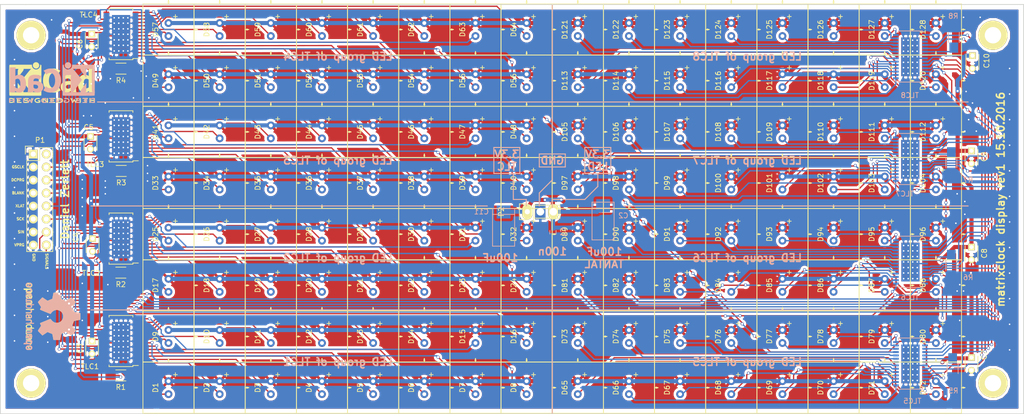
<source format=kicad_pcb>
(kicad_pcb (version 4) (host pcbnew 4.0.4-stable)
  (title_block (date 2016-10-10))
  (layers (0 F.Cu signal) (31 B.Cu signal) (34 B.Paste user hide) (35 F.Paste user hide) (36 B.SilkS user hide) (37 F.SilkS user hide) (38 B.Mask user hide) (39 F.Mask user hide) (44 Edge.Cuts user))
  (net 0 "")
  (net 1 "Net-(D1-Pad1)")
  (net 2 +3.3VP)
  (net 3 "Net-(D2-Pad1)")
  (net 4 "Net-(D3-Pad1)")
  (net 5 "Net-(D4-Pad1)")
  (net 6 "Net-(D5-Pad1)")
  (net 7 "Net-(D6-Pad1)")
  (net 8 "Net-(D7-Pad1)")
  (net 9 "Net-(D8-Pad1)")
  (net 10 "Net-(D9-Pad1)")
  (net 11 "Net-(D10-Pad1)")
  (net 12 "Net-(D11-Pad1)")
  (net 13 "Net-(D12-Pad1)")
  (net 14 "Net-(D13-Pad1)")
  (net 15 "Net-(D14-Pad1)")
  (net 16 "Net-(D15-Pad1)")
  (net 17 "Net-(D16-Pad1)")
  (net 18 GND)
  (net 19 "Net-(R1-Pad2)")
  (net 20 "Net-(TLC1-Pad17)")
  (net 21 "Net-(D17-Pad1)")
  (net 22 "Net-(D18-Pad1)")
  (net 23 "Net-(D19-Pad1)")
  (net 24 "Net-(D20-Pad1)")
  (net 25 "Net-(D21-Pad1)")
  (net 26 "Net-(D22-Pad1)")
  (net 27 "Net-(D23-Pad1)")
  (net 28 "Net-(D24-Pad1)")
  (net 29 "Net-(D25-Pad1)")
  (net 30 "Net-(D26-Pad1)")
  (net 31 "Net-(D27-Pad1)")
  (net 32 "Net-(D28-Pad1)")
  (net 33 "Net-(D29-Pad1)")
  (net 34 "Net-(D30-Pad1)")
  (net 35 "Net-(D31-Pad1)")
  (net 36 "Net-(D32-Pad1)")
  (net 37 "Net-(D33-Pad1)")
  (net 38 "Net-(D34-Pad1)")
  (net 39 "Net-(D35-Pad1)")
  (net 40 "Net-(D36-Pad1)")
  (net 41 "Net-(D37-Pad1)")
  (net 42 "Net-(D38-Pad1)")
  (net 43 "Net-(D39-Pad1)")
  (net 44 "Net-(D40-Pad1)")
  (net 45 "Net-(D41-Pad1)")
  (net 46 "Net-(D42-Pad1)")
  (net 47 "Net-(D43-Pad1)")
  (net 48 "Net-(D44-Pad1)")
  (net 49 "Net-(D45-Pad1)")
  (net 50 "Net-(D46-Pad1)")
  (net 51 "Net-(D47-Pad1)")
  (net 52 "Net-(D48-Pad1)")
  (net 53 "Net-(D49-Pad1)")
  (net 54 "Net-(D50-Pad1)")
  (net 55 "Net-(D51-Pad1)")
  (net 56 "Net-(D52-Pad1)")
  (net 57 "Net-(D53-Pad1)")
  (net 58 "Net-(D54-Pad1)")
  (net 59 "Net-(D55-Pad1)")
  (net 60 "Net-(D56-Pad1)")
  (net 61 "Net-(D57-Pad1)")
  (net 62 "Net-(D58-Pad1)")
  (net 63 "Net-(D59-Pad1)")
  (net 64 "Net-(D60-Pad1)")
  (net 65 "Net-(D61-Pad1)")
  (net 66 "Net-(D62-Pad1)")
  (net 67 "Net-(D63-Pad1)")
  (net 68 "Net-(D64-Pad1)")
  (net 69 "Net-(R2-Pad2)")
  (net 70 "Net-(R3-Pad2)")
  (net 71 "Net-(R4-Pad2)")
  (net 72 "Net-(TLC2-Pad17)")
  (net 73 "Net-(TLC3-Pad17)")
  (net 74 "Net-(TLC4-Pad17)")
  (net 75 "Net-(D65-Pad1)")
  (net 76 "Net-(D66-Pad1)")
  (net 77 "Net-(D67-Pad1)")
  (net 78 "Net-(D68-Pad1)")
  (net 79 "Net-(D69-Pad1)")
  (net 80 "Net-(D70-Pad1)")
  (net 81 "Net-(D71-Pad1)")
  (net 82 "Net-(D72-Pad1)")
  (net 83 "Net-(D73-Pad1)")
  (net 84 "Net-(D74-Pad1)")
  (net 85 "Net-(D75-Pad1)")
  (net 86 "Net-(D76-Pad1)")
  (net 87 "Net-(D77-Pad1)")
  (net 88 "Net-(D78-Pad1)")
  (net 89 "Net-(D79-Pad1)")
  (net 90 "Net-(D80-Pad1)")
  (net 91 "Net-(D81-Pad1)")
  (net 92 "Net-(D82-Pad1)")
  (net 93 "Net-(D83-Pad1)")
  (net 94 "Net-(D84-Pad1)")
  (net 95 "Net-(D85-Pad1)")
  (net 96 "Net-(D86-Pad1)")
  (net 97 "Net-(D87-Pad1)")
  (net 98 "Net-(D88-Pad1)")
  (net 99 "Net-(D89-Pad1)")
  (net 100 "Net-(D90-Pad1)")
  (net 101 "Net-(D91-Pad1)")
  (net 102 "Net-(D92-Pad1)")
  (net 103 "Net-(D93-Pad1)")
  (net 104 "Net-(D94-Pad1)")
  (net 105 "Net-(D95-Pad1)")
  (net 106 "Net-(D96-Pad1)")
  (net 107 "Net-(D97-Pad1)")
  (net 108 "Net-(D98-Pad1)")
  (net 109 "Net-(D99-Pad1)")
  (net 110 "Net-(D100-Pad1)")
  (net 111 "Net-(D101-Pad1)")
  (net 112 "Net-(D102-Pad1)")
  (net 113 "Net-(D103-Pad1)")
  (net 114 "Net-(D104-Pad1)")
  (net 115 "Net-(D105-Pad1)")
  (net 116 "Net-(D106-Pad1)")
  (net 117 "Net-(D107-Pad1)")
  (net 118 "Net-(D108-Pad1)")
  (net 119 "Net-(D109-Pad1)")
  (net 120 "Net-(D110-Pad1)")
  (net 121 "Net-(D111-Pad1)")
  (net 122 "Net-(D112-Pad1)")
  (net 123 "Net-(D113-Pad1)")
  (net 124 "Net-(D114-Pad1)")
  (net 125 "Net-(D115-Pad1)")
  (net 126 "Net-(D116-Pad1)")
  (net 127 "Net-(D117-Pad1)")
  (net 128 "Net-(D118-Pad1)")
  (net 129 "Net-(D119-Pad1)")
  (net 130 "Net-(D120-Pad1)")
  (net 131 "Net-(D121-Pad1)")
  (net 132 "Net-(D122-Pad1)")
  (net 133 "Net-(D123-Pad1)")
  (net 134 "Net-(D124-Pad1)")
  (net 135 "Net-(D125-Pad1)")
  (net 136 "Net-(D126-Pad1)")
  (net 137 "Net-(D127-Pad1)")
  (net 138 "Net-(D128-Pad1)")
  (net 139 "Net-(R5-Pad2)")
  (net 140 "Net-(R6-Pad2)")
  (net 141 "Net-(R7-Pad2)")
  (net 142 "Net-(R8-Pad2)")
  (net 143 "Net-(TLC5-Pad17)")
  (net 144 "Net-(TLC6-Pad17)")
  (net 145 "Net-(TLC7-Pad17)")
  (net 146 /VPRG)
  (net 147 /SCLK)
  (net 148 /XLAT)
  (net 149 /BLANK)
  (net 150 /GSCLK)
  (net 151 /DCPRG)
  (net 152 "Net-(P1-Pad14)")
  (net 153 +3V3)
  (module "matrixclock:MENTOR 50.046" (layer F.Cu) (at 211.37 98.68 90)
    (fp_text reference D24 (at 0 -2.54 90) (layer F.SilkS))
    (fp_text value LED)
    (fp_text user + (at 2.54 1.27 90) (layer F.SilkS))
    (pad 1 thru_hole circle (at -1.27 0 90) (size 1.524 1.524) (drill 0.762) (layers *.Cu *.Mask) (net 28 "Net-(D24-Pad1)"))
    (pad 2 thru_hole circle (at 1.27 0 90) (size 1.524 1.524) (drill 0.762) (layers *.Cu *.Mask) (net 2 +3.3VP))
  )
  (module "matrixclock:MENTOR 50.046" (layer F.Cu) (at 211.37 48.68 90)
    (fp_text reference D64 (at 0 -2.54 90) (layer F.SilkS))
    (fp_text value LED)
    (fp_text user + (at 2.54 1.27 90) (layer F.SilkS))
    (pad 1 thru_hole circle (at -1.27 0 90) (size 1.524 1.524) (drill 0.762) (layers *.Cu *.Mask) (net 68 "Net-(D64-Pad1)"))
    (pad 2 thru_hole circle (at 1.27 0 90) (size 1.524 1.524) (drill 0.762) (layers *.Cu *.Mask) (net 2 +3.3VP))
  )
  (module "matrixclock:MENTOR 50.046" (layer F.Cu) (at 211.37 58.68 90)
    (fp_text reference D56 (at 0 -2.54 90) (layer F.SilkS))
    (fp_text value LED)
    (fp_text user + (at 2.54 1.27 90) (layer F.SilkS))
    (pad 1 thru_hole circle (at -1.27 0 90) (size 1.524 1.524) (drill 0.762) (layers *.Cu *.Mask) (net 60 "Net-(D56-Pad1)"))
    (pad 2 thru_hole circle (at 1.27 0 90) (size 1.524 1.524) (drill 0.762) (layers *.Cu *.Mask) (net 2 +3.3VP))
  )
  (module "matrixclock:MENTOR 50.046" (layer F.Cu) (at 211.37 68.68 90)
    (fp_text reference D48 (at 0 -2.54 90) (layer F.SilkS))
    (fp_text value LED)
    (fp_text user + (at 2.54 1.27 90) (layer F.SilkS))
    (pad 1 thru_hole circle (at -1.27 0 90) (size 1.524 1.524) (drill 0.762) (layers *.Cu *.Mask) (net 52 "Net-(D48-Pad1)"))
    (pad 2 thru_hole circle (at 1.27 0 90) (size 1.524 1.524) (drill 0.762) (layers *.Cu *.Mask) (net 2 +3.3VP))
  )
  (module "matrixclock:MENTOR 50.046" (layer F.Cu) (at 211.37 78.68 90)
    (fp_text reference D40 (at 0 -2.54 90) (layer F.SilkS))
    (fp_text value LED)
    (fp_text user + (at 2.54 1.27 90) (layer F.SilkS))
    (pad 1 thru_hole circle (at -1.27 0 90) (size 1.524 1.524) (drill 0.762) (layers *.Cu *.Mask) (net 44 "Net-(D40-Pad1)"))
    (pad 2 thru_hole circle (at 1.27 0 90) (size 1.524 1.524) (drill 0.762) (layers *.Cu *.Mask) (net 2 +3.3VP))
  )
  (module Symbols:OSHW-Logo2_14.6x12mm_SilkScreen (layer B.Cu) (at 118.6 104.75 90)
    (fp_text reference REF*** hide)
    (fp_text value OSHW-Logo2_14.6x12mm_SilkScreen hide)
  )
  (module Symbols:KiCad-Logo2_8mm_SilkScreen (layer F.Cu) (at 118.6 59.03)
    (fp_text reference REF*** hide)
    (fp_text value KiCad-Logo2_8mm_SilkScreen hide)
  )
  (module matrixclock:via-0.6mm (layer F.Cu) (at 124.77 45.79)
    (fp_text reference REF** hide)
    (fp_text value via-0.6mm hide)
    (pad 1 thru_hole circle (at 0 0) (size 0.6 0.6) (drill 0.3) (layers *.Cu) (net 18 GND))
  )
  (module matrixclock:via-0.6mm (layer F.Cu) (at 118.52 46.79)
    (fp_text reference REF** hide)
    (fp_text value via-0.6mm hide)
    (pad 1 thru_hole circle (at 0 0) (size 0.6 0.6) (drill 0.3) (layers *.Cu) (net 18 GND))
  )
  (module matrixclock:via-0.6mm (layer F.Cu) (at 136.02 56.79)
    (fp_text reference REF** hide)
    (fp_text value via-0.6mm hide)
    (pad 1 thru_hole circle (at 0 0) (size 0.6 0.6) (drill 0.3) (layers *.Cu) (net 18 GND))
  )
  (module matrixclock:via-0.6mm (layer F.Cu) (at 137.02 57.79)
    (fp_text reference REF** hide)
    (fp_text value via-0.6mm hide)
    (pad 1 thru_hole circle (at 0 0) (size 0.6 0.6) (drill 0.3) (layers *.Cu) (net 18 GND))
  )
  (module matrixclock:via-0.6mm (layer F.Cu) (at 134.52 62.04)
    (fp_text reference REF** hide)
    (fp_text value via-0.6mm hide)
    (pad 1 thru_hole circle (at 0 0) (size 0.6 0.6) (drill 0.3) (layers *.Cu) (net 18 GND))
  )
  (module matrixclock:via-0.6mm (layer F.Cu) (at 137.52 62.04)
    (fp_text reference REF** hide)
    (fp_text value via-0.6mm hide)
    (pad 1 thru_hole circle (at 0 0) (size 0.6 0.6) (drill 0.3) (layers *.Cu) (net 18 GND))
  )
  (module matrixclock:via-0.6mm (layer F.Cu) (at 129.02 63.04)
    (fp_text reference REF** hide)
    (fp_text value via-0.6mm hide)
    (pad 1 thru_hole circle (at 0 0) (size 0.6 0.6) (drill 0.3) (layers *.Cu) (net 18 GND))
  )
  (module matrixclock:via-0.6mm (layer F.Cu) (at 130.02 58.29)
    (fp_text reference REF** hide)
    (fp_text value via-0.6mm hide)
    (pad 1 thru_hole circle (at 0 0) (size 0.6 0.6) (drill 0.3) (layers *.Cu) (net 18 GND))
  )
  (module matrixclock:via-0.6mm (layer F.Cu) (at 126.27 65.54)
    (fp_text reference REF** hide)
    (fp_text value via-0.6mm hide)
    (pad 1 thru_hole circle (at 0 0) (size 0.6 0.6) (drill 0.3) (layers *.Cu) (net 18 GND))
  )
  (module matrixclock:via-0.6mm (layer F.Cu) (at 126.27 59.29)
    (fp_text reference REF** hide)
    (fp_text value via-0.6mm hide)
    (pad 1 thru_hole circle (at 0 0) (size 0.6 0.6) (drill 0.3) (layers *.Cu) (net 18 GND))
  )
  (module matrixclock:via-0.6mm (layer F.Cu) (at 124.77 65.54)
    (fp_text reference REF** hide)
    (fp_text value via-0.6mm hide)
    (pad 1 thru_hole circle (at 0 0) (size 0.6 0.6) (drill 0.3) (layers *.Cu) (net 18 GND))
  )
  (module matrixclock:via-0.6mm (layer F.Cu) (at 124.77 59.29)
    (fp_text reference REF** hide)
    (fp_text value via-0.6mm hide)
    (pad 1 thru_hole circle (at 0 0) (size 0.6 0.6) (drill 0.3) (layers *.Cu) (net 18 GND))
  )
  (module matrixclock:via-0.6mm (layer F.Cu) (at 124.52 105.54)
    (fp_text reference REF** hide)
    (fp_text value via-0.6mm hide)
    (pad 1 thru_hole circle (at 0 0) (size 0.6 0.6) (drill 0.3) (layers *.Cu) (net 18 GND))
  )
  (module matrixclock:via-0.6mm (layer F.Cu) (at 129.52 98.54)
    (fp_text reference REF** hide)
    (fp_text value via-0.6mm hide)
    (pad 1 thru_hole circle (at 0 0) (size 0.6 0.6) (drill 0.3) (layers *.Cu) (net 18 GND))
  )
  (module matrixclock:via-0.6mm (layer F.Cu) (at 124.52 98.29)
    (fp_text reference REF** hide)
    (fp_text value via-0.6mm hide)
    (pad 1 thru_hole circle (at 0 0) (size 0.6 0.6) (drill 0.3) (layers *.Cu) (net 18 GND))
  )
  (module matrixclock:via-0.6mm (layer F.Cu) (at 117.77 104.79)
    (fp_text reference REF** hide)
    (fp_text value via-0.6mm hide)
    (pad 1 thru_hole circle (at 0 0) (size 0.6 0.6) (drill 0.3) (layers *.Cu) (net 18 GND))
  )
  (module matrixclock:via-0.6mm (layer F.Cu) (at 117.77 109.79)
    (fp_text reference REF** hide)
    (fp_text value via-0.6mm hide)
    (pad 1 thru_hole circle (at 0 0) (size 0.6 0.6) (drill 0.3) (layers *.Cu) (net 18 GND))
  )
  (module matrixclock:via-0.6mm (layer F.Cu) (at 117.77 99.79)
    (fp_text reference REF** hide)
    (fp_text value via-0.6mm hide)
    (pad 1 thru_hole circle (at 0 0) (size 0.6 0.6) (drill 0.3) (layers *.Cu) (net 18 GND))
  )
  (module matrixclock:via-0.6mm (layer F.Cu) (at 117.77 95.29)
    (fp_text reference REF** hide)
    (fp_text value via-0.6mm hide)
    (pad 1 thru_hole circle (at 0 0) (size 0.6 0.6) (drill 0.3) (layers *.Cu) (net 18 GND))
  )
  (module matrixclock:via-0.6mm (layer F.Cu) (at 300.02 46.29)
    (fp_text reference REF** hide)
    (fp_text value via-0.6mm hide)
    (pad 1 thru_hole circle (at 0 0) (size 0.6 0.6) (drill 0.3) (layers *.Cu) (net 18 GND))
  )
  (module matrixclock:via-0.6mm (layer F.Cu) (at 296.77 46.29)
    (fp_text reference REF** hide)
    (fp_text value via-0.6mm hide)
    (pad 1 thru_hole circle (at 0 0) (size 0.6 0.6) (drill 0.3) (layers *.Cu) (net 18 GND))
  )
  (module matrixclock:via-0.6mm (layer F.Cu) (at 297.27 60.79)
    (fp_text reference REF** hide)
    (fp_text value via-0.6mm hide)
    (pad 1 thru_hole circle (at 0 0) (size 0.6 0.6) (drill 0.3) (layers *.Cu) (net 18 GND))
  )
  (module matrixclock:via-0.6mm (layer F.Cu) (at 298.52 63.04)
    (fp_text reference REF** hide)
    (fp_text value via-0.6mm hide)
    (pad 1 thru_hole circle (at 0 0) (size 0.6 0.6) (drill 0.3) (layers *.Cu) (net 18 GND))
  )
  (module matrixclock:via-0.6mm (layer F.Cu) (at 297.77 66.29)
    (fp_text reference REF** hide)
    (fp_text value via-0.6mm hide)
    (pad 1 thru_hole circle (at 0 0) (size 0.6 0.6) (drill 0.3) (layers *.Cu) (net 18 GND))
  )
  (module matrixclock:via-0.6mm (layer F.Cu) (at 299.27 68.54)
    (fp_text reference REF** hide)
    (fp_text value via-0.6mm hide)
    (pad 1 thru_hole circle (at 0 0) (size 0.6 0.6) (drill 0.3) (layers *.Cu) (net 18 GND))
  )
  (module matrixclock:via-0.6mm (layer F.Cu) (at 297.02 68.54)
    (fp_text reference REF** hide)
    (fp_text value via-0.6mm hide)
    (pad 1 thru_hole circle (at 0 0) (size 0.6 0.6) (drill 0.3) (layers *.Cu) (net 18 GND))
  )
  (module matrixclock:via-0.6mm (layer F.Cu) (at 295.27 86.54)
    (fp_text reference REF** hide)
    (fp_text value via-0.6mm hide)
    (pad 1 thru_hole circle (at 0 0) (size 0.6 0.6) (drill 0.3) (layers *.Cu) (net 18 GND))
  )
  (module matrixclock:via-0.6mm (layer F.Cu) (at 297.02 84.79)
    (fp_text reference REF** hide)
    (fp_text value via-0.6mm hide)
    (pad 1 thru_hole circle (at 0 0) (size 0.6 0.6) (drill 0.3) (layers *.Cu) (net 18 GND))
  )
  (module matrixclock:via-0.6mm (layer F.Cu) (at 297.02 82.29)
    (fp_text reference REF** hide)
    (fp_text value via-0.6mm hide)
    (pad 1 thru_hole circle (at 0 0) (size 0.6 0.6) (drill 0.3) (layers *.Cu) (net 18 GND))
  )
  (module matrixclock:via-0.6mm (layer F.Cu) (at 295.52 80.79)
    (fp_text reference REF** hide)
    (fp_text value via-0.6mm hide)
    (pad 1 thru_hole circle (at 0 0) (size 0.6 0.6) (drill 0.3) (layers *.Cu) (net 18 GND))
  )
  (module matrixclock:via-0.6mm (layer F.Cu) (at 296.02 108.54)
    (fp_text reference REF** hide)
    (fp_text value via-0.6mm hide)
    (pad 1 thru_hole circle (at 0 0) (size 0.6 0.6) (drill 0.3) (layers *.Cu) (net 18 GND))
  )
  (module matrixclock:via-0.6mm (layer F.Cu) (at 296.02 105.54)
    (fp_text reference REF** hide)
    (fp_text value via-0.6mm hide)
    (pad 1 thru_hole circle (at 0 0) (size 0.6 0.6) (drill 0.3) (layers *.Cu) (net 18 GND))
  )
  (module matrixclock:via-0.6mm (layer F.Cu) (at 296.02 98.54)
    (fp_text reference REF** hide)
    (fp_text value via-0.6mm hide)
    (pad 1 thru_hole circle (at 0 0) (size 0.6 0.6) (drill 0.3) (layers *.Cu) (net 18 GND))
  )
  (module matrixclock:via-0.6mm (layer F.Cu) (at 295.52 99.79)
    (fp_text reference REF** hide)
    (fp_text value via-0.6mm hide)
    (pad 1 thru_hole circle (at 0 0) (size 0.6 0.6) (drill 0.3) (layers *.Cu) (net 18 GND))
  )
  (module matrixclock:via-0.6mm (layer F.Cu) (at 296.77 99.79)
    (fp_text reference REF** hide)
    (fp_text value via-0.6mm hide)
    (pad 1 thru_hole circle (at 0 0) (size 0.6 0.6) (drill 0.3) (layers *.Cu) (net 18 GND))
  )
  (module matrixclock:via-0.6mm (layer F.Cu) (at 305.77 56.29)
    (fp_text reference REF** hide)
    (fp_text value via-0.6mm hide)
    (pad 1 thru_hole circle (at 0 0) (size 0.6 0.6) (drill 0.3) (layers *.Cu) (net 18 GND))
  )
  (module matrixclock:via-0.6mm (layer F.Cu) (at 305.77 61.29)
    (fp_text reference REF** hide)
    (fp_text value via-0.6mm hide)
    (pad 1 thru_hole circle (at 0 0) (size 0.6 0.6) (drill 0.3) (layers *.Cu) (net 18 GND))
  )
  (module matrixclock:via-0.6mm (layer F.Cu) (at 305.77 66.29)
    (fp_text reference REF** hide)
    (fp_text value via-0.6mm hide)
    (pad 1 thru_hole circle (at 0 0) (size 0.6 0.6) (drill 0.3) (layers *.Cu) (net 18 GND))
  )
  (module matrixclock:via-0.6mm (layer F.Cu) (at 305.77 71.29)
    (fp_text reference REF** hide)
    (fp_text value via-0.6mm hide)
    (pad 1 thru_hole circle (at 0 0) (size 0.6 0.6) (drill 0.3) (layers *.Cu) (net 18 GND))
  )
  (module matrixclock:via-0.6mm (layer F.Cu) (at 305.77 76.29)
    (fp_text reference REF** hide)
    (fp_text value via-0.6mm hide)
    (pad 1 thru_hole circle (at 0 0) (size 0.6 0.6) (drill 0.3) (layers *.Cu) (net 18 GND))
  )
  (module matrixclock:via-0.6mm (layer F.Cu) (at 305.77 81.29)
    (fp_text reference REF** hide)
    (fp_text value via-0.6mm hide)
    (pad 1 thru_hole circle (at 0 0) (size 0.6 0.6) (drill 0.3) (layers *.Cu) (net 18 GND))
  )
  (module matrixclock:via-0.6mm (layer F.Cu) (at 305.77 86.29)
    (fp_text reference REF** hide)
    (fp_text value via-0.6mm hide)
    (pad 1 thru_hole circle (at 0 0) (size 0.6 0.6) (drill 0.3) (layers *.Cu) (net 18 GND))
  )
  (module matrixclock:via-0.6mm (layer F.Cu) (at 305.77 91.29)
    (fp_text reference REF** hide)
    (fp_text value via-0.6mm hide)
    (pad 1 thru_hole circle (at 0 0) (size 0.6 0.6) (drill 0.3) (layers *.Cu) (net 18 GND))
  )
  (module matrixclock:via-0.6mm (layer F.Cu) (at 305.77 96.29)
    (fp_text reference REF** hide)
    (fp_text value via-0.6mm hide)
    (pad 1 thru_hole circle (at 0 0) (size 0.6 0.6) (drill 0.3) (layers *.Cu) (net 18 GND))
  )
  (module matrixclock:via-0.6mm (layer F.Cu) (at 305.77 101.29)
    (fp_text reference REF** hide)
    (fp_text value via-0.6mm hide)
    (pad 1 thru_hole circle (at 0 0) (size 0.6 0.6) (drill 0.3) (layers *.Cu) (net 18 GND))
  )
  (module matrixclock:via-0.6mm (layer F.Cu) (at 305.77 106.29)
    (fp_text reference REF** hide)
    (fp_text value via-0.6mm hide)
    (pad 1 thru_hole circle (at 0 0) (size 0.6 0.6) (drill 0.3) (layers *.Cu) (net 18 GND))
  )
  (module matrixclock:via-0.6mm (layer F.Cu) (at 305.77 111.29)
    (fp_text reference REF** hide)
    (fp_text value via-0.6mm hide)
    (pad 1 thru_hole circle (at 0 0) (size 0.6 0.6) (drill 0.3) (layers *.Cu) (net 18 GND))
  )
  (module matrixclock:via-0.6mm (layer F.Cu) (at 124.52 85.04)
    (fp_text reference REF** hide)
    (fp_text value via-0.6mm hide)
    (pad 1 thru_hole circle (at 0 0) (size 0.6 0.6) (drill 0.3) (layers *.Cu) (net 18 GND))
  )
  (module matrixclock:via-0.6mm (layer F.Cu) (at 124.52 81.54)
    (fp_text reference REF** hide)
    (fp_text value via-0.6mm hide)
    (pad 1 thru_hole circle (at 0 0) (size 0.6 0.6) (drill 0.3) (layers *.Cu) (net 18 GND))
  )
  (module matrixclock:via-0.6mm (layer F.Cu) (at 124.52 83.29)
    (fp_text reference REF** hide)
    (fp_text value via-0.6mm hide)
    (pad 1 thru_hole circle (at 0 0) (size 0.6 0.6) (drill 0.3) (layers *.Cu) (net 18 GND))
  )
  (module matrixclock:via-0.6mm (layer F.Cu) (at 124.52 79.79)
    (fp_text reference REF** hide)
    (fp_text value via-0.6mm hide)
    (pad 1 thru_hole circle (at 0 0) (size 0.6 0.6) (drill 0.3) (layers *.Cu) (net 18 GND))
  )
  (module matrixclock:via-0.6mm (layer F.Cu) (at 124.52 78.04)
    (fp_text reference REF** hide)
    (fp_text value via-0.6mm hide)
    (pad 1 thru_hole circle (at 0 0) (size 0.6 0.6) (drill 0.3) (layers *.Cu) (net 18 GND))
  )
  (module matrixclock:via-0.6mm (layer F.Cu) (at 129.02 80.79)
    (fp_text reference REF** hide)
    (fp_text value via-0.6mm hide)
    (pad 1 thru_hole circle (at 0 0) (size 0.6 0.6) (drill 0.3) (layers *.Cu) (net 18 GND))
  )
  (module matrixclock:via-0.6mm (layer F.Cu) (at 129.02 79.54)
    (fp_text reference REF** hide)
    (fp_text value via-0.6mm hide)
    (pad 1 thru_hole circle (at 0 0) (size 0.6 0.6) (drill 0.3) (layers *.Cu) (net 18 GND))
  )
  (module matrixclock:via-0.6mm (layer F.Cu) (at 129.02 78.29)
    (fp_text reference REF** hide)
    (fp_text value via-0.6mm hide)
    (pad 1 thru_hole circle (at 0 0) (size 0.6 0.6) (drill 0.3) (layers *.Cu) (net 18 GND))
  )
  (module matrixclock:via-0.6mm (layer F.Cu) (at 111.27 109.54)
    (fp_text reference REF** hide)
    (fp_text value via-0.6mm hide)
    (pad 1 thru_hole circle (at 0 0) (size 0.6 0.6) (drill 0.3) (layers *.Cu) (net 18 GND))
  )
  (module matrixclock:via-0.6mm (layer F.Cu) (at 111.27 104.54)
    (fp_text reference REF** hide)
    (fp_text value via-0.6mm hide)
    (pad 1 thru_hole circle (at 0 0) (size 0.6 0.6) (drill 0.3) (layers *.Cu) (net 18 GND))
  )
  (module matrixclock:via-0.6mm (layer F.Cu) (at 111.27 99.54)
    (fp_text reference REF** hide)
    (fp_text value via-0.6mm hide)
    (pad 1 thru_hole circle (at 0 0) (size 0.6 0.6) (drill 0.3) (layers *.Cu) (net 18 GND))
  )
  (module matrixclock:via-0.6mm (layer F.Cu) (at 111.27 94.54)
    (fp_text reference REF** hide)
    (fp_text value via-0.6mm hide)
    (pad 1 thru_hole circle (at 0 0) (size 0.6 0.6) (drill 0.3) (layers *.Cu) (net 18 GND))
  )
  (module matrixclock:via-0.6mm (layer F.Cu) (at 111.27 89.54)
    (fp_text reference REF** hide)
    (fp_text value via-0.6mm hide)
    (pad 1 thru_hole circle (at 0 0) (size 0.6 0.6) (drill 0.3) (layers *.Cu) (net 18 GND))
  )
  (module matrixclock:via-0.6mm (layer F.Cu) (at 111.27 84.54)
    (fp_text reference REF** hide)
    (fp_text value via-0.6mm hide)
    (pad 1 thru_hole circle (at 0 0) (size 0.6 0.6) (drill 0.3) (layers *.Cu) (net 18 GND))
  )
  (module matrixclock:via-0.6mm (layer F.Cu) (at 111.27 79.54)
    (fp_text reference REF** hide)
    (fp_text value via-0.6mm hide)
    (pad 1 thru_hole circle (at 0 0) (size 0.6 0.6) (drill 0.3) (layers *.Cu) (net 18 GND))
  )
  (module matrixclock:via-0.6mm (layer F.Cu) (at 111.27 74.54)
    (fp_text reference REF** hide)
    (fp_text value via-0.6mm hide)
    (pad 1 thru_hole circle (at 0 0) (size 0.6 0.6) (drill 0.3) (layers *.Cu) (net 18 GND))
  )
  (module matrixclock:via-0.6mm (layer F.Cu) (at 111.27 69.54)
    (fp_text reference REF** hide)
    (fp_text value via-0.6mm hide)
    (pad 1 thru_hole circle (at 0 0) (size 0.6 0.6) (drill 0.3) (layers *.Cu) (net 18 GND))
  )
  (module matrixclock:via-0.6mm (layer F.Cu) (at 111.27 64.54)
    (fp_text reference REF** hide)
    (fp_text value via-0.6mm hide)
    (pad 1 thru_hole circle (at 0 0) (size 0.6 0.6) (drill 0.3) (layers *.Cu) (net 18 GND))
  )
  (module matrixclock:via-0.6mm (layer F.Cu) (at 111.27 59.54)
    (fp_text reference REF** hide)
    (fp_text value via-0.6mm hide)
    (pad 1 thru_hole circle (at 0 0) (size 0.6 0.6) (drill 0.3) (layers *.Cu) (net 18 GND))
  )
  (module matrixclock:via-0.6mm (layer F.Cu) (at 111.27 54.54)
    (fp_text reference REF** hide)
    (fp_text value via-0.6mm hide)
    (pad 1 thru_hole circle (at 0 0) (size 0.6 0.6) (drill 0.3) (layers *.Cu) (net 18 GND))
  )
  (module matrixclock:via-0.6mm (layer F.Cu) (at 137.27 78.29)
    (fp_text reference REF** hide)
    (fp_text value via-0.6mm hide)
    (pad 1 thru_hole circle (at 0 0) (size 0.6 0.6) (drill 0.3) (layers *.Cu) (net 18 GND))
  )
  (module matrixclock:via-0.6mm (layer F.Cu) (at 137.27 76.79)
    (fp_text reference REF** hide)
    (fp_text value via-0.6mm hide)
    (pad 1 thru_hole circle (at 0 0) (size 0.6 0.6) (drill 0.3) (layers *.Cu) (net 18 GND))
  )
  (module "matrixclock:MENTOR 50.046" (layer F.Cu) (at 291.37 98.68 90)
    (fp_text reference D88 (at 0 -2.54 90) (layer F.SilkS))
    (fp_text value LED)
    (fp_text user + (at 2.54 1.27 90) (layer F.SilkS))
    (pad 1 thru_hole circle (at -1.27 0 90) (size 1.524 1.524) (drill 0.762) (layers *.Cu *.Mask) (net 98 "Net-(D88-Pad1)"))
    (pad 2 thru_hole circle (at 1.27 0 90) (size 1.524 1.524) (drill 0.762) (layers *.Cu *.Mask) (net 2 +3.3VP))
  )
  (module "matrixclock:MENTOR 50.046" (layer F.Cu) (at 231.37 78.68 90)
    (fp_text reference D98 (at 0 -2.54 90) (layer F.SilkS))
    (fp_text value LED)
    (fp_text user + (at 2.54 1.27 90) (layer F.SilkS))
    (pad 1 thru_hole circle (at -1.27 0 90) (size 1.524 1.524) (drill 0.762) (layers *.Cu *.Mask) (net 108 "Net-(D98-Pad1)"))
    (pad 2 thru_hole circle (at 1.27 0 90) (size 1.524 1.524) (drill 0.762) (layers *.Cu *.Mask) (net 2 +3.3VP))
  )
  (module Resistors_SMD:R_1206_HandSoldering (layer F.Cu) (at 132.05 116.28 180)
    (fp_text reference R1 (at 0 -2.3 180) (layer F.SilkS))
    (fp_text value 1.5k)
    (pad 1 smd rect (at -2 0 180) (size 2 1.7) (layers F.Cu F.Paste F.Mask) (net 18 GND))
    (pad 2 smd rect (at 2 0 180) (size 2 1.7) (layers F.Cu F.Paste F.Mask) (net 19 "Net-(R1-Pad2)"))
  )
  (module Resistors_SMD:R_1206_HandSoldering (layer F.Cu) (at 132.05 96.2 180)
    (fp_text reference R2 (at 0 -2.3 180) (layer F.SilkS))
    (fp_text value 1.5k)
    (pad 1 smd rect (at -2 0 180) (size 2 1.7) (layers F.Cu F.Paste F.Mask) (net 18 GND))
    (pad 2 smd rect (at 2 0 180) (size 2 1.7) (layers F.Cu F.Paste F.Mask) (net 69 "Net-(R2-Pad2)"))
  )
  (module Resistors_SMD:R_1206_HandSoldering (layer F.Cu) (at 132.13 76.31 180)
    (fp_text reference R3 (at 0 -2.3 180) (layer F.SilkS))
    (fp_text value 1.5k)
    (pad 1 smd rect (at -2 0 180) (size 2 1.7) (layers F.Cu F.Paste F.Mask) (net 18 GND))
    (pad 2 smd rect (at 2 0 180) (size 2 1.7) (layers F.Cu F.Paste F.Mask) (net 70 "Net-(R3-Pad2)"))
  )
  (module Pin_Headers:Pin_Header_Straight_2x08 (layer F.Cu) (at 114.935 73.025)
    (fp_text reference P1 (at 1.335 -2.735) (layer F.SilkS))
    (fp_text value "")
    (pad 1 thru_hole rect (at 0 0) (size 1.7272 1.7272) (drill 1.016) (layers *.Cu *.Mask F.SilkS) (net 18 GND))
    (pad 2 thru_hole oval (at 2.54 0) (size 1.7272 1.7272) (drill 1.016) (layers *.Cu *.Mask F.SilkS))
    (pad 3 thru_hole oval (at 0 2.54) (size 1.7272 1.7272) (drill 1.016) (layers *.Cu *.Mask F.SilkS) (net 18 GND))
    (pad 4 thru_hole oval (at 2.54 2.54) (size 1.7272 1.7272) (drill 1.016) (layers *.Cu *.Mask F.SilkS) (net 150 /GSCLK))
    (pad 5 thru_hole oval (at 0 5.08) (size 1.7272 1.7272) (drill 1.016) (layers *.Cu *.Mask F.SilkS) (net 18 GND))
    (pad 6 thru_hole oval (at 2.54 5.08) (size 1.7272 1.7272) (drill 1.016) (layers *.Cu *.Mask F.SilkS) (net 151 /DCPRG))
    (pad 7 thru_hole oval (at 0 7.62) (size 1.7272 1.7272) (drill 1.016) (layers *.Cu *.Mask F.SilkS) (net 18 GND))
    (pad 8 thru_hole oval (at 2.54 7.62) (size 1.7272 1.7272) (drill 1.016) (layers *.Cu *.Mask F.SilkS) (net 149 /BLANK))
    (pad 9 thru_hole oval (at 0 10.16) (size 1.7272 1.7272) (drill 1.016) (layers *.Cu *.Mask F.SilkS) (net 18 GND))
    (pad 10 thru_hole oval (at 2.54 10.16) (size 1.7272 1.7272) (drill 1.016) (layers *.Cu *.Mask F.SilkS) (net 148 /XLAT))
    (pad 11 thru_hole oval (at 0 12.7) (size 1.7272 1.7272) (drill 1.016) (layers *.Cu *.Mask F.SilkS) (net 18 GND))
    (pad 12 thru_hole oval (at 2.54 12.7) (size 1.7272 1.7272) (drill 1.016) (layers *.Cu *.Mask F.SilkS) (net 147 /SCLK))
    (pad 13 thru_hole oval (at 0 15.24) (size 1.7272 1.7272) (drill 1.016) (layers *.Cu *.Mask F.SilkS) (net 18 GND))
    (pad 14 thru_hole oval (at 2.54 15.24) (size 1.7272 1.7272) (drill 1.016) (layers *.Cu *.Mask F.SilkS) (net 152 "Net-(P1-Pad14)"))
    (pad 15 thru_hole oval (at 0 17.78) (size 1.7272 1.7272) (drill 1.016) (layers *.Cu *.Mask F.SilkS) (net 18 GND))
    (pad 16 thru_hole oval (at 2.54 17.78) (size 1.7272 1.7272) (drill 1.016) (layers *.Cu *.Mask F.SilkS) (net 146 /VPRG))
  )
  (module "matrixclock:MENTOR 50.046" (layer F.Cu) (at 151.37 108.68 90)
    (fp_text reference D10 (at 0 -2.54 90) (layer F.SilkS))
    (fp_text value LED)
    (fp_text user + (at 2.54 1.27 90) (layer F.SilkS))
    (pad 1 thru_hole circle (at -1.27 0 90) (size 1.524 1.524) (drill 0.762) (layers *.Cu *.Mask) (net 11 "Net-(D10-Pad1)"))
    (pad 2 thru_hole circle (at 1.27 0 90) (size 1.524 1.524) (drill 0.762) (layers *.Cu *.Mask) (net 2 +3.3VP))
  )
  (module "matrixclock:MENTOR 50.046" (layer F.Cu) (at 161.37 98.68 90)
    (fp_text reference D19 (at 0 -2.54 90) (layer F.SilkS))
    (fp_text value LED)
    (fp_text user + (at 2.54 1.27 90) (layer F.SilkS))
    (pad 1 thru_hole circle (at -1.27 0 90) (size 1.524 1.524) (drill 0.762) (layers *.Cu *.Mask) (net 23 "Net-(D19-Pad1)"))
    (pad 2 thru_hole circle (at 1.27 0 90) (size 1.524 1.524) (drill 0.762) (layers *.Cu *.Mask) (net 2 +3.3VP))
  )
  (module "matrixclock:MENTOR 50.046" (layer F.Cu) (at 181.37 118.68 90)
    (fp_text reference D5 (at 0 -2.54 90) (layer F.SilkS))
    (fp_text value LED)
    (fp_text user + (at 2.54 1.27 90) (layer F.SilkS))
    (pad 1 thru_hole circle (at -1.27 0 90) (size 1.524 1.524) (drill 0.762) (layers *.Cu *.Mask) (net 6 "Net-(D5-Pad1)"))
    (pad 2 thru_hole circle (at 1.27 0 90) (size 1.524 1.524) (drill 0.762) (layers *.Cu *.Mask) (net 2 +3.3VP))
  )
  (module "matrixclock:MENTOR 50.046" (layer F.Cu) (at 171.37 118.68 90)
    (fp_text reference D4 (at 0 -2.54 90) (layer F.SilkS))
    (fp_text value LED)
    (fp_text user + (at 2.54 1.27 90) (layer F.SilkS))
    (pad 1 thru_hole circle (at -1.27 0 90) (size 1.524 1.524) (drill 0.762) (layers *.Cu *.Mask) (net 5 "Net-(D4-Pad1)"))
    (pad 2 thru_hole circle (at 1.27 0 90) (size 1.524 1.524) (drill 0.762) (layers *.Cu *.Mask) (net 2 +3.3VP))
  )
  (module "matrixclock:MENTOR 50.046" (layer F.Cu) (at 151.37 118.68 90)
    (fp_text reference D2 (at 0 -2.54 90) (layer F.SilkS))
    (fp_text value LED)
    (fp_text user + (at 2.54 1.27 90) (layer F.SilkS))
    (pad 1 thru_hole circle (at -1.27 0 90) (size 1.524 1.524) (drill 0.762) (layers *.Cu *.Mask) (net 3 "Net-(D2-Pad1)"))
    (pad 2 thru_hole circle (at 1.27 0 90) (size 1.524 1.524) (drill 0.762) (layers *.Cu *.Mask) (net 2 +3.3VP))
  )
  (module "matrixclock:MENTOR 50.046" (layer F.Cu) (at 141.37 118.68 90)
    (fp_text reference D1 (at 0 -2.54 90) (layer F.SilkS))
    (fp_text value LED)
    (fp_text user + (at 2.54 1.27 90) (layer F.SilkS))
    (pad 1 thru_hole circle (at -1.27 0 90) (size 1.524 1.524) (drill 0.762) (layers *.Cu *.Mask) (net 1 "Net-(D1-Pad1)"))
    (pad 2 thru_hole circle (at 1.27 0 90) (size 1.524 1.524) (drill 0.762) (layers *.Cu *.Mask) (net 2 +3.3VP))
  )
  (module "matrixclock:MENTOR 50.046" (layer F.Cu) (at 181.37 108.68 90)
    (fp_text reference D13 (at 0 -2.54 90) (layer F.SilkS))
    (fp_text value LED)
    (fp_text user + (at 2.54 1.27 90) (layer F.SilkS))
    (pad 1 thru_hole circle (at -1.27 0 90) (size 1.524 1.524) (drill 0.762) (layers *.Cu *.Mask) (net 14 "Net-(D13-Pad1)"))
    (pad 2 thru_hole circle (at 1.27 0 90) (size 1.524 1.524) (drill 0.762) (layers *.Cu *.Mask) (net 2 +3.3VP))
  )
  (module "matrixclock:MENTOR 50.046" (layer F.Cu) (at 161.37 118.68 90)
    (fp_text reference D3 (at 0 -2.54 90) (layer F.SilkS))
    (fp_text value LED)
    (fp_text user + (at 2.54 1.27 90) (layer F.SilkS))
    (pad 1 thru_hole circle (at -1.27 0 90) (size 1.524 1.524) (drill 0.762) (layers *.Cu *.Mask) (net 4 "Net-(D3-Pad1)"))
    (pad 2 thru_hole circle (at 1.27 0 90) (size 1.524 1.524) (drill 0.762) (layers *.Cu *.Mask) (net 2 +3.3VP))
  )
  (module "matrixclock:MENTOR 50.046" (layer F.Cu) (at 191.37 118.68 90)
    (fp_text reference D6 (at 0 -2.54 90) (layer F.SilkS))
    (fp_text value LED)
    (fp_text user + (at 2.54 1.27 90) (layer F.SilkS))
    (pad 1 thru_hole circle (at -1.27 0 90) (size 1.524 1.524) (drill 0.762) (layers *.Cu *.Mask) (net 7 "Net-(D6-Pad1)"))
    (pad 2 thru_hole circle (at 1.27 0 90) (size 1.524 1.524) (drill 0.762) (layers *.Cu *.Mask) (net 2 +3.3VP))
  )
  (module "matrixclock:MENTOR 50.046" (layer F.Cu) (at 201.37 118.68 90)
    (fp_text reference D7 (at 0 -2.54 90) (layer F.SilkS))
    (fp_text value LED)
    (fp_text user + (at 2.54 1.27 90) (layer F.SilkS))
    (pad 1 thru_hole circle (at -1.27 0 90) (size 1.524 1.524) (drill 0.762) (layers *.Cu *.Mask) (net 8 "Net-(D7-Pad1)"))
    (pad 2 thru_hole circle (at 1.27 0 90) (size 1.524 1.524) (drill 0.762) (layers *.Cu *.Mask) (net 2 +3.3VP))
  )
  (module "matrixclock:MENTOR 50.046" (layer F.Cu) (at 211.37 118.68 90)
    (fp_text reference D8 (at 0 -2.54 90) (layer F.SilkS))
    (fp_text value LED)
    (fp_text user + (at 2.54 1.27 90) (layer F.SilkS))
    (pad 1 thru_hole circle (at -1.27 0 90) (size 1.524 1.524) (drill 0.762) (layers *.Cu *.Mask) (net 9 "Net-(D8-Pad1)"))
    (pad 2 thru_hole circle (at 1.27 0 90) (size 1.524 1.524) (drill 0.762) (layers *.Cu *.Mask) (net 2 +3.3VP))
  )
  (module "matrixclock:MENTOR 50.046" (layer F.Cu) (at 141.37 108.68 90)
    (fp_text reference D9 (at 0 -2.54 90) (layer F.SilkS))
    (fp_text value LED)
    (fp_text user + (at 2.54 1.27 90) (layer F.SilkS))
    (pad 1 thru_hole circle (at -1.27 0 90) (size 1.524 1.524) (drill 0.762) (layers *.Cu *.Mask) (net 10 "Net-(D9-Pad1)"))
    (pad 2 thru_hole circle (at 1.27 0 90) (size 1.524 1.524) (drill 0.762) (layers *.Cu *.Mask) (net 2 +3.3VP))
  )
  (module "matrixclock:MENTOR 50.046" (layer F.Cu) (at 161.37 108.68 90)
    (fp_text reference D11 (at 0 -2.54 90) (layer F.SilkS))
    (fp_text value LED)
    (fp_text user + (at 2.54 1.27 90) (layer F.SilkS))
    (pad 1 thru_hole circle (at -1.27 0 90) (size 1.524 1.524) (drill 0.762) (layers *.Cu *.Mask) (net 12 "Net-(D11-Pad1)"))
    (pad 2 thru_hole circle (at 1.27 0 90) (size 1.524 1.524) (drill 0.762) (layers *.Cu *.Mask) (net 2 +3.3VP))
  )
  (module "matrixclock:MENTOR 50.046" (layer F.Cu) (at 171.37 108.68 90)
    (fp_text reference D12 (at 0 -2.54 90) (layer F.SilkS))
    (fp_text value LED)
    (fp_text user + (at 2.54 1.27 90) (layer F.SilkS))
    (pad 1 thru_hole circle (at -1.27 0 90) (size 1.524 1.524) (drill 0.762) (layers *.Cu *.Mask) (net 13 "Net-(D12-Pad1)"))
    (pad 2 thru_hole circle (at 1.27 0 90) (size 1.524 1.524) (drill 0.762) (layers *.Cu *.Mask) (net 2 +3.3VP))
  )
  (module "matrixclock:MENTOR 50.046" (layer F.Cu) (at 191.37 108.68 90)
    (fp_text reference D14 (at 0 -2.54 90) (layer F.SilkS))
    (fp_text value LED)
    (fp_text user + (at 2.54 1.27 90) (layer F.SilkS))
    (pad 1 thru_hole circle (at -1.27 0 90) (size 1.524 1.524) (drill 0.762) (layers *.Cu *.Mask) (net 15 "Net-(D14-Pad1)"))
    (pad 2 thru_hole circle (at 1.27 0 90) (size 1.524 1.524) (drill 0.762) (layers *.Cu *.Mask) (net 2 +3.3VP))
  )
  (module "matrixclock:MENTOR 50.046" (layer F.Cu) (at 201.37 108.68 90)
    (fp_text reference D15 (at 0 -2.54 90) (layer F.SilkS))
    (fp_text value LED)
    (fp_text user + (at 2.54 1.27 90) (layer F.SilkS))
    (pad 1 thru_hole circle (at -1.27 0 90) (size 1.524 1.524) (drill 0.762) (layers *.Cu *.Mask) (net 16 "Net-(D15-Pad1)"))
    (pad 2 thru_hole circle (at 1.27 0 90) (size 1.524 1.524) (drill 0.762) (layers *.Cu *.Mask) (net 2 +3.3VP))
  )
  (module "matrixclock:MENTOR 50.046" (layer F.Cu) (at 211.37 108.68 90)
    (fp_text reference D16 (at 0 -2.54 90) (layer F.SilkS))
    (fp_text value LED)
    (fp_text user + (at 2.54 1.27 90) (layer F.SilkS))
    (pad 1 thru_hole circle (at -1.27 0 90) (size 1.524 1.524) (drill 0.762) (layers *.Cu *.Mask) (net 17 "Net-(D16-Pad1)"))
    (pad 2 thru_hole circle (at 1.27 0 90) (size 1.524 1.524) (drill 0.762) (layers *.Cu *.Mask) (net 2 +3.3VP))
  )
  (module "matrixclock:MENTOR 50.046" (layer F.Cu) (at 141.37 98.68 90)
    (fp_text reference D17 (at 0 -2.54 90) (layer F.SilkS))
    (fp_text value LED)
    (fp_text user + (at 2.54 1.27 90) (layer F.SilkS))
    (pad 1 thru_hole circle (at -1.27 0 90) (size 1.524 1.524) (drill 0.762) (layers *.Cu *.Mask) (net 21 "Net-(D17-Pad1)"))
    (pad 2 thru_hole circle (at 1.27 0 90) (size 1.524 1.524) (drill 0.762) (layers *.Cu *.Mask) (net 2 +3.3VP))
  )
  (module "matrixclock:MENTOR 50.046" (layer F.Cu) (at 151.37 98.68 90)
    (fp_text reference D18 (at 0 -2.54 90) (layer F.SilkS))
    (fp_text value LED)
    (fp_text user + (at 2.54 1.27 90) (layer F.SilkS))
    (pad 1 thru_hole circle (at -1.27 0 90) (size 1.524 1.524) (drill 0.762) (layers *.Cu *.Mask) (net 22 "Net-(D18-Pad1)"))
    (pad 2 thru_hole circle (at 1.27 0 90) (size 1.524 1.524) (drill 0.762) (layers *.Cu *.Mask) (net 2 +3.3VP))
  )
  (module "matrixclock:MENTOR 50.046" (layer F.Cu) (at 171.37 98.68 90)
    (fp_text reference D20 (at 0 -2.54 90) (layer F.SilkS))
    (fp_text value LED)
    (fp_text user + (at 2.54 1.27 90) (layer F.SilkS))
    (pad 1 thru_hole circle (at -1.27 0 90) (size 1.524 1.524) (drill 0.762) (layers *.Cu *.Mask) (net 24 "Net-(D20-Pad1)"))
    (pad 2 thru_hole circle (at 1.27 0 90) (size 1.524 1.524) (drill 0.762) (layers *.Cu *.Mask) (net 2 +3.3VP))
  )
  (module "matrixclock:MENTOR 50.046" (layer F.Cu) (at 181.37 98.68 90)
    (fp_text reference D21 (at 0 -2.54 90) (layer F.SilkS))
    (fp_text value LED)
    (fp_text user + (at 2.54 1.27 90) (layer F.SilkS))
    (pad 1 thru_hole circle (at -1.27 0 90) (size 1.524 1.524) (drill 0.762) (layers *.Cu *.Mask) (net 25 "Net-(D21-Pad1)"))
    (pad 2 thru_hole circle (at 1.27 0 90) (size 1.524 1.524) (drill 0.762) (layers *.Cu *.Mask) (net 2 +3.3VP))
  )
  (module "matrixclock:MENTOR 50.046" (layer F.Cu) (at 191.37 98.68 90)
    (fp_text reference D22 (at 0 -2.54 90) (layer F.SilkS))
    (fp_text value LED)
    (fp_text user + (at 2.54 1.27 90) (layer F.SilkS))
    (pad 1 thru_hole circle (at -1.27 0 90) (size 1.524 1.524) (drill 0.762) (layers *.Cu *.Mask) (net 26 "Net-(D22-Pad1)"))
    (pad 2 thru_hole circle (at 1.27 0 90) (size 1.524 1.524) (drill 0.762) (layers *.Cu *.Mask) (net 2 +3.3VP))
  )
  (module "matrixclock:MENTOR 50.046" (layer F.Cu) (at 201.37 98.68 90)
    (fp_text reference D23 (at 0 -2.54 90) (layer F.SilkS))
    (fp_text value LED)
    (fp_text user + (at 2.54 1.27 90) (layer F.SilkS))
    (pad 1 thru_hole circle (at -1.27 0 90) (size 1.524 1.524) (drill 0.762) (layers *.Cu *.Mask) (net 27 "Net-(D23-Pad1)"))
    (pad 2 thru_hole circle (at 1.27 0 90) (size 1.524 1.524) (drill 0.762) (layers *.Cu *.Mask) (net 2 +3.3VP))
  )
  (module "matrixclock:MENTOR 50.046" (layer F.Cu) (at 141.37 88.68 90)
    (fp_text reference D25 (at 0 -2.54 90) (layer F.SilkS))
    (fp_text value LED)
    (fp_text user + (at 2.54 1.27 90) (layer F.SilkS))
    (pad 1 thru_hole circle (at -1.27 0 90) (size 1.524 1.524) (drill 0.762) (layers *.Cu *.Mask) (net 29 "Net-(D25-Pad1)"))
    (pad 2 thru_hole circle (at 1.27 0 90) (size 1.524 1.524) (drill 0.762) (layers *.Cu *.Mask) (net 2 +3.3VP))
  )
  (module "matrixclock:MENTOR 50.046" (layer F.Cu) (at 151.37 88.68 90)
    (fp_text reference D26 (at 0 -2.54 90) (layer F.SilkS))
    (fp_text value LED)
    (fp_text user + (at 2.54 1.27 90) (layer F.SilkS))
    (pad 1 thru_hole circle (at -1.27 0 90) (size 1.524 1.524) (drill 0.762) (layers *.Cu *.Mask) (net 30 "Net-(D26-Pad1)"))
    (pad 2 thru_hole circle (at 1.27 0 90) (size 1.524 1.524) (drill 0.762) (layers *.Cu *.Mask) (net 2 +3.3VP))
  )
  (module "matrixclock:MENTOR 50.046" (layer F.Cu) (at 161.37 88.68 90)
    (fp_text reference D27 (at 0 -2.54 90) (layer F.SilkS))
    (fp_text value LED)
    (fp_text user + (at 2.54 1.27 90) (layer F.SilkS))
    (pad 1 thru_hole circle (at -1.27 0 90) (size 1.524 1.524) (drill 0.762) (layers *.Cu *.Mask) (net 31 "Net-(D27-Pad1)"))
    (pad 2 thru_hole circle (at 1.27 0 90) (size 1.524 1.524) (drill 0.762) (layers *.Cu *.Mask) (net 2 +3.3VP))
  )
  (module "matrixclock:MENTOR 50.046" (layer F.Cu) (at 171.37 88.68 90)
    (fp_text reference D28 (at 0 -2.54 90) (layer F.SilkS))
    (fp_text value LED)
    (fp_text user + (at 2.54 1.27 90) (layer F.SilkS))
    (pad 1 thru_hole circle (at -1.27 0 90) (size 1.524 1.524) (drill 0.762) (layers *.Cu *.Mask) (net 32 "Net-(D28-Pad1)"))
    (pad 2 thru_hole circle (at 1.27 0 90) (size 1.524 1.524) (drill 0.762) (layers *.Cu *.Mask) (net 2 +3.3VP))
  )
  (module "matrixclock:MENTOR 50.046" (layer F.Cu) (at 181.37 88.68 90)
    (fp_text reference D29 (at 0 -2.54 90) (layer F.SilkS))
    (fp_text value LED)
    (fp_text user + (at 2.54 1.27 90) (layer F.SilkS))
    (pad 1 thru_hole circle (at -1.27 0 90) (size 1.524 1.524) (drill 0.762) (layers *.Cu *.Mask) (net 33 "Net-(D29-Pad1)"))
    (pad 2 thru_hole circle (at 1.27 0 90) (size 1.524 1.524) (drill 0.762) (layers *.Cu *.Mask) (net 2 +3.3VP))
  )
  (module "matrixclock:MENTOR 50.046" (layer F.Cu) (at 191.37 88.68 90)
    (fp_text reference D30 (at 0 -2.54 90) (layer F.SilkS))
    (fp_text value LED)
    (fp_text user + (at 2.54 1.27 90) (layer F.SilkS))
    (pad 1 thru_hole circle (at -1.27 0 90) (size 1.524 1.524) (drill 0.762) (layers *.Cu *.Mask) (net 34 "Net-(D30-Pad1)"))
    (pad 2 thru_hole circle (at 1.27 0 90) (size 1.524 1.524) (drill 0.762) (layers *.Cu *.Mask) (net 2 +3.3VP))
  )
  (module "matrixclock:MENTOR 50.046" (layer F.Cu) (at 201.37 88.68 90)
    (fp_text reference D31 (at 0 -2.54 90) (layer F.SilkS))
    (fp_text value LED)
    (fp_text user + (at 2.54 1.27 90) (layer F.SilkS))
    (pad 1 thru_hole circle (at -1.27 0 90) (size 1.524 1.524) (drill 0.762) (layers *.Cu *.Mask) (net 35 "Net-(D31-Pad1)"))
    (pad 2 thru_hole circle (at 1.27 0 90) (size 1.524 1.524) (drill 0.762) (layers *.Cu *.Mask) (net 2 +3.3VP))
  )
  (module "matrixclock:MENTOR 50.046" (layer F.Cu) (at 211.37 88.68 90)
    (fp_text reference D32 (at 0 -2.54 90) (layer F.SilkS))
    (fp_text value LED)
    (fp_text user + (at 2.54 1.27 90) (layer F.SilkS))
    (pad 1 thru_hole circle (at -1.27 0 90) (size 1.524 1.524) (drill 0.762) (layers *.Cu *.Mask) (net 36 "Net-(D32-Pad1)"))
    (pad 2 thru_hole circle (at 1.27 0 90) (size 1.524 1.524) (drill 0.762) (layers *.Cu *.Mask) (net 2 +3.3VP))
  )
  (module "matrixclock:MENTOR 50.046" (layer F.Cu) (at 141.37 78.68 90)
    (fp_text reference D33 (at 0 -2.54 90) (layer F.SilkS))
    (fp_text value LED)
    (fp_text user + (at 2.54 1.27 90) (layer F.SilkS))
    (pad 1 thru_hole circle (at -1.27 0 90) (size 1.524 1.524) (drill 0.762) (layers *.Cu *.Mask) (net 37 "Net-(D33-Pad1)"))
    (pad 2 thru_hole circle (at 1.27 0 90) (size 1.524 1.524) (drill 0.762) (layers *.Cu *.Mask) (net 2 +3.3VP))
  )
  (module "matrixclock:MENTOR 50.046" (layer F.Cu) (at 151.37 78.68 90)
    (fp_text reference D34 (at 0 -2.54 90) (layer F.SilkS))
    (fp_text value LED)
    (fp_text user + (at 2.54 1.27 90) (layer F.SilkS))
    (pad 1 thru_hole circle (at -1.27 0 90) (size 1.524 1.524) (drill 0.762) (layers *.Cu *.Mask) (net 38 "Net-(D34-Pad1)"))
    (pad 2 thru_hole circle (at 1.27 0 90) (size 1.524 1.524) (drill 0.762) (layers *.Cu *.Mask) (net 2 +3.3VP))
  )
  (module "matrixclock:MENTOR 50.046" (layer F.Cu) (at 161.37 78.68 90)
    (fp_text reference D35 (at 0 -2.54 90) (layer F.SilkS))
    (fp_text value LED)
    (fp_text user + (at 2.54 1.27 90) (layer F.SilkS))
    (pad 1 thru_hole circle (at -1.27 0 90) (size 1.524 1.524) (drill 0.762) (layers *.Cu *.Mask) (net 39 "Net-(D35-Pad1)"))
    (pad 2 thru_hole circle (at 1.27 0 90) (size 1.524 1.524) (drill 0.762) (layers *.Cu *.Mask) (net 2 +3.3VP))
  )
  (module "matrixclock:MENTOR 50.046" (layer F.Cu) (at 171.37 78.68 90)
    (fp_text reference D36 (at 0 -2.54 90) (layer F.SilkS))
    (fp_text value LED)
    (fp_text user + (at 2.54 1.27 90) (layer F.SilkS))
    (pad 1 thru_hole circle (at -1.27 0 90) (size 1.524 1.524) (drill 0.762) (layers *.Cu *.Mask) (net 40 "Net-(D36-Pad1)"))
    (pad 2 thru_hole circle (at 1.27 0 90) (size 1.524 1.524) (drill 0.762) (layers *.Cu *.Mask) (net 2 +3.3VP))
  )
  (module "matrixclock:MENTOR 50.046" (layer F.Cu) (at 181.37 78.68 90)
    (fp_text reference D37 (at 0 -2.54 90) (layer F.SilkS))
    (fp_text value LED)
    (fp_text user + (at 2.54 1.27 90) (layer F.SilkS))
    (pad 1 thru_hole circle (at -1.27 0 90) (size 1.524 1.524) (drill 0.762) (layers *.Cu *.Mask) (net 41 "Net-(D37-Pad1)"))
    (pad 2 thru_hole circle (at 1.27 0 90) (size 1.524 1.524) (drill 0.762) (layers *.Cu *.Mask) (net 2 +3.3VP))
  )
  (module "matrixclock:MENTOR 50.046" (layer F.Cu) (at 191.37 78.68 90)
    (fp_text reference D38 (at 0 -2.54 90) (layer F.SilkS))
    (fp_text value LED)
    (fp_text user + (at 2.54 1.27 90) (layer F.SilkS))
    (pad 1 thru_hole circle (at -1.27 0 90) (size 1.524 1.524) (drill 0.762) (layers *.Cu *.Mask) (net 42 "Net-(D38-Pad1)"))
    (pad 2 thru_hole circle (at 1.27 0 90) (size 1.524 1.524) (drill 0.762) (layers *.Cu *.Mask) (net 2 +3.3VP))
  )
  (module "matrixclock:MENTOR 50.046" (layer F.Cu) (at 201.37 78.68 90)
    (fp_text reference D39 (at 0 -2.54 90) (layer F.SilkS))
    (fp_text value LED)
    (fp_text user + (at 2.54 1.27 90) (layer F.SilkS))
    (pad 1 thru_hole circle (at -1.27 0 90) (size 1.524 1.524) (drill 0.762) (layers *.Cu *.Mask) (net 43 "Net-(D39-Pad1)"))
    (pad 2 thru_hole circle (at 1.27 0 90) (size 1.524 1.524) (drill 0.762) (layers *.Cu *.Mask) (net 2 +3.3VP))
  )
  (module "matrixclock:MENTOR 50.046" (layer F.Cu) (at 141.37 68.68 90)
    (fp_text reference D41 (at 0 -2.54 90) (layer F.SilkS))
    (fp_text value LED)
    (fp_text user + (at 2.54 1.27 90) (layer F.SilkS))
    (pad 1 thru_hole circle (at -1.27 0 90) (size 1.524 1.524) (drill 0.762) (layers *.Cu *.Mask) (net 45 "Net-(D41-Pad1)"))
    (pad 2 thru_hole circle (at 1.27 0 90) (size 1.524 1.524) (drill 0.762) (layers *.Cu *.Mask) (net 2 +3.3VP))
  )
  (module "matrixclock:MENTOR 50.046" (layer F.Cu) (at 151.37 68.68 90)
    (fp_text reference D42 (at 0 -2.54 90) (layer F.SilkS))
    (fp_text value LED)
    (fp_text user + (at 2.54 1.27 90) (layer F.SilkS))
    (pad 1 thru_hole circle (at -1.27 0 90) (size 1.524 1.524) (drill 0.762) (layers *.Cu *.Mask) (net 46 "Net-(D42-Pad1)"))
    (pad 2 thru_hole circle (at 1.27 0 90) (size 1.524 1.524) (drill 0.762) (layers *.Cu *.Mask) (net 2 +3.3VP))
  )
  (module "matrixclock:MENTOR 50.046" (layer F.Cu) (at 161.37 68.68 90)
    (fp_text reference D43 (at 0 -2.54 90) (layer F.SilkS))
    (fp_text value LED)
    (fp_text user + (at 2.54 1.27 90) (layer F.SilkS))
    (pad 1 thru_hole circle (at -1.27 0 90) (size 1.524 1.524) (drill 0.762) (layers *.Cu *.Mask) (net 47 "Net-(D43-Pad1)"))
    (pad 2 thru_hole circle (at 1.27 0 90) (size 1.524 1.524) (drill 0.762) (layers *.Cu *.Mask) (net 2 +3.3VP))
  )
  (module "matrixclock:MENTOR 50.046" (layer F.Cu) (at 171.37 68.68 90)
    (fp_text reference D44 (at 0 -2.54 90) (layer F.SilkS))
    (fp_text value LED)
    (fp_text user + (at 2.54 1.27 90) (layer F.SilkS))
    (pad 1 thru_hole circle (at -1.27 0 90) (size 1.524 1.524) (drill 0.762) (layers *.Cu *.Mask) (net 48 "Net-(D44-Pad1)"))
    (pad 2 thru_hole circle (at 1.27 0 90) (size 1.524 1.524) (drill 0.762) (layers *.Cu *.Mask) (net 2 +3.3VP))
  )
  (module "matrixclock:MENTOR 50.046" (layer F.Cu) (at 181.37 68.68 90)
    (fp_text reference D45 (at 0 -2.54 90) (layer F.SilkS))
    (fp_text value LED)
    (fp_text user + (at 2.54 1.27 90) (layer F.SilkS))
    (pad 1 thru_hole circle (at -1.27 0 90) (size 1.524 1.524) (drill 0.762) (layers *.Cu *.Mask) (net 49 "Net-(D45-Pad1)"))
    (pad 2 thru_hole circle (at 1.27 0 90) (size 1.524 1.524) (drill 0.762) (layers *.Cu *.Mask) (net 2 +3.3VP))
  )
  (module "matrixclock:MENTOR 50.046" (layer F.Cu) (at 191.37 68.68 90)
    (fp_text reference D46 (at 0 -2.54 90) (layer F.SilkS))
    (fp_text value LED)
    (fp_text user + (at 2.54 1.27 90) (layer F.SilkS))
    (pad 1 thru_hole circle (at -1.27 0 90) (size 1.524 1.524) (drill 0.762) (layers *.Cu *.Mask) (net 50 "Net-(D46-Pad1)"))
    (pad 2 thru_hole circle (at 1.27 0 90) (size 1.524 1.524) (drill 0.762) (layers *.Cu *.Mask) (net 2 +3.3VP))
  )
  (module "matrixclock:MENTOR 50.046" (layer F.Cu) (at 201.37 68.68 90)
    (fp_text reference D47 (at 0 -2.54 90) (layer F.SilkS))
    (fp_text value LED)
    (fp_text user + (at 2.54 1.27 90) (layer F.SilkS))
    (pad 1 thru_hole circle (at -1.27 0 90) (size 1.524 1.524) (drill 0.762) (layers *.Cu *.Mask) (net 51 "Net-(D47-Pad1)"))
    (pad 2 thru_hole circle (at 1.27 0 90) (size 1.524 1.524) (drill 0.762) (layers *.Cu *.Mask) (net 2 +3.3VP))
  )
  (module "matrixclock:MENTOR 50.046" (layer F.Cu) (at 141.37 58.68 90)
    (fp_text reference D49 (at 0 -2.54 90) (layer F.SilkS))
    (fp_text value LED)
    (fp_text user + (at 2.54 1.27 90) (layer F.SilkS))
    (pad 1 thru_hole circle (at -1.27 0 90) (size 1.524 1.524) (drill 0.762) (layers *.Cu *.Mask) (net 53 "Net-(D49-Pad1)"))
    (pad 2 thru_hole circle (at 1.27 0 90) (size 1.524 1.524) (drill 0.762) (layers *.Cu *.Mask) (net 2 +3.3VP))
  )
  (module "matrixclock:MENTOR 50.046" (layer F.Cu) (at 151.37 58.68 90)
    (fp_text reference D50 (at 0 -2.54 90) (layer F.SilkS))
    (fp_text value LED)
    (fp_text user + (at 2.54 1.27 90) (layer F.SilkS))
    (pad 1 thru_hole circle (at -1.27 0 90) (size 1.524 1.524) (drill 0.762) (layers *.Cu *.Mask) (net 54 "Net-(D50-Pad1)"))
    (pad 2 thru_hole circle (at 1.27 0 90) (size 1.524 1.524) (drill 0.762) (layers *.Cu *.Mask) (net 2 +3.3VP))
  )
  (module "matrixclock:MENTOR 50.046" (layer F.Cu) (at 161.37 58.68 90)
    (fp_text reference D51 (at 0 -2.54 90) (layer F.SilkS))
    (fp_text value LED)
    (fp_text user + (at 2.54 1.27 90) (layer F.SilkS))
    (pad 1 thru_hole circle (at -1.27 0 90) (size 1.524 1.524) (drill 0.762) (layers *.Cu *.Mask) (net 55 "Net-(D51-Pad1)"))
    (pad 2 thru_hole circle (at 1.27 0 90) (size 1.524 1.524) (drill 0.762) (layers *.Cu *.Mask) (net 2 +3.3VP))
  )
  (module "matrixclock:MENTOR 50.046" (layer F.Cu) (at 171.37 58.68 90)
    (fp_text reference D52 (at 0 -2.54 90) (layer F.SilkS))
    (fp_text value LED)
    (fp_text user + (at 2.54 1.27 90) (layer F.SilkS))
    (pad 1 thru_hole circle (at -1.27 0 90) (size 1.524 1.524) (drill 0.762) (layers *.Cu *.Mask) (net 56 "Net-(D52-Pad1)"))
    (pad 2 thru_hole circle (at 1.27 0 90) (size 1.524 1.524) (drill 0.762) (layers *.Cu *.Mask) (net 2 +3.3VP))
  )
  (module "matrixclock:MENTOR 50.046" (layer F.Cu) (at 181.37 58.68 90)
    (fp_text reference D53 (at 0 -2.54 90) (layer F.SilkS))
    (fp_text value LED)
    (fp_text user + (at 2.54 1.27 90) (layer F.SilkS))
    (pad 1 thru_hole circle (at -1.27 0 90) (size 1.524 1.524) (drill 0.762) (layers *.Cu *.Mask) (net 57 "Net-(D53-Pad1)"))
    (pad 2 thru_hole circle (at 1.27 0 90) (size 1.524 1.524) (drill 0.762) (layers *.Cu *.Mask) (net 2 +3.3VP))
  )
  (module "matrixclock:MENTOR 50.046" (layer F.Cu) (at 191.37 58.68 90)
    (fp_text reference D54 (at 0 -2.54 90) (layer F.SilkS))
    (fp_text value LED)
    (fp_text user + (at 2.54 1.27 90) (layer F.SilkS))
    (pad 1 thru_hole circle (at -1.27 0 90) (size 1.524 1.524) (drill 0.762) (layers *.Cu *.Mask) (net 58 "Net-(D54-Pad1)"))
    (pad 2 thru_hole circle (at 1.27 0 90) (size 1.524 1.524) (drill 0.762) (layers *.Cu *.Mask) (net 2 +3.3VP))
  )
  (module "matrixclock:MENTOR 50.046" (layer F.Cu) (at 201.37 58.68 90)
    (fp_text reference D55 (at 0 -2.54 90) (layer F.SilkS))
    (fp_text value LED)
    (fp_text user + (at 2.54 1.27 90) (layer F.SilkS))
    (pad 1 thru_hole circle (at -1.27 0 90) (size 1.524 1.524) (drill 0.762) (layers *.Cu *.Mask) (net 59 "Net-(D55-Pad1)"))
    (pad 2 thru_hole circle (at 1.27 0 90) (size 1.524 1.524) (drill 0.762) (layers *.Cu *.Mask) (net 2 +3.3VP))
  )
  (module "matrixclock:MENTOR 50.046" (layer F.Cu) (at 141.37 48.68 90)
    (fp_text reference D57 (at 0 -2.54 90) (layer F.SilkS))
    (fp_text value LED)
    (fp_text user + (at 2.54 1.27 90) (layer F.SilkS))
    (pad 1 thru_hole circle (at -1.27 0 90) (size 1.524 1.524) (drill 0.762) (layers *.Cu *.Mask) (net 61 "Net-(D57-Pad1)"))
    (pad 2 thru_hole circle (at 1.27 0 90) (size 1.524 1.524) (drill 0.762) (layers *.Cu *.Mask) (net 2 +3.3VP))
  )
  (module "matrixclock:MENTOR 50.046" (layer F.Cu) (at 151.37 48.68 90)
    (fp_text reference D58 (at 0 -2.54 90) (layer F.SilkS))
    (fp_text value LED)
    (fp_text user + (at 2.54 1.27 90) (layer F.SilkS))
    (pad 1 thru_hole circle (at -1.27 0 90) (size 1.524 1.524) (drill 0.762) (layers *.Cu *.Mask) (net 62 "Net-(D58-Pad1)"))
    (pad 2 thru_hole circle (at 1.27 0 90) (size 1.524 1.524) (drill 0.762) (layers *.Cu *.Mask) (net 2 +3.3VP))
  )
  (module "matrixclock:MENTOR 50.046" (layer F.Cu) (at 161.37 48.68 90)
    (fp_text reference D59 (at 0 -2.54 90) (layer F.SilkS))
    (fp_text value LED)
    (fp_text user + (at 2.54 1.27 90) (layer F.SilkS))
    (pad 1 thru_hole circle (at -1.27 0 90) (size 1.524 1.524) (drill 0.762) (layers *.Cu *.Mask) (net 63 "Net-(D59-Pad1)"))
    (pad 2 thru_hole circle (at 1.27 0 90) (size 1.524 1.524) (drill 0.762) (layers *.Cu *.Mask) (net 2 +3.3VP))
  )
  (module "matrixclock:MENTOR 50.046" (layer F.Cu) (at 171.37 48.68 90)
    (fp_text reference D60 (at 0 -2.54 90) (layer F.SilkS))
    (fp_text value LED)
    (fp_text user + (at 2.54 1.27 90) (layer F.SilkS))
    (pad 1 thru_hole circle (at -1.27 0 90) (size 1.524 1.524) (drill 0.762) (layers *.Cu *.Mask) (net 64 "Net-(D60-Pad1)"))
    (pad 2 thru_hole circle (at 1.27 0 90) (size 1.524 1.524) (drill 0.762) (layers *.Cu *.Mask) (net 2 +3.3VP))
  )
  (module "matrixclock:MENTOR 50.046" (layer F.Cu) (at 181.37 48.68 90)
    (fp_text reference D61 (at 0 -2.54 90) (layer F.SilkS))
    (fp_text value LED)
    (fp_text user + (at 2.54 1.27 90) (layer F.SilkS))
    (pad 1 thru_hole circle (at -1.27 0 90) (size 1.524 1.524) (drill 0.762) (layers *.Cu *.Mask) (net 65 "Net-(D61-Pad1)"))
    (pad 2 thru_hole circle (at 1.27 0 90) (size 1.524 1.524) (drill 0.762) (layers *.Cu *.Mask) (net 2 +3.3VP))
  )
  (module "matrixclock:MENTOR 50.046" (layer F.Cu) (at 191.37 48.68 90)
    (fp_text reference D62 (at 0 -2.54 90) (layer F.SilkS))
    (fp_text value LED)
    (fp_text user + (at 2.54 1.27 90) (layer F.SilkS))
    (pad 1 thru_hole circle (at -1.27 0 90) (size 1.524 1.524) (drill 0.762) (layers *.Cu *.Mask) (net 66 "Net-(D62-Pad1)"))
    (pad 2 thru_hole circle (at 1.27 0 90) (size 1.524 1.524) (drill 0.762) (layers *.Cu *.Mask) (net 2 +3.3VP))
  )
  (module "matrixclock:MENTOR 50.046" (layer F.Cu) (at 201.37 48.68 90)
    (fp_text reference D63 (at 0 -2.54 90) (layer F.SilkS))
    (fp_text value LED)
    (fp_text user + (at 2.54 1.27 90) (layer F.SilkS))
    (pad 1 thru_hole circle (at -1.27 0 90) (size 1.524 1.524) (drill 0.762) (layers *.Cu *.Mask) (net 67 "Net-(D63-Pad1)"))
    (pad 2 thru_hole circle (at 1.27 0 90) (size 1.524 1.524) (drill 0.762) (layers *.Cu *.Mask) (net 2 +3.3VP))
  )
  (module "matrixclock:MENTOR 50.046" (layer F.Cu) (at 221.37 118.68 90)
    (fp_text reference D65 (at 0 -2.54 90) (layer F.SilkS))
    (fp_text value LED)
    (fp_text user + (at 2.54 1.27 90) (layer F.SilkS))
    (pad 1 thru_hole circle (at -1.27 0 90) (size 1.524 1.524) (drill 0.762) (layers *.Cu *.Mask) (net 75 "Net-(D65-Pad1)"))
    (pad 2 thru_hole circle (at 1.27 0 90) (size 1.524 1.524) (drill 0.762) (layers *.Cu *.Mask) (net 2 +3.3VP))
  )
  (module "matrixclock:MENTOR 50.046" (layer F.Cu) (at 231.37 118.68 90)
    (fp_text reference D66 (at 0 -2.54 90) (layer F.SilkS))
    (fp_text value LED)
    (fp_text user + (at 2.54 1.27 90) (layer F.SilkS))
    (pad 1 thru_hole circle (at -1.27 0 90) (size 1.524 1.524) (drill 0.762) (layers *.Cu *.Mask) (net 76 "Net-(D66-Pad1)"))
    (pad 2 thru_hole circle (at 1.27 0 90) (size 1.524 1.524) (drill 0.762) (layers *.Cu *.Mask) (net 2 +3.3VP))
  )
  (module "matrixclock:MENTOR 50.046" (layer F.Cu) (at 241.37 118.68 90)
    (fp_text reference D67 (at 0 -2.54 90) (layer F.SilkS))
    (fp_text value LED)
    (fp_text user + (at 2.54 1.27 90) (layer F.SilkS))
    (pad 1 thru_hole circle (at -1.27 0 90) (size 1.524 1.524) (drill 0.762) (layers *.Cu *.Mask) (net 77 "Net-(D67-Pad1)"))
    (pad 2 thru_hole circle (at 1.27 0 90) (size 1.524 1.524) (drill 0.762) (layers *.Cu *.Mask) (net 2 +3.3VP))
  )
  (module "matrixclock:MENTOR 50.046" (layer F.Cu) (at 251.37 118.68 90)
    (fp_text reference D68 (at 0 -2.54 90) (layer F.SilkS))
    (fp_text value LED)
    (fp_text user + (at 2.54 1.27 90) (layer F.SilkS))
    (pad 1 thru_hole circle (at -1.27 0 90) (size 1.524 1.524) (drill 0.762) (layers *.Cu *.Mask) (net 78 "Net-(D68-Pad1)"))
    (pad 2 thru_hole circle (at 1.27 0 90) (size 1.524 1.524) (drill 0.762) (layers *.Cu *.Mask) (net 2 +3.3VP))
  )
  (module "matrixclock:MENTOR 50.046" (layer F.Cu) (at 261.37 118.68 90)
    (fp_text reference D69 (at 0 -2.54 90) (layer F.SilkS))
    (fp_text value LED)
    (fp_text user + (at 2.54 1.27 90) (layer F.SilkS))
    (pad 1 thru_hole circle (at -1.27 0 90) (size 1.524 1.524) (drill 0.762) (layers *.Cu *.Mask) (net 79 "Net-(D69-Pad1)"))
    (pad 2 thru_hole circle (at 1.27 0 90) (size 1.524 1.524) (drill 0.762) (layers *.Cu *.Mask) (net 2 +3.3VP))
  )
  (module "matrixclock:MENTOR 50.046" (layer F.Cu) (at 271.37 118.68 90)
    (fp_text reference D70 (at 0 -2.54 90) (layer F.SilkS))
    (fp_text value LED)
    (fp_text user + (at 2.54 1.27 90) (layer F.SilkS))
    (pad 1 thru_hole circle (at -1.27 0 90) (size 1.524 1.524) (drill 0.762) (layers *.Cu *.Mask) (net 80 "Net-(D70-Pad1)"))
    (pad 2 thru_hole circle (at 1.27 0 90) (size 1.524 1.524) (drill 0.762) (layers *.Cu *.Mask) (net 2 +3.3VP))
  )
  (module "matrixclock:MENTOR 50.046" (layer F.Cu) (at 281.37 118.68 90)
    (fp_text reference D71 (at 0 -2.54 90) (layer F.SilkS))
    (fp_text value LED)
    (fp_text user + (at 2.54 1.27 90) (layer F.SilkS))
    (pad 1 thru_hole circle (at -1.27 0 90) (size 1.524 1.524) (drill 0.762) (layers *.Cu *.Mask) (net 81 "Net-(D71-Pad1)"))
    (pad 2 thru_hole circle (at 1.27 0 90) (size 1.524 1.524) (drill 0.762) (layers *.Cu *.Mask) (net 2 +3.3VP))
  )
  (module "matrixclock:MENTOR 50.046" (layer F.Cu) (at 291.37 118.68 90)
    (fp_text reference D72 (at 0 -2.54 90) (layer F.SilkS))
    (fp_text value LED)
    (fp_text user + (at 2.54 1.27 90) (layer F.SilkS))
    (pad 1 thru_hole circle (at -1.27 0 90) (size 1.524 1.524) (drill 0.762) (layers *.Cu *.Mask) (net 82 "Net-(D72-Pad1)"))
    (pad 2 thru_hole circle (at 1.27 0 90) (size 1.524 1.524) (drill 0.762) (layers *.Cu *.Mask) (net 2 +3.3VP))
  )
  (module "matrixclock:MENTOR 50.046" (layer F.Cu) (at 221.37 108.68 90)
    (fp_text reference D73 (at 0 -2.54 90) (layer F.SilkS))
    (fp_text value LED)
    (fp_text user + (at 2.54 1.27 90) (layer F.SilkS))
    (pad 1 thru_hole circle (at -1.27 0 90) (size 1.524 1.524) (drill 0.762) (layers *.Cu *.Mask) (net 83 "Net-(D73-Pad1)"))
    (pad 2 thru_hole circle (at 1.27 0 90) (size 1.524 1.524) (drill 0.762) (layers *.Cu *.Mask) (net 2 +3.3VP))
  )
  (module "matrixclock:MENTOR 50.046" (layer F.Cu) (at 231.37 108.68 90)
    (fp_text reference D74 (at 0 -2.54 90) (layer F.SilkS))
    (fp_text value LED)
    (fp_text user + (at 2.54 1.27 90) (layer F.SilkS))
    (pad 1 thru_hole circle (at -1.27 0 90) (size 1.524 1.524) (drill 0.762) (layers *.Cu *.Mask) (net 84 "Net-(D74-Pad1)"))
    (pad 2 thru_hole circle (at 1.27 0 90) (size 1.524 1.524) (drill 0.762) (layers *.Cu *.Mask) (net 2 +3.3VP))
  )
  (module "matrixclock:MENTOR 50.046" (layer F.Cu) (at 241.37 108.68 90)
    (fp_text reference D75 (at 0 -2.54 90) (layer F.SilkS))
    (fp_text value LED)
    (fp_text user + (at 2.54 1.27 90) (layer F.SilkS))
    (pad 1 thru_hole circle (at -1.27 0 90) (size 1.524 1.524) (drill 0.762) (layers *.Cu *.Mask) (net 85 "Net-(D75-Pad1)"))
    (pad 2 thru_hole circle (at 1.27 0 90) (size 1.524 1.524) (drill 0.762) (layers *.Cu *.Mask) (net 2 +3.3VP))
  )
  (module "matrixclock:MENTOR 50.046" (layer F.Cu) (at 251.37 108.68 90)
    (fp_text reference D76 (at 0 -2.54 90) (layer F.SilkS))
    (fp_text value LED)
    (fp_text user + (at 2.54 1.27 90) (layer F.SilkS))
    (pad 1 thru_hole circle (at -1.27 0 90) (size 1.524 1.524) (drill 0.762) (layers *.Cu *.Mask) (net 86 "Net-(D76-Pad1)"))
    (pad 2 thru_hole circle (at 1.27 0 90) (size 1.524 1.524) (drill 0.762) (layers *.Cu *.Mask) (net 2 +3.3VP))
  )
  (module "matrixclock:MENTOR 50.046" (layer F.Cu) (at 261.37 108.68 90)
    (fp_text reference D77 (at 0 -2.54 90) (layer F.SilkS))
    (fp_text value LED)
    (fp_text user + (at 2.54 1.27 90) (layer F.SilkS))
    (pad 1 thru_hole circle (at -1.27 0 90) (size 1.524 1.524) (drill 0.762) (layers *.Cu *.Mask) (net 87 "Net-(D77-Pad1)"))
    (pad 2 thru_hole circle (at 1.27 0 90) (size 1.524 1.524) (drill 0.762) (layers *.Cu *.Mask) (net 2 +3.3VP))
  )
  (module "matrixclock:MENTOR 50.046" (layer F.Cu) (at 271.37 108.68 90)
    (fp_text reference D78 (at 0 -2.54 90) (layer F.SilkS))
    (fp_text value LED)
    (fp_text user + (at 2.54 1.27 90) (layer F.SilkS))
    (pad 1 thru_hole circle (at -1.27 0 90) (size 1.524 1.524) (drill 0.762) (layers *.Cu *.Mask) (net 88 "Net-(D78-Pad1)"))
    (pad 2 thru_hole circle (at 1.27 0 90) (size 1.524 1.524) (drill 0.762) (layers *.Cu *.Mask) (net 2 +3.3VP))
  )
  (module "matrixclock:MENTOR 50.046" (layer F.Cu) (at 281.37 108.68 90)
    (fp_text reference D79 (at 0 -2.54 90) (layer F.SilkS))
    (fp_text value LED)
    (fp_text user + (at 2.54 1.27 90) (layer F.SilkS))
    (pad 1 thru_hole circle (at -1.27 0 90) (size 1.524 1.524) (drill 0.762) (layers *.Cu *.Mask) (net 89 "Net-(D79-Pad1)"))
    (pad 2 thru_hole circle (at 1.27 0 90) (size 1.524 1.524) (drill 0.762) (layers *.Cu *.Mask) (net 2 +3.3VP))
  )
  (module "matrixclock:MENTOR 50.046" (layer F.Cu) (at 291.37 108.68 90)
    (fp_text reference D80 (at 0 -2.54 90) (layer F.SilkS))
    (fp_text value LED)
    (fp_text user + (at 2.54 1.27 90) (layer F.SilkS))
    (pad 1 thru_hole circle (at -1.27 0 90) (size 1.524 1.524) (drill 0.762) (layers *.Cu *.Mask) (net 90 "Net-(D80-Pad1)"))
    (pad 2 thru_hole circle (at 1.27 0 90) (size 1.524 1.524) (drill 0.762) (layers *.Cu *.Mask) (net 2 +3.3VP))
  )
  (module "matrixclock:MENTOR 50.046" (layer F.Cu) (at 221.37 98.68 90)
    (fp_text reference D81 (at 0 -2.54 90) (layer F.SilkS))
    (fp_text value LED)
    (fp_text user + (at 2.54 1.27 90) (layer F.SilkS))
    (pad 1 thru_hole circle (at -1.27 0 90) (size 1.524 1.524) (drill 0.762) (layers *.Cu *.Mask) (net 91 "Net-(D81-Pad1)"))
    (pad 2 thru_hole circle (at 1.27 0 90) (size 1.524 1.524) (drill 0.762) (layers *.Cu *.Mask) (net 2 +3.3VP))
  )
  (module "matrixclock:MENTOR 50.046" (layer F.Cu) (at 231.37 98.68 90)
    (fp_text reference D82 (at 0 -2.54 90) (layer F.SilkS))
    (fp_text value LED)
    (fp_text user + (at 2.54 1.27 90) (layer F.SilkS))
    (pad 1 thru_hole circle (at -1.27 0 90) (size 1.524 1.524) (drill 0.762) (layers *.Cu *.Mask) (net 92 "Net-(D82-Pad1)"))
    (pad 2 thru_hole circle (at 1.27 0 90) (size 1.524 1.524) (drill 0.762) (layers *.Cu *.Mask) (net 2 +3.3VP))
  )
  (module "matrixclock:MENTOR 50.046" (layer F.Cu) (at 241.37 98.68 90)
    (fp_text reference D83 (at 0 -2.54 90) (layer F.SilkS))
    (fp_text value LED)
    (fp_text user + (at 2.54 1.27 90) (layer F.SilkS))
    (pad 1 thru_hole circle (at -1.27 0 90) (size 1.524 1.524) (drill 0.762) (layers *.Cu *.Mask) (net 93 "Net-(D83-Pad1)"))
    (pad 2 thru_hole circle (at 1.27 0 90) (size 1.524 1.524) (drill 0.762) (layers *.Cu *.Mask) (net 2 +3.3VP))
  )
  (module "matrixclock:MENTOR 50.046" (layer F.Cu) (at 251.37 98.68 90)
    (fp_text reference D84 (at 0 -2.54 90) (layer F.SilkS))
    (fp_text value LED)
    (fp_text user + (at 2.54 1.27 90) (layer F.SilkS))
    (pad 1 thru_hole circle (at -1.27 0 90) (size 1.524 1.524) (drill 0.762) (layers *.Cu *.Mask) (net 94 "Net-(D84-Pad1)"))
    (pad 2 thru_hole circle (at 1.27 0 90) (size 1.524 1.524) (drill 0.762) (layers *.Cu *.Mask) (net 2 +3.3VP))
  )
  (module "matrixclock:MENTOR 50.046" (layer F.Cu) (at 261.37 98.68 90)
    (fp_text reference D85 (at 0 -2.54 90) (layer F.SilkS))
    (fp_text value LED)
    (fp_text user + (at 2.54 1.27 90) (layer F.SilkS))
    (pad 1 thru_hole circle (at -1.27 0 90) (size 1.524 1.524) (drill 0.762) (layers *.Cu *.Mask) (net 95 "Net-(D85-Pad1)"))
    (pad 2 thru_hole circle (at 1.27 0 90) (size 1.524 1.524) (drill 0.762) (layers *.Cu *.Mask) (net 2 +3.3VP))
  )
  (module "matrixclock:MENTOR 50.046" (layer F.Cu) (at 271.37 98.68 90)
    (fp_text reference D86 (at 0 -2.54 90) (layer F.SilkS))
    (fp_text value LED)
    (fp_text user + (at 2.54 1.27 90) (layer F.SilkS))
    (pad 1 thru_hole circle (at -1.27 0 90) (size 1.524 1.524) (drill 0.762) (layers *.Cu *.Mask) (net 96 "Net-(D86-Pad1)"))
    (pad 2 thru_hole circle (at 1.27 0 90) (size 1.524 1.524) (drill 0.762) (layers *.Cu *.Mask) (net 2 +3.3VP))
  )
  (module "matrixclock:MENTOR 50.046" (layer F.Cu) (at 281.37 98.68 90)
    (fp_text reference D87 (at 0 -2.54 90) (layer F.SilkS))
    (fp_text value LED)
    (fp_text user + (at 2.54 1.27 90) (layer F.SilkS))
    (pad 1 thru_hole circle (at -1.27 0 90) (size 1.524 1.524) (drill 0.762) (layers *.Cu *.Mask) (net 97 "Net-(D87-Pad1)"))
    (pad 2 thru_hole circle (at 1.27 0 90) (size 1.524 1.524) (drill 0.762) (layers *.Cu *.Mask) (net 2 +3.3VP))
  )
  (module "matrixclock:MENTOR 50.046" (layer F.Cu) (at 221.37 88.68 90)
    (fp_text reference D89 (at 0 -2.54 90) (layer F.SilkS))
    (fp_text value LED)
    (fp_text user + (at 2.54 1.27 90) (layer F.SilkS))
    (pad 1 thru_hole circle (at -1.27 0 90) (size 1.524 1.524) (drill 0.762) (layers *.Cu *.Mask) (net 99 "Net-(D89-Pad1)"))
    (pad 2 thru_hole circle (at 1.27 0 90) (size 1.524 1.524) (drill 0.762) (layers *.Cu *.Mask) (net 2 +3.3VP))
  )
  (module "matrixclock:MENTOR 50.046" (layer F.Cu) (at 231.37 88.68 90)
    (fp_text reference D90 (at 0 -2.54 90) (layer F.SilkS))
    (fp_text value LED)
    (fp_text user + (at 2.54 1.27 90) (layer F.SilkS))
    (pad 1 thru_hole circle (at -1.27 0 90) (size 1.524 1.524) (drill 0.762) (layers *.Cu *.Mask) (net 100 "Net-(D90-Pad1)"))
    (pad 2 thru_hole circle (at 1.27 0 90) (size 1.524 1.524) (drill 0.762) (layers *.Cu *.Mask) (net 2 +3.3VP))
  )
  (module "matrixclock:MENTOR 50.046" (layer F.Cu) (at 241.37 88.68 90)
    (fp_text reference D91 (at 0 -2.54 90) (layer F.SilkS))
    (fp_text value LED)
    (fp_text user + (at 2.54 1.27 90) (layer F.SilkS))
    (pad 1 thru_hole circle (at -1.27 0 90) (size 1.524 1.524) (drill 0.762) (layers *.Cu *.Mask) (net 101 "Net-(D91-Pad1)"))
    (pad 2 thru_hole circle (at 1.27 0 90) (size 1.524 1.524) (drill 0.762) (layers *.Cu *.Mask) (net 2 +3.3VP))
  )
  (module "matrixclock:MENTOR 50.046" (layer F.Cu) (at 251.37 88.68 90)
    (fp_text reference D92 (at 0 -2.54 90) (layer F.SilkS))
    (fp_text value LED)
    (fp_text user + (at 2.54 1.27 90) (layer F.SilkS))
    (pad 1 thru_hole circle (at -1.27 0 90) (size 1.524 1.524) (drill 0.762) (layers *.Cu *.Mask) (net 102 "Net-(D92-Pad1)"))
    (pad 2 thru_hole circle (at 1.27 0 90) (size 1.524 1.524) (drill 0.762) (layers *.Cu *.Mask) (net 2 +3.3VP))
  )
  (module "matrixclock:MENTOR 50.046" (layer F.Cu) (at 261.37 88.68 90)
    (fp_text reference D93 (at 0 -2.54 90) (layer F.SilkS))
    (fp_text value LED)
    (fp_text user + (at 2.54 1.27 90) (layer F.SilkS))
    (pad 1 thru_hole circle (at -1.27 0 90) (size 1.524 1.524) (drill 0.762) (layers *.Cu *.Mask) (net 103 "Net-(D93-Pad1)"))
    (pad 2 thru_hole circle (at 1.27 0 90) (size 1.524 1.524) (drill 0.762) (layers *.Cu *.Mask) (net 2 +3.3VP))
  )
  (module "matrixclock:MENTOR 50.046" (layer F.Cu) (at 271.37 88.68 90)
    (fp_text reference D94 (at 0 -2.54 90) (layer F.SilkS))
    (fp_text value LED)
    (fp_text user + (at 2.54 1.27 90) (layer F.SilkS))
    (pad 1 thru_hole circle (at -1.27 0 90) (size 1.524 1.524) (drill 0.762) (layers *.Cu *.Mask) (net 104 "Net-(D94-Pad1)"))
    (pad 2 thru_hole circle (at 1.27 0 90) (size 1.524 1.524) (drill 0.762) (layers *.Cu *.Mask) (net 2 +3.3VP))
  )
  (module "matrixclock:MENTOR 50.046" (layer F.Cu) (at 281.37 88.68 90)
    (fp_text reference D95 (at 0 -2.54 90) (layer F.SilkS))
    (fp_text value LED)
    (fp_text user + (at 2.54 1.27 90) (layer F.SilkS))
    (pad 1 thru_hole circle (at -1.27 0 90) (size 1.524 1.524) (drill 0.762) (layers *.Cu *.Mask) (net 105 "Net-(D95-Pad1)"))
    (pad 2 thru_hole circle (at 1.27 0 90) (size 1.524 1.524) (drill 0.762) (layers *.Cu *.Mask) (net 2 +3.3VP))
  )
  (module "matrixclock:MENTOR 50.046" (layer F.Cu) (at 291.37 88.68 90)
    (fp_text reference D96 (at 0 -2.54 90) (layer F.SilkS))
    (fp_text value LED)
    (fp_text user + (at 2.54 1.27 90) (layer F.SilkS))
    (pad 1 thru_hole circle (at -1.27 0 90) (size 1.524 1.524) (drill 0.762) (layers *.Cu *.Mask) (net 106 "Net-(D96-Pad1)"))
    (pad 2 thru_hole circle (at 1.27 0 90) (size 1.524 1.524) (drill 0.762) (layers *.Cu *.Mask) (net 2 +3.3VP))
  )
  (module "matrixclock:MENTOR 50.046" (layer F.Cu) (at 221.37 78.68 90)
    (fp_text reference D97 (at 0 -2.54 90) (layer F.SilkS))
    (fp_text value LED)
    (fp_text user + (at 2.54 1.27 90) (layer F.SilkS))
    (pad 1 thru_hole circle (at -1.27 0 90) (size 1.524 1.524) (drill 0.762) (layers *.Cu *.Mask) (net 107 "Net-(D97-Pad1)"))
    (pad 2 thru_hole circle (at 1.27 0 90) (size 1.524 1.524) (drill 0.762) (layers *.Cu *.Mask) (net 2 +3.3VP))
  )
  (module "matrixclock:MENTOR 50.046" (layer F.Cu) (at 241.37 78.68 90)
    (fp_text reference D99 (at 0 -2.54 90) (layer F.SilkS))
    (fp_text value LED)
    (fp_text user + (at 2.54 1.27 90) (layer F.SilkS))
    (pad 1 thru_hole circle (at -1.27 0 90) (size 1.524 1.524) (drill 0.762) (layers *.Cu *.Mask) (net 109 "Net-(D99-Pad1)"))
    (pad 2 thru_hole circle (at 1.27 0 90) (size 1.524 1.524) (drill 0.762) (layers *.Cu *.Mask) (net 2 +3.3VP))
  )
  (module "matrixclock:MENTOR 50.046" (layer F.Cu) (at 251.37 78.68 90)
    (fp_text reference D100 (at 0 -2.54 90) (layer F.SilkS))
    (fp_text value LED)
    (fp_text user + (at 2.54 1.27 90) (layer F.SilkS))
    (pad 1 thru_hole circle (at -1.27 0 90) (size 1.524 1.524) (drill 0.762) (layers *.Cu *.Mask) (net 110 "Net-(D100-Pad1)"))
    (pad 2 thru_hole circle (at 1.27 0 90) (size 1.524 1.524) (drill 0.762) (layers *.Cu *.Mask) (net 2 +3.3VP))
  )
  (module "matrixclock:MENTOR 50.046" (layer F.Cu) (at 261.37 78.68 90)
    (fp_text reference D101 (at 0 -2.54 90) (layer F.SilkS))
    (fp_text value LED)
    (fp_text user + (at 2.54 1.27 90) (layer F.SilkS))
    (pad 1 thru_hole circle (at -1.27 0 90) (size 1.524 1.524) (drill 0.762) (layers *.Cu *.Mask) (net 111 "Net-(D101-Pad1)"))
    (pad 2 thru_hole circle (at 1.27 0 90) (size 1.524 1.524) (drill 0.762) (layers *.Cu *.Mask) (net 2 +3.3VP))
  )
  (module "matrixclock:MENTOR 50.046" (layer F.Cu) (at 271.37 78.68 90)
    (fp_text reference D102 (at 0 -2.54 90) (layer F.SilkS))
    (fp_text value LED)
    (fp_text user + (at 2.54 1.27 90) (layer F.SilkS))
    (pad 1 thru_hole circle (at -1.27 0 90) (size 1.524 1.524) (drill 0.762) (layers *.Cu *.Mask) (net 112 "Net-(D102-Pad1)"))
    (pad 2 thru_hole circle (at 1.27 0 90) (size 1.524 1.524) (drill 0.762) (layers *.Cu *.Mask) (net 2 +3.3VP))
  )
  (module "matrixclock:MENTOR 50.046" (layer F.Cu) (at 281.37 78.68 90)
    (fp_text reference D103 (at 0 -2.54 90) (layer F.SilkS))
    (fp_text value LED)
    (fp_text user + (at 2.54 1.27 90) (layer F.SilkS))
    (pad 1 thru_hole circle (at -1.27 0 90) (size 1.524 1.524) (drill 0.762) (layers *.Cu *.Mask) (net 113 "Net-(D103-Pad1)"))
    (pad 2 thru_hole circle (at 1.27 0 90) (size 1.524 1.524) (drill 0.762) (layers *.Cu *.Mask) (net 2 +3.3VP))
  )
  (module "matrixclock:MENTOR 50.046" (layer F.Cu) (at 291.37 78.68 90)
    (fp_text reference D104 (at 0 -2.54 90) (layer F.SilkS))
    (fp_text value LED)
    (fp_text user + (at 2.54 1.27 90) (layer F.SilkS))
    (pad 1 thru_hole circle (at -1.27 0 90) (size 1.524 1.524) (drill 0.762) (layers *.Cu *.Mask) (net 114 "Net-(D104-Pad1)"))
    (pad 2 thru_hole circle (at 1.27 0 90) (size 1.524 1.524) (drill 0.762) (layers *.Cu *.Mask) (net 2 +3.3VP))
  )
  (module "matrixclock:MENTOR 50.046" (layer F.Cu) (at 221.37 68.68 90)
    (fp_text reference D105 (at 0 -2.54 90) (layer F.SilkS))
    (fp_text value LED)
    (fp_text user + (at 2.54 1.27 90) (layer F.SilkS))
    (pad 1 thru_hole circle (at -1.27 0 90) (size 1.524 1.524) (drill 0.762) (layers *.Cu *.Mask) (net 115 "Net-(D105-Pad1)"))
    (pad 2 thru_hole circle (at 1.27 0 90) (size 1.524 1.524) (drill 0.762) (layers *.Cu *.Mask) (net 2 +3.3VP))
  )
  (module "matrixclock:MENTOR 50.046" (layer F.Cu) (at 231.37 68.68 90)
    (fp_text reference D106 (at 0 -2.54 90) (layer F.SilkS))
    (fp_text value LED)
    (fp_text user + (at 2.54 1.27 90) (layer F.SilkS))
    (pad 1 thru_hole circle (at -1.27 0 90) (size 1.524 1.524) (drill 0.762) (layers *.Cu *.Mask) (net 116 "Net-(D106-Pad1)"))
    (pad 2 thru_hole circle (at 1.27 0 90) (size 1.524 1.524) (drill 0.762) (layers *.Cu *.Mask) (net 2 +3.3VP))
  )
  (module "matrixclock:MENTOR 50.046" (layer F.Cu) (at 241.37 68.68 90)
    (fp_text reference D107 (at 0 -2.54 90) (layer F.SilkS))
    (fp_text value LED)
    (fp_text user + (at 2.54 1.27 90) (layer F.SilkS))
    (pad 1 thru_hole circle (at -1.27 0 90) (size 1.524 1.524) (drill 0.762) (layers *.Cu *.Mask) (net 117 "Net-(D107-Pad1)"))
    (pad 2 thru_hole circle (at 1.27 0 90) (size 1.524 1.524) (drill 0.762) (layers *.Cu *.Mask) (net 2 +3.3VP))
  )
  (module "matrixclock:MENTOR 50.046" (layer F.Cu) (at 251.37 68.68 90)
    (fp_text reference D108 (at 0 -2.54 90) (layer F.SilkS))
    (fp_text value LED)
    (fp_text user + (at 2.54 1.27 90) (layer F.SilkS))
    (pad 1 thru_hole circle (at -1.27 0 90) (size 1.524 1.524) (drill 0.762) (layers *.Cu *.Mask) (net 118 "Net-(D108-Pad1)"))
    (pad 2 thru_hole circle (at 1.27 0 90) (size 1.524 1.524) (drill 0.762) (layers *.Cu *.Mask) (net 2 +3.3VP))
  )
  (module "matrixclock:MENTOR 50.046" (layer F.Cu) (at 261.37 68.68 90)
    (fp_text reference D109 (at 0 -2.54 90) (layer F.SilkS))
    (fp_text value LED)
    (fp_text user + (at 2.54 1.27 90) (layer F.SilkS))
    (pad 1 thru_hole circle (at -1.27 0 90) (size 1.524 1.524) (drill 0.762) (layers *.Cu *.Mask) (net 119 "Net-(D109-Pad1)"))
    (pad 2 thru_hole circle (at 1.27 0 90) (size 1.524 1.524) (drill 0.762) (layers *.Cu *.Mask) (net 2 +3.3VP))
  )
  (module "matrixclock:MENTOR 50.046" (layer F.Cu) (at 271.37 68.68 90)
    (fp_text reference D110 (at 0 -2.54 90) (layer F.SilkS))
    (fp_text value LED)
    (fp_text user + (at 2.54 1.27 90) (layer F.SilkS))
    (pad 1 thru_hole circle (at -1.27 0 90) (size 1.524 1.524) (drill 0.762) (layers *.Cu *.Mask) (net 120 "Net-(D110-Pad1)"))
    (pad 2 thru_hole circle (at 1.27 0 90) (size 1.524 1.524) (drill 0.762) (layers *.Cu *.Mask) (net 2 +3.3VP))
  )
  (module "matrixclock:MENTOR 50.046" (layer F.Cu) (at 281.37 68.68 90)
    (fp_text reference D111 (at 0 -2.54 90) (layer F.SilkS))
    (fp_text value LED)
    (fp_text user + (at 2.54 1.27 90) (layer F.SilkS))
    (pad 1 thru_hole circle (at -1.27 0 90) (size 1.524 1.524) (drill 0.762) (layers *.Cu *.Mask) (net 121 "Net-(D111-Pad1)"))
    (pad 2 thru_hole circle (at 1.27 0 90) (size 1.524 1.524) (drill 0.762) (layers *.Cu *.Mask) (net 2 +3.3VP))
  )
  (module "matrixclock:MENTOR 50.046" (layer F.Cu) (at 291.37 68.68 90)
    (fp_text reference D112 (at 0 -2.54 90) (layer F.SilkS))
    (fp_text value LED)
    (fp_text user + (at 2.54 1.27 90) (layer F.SilkS))
    (pad 1 thru_hole circle (at -1.27 0 90) (size 1.524 1.524) (drill 0.762) (layers *.Cu *.Mask) (net 122 "Net-(D112-Pad1)"))
    (pad 2 thru_hole circle (at 1.27 0 90) (size 1.524 1.524) (drill 0.762) (layers *.Cu *.Mask) (net 2 +3.3VP))
  )
  (module "matrixclock:MENTOR 50.046" (layer F.Cu) (at 221.37 58.68 90)
    (fp_text reference D113 (at 0 -2.54 90) (layer F.SilkS))
    (fp_text value LED)
    (fp_text user + (at 2.54 1.27 90) (layer F.SilkS))
    (pad 1 thru_hole circle (at -1.27 0 90) (size 1.524 1.524) (drill 0.762) (layers *.Cu *.Mask) (net 123 "Net-(D113-Pad1)"))
    (pad 2 thru_hole circle (at 1.27 0 90) (size 1.524 1.524) (drill 0.762) (layers *.Cu *.Mask) (net 2 +3.3VP))
  )
  (module "matrixclock:MENTOR 50.046" (layer F.Cu) (at 231.37 58.68 90)
    (fp_text reference D114 (at 0 -2.54 90) (layer F.SilkS))
    (fp_text value LED)
    (fp_text user + (at 2.54 1.27 90) (layer F.SilkS))
    (pad 1 thru_hole circle (at -1.27 0 90) (size 1.524 1.524) (drill 0.762) (layers *.Cu *.Mask) (net 124 "Net-(D114-Pad1)"))
    (pad 2 thru_hole circle (at 1.27 0 90) (size 1.524 1.524) (drill 0.762) (layers *.Cu *.Mask) (net 2 +3.3VP))
  )
  (module "matrixclock:MENTOR 50.046" (layer F.Cu) (at 241.37 58.68 90)
    (fp_text reference D115 (at 0 -2.54 90) (layer F.SilkS))
    (fp_text value LED)
    (fp_text user + (at 2.54 1.27 90) (layer F.SilkS))
    (pad 1 thru_hole circle (at -1.27 0 90) (size 1.524 1.524) (drill 0.762) (layers *.Cu *.Mask) (net 125 "Net-(D115-Pad1)"))
    (pad 2 thru_hole circle (at 1.27 0 90) (size 1.524 1.524) (drill 0.762) (layers *.Cu *.Mask) (net 2 +3.3VP))
  )
  (module "matrixclock:MENTOR 50.046" (layer F.Cu) (at 251.37 58.68 90)
    (fp_text reference D116 (at 0 -2.54 90) (layer F.SilkS))
    (fp_text value LED)
    (fp_text user + (at 2.54 1.27 90) (layer F.SilkS))
    (pad 1 thru_hole circle (at -1.27 0 90) (size 1.524 1.524) (drill 0.762) (layers *.Cu *.Mask) (net 126 "Net-(D116-Pad1)"))
    (pad 2 thru_hole circle (at 1.27 0 90) (size 1.524 1.524) (drill 0.762) (layers *.Cu *.Mask) (net 2 +3.3VP))
  )
  (module "matrixclock:MENTOR 50.046" (layer F.Cu) (at 261.37 58.68 90)
    (fp_text reference D117 (at 0 -2.54 90) (layer F.SilkS))
    (fp_text value LED)
    (fp_text user + (at 2.54 1.27 90) (layer F.SilkS))
    (pad 1 thru_hole circle (at -1.27 0 90) (size 1.524 1.524) (drill 0.762) (layers *.Cu *.Mask) (net 127 "Net-(D117-Pad1)"))
    (pad 2 thru_hole circle (at 1.27 0 90) (size 1.524 1.524) (drill 0.762) (layers *.Cu *.Mask) (net 2 +3.3VP))
  )
  (module "matrixclock:MENTOR 50.046" (layer F.Cu) (at 271.37 58.68 90)
    (fp_text reference D118 (at 0 -2.54 90) (layer F.SilkS))
    (fp_text value LED)
    (fp_text user + (at 2.54 1.27 90) (layer F.SilkS))
    (pad 1 thru_hole circle (at -1.27 0 90) (size 1.524 1.524) (drill 0.762) (layers *.Cu *.Mask) (net 128 "Net-(D118-Pad1)"))
    (pad 2 thru_hole circle (at 1.27 0 90) (size 1.524 1.524) (drill 0.762) (layers *.Cu *.Mask) (net 2 +3.3VP))
  )
  (module "matrixclock:MENTOR 50.046" (layer F.Cu) (at 281.37 58.68 90)
    (fp_text reference D119 (at 0 -2.54 90) (layer F.SilkS))
    (fp_text value LED)
    (fp_text user + (at 2.54 1.27 90) (layer F.SilkS))
    (pad 1 thru_hole circle (at -1.27 0 90) (size 1.524 1.524) (drill 0.762) (layers *.Cu *.Mask) (net 129 "Net-(D119-Pad1)"))
    (pad 2 thru_hole circle (at 1.27 0 90) (size 1.524 1.524) (drill 0.762) (layers *.Cu *.Mask) (net 2 +3.3VP))
  )
  (module "matrixclock:MENTOR 50.046" (layer F.Cu) (at 291.37 58.68 90)
    (fp_text reference D120 (at 0 -2.54 90) (layer F.SilkS))
    (fp_text value LED)
    (fp_text user + (at 2.54 1.27 90) (layer F.SilkS))
    (pad 1 thru_hole circle (at -1.27 0 90) (size 1.524 1.524) (drill 0.762) (layers *.Cu *.Mask) (net 130 "Net-(D120-Pad1)"))
    (pad 2 thru_hole circle (at 1.27 0 90) (size 1.524 1.524) (drill 0.762) (layers *.Cu *.Mask) (net 2 +3.3VP))
  )
  (module "matrixclock:MENTOR 50.046" (layer F.Cu) (at 221.37 48.68 90)
    (fp_text reference D121 (at 0 -2.54 90) (layer F.SilkS))
    (fp_text value LED)
    (fp_text user + (at 2.54 1.27 90) (layer F.SilkS))
    (pad 1 thru_hole circle (at -1.27 0 90) (size 1.524 1.524) (drill 0.762) (layers *.Cu *.Mask) (net 131 "Net-(D121-Pad1)"))
    (pad 2 thru_hole circle (at 1.27 0 90) (size 1.524 1.524) (drill 0.762) (layers *.Cu *.Mask) (net 2 +3.3VP))
  )
  (module "matrixclock:MENTOR 50.046" (layer F.Cu) (at 231.37 48.68 90)
    (fp_text reference D122 (at 0 -2.54 90) (layer F.SilkS))
    (fp_text value LED)
    (fp_text user + (at 2.54 1.27 90) (layer F.SilkS))
    (pad 1 thru_hole circle (at -1.27 0 90) (size 1.524 1.524) (drill 0.762) (layers *.Cu *.Mask) (net 132 "Net-(D122-Pad1)"))
    (pad 2 thru_hole circle (at 1.27 0 90) (size 1.524 1.524) (drill 0.762) (layers *.Cu *.Mask) (net 2 +3.3VP))
  )
  (module "matrixclock:MENTOR 50.046" (layer F.Cu) (at 241.37 48.68 90)
    (fp_text reference D123 (at 0 -2.54 90) (layer F.SilkS))
    (fp_text value LED)
    (fp_text user + (at 2.54 1.27 90) (layer F.SilkS))
    (pad 1 thru_hole circle (at -1.27 0 90) (size 1.524 1.524) (drill 0.762) (layers *.Cu *.Mask) (net 133 "Net-(D123-Pad1)"))
    (pad 2 thru_hole circle (at 1.27 0 90) (size 1.524 1.524) (drill 0.762) (layers *.Cu *.Mask) (net 2 +3.3VP))
  )
  (module "matrixclock:MENTOR 50.046" (layer F.Cu) (at 251.37 48.68 90)
    (fp_text reference D124 (at 0 -2.54 90) (layer F.SilkS))
    (fp_text value LED)
    (fp_text user + (at 2.54 1.27 90) (layer F.SilkS))
    (pad 1 thru_hole circle (at -1.27 0 90) (size 1.524 1.524) (drill 0.762) (layers *.Cu *.Mask) (net 134 "Net-(D124-Pad1)"))
    (pad 2 thru_hole circle (at 1.27 0 90) (size 1.524 1.524) (drill 0.762) (layers *.Cu *.Mask) (net 2 +3.3VP))
  )
  (module "matrixclock:MENTOR 50.046" (layer F.Cu) (at 261.37 48.68 90)
    (fp_text reference D125 (at 0 -2.54 90) (layer F.SilkS))
    (fp_text value LED)
    (fp_text user + (at 2.54 1.27 90) (layer F.SilkS))
    (pad 1 thru_hole circle (at -1.27 0 90) (size 1.524 1.524) (drill 0.762) (layers *.Cu *.Mask) (net 135 "Net-(D125-Pad1)"))
    (pad 2 thru_hole circle (at 1.27 0 90) (size 1.524 1.524) (drill 0.762) (layers *.Cu *.Mask) (net 2 +3.3VP))
  )
  (module "matrixclock:MENTOR 50.046" (layer F.Cu) (at 271.37 48.68 90)
    (fp_text reference D126 (at 0 -2.54 90) (layer F.SilkS))
    (fp_text value LED)
    (fp_text user + (at 2.54 1.27 90) (layer F.SilkS))
    (pad 1 thru_hole circle (at -1.27 0 90) (size 1.524 1.524) (drill 0.762) (layers *.Cu *.Mask) (net 136 "Net-(D126-Pad1)"))
    (pad 2 thru_hole circle (at 1.27 0 90) (size 1.524 1.524) (drill 0.762) (layers *.Cu *.Mask) (net 2 +3.3VP))
  )
  (module "matrixclock:MENTOR 50.046" (layer F.Cu) (at 281.37 48.68 90)
    (fp_text reference D127 (at 0 -2.54 90) (layer F.SilkS))
    (fp_text value LED)
    (fp_text user + (at 2.54 1.27 90) (layer F.SilkS))
    (pad 1 thru_hole circle (at -1.27 0 90) (size 1.524 1.524) (drill 0.762) (layers *.Cu *.Mask) (net 137 "Net-(D127-Pad1)"))
    (pad 2 thru_hole circle (at 1.27 0 90) (size 1.524 1.524) (drill 0.762) (layers *.Cu *.Mask) (net 2 +3.3VP))
  )
  (module "matrixclock:MENTOR 50.046" (layer F.Cu) (at 291.37 48.68 90)
    (fp_text reference D128 (at 0 -2.54 90) (layer F.SilkS))
    (fp_text value LED)
    (fp_text user + (at 2.54 1.27 90) (layer F.SilkS))
    (pad 1 thru_hole circle (at -1.27 0 90) (size 1.524 1.524) (drill 0.762) (layers *.Cu *.Mask) (net 138 "Net-(D128-Pad1)"))
    (pad 2 thru_hole circle (at 1.27 0 90) (size 1.524 1.524) (drill 0.762) (layers *.Cu *.Mask) (net 2 +3.3VP))
  )
  (module Resistors_SMD:R_1206_HandSoldering (layer F.Cu) (at 132.08 56.3245 180)
    (fp_text reference R4 (at 0 -2.3 180) (layer F.SilkS))
    (fp_text value 1.5k)
    (pad 1 smd rect (at -2 0 180) (size 2 1.7) (layers F.Cu F.Paste F.Mask) (net 18 GND))
    (pad 2 smd rect (at 2 0 180) (size 2 1.7) (layers F.Cu F.Paste F.Mask) (net 71 "Net-(R4-Pad2)"))
  )
  (module Resistors_SMD:R_1206_HandSoldering (layer B.Cu) (at 294.64 114.935 90)
    (fp_text reference R5 (at -4.355 0.13 180) (layer B.SilkS) (effects (justify mirror)))
    (fp_text value 1.5k)
    (pad 1 smd rect (at -2 0 90) (size 2 1.7) (layers B.Cu B.Paste B.Mask) (net 18 GND))
    (pad 2 smd rect (at 2 0 90) (size 2 1.7) (layers B.Cu B.Paste B.Mask) (net 139 "Net-(R5-Pad2)"))
  )
  (module Resistors_SMD:R_1206_HandSoldering (layer B.Cu) (at 294.386 94.742 90)
    (fp_text reference R6 (at -2.388 3.284 180) (layer B.SilkS) (effects (justify mirror)))
    (fp_text value 2k)
    (pad 1 smd rect (at -2 0 90) (size 2 1.7) (layers B.Cu B.Paste B.Mask) (net 18 GND))
    (pad 2 smd rect (at 2 0 90) (size 2 1.7) (layers B.Cu B.Paste B.Mask) (net 140 "Net-(R6-Pad2)"))
  )
  (module Resistors_SMD:R_1206_HandSoldering (layer B.Cu) (at 294.386 74.676 90)
    (fp_text reference R7 (at -3.404 3.284 180) (layer B.SilkS) (effects (justify mirror)))
    (fp_text value 1.5k)
    (pad 1 smd rect (at -2 0 90) (size 2 1.7) (layers B.Cu B.Paste B.Mask) (net 18 GND))
    (pad 2 smd rect (at 2 0 90) (size 2 1.7) (layers B.Cu B.Paste B.Mask) (net 141 "Net-(R7-Pad2)"))
  )
  (module Resistors_SMD:R_1206_HandSoldering (layer B.Cu) (at 294.86352 50.21072 270)
    (fp_text reference R8 (at -4.17072 0.09352 360) (layer B.SilkS) (effects (justify mirror)))
    (fp_text value 1,5k)
    (pad 1 smd rect (at -2 0 270) (size 2 1.7) (layers B.Cu B.Paste B.Mask) (net 18 GND))
    (pad 2 smd rect (at 2 0 270) (size 2 1.7) (layers B.Cu B.Paste B.Mask) (net 142 "Net-(R8-Pad2)"))
  )
  (module matrixclock:TLC5940-HTSSOP-28 (layer F.Cu) (at 132.08 109.59 180)
    (fp_text reference TLC1 (at 6.06 -4.95 180) (layer F.SilkS))
    (fp_text value TLC5940)
    (pad 22 thru_hole rect (at 0.428 -3.26875 180) (size 0.89 1.1) (drill 0.3) (layers *.Cu *.Mask) (net 18 GND))
    (pad 22 thru_hole rect (at 0.428 -1.10975 180) (size 0.89 1.1) (drill 0.3) (layers *.Cu *.Mask) (net 18 GND))
    (pad 22 thru_hole rect (at 0.428 -2.166 180) (size 0.89 1.1) (drill 0.3) (layers *.Cu *.Mask) (net 18 GND))
    (pad 22 thru_hole rect (at 0.428 2.152 180) (size 0.89 1.1) (drill 0.3) (layers *.Cu *.Mask) (net 18 GND))
    (pad 22 thru_hole rect (at 0.428 3.20825 180) (size 0.89 1.1) (drill 0.3) (layers *.Cu *.Mask) (net 18 GND))
    (pad 22 thru_hole rect (at 0.428 1.04925 180) (size 0.89 1.1) (drill 0.3) (layers *.Cu *.Mask) (net 18 GND))
    (pad 22 thru_hole rect (at 0.428 -0.007 180) (size 0.89 1.1) (drill 0.3) (layers *.Cu *.Mask) (net 18 GND))
    (pad 22 thru_hole rect (at 1.317 -0.007 180) (size 0.89 1.1) (drill 0.3) (layers *.Cu *.Mask) (net 18 GND))
    (pad 22 thru_hole rect (at 1.317 1.04925 180) (size 0.89 1.1) (drill 0.3) (layers *.Cu *.Mask) (net 18 GND))
    (pad 22 thru_hole rect (at 1.317 3.20825 180) (size 0.89 1.1) (drill 0.3) (layers *.Cu *.Mask) (net 18 GND))
    (pad 22 thru_hole rect (at 1.317 2.152 180) (size 0.89 1.1) (drill 0.3) (layers *.Cu *.Mask) (net 18 GND))
    (pad 22 thru_hole rect (at 1.317 -2.166 180) (size 0.89 1.1) (drill 0.3) (layers *.Cu *.Mask) (net 18 GND))
    (pad 22 thru_hole rect (at 1.317 -1.10975 180) (size 0.89 1.1) (drill 0.3) (layers *.Cu *.Mask) (net 18 GND))
    (pad 22 thru_hole rect (at 1.317 -3.26875 180) (size 0.89 1.1) (drill 0.3) (layers *.Cu *.Mask) (net 18 GND))
    (pad 22 thru_hole rect (at -0.461 -3.26875 180) (size 0.89 1.1) (drill 0.3) (layers *.Cu *.Mask) (net 18 GND))
    (pad 22 thru_hole rect (at -0.461 -1.10975 180) (size 0.89 1.1) (drill 0.3) (layers *.Cu *.Mask) (net 18 GND))
    (pad 22 thru_hole rect (at -0.461 -2.166 180) (size 0.89 1.1) (drill 0.3) (layers *.Cu *.Mask) (net 18 GND))
    (pad 22 thru_hole rect (at -0.461 2.152 180) (size 0.89 1.1) (drill 0.3) (layers *.Cu *.Mask) (net 18 GND))
    (pad 22 thru_hole rect (at -0.461 3.20825 180) (size 0.89 1.1) (drill 0.3) (layers *.Cu *.Mask) (net 18 GND))
    (pad 22 thru_hole rect (at -0.461 1.04925 180) (size 0.89 1.1) (drill 0.3) (layers *.Cu *.Mask) (net 18 GND))
    (pad 22 thru_hole rect (at -0.461 -0.007 180) (size 0.89 1.1) (drill 0.3) (layers *.Cu *.Mask) (net 18 GND))
    (pad 22 thru_hole rect (at -1.35 -0.007 180) (size 0.89 1.1) (drill 0.3) (layers *.Cu *.Mask) (net 18 GND))
    (pad 22 thru_hole rect (at -1.35 1.04925 180) (size 0.89 1.1) (drill 0.3) (layers *.Cu *.Mask) (net 18 GND))
    (pad 22 thru_hole rect (at -1.35 3.20825 180) (size 0.89 1.1) (drill 0.3) (layers *.Cu *.Mask) (net 18 GND))
    (pad 22 thru_hole rect (at -1.35 2.152 180) (size 0.89 1.1) (drill 0.3) (layers *.Cu *.Mask) (net 18 GND))
    (pad 22 thru_hole rect (at -1.35 -2.166 180) (size 0.89 1.1) (drill 0.3) (layers *.Cu *.Mask) (net 18 GND))
    (pad 22 thru_hole rect (at -1.35 -1.10975 180) (size 0.89 1.1) (drill 0.3) (layers *.Cu *.Mask) (net 18 GND))
    (pad 22 thru_hole rect (at -1.35 -3.26875 180) (size 0.89 1.1) (drill 0.3) (layers *.Cu *.Mask) (net 18 GND))
    (pad 1 smd rect (at -2.85 -4.225 180) (size 1.1 0.4) (layers F.Cu F.Paste F.Mask) (net 3 "Net-(D2-Pad1)"))
    (pad 2 smd rect (at -2.85 -3.575 180) (size 1.1 0.4) (layers F.Cu F.Paste F.Mask) (net 4 "Net-(D3-Pad1)"))
    (pad 3 smd rect (at -2.85 -2.925 180) (size 1.1 0.4) (layers F.Cu F.Paste F.Mask) (net 5 "Net-(D4-Pad1)"))
    (pad 4 smd rect (at -2.85 -2.275 180) (size 1.1 0.4) (layers F.Cu F.Paste F.Mask) (net 6 "Net-(D5-Pad1)"))
    (pad 5 smd rect (at -2.85 -1.625 180) (size 1.1 0.4) (layers F.Cu F.Paste F.Mask) (net 7 "Net-(D6-Pad1)"))
    (pad 6 smd rect (at -2.85 -0.975 180) (size 1.1 0.4) (layers F.Cu F.Paste F.Mask) (net 8 "Net-(D7-Pad1)"))
    (pad 7 smd rect (at -2.85 -0.325 180) (size 1.1 0.4) (layers F.Cu F.Paste F.Mask) (net 9 "Net-(D8-Pad1)"))
    (pad 8 smd rect (at -2.85 0.325 180) (size 1.1 0.4) (layers F.Cu F.Paste F.Mask) (net 10 "Net-(D9-Pad1)"))
    (pad 9 smd rect (at -2.85 0.975 180) (size 1.1 0.4) (layers F.Cu F.Paste F.Mask) (net 11 "Net-(D10-Pad1)"))
    (pad 10 smd rect (at -2.85 1.625 180) (size 1.1 0.4) (layers F.Cu F.Paste F.Mask) (net 12 "Net-(D11-Pad1)"))
    (pad 11 smd rect (at -2.85 2.275 180) (size 1.1 0.4) (layers F.Cu F.Paste F.Mask) (net 13 "Net-(D12-Pad1)"))
    (pad 12 smd rect (at -2.85 2.925 180) (size 1.1 0.4) (layers F.Cu F.Paste F.Mask) (net 14 "Net-(D13-Pad1)"))
    (pad 13 smd rect (at -2.85 3.575 180) (size 1.1 0.4) (layers F.Cu F.Paste F.Mask) (net 15 "Net-(D14-Pad1)"))
    (pad 14 smd rect (at -2.85 4.225 180) (size 1.1 0.4) (layers F.Cu F.Paste F.Mask) (net 16 "Net-(D15-Pad1)"))
    (pad 15 smd rect (at 2.85 4.225 180) (size 1.1 0.4) (layers F.Cu F.Paste F.Mask) (net 17 "Net-(D16-Pad1)"))
    (pad 16 smd rect (at 2.85 3.575 180) (size 1.1 0.4) (layers F.Cu F.Paste F.Mask))
    (pad 17 smd rect (at 2.85 2.925 180) (size 1.1 0.4) (layers F.Cu F.Paste F.Mask) (net 20 "Net-(TLC1-Pad17)"))
    (pad 18 smd rect (at 2.85 2.275 180) (size 1.1 0.4) (layers F.Cu F.Paste F.Mask) (net 150 /GSCLK))
    (pad 19 smd rect (at 2.85 1.625 180) (size 1.1 0.4) (layers F.Cu F.Paste F.Mask) (net 151 /DCPRG))
    (pad 20 smd rect (at 2.85 0.975 180) (size 1.1 0.4) (layers F.Cu F.Paste F.Mask) (net 19 "Net-(R1-Pad2)"))
    (pad 21 smd rect (at 2.85 0.325 180) (size 1.1 0.4) (layers F.Cu F.Paste F.Mask) (net 153 +3V3))
    (pad 22 smd rect (at 2.85 -0.325 180) (size 1.1 0.4) (layers F.Cu F.Paste F.Mask) (net 18 GND))
    (pad 23 smd rect (at 2.85 -0.975 180) (size 1.1 0.4) (layers F.Cu F.Paste F.Mask) (net 149 /BLANK))
    (pad 24 smd rect (at 2.85 -1.625 180) (size 1.1 0.4) (layers F.Cu F.Paste F.Mask) (net 148 /XLAT))
    (pad 25 smd rect (at 2.85 -2.275 180) (size 1.1 0.4) (layers F.Cu F.Paste F.Mask) (net 147 /SCLK))
    (pad 26 smd rect (at 2.85 -2.925 180) (size 1.1 0.4) (layers F.Cu F.Paste F.Mask) (net 152 "Net-(P1-Pad14)"))
    (pad 27 smd rect (at 2.85 -3.575 180) (size 1.1 0.4) (layers F.Cu F.Paste F.Mask) (net 146 /VPRG))
    (pad 28 smd rect (at 2.85 -4.225 180) (size 1.1 0.4) (layers F.Cu F.Paste F.Mask) (net 1 "Net-(D1-Pad1)"))
  )
  (module matrixclock:TLC5940-HTSSOP-28 (layer F.Cu) (at 132.08 89.57 180)
    (fp_text reference TLC2 (at 5.81 -6.72 180) (layer F.SilkS))
    (fp_text value TLC5940)
    (pad 22 thru_hole rect (at 0.428 -3.26875 180) (size 0.89 1.1) (drill 0.3) (layers *.Cu *.Mask) (net 18 GND))
    (pad 22 thru_hole rect (at 0.428 -1.10975 180) (size 0.89 1.1) (drill 0.3) (layers *.Cu *.Mask) (net 18 GND))
    (pad 22 thru_hole rect (at 0.428 -2.166 180) (size 0.89 1.1) (drill 0.3) (layers *.Cu *.Mask) (net 18 GND))
    (pad 22 thru_hole rect (at 0.428 2.152 180) (size 0.89 1.1) (drill 0.3) (layers *.Cu *.Mask) (net 18 GND))
    (pad 22 thru_hole rect (at 0.428 3.20825 180) (size 0.89 1.1) (drill 0.3) (layers *.Cu *.Mask) (net 18 GND))
    (pad 22 thru_hole rect (at 0.428 1.04925 180) (size 0.89 1.1) (drill 0.3) (layers *.Cu *.Mask) (net 18 GND))
    (pad 22 thru_hole rect (at 0.428 -0.007 180) (size 0.89 1.1) (drill 0.3) (layers *.Cu *.Mask) (net 18 GND))
    (pad 22 thru_hole rect (at 1.317 -0.007 180) (size 0.89 1.1) (drill 0.3) (layers *.Cu *.Mask) (net 18 GND))
    (pad 22 thru_hole rect (at 1.317 1.04925 180) (size 0.89 1.1) (drill 0.3) (layers *.Cu *.Mask) (net 18 GND))
    (pad 22 thru_hole rect (at 1.317 3.20825 180) (size 0.89 1.1) (drill 0.3) (layers *.Cu *.Mask) (net 18 GND))
    (pad 22 thru_hole rect (at 1.317 2.152 180) (size 0.89 1.1) (drill 0.3) (layers *.Cu *.Mask) (net 18 GND))
    (pad 22 thru_hole rect (at 1.317 -2.166 180) (size 0.89 1.1) (drill 0.3) (layers *.Cu *.Mask) (net 18 GND))
    (pad 22 thru_hole rect (at 1.317 -1.10975 180) (size 0.89 1.1) (drill 0.3) (layers *.Cu *.Mask) (net 18 GND))
    (pad 22 thru_hole rect (at 1.317 -3.26875 180) (size 0.89 1.1) (drill 0.3) (layers *.Cu *.Mask) (net 18 GND))
    (pad 22 thru_hole rect (at -0.461 -3.26875 180) (size 0.89 1.1) (drill 0.3) (layers *.Cu *.Mask) (net 18 GND))
    (pad 22 thru_hole rect (at -0.461 -1.10975 180) (size 0.89 1.1) (drill 0.3) (layers *.Cu *.Mask) (net 18 GND))
    (pad 22 thru_hole rect (at -0.461 -2.166 180) (size 0.89 1.1) (drill 0.3) (layers *.Cu *.Mask) (net 18 GND))
    (pad 22 thru_hole rect (at -0.461 2.152 180) (size 0.89 1.1) (drill 0.3) (layers *.Cu *.Mask) (net 18 GND))
    (pad 22 thru_hole rect (at -0.461 3.20825 180) (size 0.89 1.1) (drill 0.3) (layers *.Cu *.Mask) (net 18 GND))
    (pad 22 thru_hole rect (at -0.461 1.04925 180) (size 0.89 1.1) (drill 0.3) (layers *.Cu *.Mask) (net 18 GND))
    (pad 22 thru_hole rect (at -0.461 -0.007 180) (size 0.89 1.1) (drill 0.3) (layers *.Cu *.Mask) (net 18 GND))
    (pad 22 thru_hole rect (at -1.35 -0.007 180) (size 0.89 1.1) (drill 0.3) (layers *.Cu *.Mask) (net 18 GND))
    (pad 22 thru_hole rect (at -1.35 1.04925 180) (size 0.89 1.1) (drill 0.3) (layers *.Cu *.Mask) (net 18 GND))
    (pad 22 thru_hole rect (at -1.35 3.20825 180) (size 0.89 1.1) (drill 0.3) (layers *.Cu *.Mask) (net 18 GND))
    (pad 22 thru_hole rect (at -1.35 2.152 180) (size 0.89 1.1) (drill 0.3) (layers *.Cu *.Mask) (net 18 GND))
    (pad 22 thru_hole rect (at -1.35 -2.166 180) (size 0.89 1.1) (drill 0.3) (layers *.Cu *.Mask) (net 18 GND))
    (pad 22 thru_hole rect (at -1.35 -1.10975 180) (size 0.89 1.1) (drill 0.3) (layers *.Cu *.Mask) (net 18 GND))
    (pad 22 thru_hole rect (at -1.35 -3.26875 180) (size 0.89 1.1) (drill 0.3) (layers *.Cu *.Mask) (net 18 GND))
    (pad 1 smd rect (at -2.85 -4.225 180) (size 1.1 0.4) (layers F.Cu F.Paste F.Mask) (net 22 "Net-(D18-Pad1)"))
    (pad 2 smd rect (at -2.85 -3.575 180) (size 1.1 0.4) (layers F.Cu F.Paste F.Mask) (net 23 "Net-(D19-Pad1)"))
    (pad 3 smd rect (at -2.85 -2.925 180) (size 1.1 0.4) (layers F.Cu F.Paste F.Mask) (net 24 "Net-(D20-Pad1)"))
    (pad 4 smd rect (at -2.85 -2.275 180) (size 1.1 0.4) (layers F.Cu F.Paste F.Mask) (net 25 "Net-(D21-Pad1)"))
    (pad 5 smd rect (at -2.85 -1.625 180) (size 1.1 0.4) (layers F.Cu F.Paste F.Mask) (net 26 "Net-(D22-Pad1)"))
    (pad 6 smd rect (at -2.85 -0.975 180) (size 1.1 0.4) (layers F.Cu F.Paste F.Mask) (net 27 "Net-(D23-Pad1)"))
    (pad 7 smd rect (at -2.85 -0.325 180) (size 1.1 0.4) (layers F.Cu F.Paste F.Mask) (net 28 "Net-(D24-Pad1)"))
    (pad 8 smd rect (at -2.85 0.325 180) (size 1.1 0.4) (layers F.Cu F.Paste F.Mask) (net 29 "Net-(D25-Pad1)"))
    (pad 9 smd rect (at -2.85 0.975 180) (size 1.1 0.4) (layers F.Cu F.Paste F.Mask) (net 30 "Net-(D26-Pad1)"))
    (pad 10 smd rect (at -2.85 1.625 180) (size 1.1 0.4) (layers F.Cu F.Paste F.Mask) (net 31 "Net-(D27-Pad1)"))
    (pad 11 smd rect (at -2.85 2.275 180) (size 1.1 0.4) (layers F.Cu F.Paste F.Mask) (net 32 "Net-(D28-Pad1)"))
    (pad 12 smd rect (at -2.85 2.925 180) (size 1.1 0.4) (layers F.Cu F.Paste F.Mask) (net 33 "Net-(D29-Pad1)"))
    (pad 13 smd rect (at -2.85 3.575 180) (size 1.1 0.4) (layers F.Cu F.Paste F.Mask) (net 34 "Net-(D30-Pad1)"))
    (pad 14 smd rect (at -2.85 4.225 180) (size 1.1 0.4) (layers F.Cu F.Paste F.Mask) (net 35 "Net-(D31-Pad1)"))
    (pad 15 smd rect (at 2.85 4.225 180) (size 1.1 0.4) (layers F.Cu F.Paste F.Mask) (net 36 "Net-(D32-Pad1)"))
    (pad 16 smd rect (at 2.85 3.575 180) (size 1.1 0.4) (layers F.Cu F.Paste F.Mask))
    (pad 17 smd rect (at 2.85 2.925 180) (size 1.1 0.4) (layers F.Cu F.Paste F.Mask) (net 72 "Net-(TLC2-Pad17)"))
    (pad 18 smd rect (at 2.85 2.275 180) (size 1.1 0.4) (layers F.Cu F.Paste F.Mask) (net 150 /GSCLK))
    (pad 19 smd rect (at 2.85 1.625 180) (size 1.1 0.4) (layers F.Cu F.Paste F.Mask) (net 151 /DCPRG))
    (pad 20 smd rect (at 2.85 0.975 180) (size 1.1 0.4) (layers F.Cu F.Paste F.Mask) (net 69 "Net-(R2-Pad2)"))
    (pad 21 smd rect (at 2.85 0.325 180) (size 1.1 0.4) (layers F.Cu F.Paste F.Mask) (net 153 +3V3))
    (pad 22 smd rect (at 2.85 -0.325 180) (size 1.1 0.4) (layers F.Cu F.Paste F.Mask) (net 18 GND))
    (pad 23 smd rect (at 2.85 -0.975 180) (size 1.1 0.4) (layers F.Cu F.Paste F.Mask) (net 149 /BLANK))
    (pad 24 smd rect (at 2.85 -1.625 180) (size 1.1 0.4) (layers F.Cu F.Paste F.Mask) (net 148 /XLAT))
    (pad 25 smd rect (at 2.85 -2.275 180) (size 1.1 0.4) (layers F.Cu F.Paste F.Mask) (net 147 /SCLK))
    (pad 26 smd rect (at 2.85 -2.925 180) (size 1.1 0.4) (layers F.Cu F.Paste F.Mask) (net 20 "Net-(TLC1-Pad17)"))
    (pad 27 smd rect (at 2.85 -3.575 180) (size 1.1 0.4) (layers F.Cu F.Paste F.Mask) (net 146 /VPRG))
    (pad 28 smd rect (at 2.85 -4.225 180) (size 1.1 0.4) (layers F.Cu F.Paste F.Mask) (net 21 "Net-(D17-Pad1)"))
  )
  (module matrixclock:TLC5940-HTSSOP-28 (layer F.Cu) (at 132.08 49.5935 180)
    (fp_text reference TLC4 (at 6.31 3.8035 360) (layer F.SilkS))
    (fp_text value TLC5940)
    (pad 22 thru_hole rect (at 0.428 -3.26875 180) (size 0.89 1.1) (drill 0.3) (layers *.Cu *.Mask) (net 18 GND))
    (pad 22 thru_hole rect (at 0.428 -1.10975 180) (size 0.89 1.1) (drill 0.3) (layers *.Cu *.Mask) (net 18 GND))
    (pad 22 thru_hole rect (at 0.428 -2.166 180) (size 0.89 1.1) (drill 0.3) (layers *.Cu *.Mask) (net 18 GND))
    (pad 22 thru_hole rect (at 0.428 2.152 180) (size 0.89 1.1) (drill 0.3) (layers *.Cu *.Mask) (net 18 GND))
    (pad 22 thru_hole rect (at 0.428 3.20825 180) (size 0.89 1.1) (drill 0.3) (layers *.Cu *.Mask) (net 18 GND))
    (pad 22 thru_hole rect (at 0.428 1.04925 180) (size 0.89 1.1) (drill 0.3) (layers *.Cu *.Mask) (net 18 GND))
    (pad 22 thru_hole rect (at 0.428 -0.007 180) (size 0.89 1.1) (drill 0.3) (layers *.Cu *.Mask) (net 18 GND))
    (pad 22 thru_hole rect (at 1.317 -0.007 180) (size 0.89 1.1) (drill 0.3) (layers *.Cu *.Mask) (net 18 GND))
    (pad 22 thru_hole rect (at 1.317 1.04925 180) (size 0.89 1.1) (drill 0.3) (layers *.Cu *.Mask) (net 18 GND))
    (pad 22 thru_hole rect (at 1.317 3.20825 180) (size 0.89 1.1) (drill 0.3) (layers *.Cu *.Mask) (net 18 GND))
    (pad 22 thru_hole rect (at 1.317 2.152 180) (size 0.89 1.1) (drill 0.3) (layers *.Cu *.Mask) (net 18 GND))
    (pad 22 thru_hole rect (at 1.317 -2.166 180) (size 0.89 1.1) (drill 0.3) (layers *.Cu *.Mask) (net 18 GND))
    (pad 22 thru_hole rect (at 1.317 -1.10975 180) (size 0.89 1.1) (drill 0.3) (layers *.Cu *.Mask) (net 18 GND))
    (pad 22 thru_hole rect (at 1.317 -3.26875 180) (size 0.89 1.1) (drill 0.3) (layers *.Cu *.Mask) (net 18 GND))
    (pad 22 thru_hole rect (at -0.461 -3.26875 180) (size 0.89 1.1) (drill 0.3) (layers *.Cu *.Mask) (net 18 GND))
    (pad 22 thru_hole rect (at -0.461 -1.10975 180) (size 0.89 1.1) (drill 0.3) (layers *.Cu *.Mask) (net 18 GND))
    (pad 22 thru_hole rect (at -0.461 -2.166 180) (size 0.89 1.1) (drill 0.3) (layers *.Cu *.Mask) (net 18 GND))
    (pad 22 thru_hole rect (at -0.461 2.152 180) (size 0.89 1.1) (drill 0.3) (layers *.Cu *.Mask) (net 18 GND))
    (pad 22 thru_hole rect (at -0.461 3.20825 180) (size 0.89 1.1) (drill 0.3) (layers *.Cu *.Mask) (net 18 GND))
    (pad 22 thru_hole rect (at -0.461 1.04925 180) (size 0.89 1.1) (drill 0.3) (layers *.Cu *.Mask) (net 18 GND))
    (pad 22 thru_hole rect (at -0.461 -0.007 180) (size 0.89 1.1) (drill 0.3) (layers *.Cu *.Mask) (net 18 GND))
    (pad 22 thru_hole rect (at -1.35 -0.007 180) (size 0.89 1.1) (drill 0.3) (layers *.Cu *.Mask) (net 18 GND))
    (pad 22 thru_hole rect (at -1.35 1.04925 180) (size 0.89 1.1) (drill 0.3) (layers *.Cu *.Mask) (net 18 GND))
    (pad 22 thru_hole rect (at -1.35 3.20825 180) (size 0.89 1.1) (drill 0.3) (layers *.Cu *.Mask) (net 18 GND))
    (pad 22 thru_hole rect (at -1.35 2.152 180) (size 0.89 1.1) (drill 0.3) (layers *.Cu *.Mask) (net 18 GND))
    (pad 22 thru_hole rect (at -1.35 -2.166 180) (size 0.89 1.1) (drill 0.3) (layers *.Cu *.Mask) (net 18 GND))
    (pad 22 thru_hole rect (at -1.35 -1.10975 180) (size 0.89 1.1) (drill 0.3) (layers *.Cu *.Mask) (net 18 GND))
    (pad 22 thru_hole rect (at -1.35 -3.26875 180) (size 0.89 1.1) (drill 0.3) (layers *.Cu *.Mask) (net 18 GND))
    (pad 1 smd rect (at -2.85 -4.225 180) (size 1.1 0.4) (layers F.Cu F.Paste F.Mask) (net 54 "Net-(D50-Pad1)"))
    (pad 2 smd rect (at -2.85 -3.575 180) (size 1.1 0.4) (layers F.Cu F.Paste F.Mask) (net 55 "Net-(D51-Pad1)"))
    (pad 3 smd rect (at -2.85 -2.925 180) (size 1.1 0.4) (layers F.Cu F.Paste F.Mask) (net 56 "Net-(D52-Pad1)"))
    (pad 4 smd rect (at -2.85 -2.275 180) (size 1.1 0.4) (layers F.Cu F.Paste F.Mask) (net 57 "Net-(D53-Pad1)"))
    (pad 5 smd rect (at -2.85 -1.625 180) (size 1.1 0.4) (layers F.Cu F.Paste F.Mask) (net 58 "Net-(D54-Pad1)"))
    (pad 6 smd rect (at -2.85 -0.975 180) (size 1.1 0.4) (layers F.Cu F.Paste F.Mask) (net 59 "Net-(D55-Pad1)"))
    (pad 7 smd rect (at -2.85 -0.325 180) (size 1.1 0.4) (layers F.Cu F.Paste F.Mask) (net 60 "Net-(D56-Pad1)"))
    (pad 8 smd rect (at -2.85 0.325 180) (size 1.1 0.4) (layers F.Cu F.Paste F.Mask) (net 61 "Net-(D57-Pad1)"))
    (pad 9 smd rect (at -2.85 0.975 180) (size 1.1 0.4) (layers F.Cu F.Paste F.Mask) (net 62 "Net-(D58-Pad1)"))
    (pad 10 smd rect (at -2.85 1.625 180) (size 1.1 0.4) (layers F.Cu F.Paste F.Mask) (net 63 "Net-(D59-Pad1)"))
    (pad 11 smd rect (at -2.85 2.275 180) (size 1.1 0.4) (layers F.Cu F.Paste F.Mask) (net 64 "Net-(D60-Pad1)"))
    (pad 12 smd rect (at -2.85 2.925 180) (size 1.1 0.4) (layers F.Cu F.Paste F.Mask) (net 65 "Net-(D61-Pad1)"))
    (pad 13 smd rect (at -2.85 3.575 180) (size 1.1 0.4) (layers F.Cu F.Paste F.Mask) (net 66 "Net-(D62-Pad1)"))
    (pad 14 smd rect (at -2.85 4.225 180) (size 1.1 0.4) (layers F.Cu F.Paste F.Mask) (net 67 "Net-(D63-Pad1)"))
    (pad 15 smd rect (at 2.85 4.225 180) (size 1.1 0.4) (layers F.Cu F.Paste F.Mask) (net 68 "Net-(D64-Pad1)"))
    (pad 16 smd rect (at 2.85 3.575 180) (size 1.1 0.4) (layers F.Cu F.Paste F.Mask))
    (pad 17 smd rect (at 2.85 2.925 180) (size 1.1 0.4) (layers F.Cu F.Paste F.Mask) (net 74 "Net-(TLC4-Pad17)"))
    (pad 18 smd rect (at 2.85 2.275 180) (size 1.1 0.4) (layers F.Cu F.Paste F.Mask) (net 150 /GSCLK))
    (pad 19 smd rect (at 2.85 1.625 180) (size 1.1 0.4) (layers F.Cu F.Paste F.Mask) (net 151 /DCPRG))
    (pad 20 smd rect (at 2.85 0.975 180) (size 1.1 0.4) (layers F.Cu F.Paste F.Mask) (net 71 "Net-(R4-Pad2)"))
    (pad 21 smd rect (at 2.85 0.325 180) (size 1.1 0.4) (layers F.Cu F.Paste F.Mask) (net 153 +3V3))
    (pad 22 smd rect (at 2.85 -0.325 180) (size 1.1 0.4) (layers F.Cu F.Paste F.Mask) (net 18 GND))
    (pad 23 smd rect (at 2.85 -0.975 180) (size 1.1 0.4) (layers F.Cu F.Paste F.Mask) (net 149 /BLANK))
    (pad 24 smd rect (at 2.85 -1.625 180) (size 1.1 0.4) (layers F.Cu F.Paste F.Mask) (net 148 /XLAT))
    (pad 25 smd rect (at 2.85 -2.275 180) (size 1.1 0.4) (layers F.Cu F.Paste F.Mask) (net 147 /SCLK))
    (pad 26 smd rect (at 2.85 -2.925 180) (size 1.1 0.4) (layers F.Cu F.Paste F.Mask) (net 73 "Net-(TLC3-Pad17)"))
    (pad 27 smd rect (at 2.85 -3.575 180) (size 1.1 0.4) (layers F.Cu F.Paste F.Mask) (net 146 /VPRG))
    (pad 28 smd rect (at 2.85 -4.225 180) (size 1.1 0.4) (layers F.Cu F.Paste F.Mask) (net 53 "Net-(D49-Pad1)"))
  )
  (module matrixclock:TLC5940-HTSSOP-28 (layer B.Cu) (at 286.41 114)
    (fp_text reference TLC5 (at 0.36 7.29) (layer B.SilkS) (effects (justify mirror)))
    (fp_text value TLC5940)
    (pad 22 thru_hole rect (at 0.428 3.26875) (size 0.89 1.1) (drill 0.3) (layers *.Cu *.Mask) (net 18 GND))
    (pad 22 thru_hole rect (at 0.428 1.10975) (size 0.89 1.1) (drill 0.3) (layers *.Cu *.Mask) (net 18 GND))
    (pad 22 thru_hole rect (at 0.428 2.166) (size 0.89 1.1) (drill 0.3) (layers *.Cu *.Mask) (net 18 GND))
    (pad 22 thru_hole rect (at 0.428 -2.152) (size 0.89 1.1) (drill 0.3) (layers *.Cu *.Mask) (net 18 GND))
    (pad 22 thru_hole rect (at 0.428 -3.20825) (size 0.89 1.1) (drill 0.3) (layers *.Cu *.Mask) (net 18 GND))
    (pad 22 thru_hole rect (at 0.428 -1.04925) (size 0.89 1.1) (drill 0.3) (layers *.Cu *.Mask) (net 18 GND))
    (pad 22 thru_hole rect (at 0.428 0.007) (size 0.89 1.1) (drill 0.3) (layers *.Cu *.Mask) (net 18 GND))
    (pad 22 thru_hole rect (at 1.317 0.007) (size 0.89 1.1) (drill 0.3) (layers *.Cu *.Mask) (net 18 GND))
    (pad 22 thru_hole rect (at 1.317 -1.04925) (size 0.89 1.1) (drill 0.3) (layers *.Cu *.Mask) (net 18 GND))
    (pad 22 thru_hole rect (at 1.317 -3.20825) (size 0.89 1.1) (drill 0.3) (layers *.Cu *.Mask) (net 18 GND))
    (pad 22 thru_hole rect (at 1.317 -2.152) (size 0.89 1.1) (drill 0.3) (layers *.Cu *.Mask) (net 18 GND))
    (pad 22 thru_hole rect (at 1.317 2.166) (size 0.89 1.1) (drill 0.3) (layers *.Cu *.Mask) (net 18 GND))
    (pad 22 thru_hole rect (at 1.317 1.10975) (size 0.89 1.1) (drill 0.3) (layers *.Cu *.Mask) (net 18 GND))
    (pad 22 thru_hole rect (at 1.317 3.26875) (size 0.89 1.1) (drill 0.3) (layers *.Cu *.Mask) (net 18 GND))
    (pad 22 thru_hole rect (at -0.461 3.26875) (size 0.89 1.1) (drill 0.3) (layers *.Cu *.Mask) (net 18 GND))
    (pad 22 thru_hole rect (at -0.461 1.10975) (size 0.89 1.1) (drill 0.3) (layers *.Cu *.Mask) (net 18 GND))
    (pad 22 thru_hole rect (at -0.461 2.166) (size 0.89 1.1) (drill 0.3) (layers *.Cu *.Mask) (net 18 GND))
    (pad 22 thru_hole rect (at -0.461 -2.152) (size 0.89 1.1) (drill 0.3) (layers *.Cu *.Mask) (net 18 GND))
    (pad 22 thru_hole rect (at -0.461 -3.20825) (size 0.89 1.1) (drill 0.3) (layers *.Cu *.Mask) (net 18 GND))
    (pad 22 thru_hole rect (at -0.461 -1.04925) (size 0.89 1.1) (drill 0.3) (layers *.Cu *.Mask) (net 18 GND))
    (pad 22 thru_hole rect (at -0.461 0.007) (size 0.89 1.1) (drill 0.3) (layers *.Cu *.Mask) (net 18 GND))
    (pad 22 thru_hole rect (at -1.35 0.007) (size 0.89 1.1) (drill 0.3) (layers *.Cu *.Mask) (net 18 GND))
    (pad 22 thru_hole rect (at -1.35 -1.04925) (size 0.89 1.1) (drill 0.3) (layers *.Cu *.Mask) (net 18 GND))
    (pad 22 thru_hole rect (at -1.35 -3.20825) (size 0.89 1.1) (drill 0.3) (layers *.Cu *.Mask) (net 18 GND))
    (pad 22 thru_hole rect (at -1.35 -2.152) (size 0.89 1.1) (drill 0.3) (layers *.Cu *.Mask) (net 18 GND))
    (pad 22 thru_hole rect (at -1.35 2.166) (size 0.89 1.1) (drill 0.3) (layers *.Cu *.Mask) (net 18 GND))
    (pad 22 thru_hole rect (at -1.35 1.10975) (size 0.89 1.1) (drill 0.3) (layers *.Cu *.Mask) (net 18 GND))
    (pad 22 thru_hole rect (at -1.35 3.26875) (size 0.89 1.1) (drill 0.3) (layers *.Cu *.Mask) (net 18 GND))
    (pad 1 smd rect (at -2.85 4.225) (size 1.1 0.4) (layers B.Cu B.Paste B.Mask) (net 76 "Net-(D66-Pad1)"))
    (pad 2 smd rect (at -2.85 3.575) (size 1.1 0.4) (layers B.Cu B.Paste B.Mask) (net 77 "Net-(D67-Pad1)"))
    (pad 3 smd rect (at -2.85 2.925) (size 1.1 0.4) (layers B.Cu B.Paste B.Mask) (net 78 "Net-(D68-Pad1)"))
    (pad 4 smd rect (at -2.85 2.275) (size 1.1 0.4) (layers B.Cu B.Paste B.Mask) (net 79 "Net-(D69-Pad1)"))
    (pad 5 smd rect (at -2.85 1.625) (size 1.1 0.4) (layers B.Cu B.Paste B.Mask) (net 80 "Net-(D70-Pad1)"))
    (pad 6 smd rect (at -2.85 0.975) (size 1.1 0.4) (layers B.Cu B.Paste B.Mask) (net 81 "Net-(D71-Pad1)"))
    (pad 7 smd rect (at -2.85 0.325) (size 1.1 0.4) (layers B.Cu B.Paste B.Mask) (net 82 "Net-(D72-Pad1)"))
    (pad 8 smd rect (at -2.85 -0.325) (size 1.1 0.4) (layers B.Cu B.Paste B.Mask) (net 83 "Net-(D73-Pad1)"))
    (pad 9 smd rect (at -2.85 -0.975) (size 1.1 0.4) (layers B.Cu B.Paste B.Mask) (net 84 "Net-(D74-Pad1)"))
    (pad 10 smd rect (at -2.85 -1.625) (size 1.1 0.4) (layers B.Cu B.Paste B.Mask) (net 85 "Net-(D75-Pad1)"))
    (pad 11 smd rect (at -2.85 -2.275) (size 1.1 0.4) (layers B.Cu B.Paste B.Mask) (net 86 "Net-(D76-Pad1)"))
    (pad 12 smd rect (at -2.85 -2.925) (size 1.1 0.4) (layers B.Cu B.Paste B.Mask) (net 87 "Net-(D77-Pad1)"))
    (pad 13 smd rect (at -2.85 -3.575) (size 1.1 0.4) (layers B.Cu B.Paste B.Mask) (net 88 "Net-(D78-Pad1)"))
    (pad 14 smd rect (at -2.85 -4.225) (size 1.1 0.4) (layers B.Cu B.Paste B.Mask) (net 89 "Net-(D79-Pad1)"))
    (pad 15 smd rect (at 2.85 -4.225) (size 1.1 0.4) (layers B.Cu B.Paste B.Mask) (net 90 "Net-(D80-Pad1)"))
    (pad 16 smd rect (at 2.85 -3.575) (size 1.1 0.4) (layers B.Cu B.Paste B.Mask))
    (pad 17 smd rect (at 2.85 -2.925) (size 1.1 0.4) (layers B.Cu B.Paste B.Mask) (net 143 "Net-(TLC5-Pad17)"))
    (pad 18 smd rect (at 2.85 -2.275) (size 1.1 0.4) (layers B.Cu B.Paste B.Mask) (net 150 /GSCLK))
    (pad 19 smd rect (at 2.85 -1.625) (size 1.1 0.4) (layers B.Cu B.Paste B.Mask) (net 151 /DCPRG))
    (pad 20 smd rect (at 2.85 -0.975) (size 1.1 0.4) (layers B.Cu B.Paste B.Mask) (net 139 "Net-(R5-Pad2)"))
    (pad 21 smd rect (at 2.85 -0.325) (size 1.1 0.4) (layers B.Cu B.Paste B.Mask) (net 153 +3V3))
    (pad 22 smd rect (at 2.85 0.325) (size 1.1 0.4) (layers B.Cu B.Paste B.Mask) (net 18 GND))
    (pad 23 smd rect (at 2.85 0.975) (size 1.1 0.4) (layers B.Cu B.Paste B.Mask) (net 149 /BLANK))
    (pad 24 smd rect (at 2.85 1.625) (size 1.1 0.4) (layers B.Cu B.Paste B.Mask) (net 148 /XLAT))
    (pad 25 smd rect (at 2.85 2.275) (size 1.1 0.4) (layers B.Cu B.Paste B.Mask) (net 147 /SCLK))
    (pad 26 smd rect (at 2.85 2.925) (size 1.1 0.4) (layers B.Cu B.Paste B.Mask) (net 74 "Net-(TLC4-Pad17)"))
    (pad 27 smd rect (at 2.85 3.575) (size 1.1 0.4) (layers B.Cu B.Paste B.Mask) (net 146 /VPRG))
    (pad 28 smd rect (at 2.85 4.225) (size 1.1 0.4) (layers B.Cu B.Paste B.Mask) (net 75 "Net-(D65-Pad1)"))
  )
  (module matrixclock:TLC5940-HTSSOP-28 (layer B.Cu) (at 286.41 94.1)
    (fp_text reference TLC6 (at -0.14 6.94) (layer B.SilkS) (effects (justify mirror)))
    (fp_text value TLC5940)
    (pad 22 thru_hole rect (at 0.428 3.26875) (size 0.89 1.1) (drill 0.3) (layers *.Cu *.Mask) (net 18 GND))
    (pad 22 thru_hole rect (at 0.428 1.10975) (size 0.89 1.1) (drill 0.3) (layers *.Cu *.Mask) (net 18 GND))
    (pad 22 thru_hole rect (at 0.428 2.166) (size 0.89 1.1) (drill 0.3) (layers *.Cu *.Mask) (net 18 GND))
    (pad 22 thru_hole rect (at 0.428 -2.152) (size 0.89 1.1) (drill 0.3) (layers *.Cu *.Mask) (net 18 GND))
    (pad 22 thru_hole rect (at 0.428 -3.20825) (size 0.89 1.1) (drill 0.3) (layers *.Cu *.Mask) (net 18 GND))
    (pad 22 thru_hole rect (at 0.428 -1.04925) (size 0.89 1.1) (drill 0.3) (layers *.Cu *.Mask) (net 18 GND))
    (pad 22 thru_hole rect (at 0.428 0.007) (size 0.89 1.1) (drill 0.3) (layers *.Cu *.Mask) (net 18 GND))
    (pad 22 thru_hole rect (at 1.317 0.007) (size 0.89 1.1) (drill 0.3) (layers *.Cu *.Mask) (net 18 GND))
    (pad 22 thru_hole rect (at 1.317 -1.04925) (size 0.89 1.1) (drill 0.3) (layers *.Cu *.Mask) (net 18 GND))
    (pad 22 thru_hole rect (at 1.317 -3.20825) (size 0.89 1.1) (drill 0.3) (layers *.Cu *.Mask) (net 18 GND))
    (pad 22 thru_hole rect (at 1.317 -2.152) (size 0.89 1.1) (drill 0.3) (layers *.Cu *.Mask) (net 18 GND))
    (pad 22 thru_hole rect (at 1.317 2.166) (size 0.89 1.1) (drill 0.3) (layers *.Cu *.Mask) (net 18 GND))
    (pad 22 thru_hole rect (at 1.317 1.10975) (size 0.89 1.1) (drill 0.3) (layers *.Cu *.Mask) (net 18 GND))
    (pad 22 thru_hole rect (at 1.317 3.26875) (size 0.89 1.1) (drill 0.3) (layers *.Cu *.Mask) (net 18 GND))
    (pad 22 thru_hole rect (at -0.461 3.26875) (size 0.89 1.1) (drill 0.3) (layers *.Cu *.Mask) (net 18 GND))
    (pad 22 thru_hole rect (at -0.461 1.10975) (size 0.89 1.1) (drill 0.3) (layers *.Cu *.Mask) (net 18 GND))
    (pad 22 thru_hole rect (at -0.461 2.166) (size 0.89 1.1) (drill 0.3) (layers *.Cu *.Mask) (net 18 GND))
    (pad 22 thru_hole rect (at -0.461 -2.152) (size 0.89 1.1) (drill 0.3) (layers *.Cu *.Mask) (net 18 GND))
    (pad 22 thru_hole rect (at -0.461 -3.20825) (size 0.89 1.1) (drill 0.3) (layers *.Cu *.Mask) (net 18 GND))
    (pad 22 thru_hole rect (at -0.461 -1.04925) (size 0.89 1.1) (drill 0.3) (layers *.Cu *.Mask) (net 18 GND))
    (pad 22 thru_hole rect (at -0.461 0.007) (size 0.89 1.1) (drill 0.3) (layers *.Cu *.Mask) (net 18 GND))
    (pad 22 thru_hole rect (at -1.35 0.007) (size 0.89 1.1) (drill 0.3) (layers *.Cu *.Mask) (net 18 GND))
    (pad 22 thru_hole rect (at -1.35 -1.04925) (size 0.89 1.1) (drill 0.3) (layers *.Cu *.Mask) (net 18 GND))
    (pad 22 thru_hole rect (at -1.35 -3.20825) (size 0.89 1.1) (drill 0.3) (layers *.Cu *.Mask) (net 18 GND))
    (pad 22 thru_hole rect (at -1.35 -2.152) (size 0.89 1.1) (drill 0.3) (layers *.Cu *.Mask) (net 18 GND))
    (pad 22 thru_hole rect (at -1.35 2.166) (size 0.89 1.1) (drill 0.3) (layers *.Cu *.Mask) (net 18 GND))
    (pad 22 thru_hole rect (at -1.35 1.10975) (size 0.89 1.1) (drill 0.3) (layers *.Cu *.Mask) (net 18 GND))
    (pad 22 thru_hole rect (at -1.35 3.26875) (size 0.89 1.1) (drill 0.3) (layers *.Cu *.Mask) (net 18 GND))
    (pad 1 smd rect (at -2.85 4.225) (size 1.1 0.4) (layers B.Cu B.Paste B.Mask) (net 92 "Net-(D82-Pad1)"))
    (pad 2 smd rect (at -2.85 3.575) (size 1.1 0.4) (layers B.Cu B.Paste B.Mask) (net 93 "Net-(D83-Pad1)"))
    (pad 3 smd rect (at -2.85 2.925) (size 1.1 0.4) (layers B.Cu B.Paste B.Mask) (net 94 "Net-(D84-Pad1)"))
    (pad 4 smd rect (at -2.85 2.275) (size 1.1 0.4) (layers B.Cu B.Paste B.Mask) (net 95 "Net-(D85-Pad1)"))
    (pad 5 smd rect (at -2.85 1.625) (size 1.1 0.4) (layers B.Cu B.Paste B.Mask) (net 96 "Net-(D86-Pad1)"))
    (pad 6 smd rect (at -2.85 0.975) (size 1.1 0.4) (layers B.Cu B.Paste B.Mask) (net 97 "Net-(D87-Pad1)"))
    (pad 7 smd rect (at -2.85 0.325) (size 1.1 0.4) (layers B.Cu B.Paste B.Mask) (net 98 "Net-(D88-Pad1)"))
    (pad 8 smd rect (at -2.85 -0.325) (size 1.1 0.4) (layers B.Cu B.Paste B.Mask) (net 99 "Net-(D89-Pad1)"))
    (pad 9 smd rect (at -2.85 -0.975) (size 1.1 0.4) (layers B.Cu B.Paste B.Mask) (net 100 "Net-(D90-Pad1)"))
    (pad 10 smd rect (at -2.85 -1.625) (size 1.1 0.4) (layers B.Cu B.Paste B.Mask) (net 101 "Net-(D91-Pad1)"))
    (pad 11 smd rect (at -2.85 -2.275) (size 1.1 0.4) (layers B.Cu B.Paste B.Mask) (net 102 "Net-(D92-Pad1)"))
    (pad 12 smd rect (at -2.85 -2.925) (size 1.1 0.4) (layers B.Cu B.Paste B.Mask) (net 103 "Net-(D93-Pad1)"))
    (pad 13 smd rect (at -2.85 -3.575) (size 1.1 0.4) (layers B.Cu B.Paste B.Mask) (net 104 "Net-(D94-Pad1)"))
    (pad 14 smd rect (at -2.85 -4.225) (size 1.1 0.4) (layers B.Cu B.Paste B.Mask) (net 105 "Net-(D95-Pad1)"))
    (pad 15 smd rect (at 2.85 -4.225) (size 1.1 0.4) (layers B.Cu B.Paste B.Mask) (net 106 "Net-(D96-Pad1)"))
    (pad 16 smd rect (at 2.85 -3.575) (size 1.1 0.4) (layers B.Cu B.Paste B.Mask))
    (pad 17 smd rect (at 2.85 -2.925) (size 1.1 0.4) (layers B.Cu B.Paste B.Mask) (net 144 "Net-(TLC6-Pad17)"))
    (pad 18 smd rect (at 2.85 -2.275) (size 1.1 0.4) (layers B.Cu B.Paste B.Mask) (net 150 /GSCLK))
    (pad 19 smd rect (at 2.85 -1.625) (size 1.1 0.4) (layers B.Cu B.Paste B.Mask) (net 151 /DCPRG))
    (pad 20 smd rect (at 2.85 -0.975) (size 1.1 0.4) (layers B.Cu B.Paste B.Mask) (net 140 "Net-(R6-Pad2)"))
    (pad 21 smd rect (at 2.85 -0.325) (size 1.1 0.4) (layers B.Cu B.Paste B.Mask) (net 153 +3V3))
    (pad 22 smd rect (at 2.85 0.325) (size 1.1 0.4) (layers B.Cu B.Paste B.Mask) (net 18 GND))
    (pad 23 smd rect (at 2.85 0.975) (size 1.1 0.4) (layers B.Cu B.Paste B.Mask) (net 149 /BLANK))
    (pad 24 smd rect (at 2.85 1.625) (size 1.1 0.4) (layers B.Cu B.Paste B.Mask) (net 148 /XLAT))
    (pad 25 smd rect (at 2.85 2.275) (size 1.1 0.4) (layers B.Cu B.Paste B.Mask) (net 147 /SCLK))
    (pad 26 smd rect (at 2.85 2.925) (size 1.1 0.4) (layers B.Cu B.Paste B.Mask) (net 143 "Net-(TLC5-Pad17)"))
    (pad 27 smd rect (at 2.85 3.575) (size 1.1 0.4) (layers B.Cu B.Paste B.Mask) (net 146 /VPRG))
    (pad 28 smd rect (at 2.85 4.225) (size 1.1 0.4) (layers B.Cu B.Paste B.Mask) (net 91 "Net-(D81-Pad1)"))
  )
  (module matrixclock:TLC5940-HTSSOP-28 (layer B.Cu) (at 286.37 74.01)
    (fp_text reference TLC7 (at -1.1 6.78) (layer B.SilkS) (effects (justify mirror)))
    (fp_text value TLC5940)
    (pad 22 thru_hole rect (at 0.428 3.26875) (size 0.89 1.1) (drill 0.3) (layers *.Cu *.Mask) (net 18 GND))
    (pad 22 thru_hole rect (at 0.428 1.10975) (size 0.89 1.1) (drill 0.3) (layers *.Cu *.Mask) (net 18 GND))
    (pad 22 thru_hole rect (at 0.428 2.166) (size 0.89 1.1) (drill 0.3) (layers *.Cu *.Mask) (net 18 GND))
    (pad 22 thru_hole rect (at 0.428 -2.152) (size 0.89 1.1) (drill 0.3) (layers *.Cu *.Mask) (net 18 GND))
    (pad 22 thru_hole rect (at 0.428 -3.20825) (size 0.89 1.1) (drill 0.3) (layers *.Cu *.Mask) (net 18 GND))
    (pad 22 thru_hole rect (at 0.428 -1.04925) (size 0.89 1.1) (drill 0.3) (layers *.Cu *.Mask) (net 18 GND))
    (pad 22 thru_hole rect (at 0.428 0.007) (size 0.89 1.1) (drill 0.3) (layers *.Cu *.Mask) (net 18 GND))
    (pad 22 thru_hole rect (at 1.317 0.007) (size 0.89 1.1) (drill 0.3) (layers *.Cu *.Mask) (net 18 GND))
    (pad 22 thru_hole rect (at 1.317 -1.04925) (size 0.89 1.1) (drill 0.3) (layers *.Cu *.Mask) (net 18 GND))
    (pad 22 thru_hole rect (at 1.317 -3.20825) (size 0.89 1.1) (drill 0.3) (layers *.Cu *.Mask) (net 18 GND))
    (pad 22 thru_hole rect (at 1.317 -2.152) (size 0.89 1.1) (drill 0.3) (layers *.Cu *.Mask) (net 18 GND))
    (pad 22 thru_hole rect (at 1.317 2.166) (size 0.89 1.1) (drill 0.3) (layers *.Cu *.Mask) (net 18 GND))
    (pad 22 thru_hole rect (at 1.317 1.10975) (size 0.89 1.1) (drill 0.3) (layers *.Cu *.Mask) (net 18 GND))
    (pad 22 thru_hole rect (at 1.317 3.26875) (size 0.89 1.1) (drill 0.3) (layers *.Cu *.Mask) (net 18 GND))
    (pad 22 thru_hole rect (at -0.461 3.26875) (size 0.89 1.1) (drill 0.3) (layers *.Cu *.Mask) (net 18 GND))
    (pad 22 thru_hole rect (at -0.461 1.10975) (size 0.89 1.1) (drill 0.3) (layers *.Cu *.Mask) (net 18 GND))
    (pad 22 thru_hole rect (at -0.461 2.166) (size 0.89 1.1) (drill 0.3) (layers *.Cu *.Mask) (net 18 GND))
    (pad 22 thru_hole rect (at -0.461 -2.152) (size 0.89 1.1) (drill 0.3) (layers *.Cu *.Mask) (net 18 GND))
    (pad 22 thru_hole rect (at -0.461 -3.20825) (size 0.89 1.1) (drill 0.3) (layers *.Cu *.Mask) (net 18 GND))
    (pad 22 thru_hole rect (at -0.461 -1.04925) (size 0.89 1.1) (drill 0.3) (layers *.Cu *.Mask) (net 18 GND))
    (pad 22 thru_hole rect (at -0.461 0.007) (size 0.89 1.1) (drill 0.3) (layers *.Cu *.Mask) (net 18 GND))
    (pad 22 thru_hole rect (at -1.35 0.007) (size 0.89 1.1) (drill 0.3) (layers *.Cu *.Mask) (net 18 GND))
    (pad 22 thru_hole rect (at -1.35 -1.04925) (size 0.89 1.1) (drill 0.3) (layers *.Cu *.Mask) (net 18 GND))
    (pad 22 thru_hole rect (at -1.35 -3.20825) (size 0.89 1.1) (drill 0.3) (layers *.Cu *.Mask) (net 18 GND))
    (pad 22 thru_hole rect (at -1.35 -2.152) (size 0.89 1.1) (drill 0.3) (layers *.Cu *.Mask) (net 18 GND))
    (pad 22 thru_hole rect (at -1.35 2.166) (size 0.89 1.1) (drill 0.3) (layers *.Cu *.Mask) (net 18 GND))
    (pad 22 thru_hole rect (at -1.35 1.10975) (size 0.89 1.1) (drill 0.3) (layers *.Cu *.Mask) (net 18 GND))
    (pad 22 thru_hole rect (at -1.35 3.26875) (size 0.89 1.1) (drill 0.3) (layers *.Cu *.Mask) (net 18 GND))
    (pad 1 smd rect (at -2.85 4.225) (size 1.1 0.4) (layers B.Cu B.Paste B.Mask) (net 108 "Net-(D98-Pad1)"))
    (pad 2 smd rect (at -2.85 3.575) (size 1.1 0.4) (layers B.Cu B.Paste B.Mask) (net 109 "Net-(D99-Pad1)"))
    (pad 3 smd rect (at -2.85 2.925) (size 1.1 0.4) (layers B.Cu B.Paste B.Mask) (net 110 "Net-(D100-Pad1)"))
    (pad 4 smd rect (at -2.85 2.275) (size 1.1 0.4) (layers B.Cu B.Paste B.Mask) (net 111 "Net-(D101-Pad1)"))
    (pad 5 smd rect (at -2.85 1.625) (size 1.1 0.4) (layers B.Cu B.Paste B.Mask) (net 112 "Net-(D102-Pad1)"))
    (pad 6 smd rect (at -2.85 0.975) (size 1.1 0.4) (layers B.Cu B.Paste B.Mask) (net 113 "Net-(D103-Pad1)"))
    (pad 7 smd rect (at -2.85 0.325) (size 1.1 0.4) (layers B.Cu B.Paste B.Mask) (net 114 "Net-(D104-Pad1)"))
    (pad 8 smd rect (at -2.85 -0.325) (size 1.1 0.4) (layers B.Cu B.Paste B.Mask) (net 115 "Net-(D105-Pad1)"))
    (pad 9 smd rect (at -2.85 -0.975) (size 1.1 0.4) (layers B.Cu B.Paste B.Mask) (net 116 "Net-(D106-Pad1)"))
    (pad 10 smd rect (at -2.85 -1.625) (size 1.1 0.4) (layers B.Cu B.Paste B.Mask) (net 117 "Net-(D107-Pad1)"))
    (pad 11 smd rect (at -2.85 -2.275) (size 1.1 0.4) (layers B.Cu B.Paste B.Mask) (net 118 "Net-(D108-Pad1)"))
    (pad 12 smd rect (at -2.85 -2.925) (size 1.1 0.4) (layers B.Cu B.Paste B.Mask) (net 119 "Net-(D109-Pad1)"))
    (pad 13 smd rect (at -2.85 -3.575) (size 1.1 0.4) (layers B.Cu B.Paste B.Mask) (net 120 "Net-(D110-Pad1)"))
    (pad 14 smd rect (at -2.85 -4.225) (size 1.1 0.4) (layers B.Cu B.Paste B.Mask) (net 121 "Net-(D111-Pad1)"))
    (pad 15 smd rect (at 2.85 -4.225) (size 1.1 0.4) (layers B.Cu B.Paste B.Mask) (net 122 "Net-(D112-Pad1)"))
    (pad 16 smd rect (at 2.85 -3.575) (size 1.1 0.4) (layers B.Cu B.Paste B.Mask))
    (pad 17 smd rect (at 2.85 -2.925) (size 1.1 0.4) (layers B.Cu B.Paste B.Mask) (net 145 "Net-(TLC7-Pad17)"))
    (pad 18 smd rect (at 2.85 -2.275) (size 1.1 0.4) (layers B.Cu B.Paste B.Mask) (net 150 /GSCLK))
    (pad 19 smd rect (at 2.85 -1.625) (size 1.1 0.4) (layers B.Cu B.Paste B.Mask) (net 151 /DCPRG))
    (pad 20 smd rect (at 2.85 -0.975) (size 1.1 0.4) (layers B.Cu B.Paste B.Mask) (net 141 "Net-(R7-Pad2)"))
    (pad 21 smd rect (at 2.85 -0.325) (size 1.1 0.4) (layers B.Cu B.Paste B.Mask) (net 153 +3V3))
    (pad 22 smd rect (at 2.85 0.325) (size 1.1 0.4) (layers B.Cu B.Paste B.Mask) (net 18 GND))
    (pad 23 smd rect (at 2.85 0.975) (size 1.1 0.4) (layers B.Cu B.Paste B.Mask) (net 149 /BLANK))
    (pad 24 smd rect (at 2.85 1.625) (size 1.1 0.4) (layers B.Cu B.Paste B.Mask) (net 148 /XLAT))
    (pad 25 smd rect (at 2.85 2.275) (size 1.1 0.4) (layers B.Cu B.Paste B.Mask) (net 147 /SCLK))
    (pad 26 smd rect (at 2.85 2.925) (size 1.1 0.4) (layers B.Cu B.Paste B.Mask) (net 144 "Net-(TLC6-Pad17)"))
    (pad 27 smd rect (at 2.85 3.575) (size 1.1 0.4) (layers B.Cu B.Paste B.Mask) (net 146 /VPRG))
    (pad 28 smd rect (at 2.85 4.225) (size 1.1 0.4) (layers B.Cu B.Paste B.Mask) (net 107 "Net-(D97-Pad1)"))
  )
  (module matrixclock:TLC5940-HTSSOP-28 (layer B.Cu) (at 286.385 53.975)
    (fp_text reference TLC8 (at -0.115 7.565) (layer B.SilkS) (effects (justify mirror)))
    (fp_text value TLC5940)
    (pad 22 thru_hole rect (at 0.428 3.26875) (size 0.89 1.1) (drill 0.3) (layers *.Cu *.Mask) (net 18 GND))
    (pad 22 thru_hole rect (at 0.428 1.10975) (size 0.89 1.1) (drill 0.3) (layers *.Cu *.Mask) (net 18 GND))
    (pad 22 thru_hole rect (at 0.428 2.166) (size 0.89 1.1) (drill 0.3) (layers *.Cu *.Mask) (net 18 GND))
    (pad 22 thru_hole rect (at 0.428 -2.152) (size 0.89 1.1) (drill 0.3) (layers *.Cu *.Mask) (net 18 GND))
    (pad 22 thru_hole rect (at 0.428 -3.20825) (size 0.89 1.1) (drill 0.3) (layers *.Cu *.Mask) (net 18 GND))
    (pad 22 thru_hole rect (at 0.428 -1.04925) (size 0.89 1.1) (drill 0.3) (layers *.Cu *.Mask) (net 18 GND))
    (pad 22 thru_hole rect (at 0.428 0.007) (size 0.89 1.1) (drill 0.3) (layers *.Cu *.Mask) (net 18 GND))
    (pad 22 thru_hole rect (at 1.317 0.007) (size 0.89 1.1) (drill 0.3) (layers *.Cu *.Mask) (net 18 GND))
    (pad 22 thru_hole rect (at 1.317 -1.04925) (size 0.89 1.1) (drill 0.3) (layers *.Cu *.Mask) (net 18 GND))
    (pad 22 thru_hole rect (at 1.317 -3.20825) (size 0.89 1.1) (drill 0.3) (layers *.Cu *.Mask) (net 18 GND))
    (pad 22 thru_hole rect (at 1.317 -2.152) (size 0.89 1.1) (drill 0.3) (layers *.Cu *.Mask) (net 18 GND))
    (pad 22 thru_hole rect (at 1.317 2.166) (size 0.89 1.1) (drill 0.3) (layers *.Cu *.Mask) (net 18 GND))
    (pad 22 thru_hole rect (at 1.317 1.10975) (size 0.89 1.1) (drill 0.3) (layers *.Cu *.Mask) (net 18 GND))
    (pad 22 thru_hole rect (at 1.317 3.26875) (size 0.89 1.1) (drill 0.3) (layers *.Cu *.Mask) (net 18 GND))
    (pad 22 thru_hole rect (at -0.461 3.26875) (size 0.89 1.1) (drill 0.3) (layers *.Cu *.Mask) (net 18 GND))
    (pad 22 thru_hole rect (at -0.461 1.10975) (size 0.89 1.1) (drill 0.3) (layers *.Cu *.Mask) (net 18 GND))
    (pad 22 thru_hole rect (at -0.461 2.166) (size 0.89 1.1) (drill 0.3) (layers *.Cu *.Mask) (net 18 GND))
    (pad 22 thru_hole rect (at -0.461 -2.152) (size 0.89 1.1) (drill 0.3) (layers *.Cu *.Mask) (net 18 GND))
    (pad 22 thru_hole rect (at -0.461 -3.20825) (size 0.89 1.1) (drill 0.3) (layers *.Cu *.Mask) (net 18 GND))
    (pad 22 thru_hole rect (at -0.461 -1.04925) (size 0.89 1.1) (drill 0.3) (layers *.Cu *.Mask) (net 18 GND))
    (pad 22 thru_hole rect (at -0.461 0.007) (size 0.89 1.1) (drill 0.3) (layers *.Cu *.Mask) (net 18 GND))
    (pad 22 thru_hole rect (at -1.35 0.007) (size 0.89 1.1) (drill 0.3) (layers *.Cu *.Mask) (net 18 GND))
    (pad 22 thru_hole rect (at -1.35 -1.04925) (size 0.89 1.1) (drill 0.3) (layers *.Cu *.Mask) (net 18 GND))
    (pad 22 thru_hole rect (at -1.35 -3.20825) (size 0.89 1.1) (drill 0.3) (layers *.Cu *.Mask) (net 18 GND))
    (pad 22 thru_hole rect (at -1.35 -2.152) (size 0.89 1.1) (drill 0.3) (layers *.Cu *.Mask) (net 18 GND))
    (pad 22 thru_hole rect (at -1.35 2.166) (size 0.89 1.1) (drill 0.3) (layers *.Cu *.Mask) (net 18 GND))
    (pad 22 thru_hole rect (at -1.35 1.10975) (size 0.89 1.1) (drill 0.3) (layers *.Cu *.Mask) (net 18 GND))
    (pad 22 thru_hole rect (at -1.35 3.26875) (size 0.89 1.1) (drill 0.3) (layers *.Cu *.Mask) (net 18 GND))
    (pad 1 smd rect (at -2.85 4.225) (size 1.1 0.4) (layers B.Cu B.Paste B.Mask) (net 124 "Net-(D114-Pad1)"))
    (pad 2 smd rect (at -2.85 3.575) (size 1.1 0.4) (layers B.Cu B.Paste B.Mask) (net 125 "Net-(D115-Pad1)"))
    (pad 3 smd rect (at -2.85 2.925) (size 1.1 0.4) (layers B.Cu B.Paste B.Mask) (net 126 "Net-(D116-Pad1)"))
    (pad 4 smd rect (at -2.85 2.275) (size 1.1 0.4) (layers B.Cu B.Paste B.Mask) (net 127 "Net-(D117-Pad1)"))
    (pad 5 smd rect (at -2.85 1.625) (size 1.1 0.4) (layers B.Cu B.Paste B.Mask) (net 128 "Net-(D118-Pad1)"))
    (pad 6 smd rect (at -2.85 0.975) (size 1.1 0.4) (layers B.Cu B.Paste B.Mask) (net 129 "Net-(D119-Pad1)"))
    (pad 7 smd rect (at -2.85 0.325) (size 1.1 0.4) (layers B.Cu B.Paste B.Mask) (net 130 "Net-(D120-Pad1)"))
    (pad 8 smd rect (at -2.85 -0.325) (size 1.1 0.4) (layers B.Cu B.Paste B.Mask) (net 131 "Net-(D121-Pad1)"))
    (pad 9 smd rect (at -2.85 -0.975) (size 1.1 0.4) (layers B.Cu B.Paste B.Mask) (net 132 "Net-(D122-Pad1)"))
    (pad 10 smd rect (at -2.85 -1.625) (size 1.1 0.4) (layers B.Cu B.Paste B.Mask) (net 133 "Net-(D123-Pad1)"))
    (pad 11 smd rect (at -2.85 -2.275) (size 1.1 0.4) (layers B.Cu B.Paste B.Mask) (net 134 "Net-(D124-Pad1)"))
    (pad 12 smd rect (at -2.85 -2.925) (size 1.1 0.4) (layers B.Cu B.Paste B.Mask) (net 135 "Net-(D125-Pad1)"))
    (pad 13 smd rect (at -2.85 -3.575) (size 1.1 0.4) (layers B.Cu B.Paste B.Mask) (net 136 "Net-(D126-Pad1)"))
    (pad 14 smd rect (at -2.85 -4.225) (size 1.1 0.4) (layers B.Cu B.Paste B.Mask) (net 137 "Net-(D127-Pad1)"))
    (pad 15 smd rect (at 2.85 -4.225) (size 1.1 0.4) (layers B.Cu B.Paste B.Mask) (net 138 "Net-(D128-Pad1)"))
    (pad 16 smd rect (at 2.85 -3.575) (size 1.1 0.4) (layers B.Cu B.Paste B.Mask))
    (pad 17 smd rect (at 2.85 -2.925) (size 1.1 0.4) (layers B.Cu B.Paste B.Mask))
    (pad 18 smd rect (at 2.85 -2.275) (size 1.1 0.4) (layers B.Cu B.Paste B.Mask) (net 150 /GSCLK))
    (pad 19 smd rect (at 2.85 -1.625) (size 1.1 0.4) (layers B.Cu B.Paste B.Mask) (net 151 /DCPRG))
    (pad 20 smd rect (at 2.85 -0.975) (size 1.1 0.4) (layers B.Cu B.Paste B.Mask) (net 142 "Net-(R8-Pad2)"))
    (pad 21 smd rect (at 2.85 -0.325) (size 1.1 0.4) (layers B.Cu B.Paste B.Mask) (net 153 +3V3))
    (pad 22 smd rect (at 2.85 0.325) (size 1.1 0.4) (layers B.Cu B.Paste B.Mask) (net 18 GND))
    (pad 23 smd rect (at 2.85 0.975) (size 1.1 0.4) (layers B.Cu B.Paste B.Mask) (net 149 /BLANK))
    (pad 24 smd rect (at 2.85 1.625) (size 1.1 0.4) (layers B.Cu B.Paste B.Mask) (net 148 /XLAT))
    (pad 25 smd rect (at 2.85 2.275) (size 1.1 0.4) (layers B.Cu B.Paste B.Mask) (net 147 /SCLK))
    (pad 26 smd rect (at 2.85 2.925) (size 1.1 0.4) (layers B.Cu B.Paste B.Mask) (net 145 "Net-(TLC7-Pad17)"))
    (pad 27 smd rect (at 2.85 3.575) (size 1.1 0.4) (layers B.Cu B.Paste B.Mask) (net 146 /VPRG))
    (pad 28 smd rect (at 2.85 4.225) (size 1.1 0.4) (layers B.Cu B.Paste B.Mask) (net 123 "Net-(D113-Pad1)"))
  )
  (module matrixclock:TLC5940-HTSSOP-28 (layer F.Cu) (at 132.08 69.58 180)
    (fp_text reference TLC3 (at 5.06 -5.46 180) (layer F.SilkS))
    (fp_text value TLC5940)
    (pad 22 thru_hole rect (at 0.428 -3.26875 180) (size 0.89 1.1) (drill 0.3) (layers *.Cu *.Mask) (net 18 GND))
    (pad 22 thru_hole rect (at 0.428 -1.10975 180) (size 0.89 1.1) (drill 0.3) (layers *.Cu *.Mask) (net 18 GND))
    (pad 22 thru_hole rect (at 0.428 -2.166 180) (size 0.89 1.1) (drill 0.3) (layers *.Cu *.Mask) (net 18 GND))
    (pad 22 thru_hole rect (at 0.428 2.152 180) (size 0.89 1.1) (drill 0.3) (layers *.Cu *.Mask) (net 18 GND))
    (pad 22 thru_hole rect (at 0.428 3.20825 180) (size 0.89 1.1) (drill 0.3) (layers *.Cu *.Mask) (net 18 GND))
    (pad 22 thru_hole rect (at 0.428 1.04925 180) (size 0.89 1.1) (drill 0.3) (layers *.Cu *.Mask) (net 18 GND))
    (pad 22 thru_hole rect (at 0.428 -0.007 180) (size 0.89 1.1) (drill 0.3) (layers *.Cu *.Mask) (net 18 GND))
    (pad 22 thru_hole rect (at 1.317 -0.007 180) (size 0.89 1.1) (drill 0.3) (layers *.Cu *.Mask) (net 18 GND))
    (pad 22 thru_hole rect (at 1.317 1.04925 180) (size 0.89 1.1) (drill 0.3) (layers *.Cu *.Mask) (net 18 GND))
    (pad 22 thru_hole rect (at 1.317 3.20825 180) (size 0.89 1.1) (drill 0.3) (layers *.Cu *.Mask) (net 18 GND))
    (pad 22 thru_hole rect (at 1.317 2.152 180) (size 0.89 1.1) (drill 0.3) (layers *.Cu *.Mask) (net 18 GND))
    (pad 22 thru_hole rect (at 1.317 -2.166 180) (size 0.89 1.1) (drill 0.3) (layers *.Cu *.Mask) (net 18 GND))
    (pad 22 thru_hole rect (at 1.317 -1.10975 180) (size 0.89 1.1) (drill 0.3) (layers *.Cu *.Mask) (net 18 GND))
    (pad 22 thru_hole rect (at 1.317 -3.26875 180) (size 0.89 1.1) (drill 0.3) (layers *.Cu *.Mask) (net 18 GND))
    (pad 22 thru_hole rect (at -0.461 -3.26875 180) (size 0.89 1.1) (drill 0.3) (layers *.Cu *.Mask) (net 18 GND))
    (pad 22 thru_hole rect (at -0.461 -1.10975 180) (size 0.89 1.1) (drill 0.3) (layers *.Cu *.Mask) (net 18 GND))
    (pad 22 thru_hole rect (at -0.461 -2.166 180) (size 0.89 1.1) (drill 0.3) (layers *.Cu *.Mask) (net 18 GND))
    (pad 22 thru_hole rect (at -0.461 2.152 180) (size 0.89 1.1) (drill 0.3) (layers *.Cu *.Mask) (net 18 GND))
    (pad 22 thru_hole rect (at -0.461 3.20825 180) (size 0.89 1.1) (drill 0.3) (layers *.Cu *.Mask) (net 18 GND))
    (pad 22 thru_hole rect (at -0.461 1.04925 180) (size 0.89 1.1) (drill 0.3) (layers *.Cu *.Mask) (net 18 GND))
    (pad 22 thru_hole rect (at -0.461 -0.007 180) (size 0.89 1.1) (drill 0.3) (layers *.Cu *.Mask) (net 18 GND))
    (pad 22 thru_hole rect (at -1.35 -0.007 180) (size 0.89 1.1) (drill 0.3) (layers *.Cu *.Mask) (net 18 GND))
    (pad 22 thru_hole rect (at -1.35 1.04925 180) (size 0.89 1.1) (drill 0.3) (layers *.Cu *.Mask) (net 18 GND))
    (pad 22 thru_hole rect (at -1.35 3.20825 180) (size 0.89 1.1) (drill 0.3) (layers *.Cu *.Mask) (net 18 GND))
    (pad 22 thru_hole rect (at -1.35 2.152 180) (size 0.89 1.1) (drill 0.3) (layers *.Cu *.Mask) (net 18 GND))
    (pad 22 thru_hole rect (at -1.35 -2.166 180) (size 0.89 1.1) (drill 0.3) (layers *.Cu *.Mask) (net 18 GND))
    (pad 22 thru_hole rect (at -1.35 -1.10975 180) (size 0.89 1.1) (drill 0.3) (layers *.Cu *.Mask) (net 18 GND))
    (pad 22 thru_hole rect (at -1.35 -3.26875 180) (size 0.89 1.1) (drill 0.3) (layers *.Cu *.Mask) (net 18 GND))
    (pad 1 smd rect (at -2.85 -4.225 180) (size 1.1 0.4) (layers F.Cu F.Paste F.Mask) (net 38 "Net-(D34-Pad1)"))
    (pad 2 smd rect (at -2.85 -3.575 180) (size 1.1 0.4) (layers F.Cu F.Paste F.Mask) (net 39 "Net-(D35-Pad1)"))
    (pad 3 smd rect (at -2.85 -2.925 180) (size 1.1 0.4) (layers F.Cu F.Paste F.Mask) (net 40 "Net-(D36-Pad1)"))
    (pad 4 smd rect (at -2.85 -2.275 180) (size 1.1 0.4) (layers F.Cu F.Paste F.Mask) (net 41 "Net-(D37-Pad1)"))
    (pad 5 smd rect (at -2.85 -1.625 180) (size 1.1 0.4) (layers F.Cu F.Paste F.Mask) (net 42 "Net-(D38-Pad1)"))
    (pad 6 smd rect (at -2.85 -0.975 180) (size 1.1 0.4) (layers F.Cu F.Paste F.Mask) (net 43 "Net-(D39-Pad1)"))
    (pad 7 smd rect (at -2.85 -0.325 180) (size 1.1 0.4) (layers F.Cu F.Paste F.Mask) (net 44 "Net-(D40-Pad1)"))
    (pad 8 smd rect (at -2.85 0.325 180) (size 1.1 0.4) (layers F.Cu F.Paste F.Mask) (net 45 "Net-(D41-Pad1)"))
    (pad 9 smd rect (at -2.85 0.975 180) (size 1.1 0.4) (layers F.Cu F.Paste F.Mask) (net 46 "Net-(D42-Pad1)"))
    (pad 10 smd rect (at -2.85 1.625 180) (size 1.1 0.4) (layers F.Cu F.Paste F.Mask) (net 47 "Net-(D43-Pad1)"))
    (pad 11 smd rect (at -2.85 2.275 180) (size 1.1 0.4) (layers F.Cu F.Paste F.Mask) (net 48 "Net-(D44-Pad1)"))
    (pad 12 smd rect (at -2.85 2.925 180) (size 1.1 0.4) (layers F.Cu F.Paste F.Mask) (net 49 "Net-(D45-Pad1)"))
    (pad 13 smd rect (at -2.85 3.575 180) (size 1.1 0.4) (layers F.Cu F.Paste F.Mask) (net 50 "Net-(D46-Pad1)"))
    (pad 14 smd rect (at -2.85 4.225 180) (size 1.1 0.4) (layers F.Cu F.Paste F.Mask) (net 51 "Net-(D47-Pad1)"))
    (pad 15 smd rect (at 2.85 4.225 180) (size 1.1 0.4) (layers F.Cu F.Paste F.Mask) (net 52 "Net-(D48-Pad1)"))
    (pad 16 smd rect (at 2.85 3.575 180) (size 1.1 0.4) (layers F.Cu F.Paste F.Mask))
    (pad 17 smd rect (at 2.85 2.925 180) (size 1.1 0.4) (layers F.Cu F.Paste F.Mask) (net 73 "Net-(TLC3-Pad17)"))
    (pad 18 smd rect (at 2.85 2.275 180) (size 1.1 0.4) (layers F.Cu F.Paste F.Mask) (net 150 /GSCLK))
    (pad 19 smd rect (at 2.85 1.625 180) (size 1.1 0.4) (layers F.Cu F.Paste F.Mask) (net 151 /DCPRG))
    (pad 20 smd rect (at 2.85 0.975 180) (size 1.1 0.4) (layers F.Cu F.Paste F.Mask) (net 70 "Net-(R3-Pad2)"))
    (pad 21 smd rect (at 2.85 0.325 180) (size 1.1 0.4) (layers F.Cu F.Paste F.Mask) (net 153 +3V3))
    (pad 22 smd rect (at 2.85 -0.325 180) (size 1.1 0.4) (layers F.Cu F.Paste F.Mask) (net 18 GND))
    (pad 23 smd rect (at 2.85 -0.975 180) (size 1.1 0.4) (layers F.Cu F.Paste F.Mask) (net 149 /BLANK))
    (pad 24 smd rect (at 2.85 -1.625 180) (size 1.1 0.4) (layers F.Cu F.Paste F.Mask) (net 148 /XLAT))
    (pad 25 smd rect (at 2.85 -2.275 180) (size 1.1 0.4) (layers F.Cu F.Paste F.Mask) (net 147 /SCLK))
    (pad 26 smd rect (at 2.85 -2.925 180) (size 1.1 0.4) (layers F.Cu F.Paste F.Mask) (net 72 "Net-(TLC2-Pad17)"))
    (pad 27 smd rect (at 2.85 -3.575 180) (size 1.1 0.4) (layers F.Cu F.Paste F.Mask) (net 146 /VPRG))
    (pad 28 smd rect (at 2.85 -4.225 180) (size 1.1 0.4) (layers F.Cu F.Paste F.Mask) (net 37 "Net-(D33-Pad1)"))
  )
  (module Capacitors_ThroughHole:C_Disc_D3_P2.5 (layer F.Cu) (at 126.43104 109.56036 270)
    (fp_text reference C3 (at 1.47964 2.41104 270) (layer F.SilkS))
    (fp_text value "")
    (pad 1 thru_hole rect (at 0 0 270) (size 1.3 1.3) (drill 0.8) (layers *.Cu *.Mask F.SilkS) (net 153 +3V3))
    (pad 2 thru_hole circle (at 2.5 0 270) (size 1.3 1.3) (drill 0.8001) (layers *.Cu *.Mask F.SilkS) (net 18 GND))
  )
  (module Capacitors_Tantalum_SMD:TantalC_SizeX_EIA-7343 (layer B.Cu) (at 226.314 86.106 90)
    (fp_text reference C2 (at 1.066 3.956 180) (layer B.SilkS) (effects (justify mirror)))
    (fp_text value "100uF TANTALUM")
    (pad 1 smd rect (at 2.99974 0 90) (size 2.55016 2.70002) (layers B.Cu B.Paste B.Mask) (net 2 +3.3VP))
    (pad 2 smd rect (at -2.99974 0 90) (size 2.55016 3.79984) (layers B.Cu B.Paste B.Mask) (net 18 GND))
  )
  (module Capacitors_ThroughHole:C_Disc_D3_P2.5 (layer F.Cu) (at 126.5428 89.535 270)
    (fp_text reference C4 (at -0.245 3.2728 270) (layer F.SilkS))
    (fp_text value "")
    (pad 1 thru_hole rect (at 0 0 270) (size 1.3 1.3) (drill 0.8) (layers *.Cu *.Mask F.SilkS) (net 153 +3V3))
    (pad 2 thru_hole circle (at 2.5 0 270) (size 1.3 1.3) (drill 0.8001) (layers *.Cu *.Mask F.SilkS) (net 18 GND))
  )
  (module Capacitors_ThroughHole:C_Disc_D3_P2.5 (layer F.Cu) (at 126.12 69.55 270)
    (fp_text reference C5 (at -1.76 0.35 360) (layer F.SilkS))
    (fp_text value "")
    (pad 1 thru_hole rect (at 0 0 270) (size 1.3 1.3) (drill 0.8) (layers *.Cu *.Mask F.SilkS) (net 153 +3V3))
    (pad 2 thru_hole circle (at 2.5 0 270) (size 1.3 1.3) (drill 0.8001) (layers *.Cu *.Mask F.SilkS) (net 18 GND))
  )
  (module Capacitors_ThroughHole:C_Disc_D3_P2.5 (layer F.Cu) (at 126.365 49.5554 270)
    (fp_text reference C6 (at 1.9846 2.345 270) (layer F.SilkS))
    (fp_text value "")
    (pad 1 thru_hole rect (at 0 0 270) (size 1.3 1.3) (drill 0.8) (layers *.Cu *.Mask F.SilkS) (net 153 +3V3))
    (pad 2 thru_hole circle (at 2.5 0 270) (size 1.3 1.3) (drill 0.8001) (layers *.Cu *.Mask F.SilkS) (net 18 GND))
  )
  (module Capacitors_ThroughHole:C_Disc_D3_P2.5 (layer F.Cu) (at 298.323 112.776 270)
    (fp_text reference C7 (at -0.486 -2.447 270) (layer F.SilkS))
    (fp_text value "")
    (pad 1 thru_hole rect (at 0 0 270) (size 1.3 1.3) (drill 0.8) (layers *.Cu *.Mask F.SilkS) (net 153 +3V3))
    (pad 2 thru_hole circle (at 2.5 0 270) (size 1.3 1.3) (drill 0.8001) (layers *.Cu *.Mask F.SilkS) (net 18 GND))
  )
  (module Capacitors_ThroughHole:C_Disc_D3_P2.5 (layer F.Cu) (at 298.323 91.186 270)
    (fp_text reference C8 (at 1.25 -2.5 270) (layer F.SilkS))
    (fp_text value "")
    (pad 1 thru_hole rect (at 0 0 270) (size 1.3 1.3) (drill 0.8) (layers *.Cu *.Mask F.SilkS) (net 153 +3V3))
    (pad 2 thru_hole circle (at 2.5 0 270) (size 1.3 1.3) (drill 0.8001) (layers *.Cu *.Mask F.SilkS) (net 18 GND))
  )
  (module Capacitors_ThroughHole:C_Disc_D3_P2.5 (layer F.Cu) (at 298.323 72.39 270)
    (fp_text reference C9 (at 1.15 -2.447 270) (layer F.SilkS))
    (fp_text value "")
    (pad 1 thru_hole rect (at 0 0 270) (size 1.3 1.3) (drill 0.8) (layers *.Cu *.Mask F.SilkS) (net 153 +3V3))
    (pad 2 thru_hole circle (at 2.5 0 270) (size 1.3 1.3) (drill 0.8001) (layers *.Cu *.Mask F.SilkS) (net 18 GND))
  )
  (module Capacitors_Tantalum_SMD:TantalC_SizeX_EIA-7343 (layer B.Cu) (at 206.87 87.34 90)
    (fp_text reference C11 (at 3.05 -4.35 180) (layer B.SilkS) (effects (justify mirror)))
    (fp_text value 100uF)
    (pad 1 smd rect (at 2.99974 0 90) (size 2.55016 2.70002) (layers B.Cu B.Paste B.Mask) (net 153 +3V3))
    (pad 2 smd rect (at -2.99974 0 90) (size 2.55016 3.79984) (layers B.Cu B.Paste B.Mask) (net 18 GND))
  )
  (module Capacitors_SMD:C_0603_HandSoldering (layer B.Cu) (at 216.52 88.3 270)
    (fp_text reference C1 (at -0.01 -2 270) (layer B.SilkS) (effects (justify mirror)))
    (fp_text value 100n)
    (pad 1 smd rect (at -0.95 0 270) (size 1.2 0.75) (layers B.Cu B.Paste B.Mask) (net 2 +3.3VP))
    (pad 2 smd rect (at 0.95 0 270) (size 1.2 0.75) (layers B.Cu B.Paste B.Mask) (net 18 GND))
  )
  (module Capacitors_ThroughHole:C_Disc_D3_P2.5 (layer F.Cu) (at 298.51 53.78 270)
    (fp_text reference C10 (at 1.01 -2.76 270) (layer F.SilkS))
    (fp_text value "")
    (pad 1 thru_hole rect (at 0 0 270) (size 1.3 1.3) (drill 0.8) (layers *.Cu *.Mask F.SilkS) (net 153 +3V3))
    (pad 2 thru_hole circle (at 2.5 0 270) (size 1.3 1.3) (drill 0.8001) (layers *.Cu *.Mask F.SilkS) (net 18 GND))
  )
  (module Symbols:OSHW-Logo2_14.6x12mm_SilkScreen (layer F.Cu) (at 118.6 104.75 270)
    (fp_text reference REF*** hide)
    (fp_text value OSHW-Logo2_14.6x12mm_SilkScreen hide)
  )
  (module Mounting_Holes:MountingHole_3.2mm_M3_ISO7380_Pad (layer F.Cu) (at 114.52 117.79)
    (fp_text reference "" (at 0 -3.85) (layer F.SilkS))
    (fp_text value "")
    (pad 1 thru_hole circle (at 0 0) (size 5.7 5.7) (drill 3.2) (layers *.Cu *.Mask F.SilkS))
  )
  (module Mounting_Holes:MountingHole_3.2mm_M3_ISO7380_Pad (layer F.Cu) (at 302.52 49.79)
    (fp_text reference "" (at 0 -3.85) (layer F.SilkS))
    (fp_text value "")
    (pad 1 thru_hole circle (at 0 0) (size 5.7 5.7) (drill 3.2) (layers *.Cu *.Mask F.SilkS))
  )
  (module Mounting_Holes:MountingHole_3.2mm_M3_ISO7380_Pad (layer F.Cu) (at 302.52 117.79)
    (fp_text reference "" (at 0 -3.85) (layer F.SilkS))
    (fp_text value "")
    (pad 1 thru_hole circle (at 0 0) (size 5.7 5.7) (drill 3.2) (layers *.Cu *.Mask F.SilkS))
  )
  (module Mounting_Holes:MountingHole_3.2mm_M3_ISO7380_Pad (layer F.Cu) (at 114.52 49.79)
    (fp_text reference "" (at 0 -3.85) (layer F.SilkS))
    (fp_text value "")
    (pad 1 thru_hole circle (at 0 0) (size 5.7 5.7) (drill 3.2) (layers *.Cu *.Mask F.SilkS))
  )
  (module Symbols:KiCad-Logo2_8mm_SilkScreen (layer B.Cu) (at 118.6 59.03 180)
    (fp_text reference REF*** hide)
    (fp_text value KiCad-Logo2_8mm_SilkScreen hide)
  )
  (module matrixclock:via-0.6mm (layer F.Cu) (at 137.27 75.29)
    (fp_text reference REF** hide)
    (fp_text value via-0.6mm hide)
    (pad 1 thru_hole circle (at 0 0) (size 0.6 0.6) (drill 0.3) (layers *.Cu) (net 18 GND))
  )
  (module matrixclock:Pin_Header_Straight_1x03_fett (layer F.Cu) (at 211.51 84.29 90)
    (fp_text reference P2 (at 0 -5.1 90) (layer F.SilkS))
    (fp_text value "")
    (pad 1 thru_hole oval (at 0 0 90) (size 3 2) (drill 1) (layers *.Cu *.Mask F.SilkS) (net 153 +3V3))
    (pad 2 thru_hole trapezoid (at 0 2.54 90) (size 3 2) (drill 1.5) (layers *.Cu *.Mask) (net 18 GND))
    (pad 3 thru_hole oval (at 0 5.08 90) (size 3 2) (drill 1.5) (layers *.Cu *.Mask F.SilkS) (net 2 +3.3VP))
  )
  (gr_text 100uF (at 206.23 93.32) (layer B.SilkS) (effects (font (size 1.5 1.5) (thickness 0.3)) (justify mirror)))
  (gr_text "100uF\nTANTAL" (at 226.55 93.32) (layer B.SilkS) (effects (font (size 1.5 1.5) (thickness 0.3)) (justify mirror)))
  (gr_text 100n (at 216.39 92.05) (layer B.SilkS) (effects (font (size 1.5 1.5) (thickness 0.3)) (justify mirror)))
  (gr_line (start 216.39 78.08) (end 216.39 75.54) (angle 90) (layer B.SilkS) (width 0.2))
  (gr_line (start 213.85 80.62) (end 216.39 78.08) (angle 90) (layer B.SilkS) (width 0.2))
  (gr_line (start 213.85 83.16) (end 213.85 80.62) (angle 90) (layer B.SilkS) (width 0.2))
  (gr_line (start 213.85 75.54) (end 213.85 73) (angle 90) (layer B.SilkS) (width 0.2))
  (gr_line (start 218.93 75.54) (end 213.85 75.54) (angle 90) (layer B.SilkS) (width 0.2))
  (gr_line (start 218.93 73) (end 218.93 75.54) (angle 90) (layer B.SilkS) (width 0.2))
  (gr_line (start 213.85 73) (end 218.93 73) (angle 90) (layer B.SilkS) (width 0.2))
  (gr_text GND (at 216.39 74.27) (layer B.SilkS) (effects (font (size 1.5 1.5) (thickness 0.3)) (justify mirror)))
  (gr_line (start 216.39 81.89) (end 217.66 81.89) (angle 90) (layer B.SilkS) (width 0.2))
  (gr_line (start 216.39 84.43) (end 216.39 81.89) (angle 90) (layer B.SilkS) (width 0.2))
  (gr_line (start 216.39 70.46) (end 216.39 71.73) (angle 90) (layer B.SilkS) (width 0.2))
  (gr_line (start 216.39 46.33) (end 216.39 70.46) (angle 90) (layer B.SilkS) (width 0.2))
  (gr_line (start 216.39 103.48) (end 216.39 94.59) (angle 90) (layer B.SilkS) (width 0.2))
  (gr_line (start 222.74 81.89) (end 217.66 81.89) (angle 90) (layer B.SilkS) (width 0.2))
  (gr_line (start 225.28 79.35) (end 222.74 81.89) (angle 90) (layer B.SilkS) (width 0.2))
  (gr_line (start 225.28 76.81) (end 225.28 79.35) (angle 90) (layer B.SilkS) (width 0.2))
  (gr_line (start 222.74 76.81) (end 222.74 71.73) (angle 90) (layer B.SilkS) (width 0.2))
  (gr_line (start 227.82 76.81) (end 222.74 76.81) (angle 90) (layer B.SilkS) (width 0.2))
  (gr_line (start 227.82 71.73) (end 227.82 76.81) (angle 90) (layer B.SilkS) (width 0.2))
  (gr_line (start 222.74 71.73) (end 227.82 71.73) (angle 90) (layer B.SilkS) (width 0.2))
  (gr_text "3.3V\nLED" (at 225.28 74.27) (layer B.SilkS) (effects (font (size 1.5 1.5) (thickness 0.3)) (justify mirror)))
  (gr_line (start 230.36 83.16) (end 297.67 83.16) (angle 90) (layer B.SilkS) (width 0.2))
  (gr_line (start 203.69 83.16) (end 126.22 83.16) (angle 90) (layer B.SilkS) (width 0.2))
  (gr_line (start 211.31 81.89) (end 211.31 83.16) (angle 90) (layer B.SilkS) (width 0.2))
  (gr_line (start 210.04 76.81) (end 208.77 76.81) (angle 90) (layer B.SilkS) (width 0.2))
  (gr_line (start 210.04 71.73) (end 210.04 76.81) (angle 90) (layer B.SilkS) (width 0.2))
  (gr_line (start 204.96 71.73) (end 210.04 71.73) (angle 90) (layer B.SilkS) (width 0.2))
  (gr_line (start 204.96 76.81) (end 204.96 71.73) (angle 90) (layer B.SilkS) (width 0.2))
  (gr_line (start 208.77 76.81) (end 204.96 76.81) (angle 90) (layer B.SilkS) (width 0.2))
  (gr_line (start 208.77 81.89) (end 208.77 76.81) (angle 90) (layer B.SilkS) (width 0.2))
  (gr_line (start 211.31 81.89) (end 208.77 81.89) (angle 90) (layer B.SilkS) (width 0.2))
  (gr_text "3.3V\nTLC" (at 207.5 74.27) (layer B.SilkS) (effects (font (size 1.5 1.5) (thickness 0.3)) (justify mirror)))
  (gr_text "LED group of TLC5" (at 254.49 113.64) (layer B.SilkS) (effects (font (size 1.5 1.5) (thickness 0.3)) (justify mirror)))
  (gr_text "LED group of TLC6" (at 254.49 93.32) (layer B.SilkS) (effects (font (size 1.5 1.5) (thickness 0.3)) (justify mirror)))
  (gr_text "LED group of TLC7" (at 254.49 74.27) (layer B.SilkS) (effects (font (size 1.5 1.5) (thickness 0.3)) (justify mirror)))
  (gr_text "LED group of TLC8" (at 254.49 53.95) (layer B.SilkS) (effects (font (size 1.5 1.5) (thickness 0.3)) (justify mirror)))
  (gr_text "LED group of TLC1" (at 174.48 113.64) (layer B.SilkS) (effects (font (size 1.5 1.5) (thickness 0.3)) (justify mirror)))
  (gr_text "LED group of TLC2" (at 174.48 93.32) (layer B.SilkS) (effects (font (size 1.5 1.5) (thickness 0.3)) (justify mirror)))
  (gr_text "LED group of TLC3" (at 174.48 74.27) (layer B.SilkS) (effects (font (size 1.5 1.5) (thickness 0.3)) (justify mirror)))
  (gr_text "LED group of TLC4" (at 174.48 53.95) (layer B.SilkS) (effects (font (size 1.5 1.5) (thickness 0.3)) (justify mirror)))
  (gr_line (start 127.49 62.84) (end 297.67 62.84) (angle 90) (layer B.SilkS) (width 0.2))
  (gr_line (start 216.39 122.53) (end 216.39 123.8) (angle 90) (layer B.SilkS) (width 0.2))
  (gr_line (start 216.39 46.33) (end 216.39 43.79) (angle 90) (layer B.SilkS) (width 0.2))
  (gr_line (start 216.39 103.48) (end 216.39 122.53) (angle 90) (layer B.SilkS) (width 0.2))
  (gr_line (start 287.51 103.48) (end 297.67 103.48) (angle 90) (layer B.SilkS) (width 0.2))
  (gr_line (start 126.22 103.48) (end 287.51 103.48) (angle 90) (layer B.SilkS) (width 0.2))
  (gr_text SIGNALS (at 117.584 95.606 270) (layer F.SilkS) (effects (font (size 0.508 0.508) (thickness 0.127)) (justify right)))
  (gr_text GND (at 115.044 94.082 270) (layer F.SilkS) (effects (font (size 0.508 0.508) (thickness 0.127)) (justify right)))
  (gr_text VPRG (at 113.266 90.78) (layer F.SilkS) (effects (font (size 0.508 0.508) (thickness 0.127)) (justify right)))
  (gr_text SIN (at 113.266 88.24) (layer F.SilkS) (effects (font (size 0.508 0.508) (thickness 0.127)) (justify right)))
  (gr_text SCK (at 113.266 85.7) (layer F.SilkS) (effects (font (size 0.508 0.508) (thickness 0.127)) (justify right)))
  (gr_text XLAT (at 113.266 83.16) (layer F.SilkS) (effects (font (size 0.508 0.508) (thickness 0.127)) (justify right)))
  (gr_text BLANK (at 113.266 80.62) (layer F.SilkS) (effects (font (size 0.508 0.508) (thickness 0.127)) (justify right)))
  (gr_text GSCLK (at 113.266 75.54) (layer F.SilkS) (effects (font (size 0.508 0.508) (thickness 0.127)) (justify right)))
  (gr_text DCPRG (at 113.266 78.08) (layer F.SilkS) (effects (font (size 0.508 0.508) (thickness 0.127)) (justify right)))
  (gr_text "Daniel Zerlett" (at 121.14 81.89 90) (layer F.SilkS) (effects (font (size 1.5 1.5) (thickness 0.3))))
  (gr_text "matrixclock display rev1 15.10.2016" (at 304.02 81.89 90) (layer F.SilkS) (effects (font (size 1.5 1.5) (thickness 0.3))))
  (gr_line (start 113.52 123.79) (end 108.52 123.79) (angle 90) (layer Edge.Cuts) (width 0.15))
  (gr_line (start 113.52 43.79) (end 108.52 43.79) (angle 90) (layer Edge.Cuts) (width 0.15))
  (gr_line (start 113.52 43.79) (end 308.52 43.79) (angle 90) (layer Edge.Cuts) (width 0.15))
  (gr_line (start 308.52 123.79) (end 113.52 123.79) (angle 90) (layer Edge.Cuts) (width 0.15))
  (gr_line (start 108.51 123.78) (end 108.51 43.78) (angle 90) (layer Edge.Cuts) (width 0.15))
  (gr_line (start 308.51 43.78) (end 308.51 123.78) (angle 90) (layer Edge.Cuts) (width 0.15))
  (segment (start 141.37 119.95) (end 128.335 119.95) (width 0.25) (layer F.Cu) (net 1))
  (segment (start 128.27 114.775) (end 129.23 113.815) (width 0.25) (layer F.Cu) (net 1))
  (segment (start 128.27 119.885) (end 128.27 114.775) (width 0.25) (layer F.Cu) (net 1))
  (segment (start 128.335 119.95) (end 128.27 119.885) (width 0.25) (layer F.Cu) (net 1))
  (segment (start 226.314 83.10626) (end 225.13026 84.29) (width 0.8) (layer B.Cu) (net 2))
  (segment (start 225.13026 84.29) (end 226.314 83.10626) (width 0.8) (layer B.Cu) (net 2))
  (segment (start 216.59 84.29) (end 225.13026 84.29) (width 0.8) (layer B.Cu) (net 2))
  (segment (start 225.13026 84.29) (end 226.314 83.10626) (width 0.25) (layer B.Cu) (net 2))
  (segment (start 216.51 80.36) (end 216.51 84.21) (width 0.25) (layer F.Cu) (net 2))
  (segment (start 216.51 84.21) (end 216.59 84.29) (width 0.25) (layer F.Cu) (net 2))
  (segment (start 171.37 87.41) (end 181.37 87.41) (width 0.25) (layer B.Cu) (net 2))
  (segment (start 191.37 87.41) (end 201.37 87.41) (width 0.8) (layer B.Cu) (net 2))
  (segment (start 211.37 87.41) (end 201.37 87.41) (width 0.8) (layer F.Cu) (net 2))
  (segment (start 281.37 57.41) (end 281.37 58.01) (width 0.25) (layer F.Cu) (net 2))
  (segment (start 281.37 58.01) (end 281.74 58.38) (width 0.25) (layer F.Cu) (net 2))
  (segment (start 291.37 77.41) (end 291.37 77.68184) (width 0.8) (layer F.Cu) (net 2))
  (segment (start 281.7 78.35) (end 281.7 77.74) (width 0.8) (layer F.Cu) (net 2))
  (segment (start 281.7 77.74) (end 281.37 77.41) (width 0.8) (layer F.Cu) (net 2))
  (segment (start 216.535 83.566) (end 216.535 87.585) (width 0.8) (layer B.Cu) (net 2))
  (segment (start 216.535 87.585) (end 216.71 87.41) (width 0.8) (layer B.Cu) (net 2))
  (segment (start 216.71 87.41) (end 221.37 87.41) (width 0.8) (layer B.Cu) (net 2))
  (segment (start 291.37 67.41) (end 281.37 67.41) (width 0.8) (layer B.Cu) (net 2))
  (segment (start 216.51 82.78) (end 216.51 83.541) (width 0.8) (layer F.Cu) (net 2))
  (segment (start 216.51 83.541) (end 216.535 83.566) (width 0.8) (layer F.Cu) (net 2))
  (segment (start 231.37 87.41) (end 241.37 87.41) (width 0.8) (layer F.Cu) (net 2))
  (segment (start 241.37 87.41) (end 251.37 87.41) (width 0.8) (layer F.Cu) (net 2))
  (segment (start 251.37 87.41) (end 261.37 87.41) (width 0.8) (layer F.Cu) (net 2))
  (segment (start 271.37 87.41) (end 261.37 87.41) (width 0.8) (layer F.Cu) (net 2))
  (segment (start 281.37 87.41) (end 271.37 87.41) (width 0.8) (layer F.Cu) (net 2))
  (segment (start 291.37 87.41) (end 281.37 87.41) (width 0.8) (layer F.Cu) (net 2))
  (segment (start 151.37 107.41) (end 141.37 107.41) (width 0.8) (layer B.Cu) (net 2))
  (segment (start 161.37 107.41) (end 151.37 107.41) (width 0.8) (layer B.Cu) (net 2))
  (segment (start 171.37 107.41) (end 161.37 107.41) (width 0.8) (layer B.Cu) (net 2))
  (segment (start 181.37 107.41) (end 171.37 107.41) (width 0.8) (layer B.Cu) (net 2))
  (segment (start 191.37 107.41) (end 181.37 107.41) (width 0.8) (layer B.Cu) (net 2))
  (segment (start 201.37 107.41) (end 191.37 107.41) (width 0.8) (layer B.Cu) (net 2))
  (segment (start 211.37 107.41) (end 201.37 107.41) (width 0.8) (layer B.Cu) (net 2))
  (segment (start 281.37 57.41) (end 281.37 58.01) (width 0.8) (layer F.Cu) (net 2))
  (segment (start 281.37 58.01) (end 281.74 58.38) (width 0.8) (layer F.Cu) (net 2))
  (segment (start 281.74 58.38) (end 281.74 58.35208) (width 0.8) (layer F.Cu) (net 2))
  (segment (start 291.471 57.41) (end 293.37 59.309) (width 0.8) (layer F.Cu) (net 2))
  (segment (start 284.98292 61.595) (end 281.74 58.35208) (width 0.8) (layer F.Cu) (net 2))
  (segment (start 281.74 58.35208) (end 280.91759 57.52967) (width 0.8) (layer F.Cu) (net 2))
  (segment (start 292.354 61.595) (end 284.98292 61.595) (width 0.8) (layer F.Cu) (net 2))
  (segment (start 293.37 60.579) (end 292.354 61.595) (width 0.8) (layer F.Cu) (net 2))
  (segment (start 293.37 59.309) (end 293.37 60.579) (width 0.8) (layer F.Cu) (net 2))
  (segment (start 271.37 57.41) (end 281.37 57.41) (width 0.8) (layer B.Cu) (net 2))
  (segment (start 261.37 57.41) (end 271.37 57.41) (width 0.8) (layer B.Cu) (net 2))
  (segment (start 221.37 57.41) (end 231.37 57.41) (width 0.8) (layer B.Cu) (net 2))
  (segment (start 251.37 57.41) (end 261.37 57.41) (width 0.8) (layer F.Cu) (net 2))
  (segment (start 241.37 57.41) (end 231.37 57.41) (width 0.8) (layer F.Cu) (net 2))
  (segment (start 251.37 57.41) (end 241.37 57.41) (width 0.8) (layer F.Cu) (net 2))
  (segment (start 231.37 47.41) (end 221.37 47.41) (width 0.8) (layer F.Cu) (net 2))
  (segment (start 241.37 47.41) (end 231.37 47.41) (width 0.8) (layer F.Cu) (net 2))
  (segment (start 251.37 47.41) (end 241.37 47.41) (width 0.8) (layer F.Cu) (net 2))
  (segment (start 261.37 47.41) (end 251.37 47.41) (width 0.8) (layer F.Cu) (net 2))
  (segment (start 271.37 47.41) (end 261.37 47.41) (width 0.8) (layer F.Cu) (net 2))
  (segment (start 281.37 47.41) (end 271.37 47.41) (width 0.8) (layer F.Cu) (net 2))
  (segment (start 201.37 47.41) (end 211.37 47.41) (width 0.8) (layer B.Cu) (net 2))
  (segment (start 191.37 47.41) (end 201.37 47.41) (width 0.8) (layer B.Cu) (net 2))
  (segment (start 181.37 47.41) (end 191.37 47.41) (width 0.8) (layer B.Cu) (net 2))
  (segment (start 171.37 47.41) (end 181.37 47.41) (width 0.8) (layer B.Cu) (net 2))
  (segment (start 161.37 47.41) (end 171.37 47.41) (width 0.8) (layer B.Cu) (net 2))
  (segment (start 151.37 47.41) (end 161.37 47.41) (width 0.8) (layer B.Cu) (net 2))
  (segment (start 141.37 47.41) (end 151.37 47.41) (width 0.8) (layer B.Cu) (net 2))
  (segment (start 201.37 77.41) (end 211.37 77.41) (width 0.8) (layer B.Cu) (net 2))
  (segment (start 201.37 67.41) (end 211.37 67.41) (width 0.8) (layer B.Cu) (net 2))
  (segment (start 151.37 67.41) (end 141.37 67.41) (width 0.8) (layer B.Cu) (net 2))
  (segment (start 161.37 67.41) (end 151.37 67.41) (width 0.8) (layer B.Cu) (net 2))
  (segment (start 171.37 67.41) (end 161.37 67.41) (width 0.8) (layer B.Cu) (net 2))
  (segment (start 181.37 67.41) (end 171.37 67.41) (width 0.8) (layer B.Cu) (net 2))
  (segment (start 191.37 67.41) (end 181.37 67.41) (width 0.8) (layer B.Cu) (net 2))
  (segment (start 201.37 67.41) (end 191.37 67.41) (width 0.8) (layer B.Cu) (net 2))
  (segment (start 191.37 77.41) (end 201.37 77.41) (width 0.8) (layer B.Cu) (net 2))
  (segment (start 181.37 77.41) (end 191.37 77.41) (width 0.8) (layer B.Cu) (net 2))
  (segment (start 171.37 77.41) (end 181.37 77.41) (width 0.8) (layer B.Cu) (net 2))
  (segment (start 161.37 77.41) (end 171.37 77.41) (width 0.8) (layer B.Cu) (net 2))
  (segment (start 151.37 77.41) (end 161.37 77.41) (width 0.8) (layer B.Cu) (net 2))
  (segment (start 141.37 77.41) (end 151.37 77.41) (width 0.8) (layer B.Cu) (net 2))
  (segment (start 151.37 117.41) (end 141.37 117.41) (width 0.8) (layer B.Cu) (net 2))
  (segment (start 161.37 117.41) (end 151.37 117.41) (width 0.8) (layer B.Cu) (net 2))
  (segment (start 171.37 117.41) (end 161.37 117.41) (width 0.8) (layer B.Cu) (net 2))
  (segment (start 181.37 117.41) (end 171.37 117.41) (width 0.8) (layer B.Cu) (net 2))
  (segment (start 191.37 117.41) (end 181.37 117.41) (width 0.8) (layer B.Cu) (net 2))
  (segment (start 201.37 117.41) (end 191.37 117.41) (width 0.8) (layer B.Cu) (net 2))
  (segment (start 211.37 117.41) (end 201.37 117.41) (width 0.8) (layer B.Cu) (net 2))
  (segment (start 271.37 107.41) (end 281.37 107.41) (width 0.8) (layer F.Cu) (net 2))
  (segment (start 261.37 107.41) (end 271.37 107.41) (width 0.8) (layer F.Cu) (net 2))
  (segment (start 251.37 107.41) (end 261.37 107.41) (width 0.8) (layer F.Cu) (net 2))
  (segment (start 241.37 107.41) (end 251.37 107.41) (width 0.8) (layer F.Cu) (net 2))
  (segment (start 231.37 107.41) (end 241.37 107.41) (width 0.8) (layer F.Cu) (net 2))
  (segment (start 221.37 107.41) (end 231.37 107.41) (width 0.8) (layer F.Cu) (net 2))
  (segment (start 271.37 117.41) (end 281.37 117.41) (width 0.8) (layer B.Cu) (net 2))
  (segment (start 261.37 117.41) (end 271.37 117.41) (width 0.8) (layer B.Cu) (net 2))
  (segment (start 251.37 117.41) (end 261.37 117.41) (width 0.8) (layer B.Cu) (net 2))
  (segment (start 241.37 117.41) (end 251.37 117.41) (width 0.8) (layer B.Cu) (net 2))
  (segment (start 231.37 117.41) (end 241.37 117.41) (width 0.8) (layer B.Cu) (net 2))
  (segment (start 221.37 117.41) (end 231.37 117.41) (width 0.8) (layer B.Cu) (net 2))
  (segment (start 221.37 117.41) (end 211.37 117.41) (width 0.8) (layer F.Cu) (net 2))
  (segment (start 271.37 97.41) (end 281.37 97.41) (width 0.8) (layer B.Cu) (net 2))
  (segment (start 261.37 97.41) (end 271.37 97.41) (width 0.8) (layer B.Cu) (net 2))
  (segment (start 251.37 97.41) (end 261.37 97.41) (width 0.8) (layer F.Cu) (net 2))
  (segment (start 221.37 97.41) (end 251.37 97.41) (width 0.8) (layer F.Cu) (net 2))
  (segment (start 285.4755 101.1555) (end 288.1757 101.1555) (width 0.8) (layer F.Cu) (net 2))
  (segment (start 288.1757 101.1555) (end 291.37 97.9612) (width 0.8) (layer F.Cu) (net 2))
  (segment (start 291.37 97.9612) (end 291.37 97.41) (width 0.8) (layer F.Cu) (net 2))
  (segment (start 281.37 47.41) (end 291.37 47.41) (width 0.8) (layer F.Cu) (net 2))
  (segment (start 191.37 87.41) (end 181.37 87.41) (width 0.8) (layer B.Cu) (net 2))
  (segment (start 181.37 97.41) (end 191.37 97.41) (width 0.8) (layer B.Cu) (net 2))
  (segment (start 171.37 97.41) (end 181.37 97.41) (width 0.8) (layer B.Cu) (net 2))
  (segment (start 161.37 97.41) (end 171.37 97.41) (width 0.8) (layer B.Cu) (net 2))
  (segment (start 141.37 97.41) (end 151.37 97.41) (width 0.8) (layer B.Cu) (net 2))
  (segment (start 151.37 87.41) (end 141.37 87.41) (width 0.8) (layer B.Cu) (net 2))
  (segment (start 161.37 87.41) (end 151.37 87.41) (width 0.8) (layer B.Cu) (net 2))
  (segment (start 171.37 87.41) (end 161.37 87.41) (width 0.8) (layer B.Cu) (net 2))
  (segment (start 221.37 87.41) (end 231.37 87.41) (width 0.8) (layer F.Cu) (net 2))
  (segment (start 271.37 67.41) (end 221.37 67.41) (width 0.8) (layer F.Cu) (net 2))
  (segment (start 291.37 67.41) (end 271.37 67.41) (width 0.8) (layer F.Cu) (net 2))
  (segment (start 221.37 77.41) (end 231.37 77.41) (width 0.8) (layer B.Cu) (net 2))
  (segment (start 261.37 77.41) (end 251.37 77.41) (width 0.8) (layer F.Cu) (net 2))
  (segment (start 231.37 77.41) (end 241.37 77.41) (width 0.8) (layer F.Cu) (net 2))
  (segment (start 281.37 107.41) (end 291.37 107.41) (width 0.8) (layer F.Cu) (net 2))
  (segment (start 291.37 117.41) (end 291.53462 117.41) (width 0.8) (layer B.Cu) (net 2))
  (segment (start 291.53462 117.41) (end 293.23792 119.1133) (width 0.8) (layer B.Cu) (net 2))
  (segment (start 293.23792 119.1133) (end 293.23792 120.32488) (width 0.8) (layer B.Cu) (net 2))
  (via (at 293.23792 120.32488) (size 0.6) (drill 0.4) (layers F.Cu B.Cu) (net 2))
  (segment (start 293.23792 120.32488) (end 293.23284 120.32996) (width 0.8) (layer F.Cu) (net 2))
  (segment (start 293.23284 120.32996) (end 293.23284 120.33504) (width 0.8) (layer F.Cu) (net 2))
  (segment (start 281.37 117.41) (end 281.37 117.7686) (width 0.8) (layer F.Cu) (net 2))
  (segment (start 281.33952 117.74066) (end 285.1531 121.55424) (width 0.8) (layer F.Cu) (net 2))
  (segment (start 285.1531 121.55424) (end 292.01364 121.55424) (width 0.8) (layer F.Cu) (net 2))
  (segment (start 292.01364 121.55424) (end 293.23284 120.33504) (width 0.8) (layer F.Cu) (net 2))
  (segment (start 281.37 97.41) (end 281.37 97.05) (width 0.8) (layer F.Cu) (net 2))
  (segment (start 281.37 97.05) (end 285.4755 101.1555) (width 0.8) (layer F.Cu) (net 2))
  (segment (start 251.37 77.41) (end 241.37 77.41) (width 0.8) (layer F.Cu) (net 2))
  (segment (start 291.37 57.41) (end 291.471 57.41) (width 0.8) (layer F.Cu) (net 2))
  (segment (start 281.37 77.41) (end 271.37 77.41) (width 0.8) (layer B.Cu) (net 2))
  (segment (start 221.37 87.41) (end 221.37 87.367) (width 1.75) (layer B.Cu) (net 2))
  (segment (start 261.37 77.41) (end 271.360002 77.41) (width 0.8) (layer B.Cu) (net 2))
  (segment (start 225.85426 83.566) (end 226.314 83.10626) (width 1.75) (layer B.Cu) (net 2))
  (segment (start 211.37 77.41) (end 221.37 77.41) (width 0.8) (layer F.Cu) (net 2))
  (segment (start 221.37 67.41) (end 211.37 67.41) (width 0.8) (layer F.Cu) (net 2))
  (segment (start 221.37 97.41) (end 211.37 97.41) (width 0.8) (layer F.Cu) (net 2))
  (segment (start 221.37 107.41) (end 211.37 107.41) (width 0.8) (layer F.Cu) (net 2))
  (segment (start 221.37 117.41) (end 217.14 117.41) (width 0.8) (layer F.Cu) (net 2))
  (segment (start 217.14 117.41) (end 216.51 116.78) (width 0.8) (layer F.Cu) (net 2))
  (segment (start 216.51 47.41) (end 216.51 80.36) (width 0.8) (layer F.Cu) (net 2))
  (segment (start 216.51 80.36) (end 216.51 82.78) (width 0.8) (layer F.Cu) (net 2))
  (segment (start 216.51 82.78) (end 216.51 116.78) (width 0.8) (layer F.Cu) (net 2))
  (segment (start 215.88 117.41) (end 211.37 117.41) (width 0.8) (layer F.Cu) (net 2))
  (segment (start 216.51 116.78) (end 215.88 117.41) (width 0.8) (layer F.Cu) (net 2))
  (segment (start 221.37 47.41) (end 216.51 47.41) (width 0.8) (layer F.Cu) (net 2))
  (segment (start 216.51 47.41) (end 211.37 47.41) (width 0.8) (layer F.Cu) (net 2))
  (segment (start 211.37 57.41) (end 221.37 57.41) (width 0.8) (layer F.Cu) (net 2))
  (segment (start 141.37 97.41) (end 211.37 97.41) (width 0.8) (layer B.Cu) (net 2))
  (segment (start 141.37 57.41) (end 211.37 57.41) (width 0.8) (layer B.Cu) (net 2))
  (segment (start 221.37 87.41) (end 211.37 87.41) (width 0.8) (layer F.Cu) (net 2))
  (segment (start 134.93 113.815) (end 145.235 113.815) (width 0.25) (layer F.Cu) (net 3))
  (segment (start 145.235 113.815) (end 151.37 119.95) (width 0.25) (layer F.Cu) (net 3))
  (segment (start 134.93 113.165) (end 154.585 113.165) (width 0.25) (layer F.Cu) (net 4))
  (segment (start 154.585 113.165) (end 161.37 119.95) (width 0.25) (layer F.Cu) (net 4))
  (segment (start 134.93 112.515) (end 163.935 112.515) (width 0.25) (layer F.Cu) (net 5))
  (segment (start 163.935 112.515) (end 171.37 119.95) (width 0.25) (layer F.Cu) (net 5))
  (segment (start 134.93 111.865) (end 173.285 111.865) (width 0.25) (layer F.Cu) (net 6))
  (segment (start 173.285 111.865) (end 181.37 119.95) (width 0.25) (layer F.Cu) (net 6))
  (segment (start 134.93 111.215) (end 182.635 111.215) (width 0.25) (layer F.Cu) (net 7))
  (segment (start 182.635 111.215) (end 191.37 119.95) (width 0.25) (layer F.Cu) (net 7))
  (segment (start 134.93 110.565) (end 138.9698 110.565) (width 0.25) (layer F.Cu) (net 8))
  (segment (start 138.9698 110.565) (end 139.0396 110.4952) (width 0.25) (layer F.Cu) (net 8))
  (segment (start 201.37 119.95) (end 201.301 119.95) (width 0.25) (layer F.Cu) (net 8))
  (segment (start 139.0396 110.4952) (end 139.0396 111.1048) (width 0.25) (layer B.Cu) (net 8))
  (segment (start 139.0396 111.1048) (end 140.3858 112.451) (width 0.25) (layer B.Cu) (net 8))
  (via (at 139.0396 110.4952) (size 0.6) (drill 0.4) (layers F.Cu B.Cu) (net 8))
  (segment (start 194.056 112.705) (end 201.301 119.95) (width 0.25) (layer F.Cu) (net 8))
  (segment (start 193.802 112.451) (end 140.3858 112.451) (width 0.25) (layer B.Cu) (net 8))
  (segment (start 194.056 112.705) (end 193.802 112.451) (width 0.25) (layer B.Cu) (net 8))
  (via (at 194.056 112.705) (size 0.6) (drill 0.4) (layers F.Cu B.Cu) (net 8))
  (segment (start 134.93 109.915) (end 138.0958 109.915) (width 0.25) (layer F.Cu) (net 9))
  (segment (start 138.0958 109.915) (end 138.1506 109.8602) (width 0.25) (layer F.Cu) (net 9))
  (segment (start 138.1506 109.8602) (end 138.1506 112.4764) (width 0.25) (layer B.Cu) (net 9))
  (via (at 138.1506 109.8602) (size 0.6) (drill 0.4) (layers F.Cu B.Cu) (net 9))
  (segment (start 139.4206 113.7464) (end 207.1624 113.7464) (width 0.25) (layer B.Cu) (net 9))
  (segment (start 207.1624 113.7464) (end 208.5086 115.0926) (width 0.25) (layer B.Cu) (net 9))
  (via (at 208.5086 115.0926) (size 0.6) (drill 0.4) (layers F.Cu B.Cu) (net 9))
  (segment (start 208.5086 115.0926) (end 208.534 115.118) (width 0.25) (layer F.Cu) (net 9))
  (segment (start 208.534 115.118) (end 208.534 117.114) (width 0.25) (layer F.Cu) (net 9))
  (segment (start 208.534 117.114) (end 211.37 119.95) (width 0.25) (layer F.Cu) (net 9))
  (segment (start 138.1506 112.4764) (end 139.4206 113.7464) (width 0.25) (layer B.Cu) (net 9))
  (segment (start 140.625 109.205) (end 136.085 109.205) (width 0.25) (layer F.Cu) (net 10))
  (segment (start 136.085 109.205) (end 136.025 109.265) (width 0.25) (layer F.Cu) (net 10))
  (segment (start 136.025 109.265) (end 134.93 109.265) (width 0.25) (layer F.Cu) (net 10))
  (segment (start 134.99 109.205) (end 134.93 109.265) (width 0.25) (layer F.Cu) (net 10))
  (segment (start 140.625 109.205) (end 141.37 109.95) (width 0.25) (layer F.Cu) (net 10))
  (segment (start 135.509 108.6664) (end 150.0864 108.6664) (width 0.25) (layer F.Cu) (net 11))
  (segment (start 135.39724 108.55464) (end 135.509 108.6664) (width 0.25) (layer F.Cu) (net 11))
  (segment (start 134.87908 108.61814) (end 135.39724 108.55464) (width 0.25) (layer F.Cu) (net 11))
  (segment (start 150.0864 108.6664) (end 151.37 109.95) (width 0.25) (layer F.Cu) (net 11))
  (segment (start 151.37 109.95) (end 151.296 109.95) (width 0.25) (layer B.Cu) (net 11))
  (segment (start 138.723 107.84) (end 136.12 107.84) (width 0.25) (layer F.Cu) (net 12))
  (segment (start 136.12 107.84) (end 135.995 107.965) (width 0.25) (layer F.Cu) (net 12))
  (segment (start 135.995 107.965) (end 134.93 107.965) (width 0.25) (layer F.Cu) (net 12))
  (segment (start 140.335 106.228) (end 157.648 106.228) (width 0.25) (layer F.Cu) (net 12))
  (segment (start 157.648 106.228) (end 161.37 109.95) (width 0.25) (layer F.Cu) (net 12))
  (segment (start 138.723 107.84) (end 140.335 106.228) (width 0.25) (layer F.Cu) (net 12))
  (segment (start 138.41984 107.25416) (end 135.92584 107.25416) (width 0.25) (layer F.Cu) (net 13))
  (segment (start 135.92584 107.25416) (end 135.865 107.315) (width 0.25) (layer F.Cu) (net 13))
  (segment (start 135.865 107.315) (end 134.93 107.315) (width 0.25) (layer F.Cu) (net 13))
  (segment (start 139.954 105.72) (end 167.14 105.72) (width 0.25) (layer F.Cu) (net 13))
  (segment (start 167.14 105.72) (end 171.37 109.95) (width 0.25) (layer F.Cu) (net 13))
  (segment (start 138.41984 107.25416) (end 139.954 105.72) (width 0.25) (layer F.Cu) (net 13))
  (segment (start 171.37 109.95) (end 171.362 109.95) (width 0.25) (layer B.Cu) (net 13))
  (segment (start 138.29792 106.60392) (end 136.13608 106.60392) (width 0.25) (layer F.Cu) (net 14))
  (segment (start 136.13608 106.60392) (end 136.075 106.665) (width 0.25) (layer F.Cu) (net 14))
  (segment (start 136.075 106.665) (end 134.93 106.665) (width 0.25) (layer F.Cu) (net 14))
  (segment (start 139.68984 105.212) (end 176.632 105.212) (width 0.25) (layer F.Cu) (net 14))
  (segment (start 176.632 105.212) (end 181.37 109.95) (width 0.25) (layer F.Cu) (net 14))
  (segment (start 181.37 109.95) (end 181.141 109.95) (width 0.25) (layer F.Cu) (net 14))
  (segment (start 138.29792 106.60392) (end 139.68984 105.212) (width 0.25) (layer F.Cu) (net 14))
  (segment (start 138.24 105.91) (end 136.32 105.91) (width 0.25) (layer F.Cu) (net 15))
  (segment (start 136.32 105.91) (end 136.215 106.015) (width 0.25) (layer F.Cu) (net 15))
  (segment (start 136.215 106.015) (end 134.93 106.015) (width 0.25) (layer F.Cu) (net 15))
  (segment (start 139.446 104.704) (end 186.124 104.704) (width 0.25) (layer F.Cu) (net 15))
  (segment (start 138.24 105.91) (end 139.446 104.704) (width 0.25) (layer F.Cu) (net 15))
  (segment (start 186.124 104.704) (end 191.37 109.95) (width 0.25) (layer F.Cu) (net 15))
  (segment (start 191.37 109.95) (end 191.37 109.511) (width 0.25) (layer F.Cu) (net 15))
  (segment (start 137.668 105.212) (end 135.083 105.212) (width 0.25) (layer F.Cu) (net 16))
  (segment (start 135.083 105.212) (end 134.93 105.365) (width 0.25) (layer F.Cu) (net 16))
  (segment (start 139.954 107.371) (end 139.954 108.0314) (width 0.25) (layer B.Cu) (net 16))
  (segment (start 137.795 105.212) (end 139.954 107.371) (width 0.25) (layer B.Cu) (net 16))
  (via (at 137.668 105.212) (size 0.6) (drill 0.4) (layers F.Cu B.Cu) (net 16))
  (segment (start 137.668 105.212) (end 137.795 105.212) (width 0.25) (layer B.Cu) (net 16))
  (segment (start 142.4432 108.6664) (end 144.9578 111.181) (width 0.25) (layer B.Cu) (net 16))
  (segment (start 140.589 108.6664) (end 142.4432 108.6664) (width 0.25) (layer B.Cu) (net 16))
  (segment (start 139.954 108.0314) (end 140.589 108.6664) (width 0.25) (layer B.Cu) (net 16))
  (segment (start 199.771 111.181) (end 201.002 109.95) (width 0.25) (layer B.Cu) (net 16))
  (segment (start 144.9578 111.181) (end 199.771 111.181) (width 0.25) (layer B.Cu) (net 16))
  (segment (start 201.002 109.95) (end 201.37 109.95) (width 0.25) (layer B.Cu) (net 16))
  (segment (start 134.93 105.3685) (end 134.967 105.305) (width 0.25) (layer F.Cu) (net 16))
  (segment (start 134.93 105.3685) (end 135.416 105.3685) (width 0.25) (layer F.Cu) (net 16))
  (segment (start 201.37 109.95) (end 201.08 109.95) (width 0.25) (layer F.Cu) (net 16))
  (segment (start 129.9845 104.2125) (end 129.9845 104.6105) (width 0.25) (layer F.Cu) (net 17))
  (segment (start 211.37 109.95) (end 205.6325 104.2125) (width 0.25) (layer F.Cu) (net 17))
  (segment (start 129.9845 104.2125) (end 205.6325 104.2125) (width 0.25) (layer F.Cu) (net 17))
  (segment (start 129.9845 104.6105) (end 129.23 105.365) (width 0.25) (layer F.Cu) (net 17))
  (segment (start 211.37 109.95) (end 211.24 109.95) (width 0.25) (layer F.Cu) (net 17))
  (segment (start 285.035 57.24375) (end 285.035 50.76675) (width 0.25) (layer B.Cu) (net 18))
  (segment (start 285.035 50.76675) (end 285.924 50.76675) (width 0.25) (layer B.Cu) (net 18))
  (segment (start 285.924 50.76675) (end 285.924 57.24375) (width 0.25) (layer B.Cu) (net 18))
  (segment (start 285.924 57.24375) (end 286.813 57.24375) (width 0.25) (layer B.Cu) (net 18))
  (segment (start 286.813 57.24375) (end 286.813 50.76675) (width 0.25) (layer B.Cu) (net 18))
  (segment (start 286.813 50.76675) (end 287.702 50.76675) (width 0.25) (layer B.Cu) (net 18))
  (segment (start 287.702 50.76675) (end 287.702 57.24375) (width 0.25) (layer B.Cu) (net 18))
  (segment (start 287.687 71.858) (end 285.02 71.858) (width 0.25) (layer B.Cu) (net 18))
  (segment (start 285.02 71.858) (end 285.02 72.96075) (width 0.25) (layer B.Cu) (net 18))
  (segment (start 285.02 72.96075) (end 287.687 72.96075) (width 0.25) (layer B.Cu) (net 18))
  (segment (start 287.687 72.96075) (end 287.687 74.017) (width 0.25) (layer B.Cu) (net 18))
  (segment (start 287.687 74.017) (end 285.02 74.017) (width 0.25) (layer B.Cu) (net 18))
  (segment (start 285.02 74.017) (end 285.02 75.11975) (width 0.25) (layer B.Cu) (net 18))
  (segment (start 285.02 75.11975) (end 287.687 75.11975) (width 0.25) (layer B.Cu) (net 18))
  (segment (start 287.687 75.11975) (end 287.687 76.176) (width 0.25) (layer B.Cu) (net 18))
  (segment (start 287.687 76.176) (end 285.02 76.176) (width 0.25) (layer B.Cu) (net 18))
  (segment (start 285.02 76.176) (end 285.02 77.27875) (width 0.25) (layer B.Cu) (net 18))
  (segment (start 285.02 77.27875) (end 287.687 77.27875) (width 0.25) (layer B.Cu) (net 18))
  (segment (start 286.798 77.27875) (end 286.798 70.80175) (width 0.25) (layer B.Cu) (net 18))
  (segment (start 285.909 70.80175) (end 285.909 77.27875) (width 0.25) (layer B.Cu) (net 18))
  (segment (start 285.909 71.858) (end 286.798 71.858) (width 0.25) (layer B.Cu) (net 18))
  (segment (start 286.798 71.858) (end 286.798 76.176) (width 0.25) (layer B.Cu) (net 18))
  (segment (start 286.798 76.176) (end 285.909 76.176) (width 0.25) (layer B.Cu) (net 18))
  (segment (start 285.909 76.176) (end 285.909 71.858) (width 0.25) (layer B.Cu) (net 18))
  (segment (start 285.02 70.80175) (end 285.02 77.27875) (width 0.25) (layer B.Cu) (net 18))
  (segment (start 285.02 77.27875) (end 287.687 77.27875) (width 0.25) (layer B.Cu) (net 18))
  (segment (start 287.687 77.27875) (end 287.687 70.80175) (width 0.25) (layer B.Cu) (net 18))
  (segment (start 287.687 70.80175) (end 285.02 70.80175) (width 0.25) (layer B.Cu) (net 18))
  (segment (start 285.06 97.36875) (end 285.06 90.89175) (width 0.25) (layer B.Cu) (net 18))
  (segment (start 285.06 90.89175) (end 285.949 90.89175) (width 0.25) (layer B.Cu) (net 18))
  (segment (start 285.949 90.89175) (end 285.949 97.36875) (width 0.25) (layer B.Cu) (net 18))
  (segment (start 285.949 97.36875) (end 286.838 97.36875) (width 0.25) (layer B.Cu) (net 18))
  (segment (start 286.838 97.36875) (end 286.838 90.89175) (width 0.25) (layer B.Cu) (net 18))
  (segment (start 285.06 97.36875) (end 287.727 97.36875) (width 0.25) (layer B.Cu) (net 18))
  (segment (start 287.727 97.36875) (end 287.727 96.266) (width 0.25) (layer B.Cu) (net 18))
  (segment (start 287.727 96.266) (end 285.06 96.266) (width 0.25) (layer B.Cu) (net 18))
  (segment (start 285.06 96.266) (end 285.06 97.36875) (width 0.25) (layer B.Cu) (net 18))
  (segment (start 285.06 97.36875) (end 285.06 95.20975) (width 0.25) (layer B.Cu) (net 18))
  (segment (start 285.06 95.20975) (end 287.727 95.20975) (width 0.25) (layer B.Cu) (net 18))
  (segment (start 287.727 95.20975) (end 287.727 94.107) (width 0.25) (layer B.Cu) (net 18))
  (segment (start 287.727 94.107) (end 285.06 94.107) (width 0.25) (layer B.Cu) (net 18))
  (segment (start 285.06 94.107) (end 285.06 93.05075) (width 0.25) (layer B.Cu) (net 18))
  (segment (start 285.06 93.05075) (end 287.727 93.05075) (width 0.25) (layer B.Cu) (net 18))
  (segment (start 287.727 93.05075) (end 287.727 91.948) (width 0.25) (layer B.Cu) (net 18))
  (segment (start 287.727 91.948) (end 285.06 91.948) (width 0.25) (layer B.Cu) (net 18))
  (segment (start 285.06 91.948) (end 285.06 90.89175) (width 0.25) (layer B.Cu) (net 18))
  (segment (start 285.06 90.89175) (end 287.727 90.89175) (width 0.25) (layer B.Cu) (net 18))
  (segment (start 287.727 90.89175) (end 287.727 97.36875) (width 0.25) (layer B.Cu) (net 18))
  (segment (start 285.06 117.26875) (end 287.727 117.26875) (width 0.25) (layer B.Cu) (net 18))
  (segment (start 287.727 117.26875) (end 287.727 116.166) (width 0.25) (layer B.Cu) (net 18))
  (segment (start 287.727 116.166) (end 285.06 116.166) (width 0.25) (layer B.Cu) (net 18))
  (segment (start 285.06 116.166) (end 285.06 115.10975) (width 0.25) (layer B.Cu) (net 18))
  (segment (start 285.06 115.10975) (end 287.727 115.10975) (width 0.25) (layer B.Cu) (net 18))
  (segment (start 287.727 115.10975) (end 287.727 114.007) (width 0.25) (layer B.Cu) (net 18))
  (segment (start 287.727 114.007) (end 285.06 114.007) (width 0.25) (layer B.Cu) (net 18))
  (segment (start 285.06 114.007) (end 285.06 112.95075) (width 0.25) (layer B.Cu) (net 18))
  (segment (start 285.06 112.95075) (end 287.727 112.95075) (width 0.25) (layer B.Cu) (net 18))
  (segment (start 287.727 112.95075) (end 287.727 111.848) (width 0.25) (layer B.Cu) (net 18))
  (segment (start 287.727 111.848) (end 285.06 111.848) (width 0.25) (layer B.Cu) (net 18))
  (segment (start 285.06 111.848) (end 285.06 110.79175) (width 0.25) (layer B.Cu) (net 18))
  (segment (start 285.06 110.79175) (end 287.727 110.79175) (width 0.25) (layer B.Cu) (net 18))
  (segment (start 285.949 110.79175) (end 285.949 117.26875) (width 0.25) (layer B.Cu) (net 18))
  (segment (start 285.949 117.26875) (end 286.838 117.26875) (width 0.25) (layer B.Cu) (net 18))
  (segment (start 286.838 117.26875) (end 286.838 110.79175) (width 0.25) (layer B.Cu) (net 18))
  (segment (start 286.838 110.79175) (end 287.727 110.79175) (width 0.25) (layer B.Cu) (net 18))
  (segment (start 287.727 110.79175) (end 287.727 117.26875) (width 0.25) (layer B.Cu) (net 18))
  (segment (start 285.06 117.26875) (end 285.06 110.79175) (width 0.25) (layer B.Cu) (net 18))
  (segment (start 285.06 117.26875) (end 285.06 118.92) (width 0.25) (layer B.Cu) (net 18))
  (segment (start 130.763 112.85875) (end 133.43 112.85875) (width 0.25) (layer B.Cu) (net 18))
  (segment (start 133.43 111.756) (end 130.763 111.756) (width 0.25) (layer B.Cu) (net 18))
  (segment (start 130.763 110.69975) (end 133.43 110.69975) (width 0.25) (layer B.Cu) (net 18))
  (segment (start 133.43 109.597) (end 130.763 109.597) (width 0.25) (layer B.Cu) (net 18))
  (segment (start 130.763 108.54075) (end 133.43 108.54075) (width 0.25) (layer B.Cu) (net 18))
  (segment (start 133.43 107.438) (end 130.763 107.438) (width 0.25) (layer B.Cu) (net 18))
  (segment (start 130.763 106.38175) (end 133.43 106.38175) (width 0.25) (layer B.Cu) (net 18))
  (segment (start 132.541 112.85875) (end 132.541 106.38175) (width 0.25) (layer B.Cu) (net 18))
  (segment (start 131.652 106.38175) (end 131.652 112.85875) (width 0.25) (layer B.Cu) (net 18))
  (segment (start 130.763 112.85875) (end 130.763 106.38175) (width 0.25) (layer B.Cu) (net 18))
  (segment (start 133.43 92.83875) (end 133.43 86.36175) (width 0.25) (layer B.Cu) (net 18))
  (segment (start 132.541 86.36175) (end 132.541 92.83875) (width 0.25) (layer B.Cu) (net 18))
  (segment (start 131.652 92.83875) (end 131.652 86.36175) (width 0.25) (layer B.Cu) (net 18))
  (segment (start 130.763 86.36175) (end 130.763 92.83875) (width 0.25) (layer B.Cu) (net 18))
  (segment (start 130.763 87.418) (end 133.43 87.418) (width 0.25) (layer B.Cu) (net 18))
  (segment (start 130.763 88.52075) (end 133.43 88.52075) (width 0.25) (layer B.Cu) (net 18))
  (segment (start 130.763 89.577) (end 133.43 89.577) (width 0.25) (layer B.Cu) (net 18))
  (segment (start 130.763 90.67975) (end 133.43 90.67975) (width 0.25) (layer B.Cu) (net 18))
  (segment (start 130.763 91.736) (end 133.43 91.736) (width 0.25) (layer B.Cu) (net 18))
  (segment (start 130.763 70.68975) (end 133.43 70.68975) (width 0.25) (layer B.Cu) (net 18))
  (segment (start 132.541 72.84875) (end 132.541 71.746) (width 0.25) (layer B.Cu) (net 18))
  (segment (start 131.652 72.84875) (end 131.652 71.746) (width 0.25) (layer B.Cu) (net 18))
  (segment (start 286.813 51.823) (end 286.813 52.92575) (width 0.25) (layer B.Cu) (net 18))
  (segment (start 286.813 50.76675) (end 286.813 58.773) (width 0.25) (layer B.Cu) (net 18))
  (segment (start 287.702 52.92575) (end 287.702 58.868) (width 0.25) (layer B.Cu) (net 18))
  (segment (start 287.702 56.141) (end 287.702 58.638) (width 0.25) (layer B.Cu) (net 18))
  (segment (start 287.702 58.638) (end 287.62 58.72) (width 0.25) (layer B.Cu) (net 18))
  (segment (start 287.62 58.72) (end 287.702 58.72) (width 0.25) (layer B.Cu) (net 18))
  (segment (start 130.763 112.85875) (end 130.763 114.127) (width 0.25) (layer B.Cu) (net 18))
  (segment (start 130.763 114.127) (end 130.74 114.15) (width 0.25) (layer B.Cu) (net 18))
  (segment (start 131.652 112.85875) (end 131.652 114.372) (width 0.25) (layer B.Cu) (net 18))
  (segment (start 131.652 114.372) (end 131.66 114.38) (width 0.25) (layer B.Cu) (net 18))
  (segment (start 133.43 112.85875) (end 133.43 114.05) (width 0.25) (layer B.Cu) (net 18))
  (segment (start 133.43 114.05) (end 133.55 114.17) (width 0.25) (layer B.Cu) (net 18))
  (segment (start 133.43 111.756) (end 134.796 111.756) (width 0.25) (layer B.Cu) (net 18))
  (segment (start 134.796 111.756) (end 134.87 111.83) (width 0.25) (layer B.Cu) (net 18))
  (segment (start 133.43 110.69975) (end 134.89975 110.69975) (width 0.25) (layer B.Cu) (net 18))
  (segment (start 134.89975 110.69975) (end 135.01 110.81) (width 0.25) (layer B.Cu) (net 18))
  (segment (start 133.43 109.597) (end 134.537 109.597) (width 0.25) (layer B.Cu) (net 18))
  (segment (start 134.537 109.597) (end 134.59 109.65) (width 0.25) (layer B.Cu) (net 18))
  (segment (start 133.43 108.54075) (end 134.76925 108.54075) (width 0.25) (layer B.Cu) (net 18))
  (segment (start 134.76925 108.54075) (end 134.9 108.41) (width 0.25) (layer B.Cu) (net 18))
  (segment (start 133.43 106.38175) (end 134.28825 106.38175) (width 0.25) (layer B.Cu) (net 18))
  (segment (start 134.28825 106.38175) (end 134.3 106.37) (width 0.25) (layer B.Cu) (net 18))
  (segment (start 133.43 107.438) (end 134.662 107.438) (width 0.25) (layer B.Cu) (net 18))
  (segment (start 134.662 107.438) (end 134.7 107.4) (width 0.25) (layer B.Cu) (net 18))
  (segment (start 130.763 106.38175) (end 129.30825 106.38175) (width 0.25) (layer B.Cu) (net 18))
  (segment (start 130.763 107.438) (end 129.022 107.438) (width 0.25) (layer B.Cu) (net 18))
  (segment (start 130.763 108.54075) (end 129.69925 108.54075) (width 0.25) (layer B.Cu) (net 18))
  (segment (start 129.69925 108.54075) (end 129.63 108.61) (width 0.25) (layer B.Cu) (net 18))
  (segment (start 130.763 109.597) (end 129.273 109.597) (width 0.25) (layer B.Cu) (net 18))
  (segment (start 130.763 110.69975) (end 128.72975 110.69975) (width 0.25) (layer B.Cu) (net 18))
  (segment (start 128.72975 110.69975) (end 128.6 110.57) (width 0.25) (layer B.Cu) (net 18))
  (segment (start 128.6 110.57) (end 128.6 110.56) (width 0.25) (layer B.Cu) (net 18))
  (segment (start 130.763 111.756) (end 129.496 111.756) (width 0.25) (layer B.Cu) (net 18))
  (segment (start 129.496 111.756) (end 129.49 111.75) (width 0.25) (layer B.Cu) (net 18))
  (segment (start 130.763 91.736) (end 129.606 91.736) (width 0.25) (layer B.Cu) (net 18))
  (segment (start 129.606 91.736) (end 129.56 91.69) (width 0.25) (layer B.Cu) (net 18))
  (segment (start 130.763 71.746) (end 129.286 71.746) (width 0.25) (layer B.Cu) (net 18))
  (segment (start 129.286 71.746) (end 129.21 71.67) (width 0.25) (layer B.Cu) (net 18))
  (segment (start 130.763 72.84875) (end 129.53875 72.84875) (width 0.25) (layer B.Cu) (net 18))
  (segment (start 129.53875 72.84875) (end 129.43 72.74) (width 0.25) (layer B.Cu) (net 18))
  (segment (start 130.763 46.38525) (end 129.73525 46.38525) (width 0.25) (layer B.Cu) (net 18))
  (segment (start 129.73525 46.38525) (end 129.56 46.21) (width 0.25) (layer B.Cu) (net 18))
  (segment (start 133.43 46.38525) (end 134.54475 46.38525) (width 0.25) (layer B.Cu) (net 18))
  (segment (start 134.54475 46.38525) (end 134.67 46.26) (width 0.25) (layer B.Cu) (net 18))
  (segment (start 133.43 47.4415) (end 134.5985 47.4415) (width 0.25) (layer B.Cu) (net 18))
  (segment (start 134.5985 47.4415) (end 134.7 47.34) (width 0.25) (layer B.Cu) (net 18))
  (segment (start 133.43 48.54425) (end 134.71575 48.54425) (width 0.25) (layer B.Cu) (net 18))
  (segment (start 134.71575 48.54425) (end 134.85 48.41) (width 0.25) (layer B.Cu) (net 18))
  (segment (start 133.43 50.70325) (end 134.37675 50.70325) (width 0.25) (layer B.Cu) (net 18))
  (segment (start 134.37675 50.70325) (end 134.53 50.55) (width 0.25) (layer B.Cu) (net 18))
  (segment (start 133.43 51.7595) (end 134.5705 51.7595) (width 0.25) (layer B.Cu) (net 18))
  (segment (start 134.5705 51.7595) (end 134.6 51.73) (width 0.25) (layer B.Cu) (net 18))
  (segment (start 130.763 51.7595) (end 129.6995 51.7595) (width 0.25) (layer B.Cu) (net 18))
  (segment (start 129.6995 51.7595) (end 129.6 51.66) (width 0.25) (layer B.Cu) (net 18))
  (segment (start 130.763 50.70325) (end 129.69325 50.70325) (width 0.25) (layer B.Cu) (net 18))
  (segment (start 129.69325 50.70325) (end 129.68 50.69) (width 0.25) (layer B.Cu) (net 18))
  (segment (start 130.763 49.6005) (end 129.2595 49.6005) (width 0.25) (layer B.Cu) (net 18))
  (segment (start 129.2595 49.6005) (end 129.19 49.67) (width 0.25) (layer B.Cu) (net 18))
  (segment (start 130.763 48.54425) (end 129.24425 48.54425) (width 0.25) (layer B.Cu) (net 18))
  (segment (start 129.24425 48.54425) (end 129.22 48.52) (width 0.25) (layer B.Cu) (net 18))
  (segment (start 129.22 48.52) (end 129.2 48.52) (width 0.25) (layer B.Cu) (net 18))
  (segment (start 130.763 47.4415) (end 129.2615 47.4415) (width 0.25) (layer B.Cu) (net 18))
  (segment (start 129.2615 47.4415) (end 129.22 47.4) (width 0.25) (layer B.Cu) (net 18))
  (segment (start 133.43 71.746) (end 134.574 71.746) (width 0.25) (layer B.Cu) (net 18))
  (segment (start 134.574 71.746) (end 134.77 71.55) (width 0.25) (layer B.Cu) (net 18))
  (segment (start 133.43 70.68975) (end 135.01025 70.68975) (width 0.25) (layer B.Cu) (net 18))
  (segment (start 135.01025 70.68975) (end 135.12 70.58) (width 0.25) (layer B.Cu) (net 18))
  (segment (start 133.43 69.587) (end 135.303 69.587) (width 0.25) (layer B.Cu) (net 18))
  (segment (start 135.303 69.587) (end 135.32 69.57) (width 0.25) (layer B.Cu) (net 18))
  (segment (start 133.43 68.53075) (end 134.93925 68.53075) (width 0.25) (layer B.Cu) (net 18))
  (segment (start 134.93925 68.53075) (end 135.19 68.28) (width 0.25) (layer B.Cu) (net 18))
  (segment (start 133.43 67.428) (end 135.502 67.428) (width 0.25) (layer B.Cu) (net 18))
  (segment (start 135.502 67.428) (end 135.83 67.1) (width 0.25) (layer B.Cu) (net 18))
  (segment (start 133.43 66.37175) (end 135.90825 66.37175) (width 0.25) (layer B.Cu) (net 18))
  (segment (start 135.90825 66.37175) (end 136.02 66.26) (width 0.25) (layer B.Cu) (net 18))
  (segment (start 130.763 66.37175) (end 129.69175 66.37175) (width 0.25) (layer B.Cu) (net 18))
  (segment (start 129.69175 66.37175) (end 129.63 66.31) (width 0.25) (layer B.Cu) (net 18))
  (segment (start 130.763 67.428) (end 129.638 67.428) (width 0.25) (layer B.Cu) (net 18))
  (segment (start 129.638 67.428) (end 129.48 67.27) (width 0.25) (layer B.Cu) (net 18))
  (segment (start 130.763 68.53075) (end 129.49075 68.53075) (width 0.25) (layer B.Cu) (net 18))
  (segment (start 129.49075 68.53075) (end 129.39 68.43) (width 0.25) (layer B.Cu) (net 18))
  (segment (start 130.763 69.587) (end 129.527 69.587) (width 0.25) (layer B.Cu) (net 18))
  (segment (start 129.527 69.587) (end 129.4 69.46) (width 0.25) (layer B.Cu) (net 18))
  (segment (start 130.763 70.68975) (end 129.18975 70.68975) (width 0.25) (layer B.Cu) (net 18))
  (segment (start 129.18975 70.68975) (end 129.17 70.67) (width 0.25) (layer B.Cu) (net 18))
  (segment (start 130.763 87.418) (end 129.358 87.418) (width 0.25) (layer B.Cu) (net 18))
  (segment (start 129.358 87.418) (end 129.28 87.34) (width 0.25) (layer B.Cu) (net 18))
  (segment (start 130.763 88.52075) (end 129.61075 88.52075) (width 0.25) (layer B.Cu) (net 18))
  (segment (start 129.61075 88.52075) (end 129.59 88.5) (width 0.25) (layer B.Cu) (net 18))
  (segment (start 130.763 89.577) (end 129.127 89.577) (width 0.25) (layer B.Cu) (net 18))
  (segment (start 129.127 89.577) (end 129.04 89.49) (width 0.25) (layer B.Cu) (net 18))
  (segment (start 130.763 90.67975) (end 129.39025 90.67975) (width 0.25) (layer B.Cu) (net 18))
  (segment (start 129.39025 90.67975) (end 129.39 90.68) (width 0.25) (layer B.Cu) (net 18))
  (segment (start 133.43 86.36175) (end 134.68825 86.36175) (width 0.25) (layer B.Cu) (net 18))
  (segment (start 134.68825 86.36175) (end 134.83 86.22) (width 0.25) (layer B.Cu) (net 18))
  (segment (start 133.43 87.418) (end 135.102 87.418) (width 0.25) (layer B.Cu) (net 18))
  (segment (start 135.102 87.418) (end 135.16 87.36) (width 0.25) (layer B.Cu) (net 18))
  (segment (start 133.43 88.52075) (end 134.81925 88.52075) (width 0.25) (layer B.Cu) (net 18))
  (segment (start 134.81925 88.52075) (end 134.92 88.42) (width 0.25) (layer B.Cu) (net 18))
  (segment (start 133.43 89.577) (end 134.833 89.577) (width 0.25) (layer B.Cu) (net 18))
  (segment (start 134.833 89.577) (end 134.95 89.46) (width 0.25) (layer B.Cu) (net 18))
  (segment (start 133.43 90.67975) (end 135.37025 90.67975) (width 0.25) (layer B.Cu) (net 18))
  (segment (start 135.37025 90.67975) (end 135.41 90.64) (width 0.25) (layer B.Cu) (net 18))
  (segment (start 133.43 91.736) (end 135.896 91.736) (width 0.25) (layer B.Cu) (net 18))
  (segment (start 135.896 91.736) (end 135.95 91.79) (width 0.25) (layer B.Cu) (net 18))
  (segment (start 133.43 92.83875) (end 133.43 94.01) (width 0.25) (layer B.Cu) (net 18))
  (segment (start 133.43 94.01) (end 133.23 94.21) (width 0.25) (layer B.Cu) (net 18))
  (segment (start 133.23 94.21) (end 133 94.21) (width 0.25) (layer B.Cu) (net 18))
  (segment (start 130.763 52.86225) (end 130.763 46.38525) (width 0.25) (layer B.Cu) (net 18))
  (segment (start 130.763 46.38525) (end 133.43 46.38525) (width 0.25) (layer B.Cu) (net 18))
  (segment (start 133.43 46.38525) (end 133.43 52.86225) (width 0.25) (layer B.Cu) (net 18))
  (segment (start 133.43 52.86225) (end 130.763 52.86225) (width 0.25) (layer B.Cu) (net 18))
  (segment (start 130.763 52.86225) (end 130.763 51.7595) (width 0.25) (layer B.Cu) (net 18))
  (segment (start 130.763 51.7595) (end 133.43 51.7595) (width 0.25) (layer B.Cu) (net 18))
  (segment (start 133.43 51.7595) (end 133.43 50.70325) (width 0.25) (layer B.Cu) (net 18))
  (segment (start 133.43 50.70325) (end 130.763 50.70325) (width 0.25) (layer B.Cu) (net 18))
  (segment (start 130.763 50.70325) (end 130.763 49.6005) (width 0.25) (layer B.Cu) (net 18))
  (segment (start 130.763 49.6005) (end 133.43 49.6005) (width 0.25) (layer B.Cu) (net 18))
  (segment (start 133.43 49.6005) (end 133.43 48.54425) (width 0.25) (layer B.Cu) (net 18))
  (segment (start 133.43 48.54425) (end 130.763 48.54425) (width 0.25) (layer B.Cu) (net 18))
  (segment (start 130.763 48.54425) (end 130.763 47.4415) (width 0.25) (layer B.Cu) (net 18))
  (segment (start 130.763 47.4415) (end 133.43 47.4415) (width 0.25) (layer B.Cu) (net 18))
  (segment (start 130.763 72.84875) (end 133.69125 72.84875) (width 0.25) (layer B.Cu) (net 18))
  (segment (start 133.69125 72.84875) (end 133.43 72.84875) (width 0.25) (layer B.Cu) (net 18))
  (segment (start 130.763 71.746) (end 133.43 71.746) (width 0.25) (layer B.Cu) (net 18))
  (segment (start 130.763 69.587) (end 133.43 69.587) (width 0.25) (layer B.Cu) (net 18))
  (segment (start 130.763 68.53075) (end 133.43 68.53075) (width 0.25) (layer B.Cu) (net 18))
  (segment (start 132.541 66.37175) (end 132.541 68.53075) (width 0.25) (layer B.Cu) (net 18))
  (segment (start 130.763 66.37175) (end 133.43 66.37175) (width 0.25) (layer B.Cu) (net 18))
  (segment (start 130.763 67.428) (end 133.43 67.428) (width 0.25) (layer B.Cu) (net 18))
  (segment (start 130.763 66.37175) (end 130.763 67.428) (width 0.25) (layer B.Cu) (net 18))
  (segment (start 130.763 66.37175) (end 130.763 72.84875) (width 0.25) (layer B.Cu) (net 18))
  (segment (start 130.763 72.84875) (end 133.43 72.84875) (width 0.25) (layer B.Cu) (net 18))
  (segment (start 133.43 72.84875) (end 133.43 66.37175) (width 0.25) (layer B.Cu) (net 18))
  (segment (start 133.43 66.37175) (end 131.652 66.37175) (width 0.25) (layer B.Cu) (net 18))
  (segment (start 131.652 66.37175) (end 131.652 71.746) (width 0.25) (layer B.Cu) (net 18))
  (segment (start 131.652 71.746) (end 132.541 71.746) (width 0.25) (layer B.Cu) (net 18))
  (segment (start 132.541 71.746) (end 132.541 67.428) (width 0.25) (layer B.Cu) (net 18))
  (segment (start 225.88826 88.68) (end 226.314 89.10574) (width 0.25) (layer B.Cu) (net 18))
  (segment (start 209.85513 93.32487) (end 212.44513 93.32487) (width 0.25) (layer B.Cu) (net 18))
  (segment (start 212.44513 93.32487) (end 216.52 89.25) (width 0.25) (layer B.Cu) (net 18))
  (segment (start 133.43 92.83875) (end 134.83875 92.83875) (width 0.25) (layer B.Cu) (net 18))
  (segment (start 134.83875 92.83875) (end 138.14 96.14) (width 0.25) (layer B.Cu) (net 18))
  (segment (start 138.14 96.14) (end 209.24 96.14) (width 0.25) (layer B.Cu) (net 18))
  (segment (start 209.24 96.14) (end 210.02 95.36) (width 0.25) (layer B.Cu) (net 18))
  (segment (start 210.02 95.36) (end 210.02 93.48974) (width 0.25) (layer B.Cu) (net 18))
  (segment (start 210.02 93.48974) (end 209.85513 93.32487) (width 0.25) (layer B.Cu) (net 18))
  (segment (start 209.85513 93.32487) (end 206.87 90.33974) (width 0.25) (layer B.Cu) (net 18))
  (segment (start 133.43 106.38175) (end 133.43 104.66) (width 0.25) (layer B.Cu) (net 18))
  (segment (start 133.43 104.66) (end 133 104.23) (width 0.25) (layer B.Cu) (net 18))
  (segment (start 133 104.23) (end 133 94.21) (width 0.25) (layer B.Cu) (net 18))
  (segment (start 133 93.26875) (end 133.43 92.83875) (width 0.25) (layer B.Cu) (net 18))
  (segment (start 287.727 110.79175) (end 287.727 109.513) (width 0.25) (layer B.Cu) (net 18))
  (segment (start 287.727 109.513) (end 287.8 109.44) (width 0.25) (layer B.Cu) (net 18))
  (segment (start 286.838 110.79175) (end 286.838 109.442) (width 0.25) (layer B.Cu) (net 18))
  (segment (start 286.838 109.442) (end 286.87 109.41) (width 0.25) (layer B.Cu) (net 18))
  (segment (start 285.949 110.79175) (end 285.949 109.369) (width 0.25) (layer B.Cu) (net 18))
  (segment (start 285.949 109.369) (end 285.93 109.35) (width 0.25) (layer B.Cu) (net 18))
  (segment (start 285.06 110.79175) (end 285.06 109.49) (width 0.25) (layer B.Cu) (net 18))
  (segment (start 287.727 117.26875) (end 287.727 118.943) (width 0.25) (layer B.Cu) (net 18))
  (segment (start 287.727 118.943) (end 287.6 119.07) (width 0.25) (layer B.Cu) (net 18))
  (segment (start 287.6 119.07) (end 287.59 119.07) (width 0.25) (layer B.Cu) (net 18))
  (segment (start 286.838 117.26875) (end 286.838 118.788) (width 0.25) (layer B.Cu) (net 18))
  (segment (start 286.838 118.788) (end 286.92 118.87) (width 0.25) (layer B.Cu) (net 18))
  (segment (start 285.949 117.26875) (end 285.949 119.011) (width 0.25) (layer B.Cu) (net 18))
  (segment (start 285.949 119.011) (end 285.94 119.02) (width 0.25) (layer B.Cu) (net 18))
  (segment (start 285.06 118.92) (end 285.13 118.99) (width 0.25) (layer B.Cu) (net 18))
  (segment (start 287.702 50.76675) (end 287.702 49.532) (width 0.25) (layer B.Cu) (net 18))
  (segment (start 287.702 49.532) (end 287.18 49.01) (width 0.25) (layer B.Cu) (net 18))
  (segment (start 286.813 50.76675) (end 286.813 48.933) (width 0.25) (layer B.Cu) (net 18))
  (segment (start 286.813 48.933) (end 286.5 48.62) (width 0.25) (layer B.Cu) (net 18))
  (segment (start 285.924 50.76675) (end 285.924 49.116) (width 0.25) (layer B.Cu) (net 18))
  (segment (start 285.924 49.116) (end 286.01 49.03) (width 0.25) (layer B.Cu) (net 18))
  (segment (start 285.035 50.76675) (end 285.035 48.985) (width 0.25) (layer B.Cu) (net 18))
  (segment (start 285.035 48.985) (end 285.02 48.97) (width 0.25) (layer B.Cu) (net 18))
  (segment (start 287.702 57.24375) (end 287.702 58.72) (width 0.25) (layer B.Cu) (net 18))
  (segment (start 287.702 58.72) (end 287.702 58.868) (width 0.25) (layer B.Cu) (net 18))
  (segment (start 287.702 58.868) (end 287.56 59.01) (width 0.25) (layer B.Cu) (net 18))
  (segment (start 286.813 57.24375) (end 286.813 58.773) (width 0.25) (layer B.Cu) (net 18))
  (segment (start 286.813 58.773) (end 286.813 59.007) (width 0.25) (layer B.Cu) (net 18))
  (segment (start 286.813 59.007) (end 286.58 59.24) (width 0.25) (layer B.Cu) (net 18))
  (segment (start 285.924 57.24375) (end 285.924 59.234) (width 0.25) (layer B.Cu) (net 18))
  (segment (start 285.924 59.234) (end 286.02 59.33) (width 0.25) (layer B.Cu) (net 18))
  (segment (start 286.02 59.33) (end 286.05 59.33) (width 0.25) (layer B.Cu) (net 18))
  (segment (start 285.035 57.24375) (end 285.035 59.005) (width 0.25) (layer B.Cu) (net 18))
  (segment (start 285.035 59.005) (end 285.28 59.25) (width 0.25) (layer B.Cu) (net 18))
  (segment (start 287.687 70.80175) (end 287.687 69.447) (width 0.25) (layer B.Cu) (net 18))
  (segment (start 287.687 69.447) (end 287.66 69.42) (width 0.25) (layer B.Cu) (net 18))
  (segment (start 286.798 70.80175) (end 286.798 69.328) (width 0.25) (layer B.Cu) (net 18))
  (segment (start 286.798 69.328) (end 286.77 69.3) (width 0.25) (layer B.Cu) (net 18))
  (segment (start 285.909 70.80175) (end 285.909 69.479) (width 0.25) (layer B.Cu) (net 18))
  (segment (start 285.909 69.479) (end 285.86 69.43) (width 0.25) (layer B.Cu) (net 18))
  (segment (start 285.02 70.80175) (end 285.02 69.43) (width 0.25) (layer B.Cu) (net 18))
  (segment (start 285.02 69.43) (end 285.1 69.35) (width 0.25) (layer B.Cu) (net 18))
  (segment (start 287.727 90.89175) (end 287.727 90.627) (width 0.25) (layer B.Cu) (net 18))
  (segment (start 287.687 77.27875) (end 287.687 78.443) (width 0.25) (layer B.Cu) (net 18))
  (segment (start 287.687 78.443) (end 286.838 79.292) (width 0.25) (layer B.Cu) (net 18))
  (segment (start 286.838 90.89175) (end 286.838 79.292) (width 0.25) (layer B.Cu) (net 18))
  (segment (start 286.838 79.292) (end 286.838 77.31875) (width 0.25) (layer B.Cu) (net 18))
  (segment (start 286.838 77.31875) (end 286.798 77.27875) (width 0.25) (layer B.Cu) (net 18))
  (segment (start 285.909 77.27875) (end 285.909 90.85175) (width 0.25) (layer B.Cu) (net 18))
  (segment (start 285.909 90.85175) (end 285.949 90.89175) (width 0.25) (layer B.Cu) (net 18))
  (segment (start 285.06 90.89175) (end 285.06 77.31875) (width 0.25) (layer B.Cu) (net 18))
  (segment (start 285.06 77.31875) (end 285.02 77.27875) (width 0.25) (layer B.Cu) (net 18))
  (segment (start 132.541 92.83875) (end 132.541 106.38175) (width 0.25) (layer B.Cu) (net 18))
  (segment (start 131.652 106.38175) (end 131.652 92.83875) (width 0.25) (layer B.Cu) (net 18))
  (segment (start 130.763 92.83875) (end 130.763 106.38175) (width 0.25) (layer B.Cu) (net 18))
  (segment (start 294.386 96.742) (end 297.718 96.742) (width 0.25) (layer B.Cu) (net 18))
  (segment (start 297.718 96.742) (end 298.22 96.24) (width 0.25) (layer B.Cu) (net 18))
  (via (at 298.22 96.24) (size 0.6) (drill 0.4) (layers F.Cu B.Cu) (net 18))
  (segment (start 298.22 96.24) (end 298.323 96.137) (width 0.25) (layer F.Cu) (net 18))
  (segment (start 298.323 96.137) (end 298.323 93.686) (width 0.25) (layer F.Cu) (net 18))
  (segment (start 285.06 90.89175) (end 285.06 85.46) (width 0.25) (layer B.Cu) (net 18))
  (segment (start 285.06 85.46) (end 284.6 85) (width 0.25) (layer B.Cu) (net 18))
  (segment (start 284.6 85) (end 237.95 85) (width 0.25) (layer B.Cu) (net 18))
  (segment (start 130.763 72.84875) (end 130.763 86.36175) (width 0.25) (layer B.Cu) (net 18))
  (segment (start 131.652 86.36175) (end 131.652 72.84875) (width 0.25) (layer B.Cu) (net 18))
  (segment (start 132.541 72.84875) (end 132.541 86.36175) (width 0.25) (layer B.Cu) (net 18))
  (segment (start 133.43 86.36175) (end 133.43 72.84875) (width 0.25) (layer B.Cu) (net 18))
  (segment (start 130.763 66.37175) (end 130.763 52.86225) (width 0.25) (layer B.Cu) (net 18))
  (segment (start 131.652 66.37175) (end 131.652 52.86225) (width 0.25) (layer B.Cu) (net 18))
  (segment (start 132.541 66.37175) (end 132.541 52.86225) (width 0.25) (layer B.Cu) (net 18))
  (segment (start 133.43 66.37175) (end 133.43 52.86225) (width 0.25) (layer B.Cu) (net 18))
  (segment (start 133.43 46.38525) (end 133.43 46.08) (width 0.25) (layer B.Cu) (net 18))
  (segment (start 130.763 46.38525) (end 130.763 46.103) (width 0.25) (layer B.Cu) (net 18))
  (segment (start 126.365 52.0554) (end 130.4671 52.0554) (width 0.25) (layer B.Cu) (net 18))
  (segment (start 130.4671 52.0554) (end 130.763 51.7595) (width 0.25) (layer B.Cu) (net 18))
  (segment (start 130.763 46.38525) (end 133.43 46.38525) (width 0.25) (layer F.Cu) (net 18))
  (segment (start 133.43 46.38525) (end 133.43 47.4415) (width 0.25) (layer F.Cu) (net 18))
  (segment (start 133.43 47.4415) (end 130.763 47.4415) (width 0.25) (layer F.Cu) (net 18))
  (segment (start 130.763 47.4415) (end 130.763 48.54425) (width 0.25) (layer F.Cu) (net 18))
  (segment (start 130.763 48.54425) (end 133.43 48.54425) (width 0.25) (layer F.Cu) (net 18))
  (segment (start 133.43 48.54425) (end 133.43 49.6005) (width 0.25) (layer F.Cu) (net 18))
  (segment (start 133.43 49.6005) (end 130.763 49.6005) (width 0.25) (layer F.Cu) (net 18))
  (segment (start 130.763 49.6005) (end 130.763 50.70325) (width 0.25) (layer F.Cu) (net 18))
  (segment (start 130.763 50.70325) (end 133.43 50.70325) (width 0.25) (layer F.Cu) (net 18))
  (segment (start 133.43 50.70325) (end 133.43 51.7595) (width 0.25) (layer F.Cu) (net 18))
  (segment (start 133.43 51.7595) (end 130.763 51.7595) (width 0.25) (layer F.Cu) (net 18))
  (segment (start 130.763 51.7595) (end 130.763 52.86225) (width 0.25) (layer F.Cu) (net 18))
  (segment (start 130.763 52.86225) (end 133.43 52.86225) (width 0.25) (layer F.Cu) (net 18))
  (segment (start 133.43 52.86225) (end 133.43 55.6745) (width 0.25) (layer F.Cu) (net 18))
  (segment (start 133.43 55.6745) (end 134.08 56.3245) (width 0.25) (layer F.Cu) (net 18))
  (segment (start 129.23 109.915) (end 130.445 109.915) (width 0.25) (layer F.Cu) (net 18))
  (segment (start 130.445 109.915) (end 130.763 109.597) (width 0.25) (layer F.Cu) (net 18))
  (segment (start 129.23 89.895) (end 130.445 89.895) (width 0.25) (layer F.Cu) (net 18))
  (segment (start 289.26 94.425) (end 288.045 94.425) (width 0.25) (layer B.Cu) (net 18))
  (segment (start 288.045 94.425) (end 287.727 94.107) (width 0.25) (layer B.Cu) (net 18))
  (segment (start 294.64 116.935) (end 296.664 116.935) (width 0.25) (layer B.Cu) (net 18))
  (segment (start 296.664 116.935) (end 298.323 115.276) (width 0.25) (layer B.Cu) (net 18))
  (segment (start 294.386 96.742) (end 295.267 96.742) (width 0.25) (layer B.Cu) (net 18))
  (segment (start 289.26 114.325) (end 288.045 114.325) (width 0.25) (layer B.Cu) (net 18))
  (segment (start 288.045 114.325) (end 287.727 114.007) (width 0.25) (layer B.Cu) (net 18))
  (segment (start 289.22 74.335) (end 288.005 74.335) (width 0.25) (layer B.Cu) (net 18))
  (segment (start 288.005 74.335) (end 287.687 74.017) (width 0.25) (layer B.Cu) (net 18))
  (segment (start 289.235 54.3) (end 288.02 54.3) (width 0.25) (layer B.Cu) (net 18))
  (segment (start 288.02 54.3) (end 287.702 53.982) (width 0.25) (layer B.Cu) (net 18))
  (segment (start 134.05 96.2) (end 134.05 95.696) (width 1.75) (layer F.Cu) (net 18))
  (segment (start 134.05 95.696) (end 132.541 94.187) (width 1.75) (layer F.Cu) (net 18))
  (segment (start 132.541 94.187) (end 132.541 92.83875) (width 1.75) (layer F.Cu) (net 18))
  (segment (start 134.13 76.31) (end 134.13 75.837) (width 1.75) (layer F.Cu) (net 18))
  (segment (start 134.13 75.837) (end 132.541 74.248) (width 1.75) (layer F.Cu) (net 18))
  (segment (start 132.541 74.248) (end 132.541 72.84875) (width 1.75) (layer F.Cu) (net 18))
  (segment (start 134.08 56.3245) (end 134.08 55.848) (width 1.75) (layer F.Cu) (net 18))
  (segment (start 134.08 55.848) (end 132.541 54.309) (width 1.75) (layer F.Cu) (net 18))
  (segment (start 132.541 54.309) (end 132.541 52.86225) (width 1.75) (layer F.Cu) (net 18))
  (segment (start 134.13 76.31) (end 134.13 76.218) (width 1.75) (layer F.Cu) (net 18))
  (segment (start 134.05 116.28) (end 133.806 116.28) (width 1.75) (layer F.Cu) (net 18))
  (segment (start 133.806 116.28) (end 132.541 115.015) (width 1.75) (layer F.Cu) (net 18))
  (segment (start 132.541 115.015) (end 132.541 112.85875) (width 1.75) (layer F.Cu) (net 18))
  (segment (start 114.935 90.805) (end 114.935 73.025) (width 1.75) (layer B.Cu) (net 18))
  (segment (start 129.23 49.9185) (end 130.445 49.9185) (width 0.25) (layer F.Cu) (net 18))
  (segment (start 130.445 49.9185) (end 130.763 49.6005) (width 0.25) (layer F.Cu) (net 18))
  (segment (start 129.23 69.905) (end 130.445 69.905) (width 0.25) (layer F.Cu) (net 18))
  (segment (start 130.445 69.905) (end 130.763 69.587) (width 0.25) (layer F.Cu) (net 18))
  (segment (start 130.445 89.895) (end 130.763 89.577) (width 0.25) (layer F.Cu) (net 18))
  (segment (start 129.23 108.615) (end 127.705 108.615) (width 0.25) (layer F.Cu) (net 19))
  (segment (start 127.705 108.615) (end 127.635002 108.545002) (width 0.25) (layer F.Cu) (net 19))
  (segment (start 127.635002 108.545002) (end 124.834998 108.545002) (width 0.25) (layer F.Cu) (net 19))
  (segment (start 124.834998 108.545002) (end 124.19 109.19) (width 0.25) (layer F.Cu) (net 19))
  (via (at 124.19 109.19) (size 0.6) (drill 0.4) (layers F.Cu B.Cu) (net 19))
  (segment (start 124.19 109.19) (end 124.19 116) (width 0.25) (layer B.Cu) (net 19))
  (segment (start 124.19 116) (end 124.8 116.61) (width 0.25) (layer B.Cu) (net 19))
  (segment (start 124.8 116.61) (end 132.02 116.61) (width 0.25) (layer B.Cu) (net 19))
  (via (at 132.02 116.61) (size 0.6) (drill 0.4) (layers F.Cu B.Cu) (net 19))
  (segment (start 132.02 116.61) (end 131.69 116.28) (width 0.25) (layer F.Cu) (net 19))
  (segment (start 131.69 116.28) (end 130.05 116.28) (width 0.25) (layer F.Cu) (net 19))
  (segment (start 127.127 93.726) (end 127.127 93.853) (width 0.25) (layer F.Cu) (net 20))
  (segment (start 127.127 93.726) (end 128.358 92.495) (width 0.25) (layer F.Cu) (net 20))
  (segment (start 127.127 93.853) (end 127.889 94.615) (width 0.25) (layer B.Cu) (net 20))
  (via (at 127.127 93.853) (size 0.6) (drill 0.4) (layers F.Cu B.Cu) (net 20))
  (segment (start 129.23 106.665) (end 127.904 106.665) (width 0.25) (layer F.Cu) (net 20))
  (via (at 127.889 106.68) (size 0.6) (drill 0.4) (layers F.Cu B.Cu) (net 20))
  (segment (start 127.904 106.665) (end 127.889 106.68) (width 0.25) (layer F.Cu) (net 20))
  (segment (start 128.358 92.495) (end 129.23 92.495) (width 0.25) (layer F.Cu) (net 20))
  (segment (start 127.889 94.615) (end 127.889 106.68) (width 0.25) (layer B.Cu) (net 20))
  (segment (start 131.699 95.123) (end 131.699 96.774) (width 0.25) (layer F.Cu) (net 21))
  (segment (start 139.065 97.79) (end 132.715 97.79) (width 0.25) (layer F.Cu) (net 21))
  (segment (start 139.065 97.79) (end 141.225 99.95) (width 0.25) (layer F.Cu) (net 21))
  (segment (start 131.699 96.774) (end 132.715 97.79) (width 0.25) (layer F.Cu) (net 21))
  (segment (start 141.37 99.95) (end 141.225 99.95) (width 0.25) (layer F.Cu) (net 21))
  (segment (start 129.23 93.795) (end 130.371 93.795) (width 0.25) (layer F.Cu) (net 21))
  (segment (start 130.371 93.795) (end 131.699 95.123) (width 0.25) (layer F.Cu) (net 21))
  (segment (start 134.93 93.8185) (end 145.175 93.755) (width 0.25) (layer F.Cu) (net 22))
  (segment (start 145.175 93.755) (end 151.37 99.95) (width 0.25) (layer F.Cu) (net 22))
  (segment (start 154.525 93.105) (end 161.37 99.95) (width 0.25) (layer F.Cu) (net 23))
  (segment (start 134.93 93.1685) (end 154.525 93.105) (width 0.25) (layer F.Cu) (net 23))
  (segment (start 163.87608 92.45608) (end 171.37 99.95) (width 0.25) (layer F.Cu) (net 24))
  (segment (start 134.87908 92.51958) (end 163.87608 92.45608) (width 0.25) (layer F.Cu) (net 24))
  (segment (start 134.93 91.8685) (end 173.225 91.805) (width 0.25) (layer F.Cu) (net 25))
  (segment (start 173.225 91.805) (end 181.37 99.95) (width 0.25) (layer F.Cu) (net 25))
  (segment (start 134.93 91.2185) (end 182.575 91.155) (width 0.25) (layer F.Cu) (net 26))
  (segment (start 182.575 91.155) (end 191.37 99.95) (width 0.25) (layer F.Cu) (net 26))
  (segment (start 201.37 99.95) (end 201.301 99.95) (width 0.25) (layer F.Cu) (net 27))
  (segment (start 138.93 90.58) (end 134.87908 90.56886) (width 0.25) (layer F.Cu) (net 27))
  (via (at 194.056 92.705) (size 0.6) (drill 0.4) (layers F.Cu B.Cu) (net 27))
  (segment (start 194.056 92.705) (end 193.802 92.451) (width 0.25) (layer B.Cu) (net 27))
  (segment (start 193.802 92.451) (end 140.3858 92.451) (width 0.25) (layer B.Cu) (net 27))
  (segment (start 194.056 92.705) (end 201.301 99.95) (width 0.25) (layer F.Cu) (net 27))
  (via (at 139.0396 90.4952) (size 0.6) (drill 0.4) (layers F.Cu B.Cu) (net 27))
  (segment (start 139.0396 91.1048) (end 140.3858 92.451) (width 0.25) (layer B.Cu) (net 27))
  (segment (start 139.0396 90.4952) (end 139.0396 91.1048) (width 0.25) (layer B.Cu) (net 27))
  (segment (start 138.1506 92.4764) (end 139.4206 93.7464) (width 0.25) (layer B.Cu) (net 28))
  (segment (start 208.534 97.114) (end 211.37 99.95) (width 0.25) (layer F.Cu) (net 28))
  (segment (start 208.534 95.118) (end 208.534 97.114) (width 0.25) (layer F.Cu) (net 28))
  (segment (start 208.5086 95.0926) (end 208.534 95.118) (width 0.25) (layer F.Cu) (net 28))
  (via (at 208.5086 95.0926) (size 0.6) (drill 0.4) (layers F.Cu B.Cu) (net 28))
  (segment (start 207.1624 93.7464) (end 208.5086 95.0926) (width 0.25) (layer B.Cu) (net 28))
  (segment (start 139.4206 93.7464) (end 207.1624 93.7464) (width 0.25) (layer B.Cu) (net 28))
  (segment (start 138.14492 89.88492) (end 138.15 89.89) (width 0.25) (layer F.Cu) (net 28))
  (via (at 138.15 89.89) (size 0.6) (drill 0.4) (layers F.Cu B.Cu) (net 28))
  (segment (start 134.87908 89.91862) (end 138.14492 89.88492) (width 0.25) (layer F.Cu) (net 28))
  (segment (start 138.15 89.89) (end 138.1506 92.4764) (width 0.25) (layer B.Cu) (net 28))
  (segment (start 140.625 89.205) (end 141.37 89.95) (width 0.25) (layer F.Cu) (net 29))
  (segment (start 134.93 89.2685) (end 140.625 89.205) (width 0.25) (layer F.Cu) (net 29))
  (segment (start 151.37 89.95) (end 151.296 89.95) (width 0.25) (layer B.Cu) (net 30))
  (segment (start 150.0864 88.6664) (end 151.37 89.95) (width 0.25) (layer F.Cu) (net 30))
  (segment (start 134.87908 88.61814) (end 135.39724 88.55464) (width 0.25) (layer F.Cu) (net 30))
  (segment (start 135.509 88.6664) (end 150.0864 88.6664) (width 0.25) (layer F.Cu) (net 30))
  (segment (start 135.39724 88.55464) (end 135.509 88.6664) (width 0.25) (layer F.Cu) (net 30))
  (segment (start 138.6586 87.9044) (end 140.335 86.228) (width 0.25) (layer F.Cu) (net 31))
  (segment (start 140.335 86.228) (end 157.648 86.228) (width 0.25) (layer F.Cu) (net 31))
  (segment (start 134.87908 87.9679) (end 138.6586 87.9044) (width 0.25) (layer F.Cu) (net 31))
  (segment (start 157.648 86.228) (end 161.37 89.95) (width 0.25) (layer F.Cu) (net 31))
  (segment (start 171.37 89.95) (end 171.362 89.95) (width 0.25) (layer B.Cu) (net 32))
  (segment (start 138.41984 87.25416) (end 139.954 85.72) (width 0.25) (layer F.Cu) (net 32))
  (segment (start 139.954 85.72) (end 167.14 85.72) (width 0.25) (layer F.Cu) (net 32))
  (segment (start 134.87908 87.31766) (end 138.41984 87.25416) (width 0.25) (layer F.Cu) (net 32))
  (segment (start 167.14 85.72) (end 171.37 89.95) (width 0.25) (layer F.Cu) (net 32))
  (segment (start 138.29792 86.60392) (end 139.68984 85.212) (width 0.25) (layer F.Cu) (net 33))
  (segment (start 134.87908 86.66742) (end 138.29792 86.60392) (width 0.25) (layer F.Cu) (net 33))
  (segment (start 181.37 89.95) (end 181.141 89.95) (width 0.25) (layer F.Cu) (net 33))
  (segment (start 139.68984 85.212) (end 176.632 85.212) (width 0.25) (layer F.Cu) (net 33))
  (segment (start 176.632 85.212) (end 181.37 89.95) (width 0.25) (layer F.Cu) (net 33))
  (segment (start 191.37 89.95) (end 191.37 89.511) (width 0.25) (layer F.Cu) (net 34))
  (segment (start 186.124 84.704) (end 191.37 89.95) (width 0.25) (layer F.Cu) (net 34))
  (segment (start 134.87908 86.01972) (end 138.19378 85.95622) (width 0.25) (layer F.Cu) (net 34))
  (segment (start 139.446 84.704) (end 186.124 84.704) (width 0.25) (layer F.Cu) (net 34))
  (segment (start 138.19378 85.95622) (end 139.446 84.704) (width 0.25) (layer F.Cu) (net 34))
  (segment (start 201.37 89.95) (end 201.08 89.95) (width 0.25) (layer F.Cu) (net 35))
  (segment (start 134.93 85.3685) (end 135.416 85.3685) (width 0.25) (layer F.Cu) (net 35))
  (segment (start 134.93 85.3685) (end 134.967 85.305) (width 0.25) (layer F.Cu) (net 35))
  (segment (start 201.002 89.95) (end 201.37 89.95) (width 0.25) (layer B.Cu) (net 35))
  (segment (start 144.9578 91.181) (end 199.771 91.181) (width 0.25) (layer B.Cu) (net 35))
  (segment (start 199.771 91.181) (end 201.002 89.95) (width 0.25) (layer B.Cu) (net 35))
  (segment (start 139.954 88.0314) (end 140.589 88.6664) (width 0.25) (layer B.Cu) (net 35))
  (segment (start 140.589 88.6664) (end 142.4432 88.6664) (width 0.25) (layer B.Cu) (net 35))
  (segment (start 142.4432 88.6664) (end 144.9578 91.181) (width 0.25) (layer B.Cu) (net 35))
  (segment (start 137.668 85.212) (end 137.795 85.212) (width 0.25) (layer B.Cu) (net 35))
  (segment (start 137.63498 85.30598) (end 137.668 85.27296) (width 0.25) (layer F.Cu) (net 35))
  (segment (start 137.668 85.27296) (end 137.668 85.212) (width 0.25) (layer F.Cu) (net 35))
  (via (at 137.668 85.212) (size 0.6) (drill 0.4) (layers F.Cu B.Cu) (net 35))
  (segment (start 134.87908 85.36948) (end 137.63498 85.30598) (width 0.25) (layer F.Cu) (net 35))
  (segment (start 137.795 85.212) (end 139.954 87.371) (width 0.25) (layer B.Cu) (net 35))
  (segment (start 139.954 87.371) (end 139.954 88.0314) (width 0.25) (layer B.Cu) (net 35))
  (segment (start 211.37 89.95) (end 206.91 89.95) (width 0.25) (layer F.Cu) (net 36))
  (segment (start 206.91 89.95) (end 205.6 88.64) (width 0.25) (layer F.Cu) (net 36))
  (segment (start 205.6 88.64) (end 199.55 88.64) (width 0.25) (layer F.Cu) (net 36))
  (segment (start 199.55 88.64) (end 195.0425 84.1325) (width 0.25) (layer F.Cu) (net 36))
  (segment (start 129.9845 84.1325) (end 195.0425 84.1325) (width 0.25) (layer F.Cu) (net 36))
  (segment (start 129.23 85.345) (end 129.23 84.887) (width 0.25) (layer F.Cu) (net 36))
  (segment (start 129.23 84.887) (end 129.9845 84.1325) (width 0.25) (layer F.Cu) (net 36))
  (segment (start 129.23 73.805) (end 130.355 73.805) (width 0.25) (layer F.Cu) (net 37))
  (segment (start 130.355 73.805) (end 132.36 75.81) (width 0.25) (layer F.Cu) (net 37))
  (segment (start 132.36 75.81) (end 132.36 77.369) (width 0.25) (layer F.Cu) (net 37))
  (segment (start 132.36 77.369) (end 134.941 79.95) (width 0.25) (layer F.Cu) (net 37))
  (segment (start 134.941 79.95) (end 141.37 79.95) (width 0.25) (layer F.Cu) (net 37))
  (segment (start 129.23 73.805) (end 129.014 73.805) (width 0.25) (layer F.Cu) (net 37))
  (segment (start 134.93 73.8185) (end 145.175 73.755) (width 0.25) (layer F.Cu) (net 38))
  (segment (start 145.175 73.755) (end 151.37 79.95) (width 0.25) (layer F.Cu) (net 38))
  (segment (start 154.525 73.105) (end 161.37 79.95) (width 0.25) (layer F.Cu) (net 39))
  (segment (start 134.93 73.1685) (end 154.525 73.105) (width 0.25) (layer F.Cu) (net 39))
  (segment (start 163.87608 72.45608) (end 171.37 79.95) (width 0.25) (layer F.Cu) (net 40))
  (segment (start 134.87908 72.51958) (end 163.87608 72.45608) (width 0.25) (layer F.Cu) (net 40))
  (segment (start 134.93 71.8685) (end 173.225 71.805) (width 0.25) (layer F.Cu) (net 41))
  (segment (start 173.225 71.805) (end 181.37 79.95) (width 0.25) (layer F.Cu) (net 41))
  (segment (start 134.93 71.2185) (end 182.575 71.155) (width 0.25) (layer F.Cu) (net 42))
  (segment (start 182.575 71.155) (end 191.37 79.95) (width 0.25) (layer F.Cu) (net 42))
  (segment (start 136.779 70.50536) (end 134.87908 70.56886) (width 0.25) (layer F.Cu) (net 43))
  (segment (start 138.34364 70.50536) (end 139.0396 70.4952) (width 0.25) (layer F.Cu) (net 43))
  (via (at 194.056 72.705) (size 0.6) (drill 0.4) (layers F.Cu B.Cu) (net 43))
  (segment (start 194.056 72.705) (end 193.802 72.451) (width 0.25) (layer B.Cu) (net 43))
  (segment (start 193.802 72.451) (end 140.3858 72.451) (width 0.25) (layer B.Cu) (net 43))
  (segment (start 194.056 72.705) (end 201.301 79.95) (width 0.25) (layer F.Cu) (net 43))
  (via (at 139.0396 70.4952) (size 0.6) (drill 0.4) (layers F.Cu B.Cu) (net 43))
  (segment (start 136.779 70.50536) (end 138.34364 70.50536) (width 0.25) (layer F.Cu) (net 43))
  (segment (start 139.0396 71.1048) (end 140.3858 72.451) (width 0.25) (layer B.Cu) (net 43))
  (segment (start 139.0396 70.4952) (end 139.0396 71.1048) (width 0.25) (layer B.Cu) (net 43))
  (segment (start 201.37 79.95) (end 201.301 79.95) (width 0.25) (layer F.Cu) (net 43))
  (segment (start 138.1506 72.4764) (end 139.4206 73.7464) (width 0.25) (layer B.Cu) (net 44))
  (segment (start 208.534 77.114) (end 211.37 79.95) (width 0.25) (layer F.Cu) (net 44))
  (segment (start 208.534 75.118) (end 208.534 77.114) (width 0.25) (layer F.Cu) (net 44))
  (segment (start 208.5086 75.0926) (end 208.534 75.118) (width 0.25) (layer F.Cu) (net 44))
  (via (at 208.5086 75.0926) (size 0.6) (drill 0.4) (layers F.Cu B.Cu) (net 44))
  (segment (start 207.1624 73.7464) (end 208.5086 75.0926) (width 0.25) (layer B.Cu) (net 44))
  (segment (start 139.4206 73.7464) (end 207.1624 73.7464) (width 0.25) (layer B.Cu) (net 44))
  (segment (start 138.14552 69.85512) (end 138.1506 69.8602) (width 0.25) (layer F.Cu) (net 44))
  (via (at 138.1506 69.8602) (size 0.6) (drill 0.4) (layers F.Cu B.Cu) (net 44))
  (segment (start 134.87908 69.91862) (end 138.14552 69.85512) (width 0.25) (layer F.Cu) (net 44))
  (segment (start 138.1506 69.8602) (end 138.1506 72.4764) (width 0.25) (layer B.Cu) (net 44))
  (segment (start 138.12 69.07) (end 141.37 69.95) (width 0.25) (layer F.Cu) (net 45))
  (segment (start 134.93 69.2685) (end 136.04 69.256123) (width 0.25) (layer F.Cu) (net 45))
  (segment (start 136.04 69.256123) (end 138.12 69.07) (width 0.25) (layer F.Cu) (net 45))
  (segment (start 134.93 68.605) (end 150.025 68.605) (width 0.25) (layer F.Cu) (net 46))
  (segment (start 150.025 68.605) (end 151.37 69.95) (width 0.25) (layer F.Cu) (net 46))
  (segment (start 151.37 69.95) (end 151.296 69.95) (width 0.25) (layer B.Cu) (net 46))
  (segment (start 138.6586 67.9044) (end 140.335 66.228) (width 0.25) (layer F.Cu) (net 47))
  (segment (start 140.335 66.228) (end 157.648 66.228) (width 0.25) (layer F.Cu) (net 47))
  (segment (start 134.87908 67.9679) (end 138.6586 67.9044) (width 0.25) (layer F.Cu) (net 47))
  (segment (start 157.648 66.228) (end 161.37 69.95) (width 0.25) (layer F.Cu) (net 47))
  (segment (start 171.37 69.95) (end 171.362 69.95) (width 0.25) (layer B.Cu) (net 48))
  (segment (start 138.41984 67.25416) (end 139.954 65.72) (width 0.25) (layer F.Cu) (net 48))
  (segment (start 139.954 65.72) (end 167.14 65.72) (width 0.25) (layer F.Cu) (net 48))
  (segment (start 134.87908 67.31766) (end 138.41984 67.25416) (width 0.25) (layer F.Cu) (net 48))
  (segment (start 167.14 65.72) (end 171.37 69.95) (width 0.25) (layer F.Cu) (net 48))
  (segment (start 138.29792 66.60392) (end 139.68984 65.212) (width 0.25) (layer F.Cu) (net 49))
  (segment (start 134.87908 66.66742) (end 138.29792 66.60392) (width 0.25) (layer F.Cu) (net 49))
  (segment (start 181.37 69.95) (end 181.141 69.95) (width 0.25) (layer F.Cu) (net 49))
  (segment (start 139.68984 65.212) (end 176.632 65.212) (width 0.25) (layer F.Cu) (net 49))
  (segment (start 176.632 65.212) (end 181.37 69.95) (width 0.25) (layer F.Cu) (net 49))
  (segment (start 191.37 69.95) (end 191.37 69.511) (width 0.25) (layer F.Cu) (net 50))
  (segment (start 186.124 64.704) (end 191.37 69.95) (width 0.25) (layer F.Cu) (net 50))
  (segment (start 134.87908 66.01972) (end 138.19378 65.95622) (width 0.25) (layer F.Cu) (net 50))
  (segment (start 139.446 64.704) (end 186.124 64.704) (width 0.25) (layer F.Cu) (net 50))
  (segment (start 138.19378 65.95622) (end 139.446 64.704) (width 0.25) (layer F.Cu) (net 50))
  (segment (start 134.93 65.355) (end 137.525 65.355) (width 0.25) (layer F.Cu) (net 51))
  (segment (start 137.525 65.355) (end 137.668 65.212) (width 0.25) (layer F.Cu) (net 51))
  (segment (start 201.37 69.95) (end 201.08 69.95) (width 0.25) (layer F.Cu) (net 51))
  (segment (start 134.93 65.3685) (end 135.416 65.3685) (width 0.25) (layer F.Cu) (net 51))
  (segment (start 201.002 69.95) (end 201.37 69.95) (width 0.25) (layer B.Cu) (net 51))
  (segment (start 144.9578 71.181) (end 199.771 71.181) (width 0.25) (layer B.Cu) (net 51))
  (segment (start 199.771 71.181) (end 201.002 69.95) (width 0.25) (layer B.Cu) (net 51))
  (segment (start 139.954 68.0314) (end 140.589 68.6664) (width 0.25) (layer B.Cu) (net 51))
  (segment (start 140.589 68.6664) (end 142.4432 68.6664) (width 0.25) (layer B.Cu) (net 51))
  (segment (start 142.4432 68.6664) (end 144.9578 71.181) (width 0.25) (layer B.Cu) (net 51))
  (segment (start 137.668 65.212) (end 137.795 65.212) (width 0.25) (layer B.Cu) (net 51))
  (via (at 137.668 65.212) (size 0.6) (drill 0.4) (layers F.Cu B.Cu) (net 51))
  (segment (start 137.795 65.212) (end 139.954 67.371) (width 0.25) (layer B.Cu) (net 51))
  (segment (start 139.954 67.371) (end 139.954 68.0314) (width 0.25) (layer B.Cu) (net 51))
  (segment (start 205.5525 64.1325) (end 211.37 69.95) (width 0.25) (layer F.Cu) (net 52))
  (segment (start 129.9845 64.1325) (end 205.5525 64.1325) (width 0.25) (layer F.Cu) (net 52))
  (segment (start 211.37 69.95) (end 211.24 69.95) (width 0.25) (layer F.Cu) (net 52))
  (segment (start 129.23 65.355) (end 129.23 64.887) (width 0.25) (layer F.Cu) (net 52))
  (segment (start 129.23 64.887) (end 129.9845 64.1325) (width 0.25) (layer F.Cu) (net 52))
  (segment (start 131.699 55.39406) (end 131.699 56.896) (width 0.25) (layer F.Cu) (net 53))
  (segment (start 130.12344 53.8185) (end 131.699 55.39406) (width 0.25) (layer F.Cu) (net 53))
  (segment (start 129.23 53.8185) (end 130.12344 53.8185) (width 0.25) (layer F.Cu) (net 53))
  (segment (start 134.753 59.95) (end 141.37 59.95) (width 0.25) (layer F.Cu) (net 53))
  (segment (start 131.699 56.896) (end 134.753 59.95) (width 0.25) (layer F.Cu) (net 53))
  (segment (start 145.175 53.755) (end 151.37 59.95) (width 0.25) (layer F.Cu) (net 54))
  (segment (start 134.93 53.8185) (end 145.175 53.755) (width 0.25) (layer F.Cu) (net 54))
  (segment (start 134.93 53.1685) (end 154.525 53.105) (width 0.25) (layer F.Cu) (net 55))
  (segment (start 154.525 53.105) (end 161.37 59.95) (width 0.25) (layer F.Cu) (net 55))
  (segment (start 163.87608 52.45608) (end 171.37 59.95) (width 0.25) (layer F.Cu) (net 56))
  (segment (start 134.87908 52.51958) (end 163.87608 52.45608) (width 0.25) (layer F.Cu) (net 56))
  (segment (start 173.225 51.805) (end 181.37 59.95) (width 0.25) (layer F.Cu) (net 57))
  (segment (start 134.93 51.8685) (end 173.225 51.805) (width 0.25) (layer F.Cu) (net 57))
  (segment (start 182.575 51.155) (end 191.37 59.95) (width 0.25) (layer F.Cu) (net 58))
  (segment (start 134.93 51.2185) (end 182.575 51.155) (width 0.25) (layer F.Cu) (net 58))
  (segment (start 139.0396 50.4952) (end 139.0396 51.1048) (width 0.25) (layer B.Cu) (net 59))
  (segment (start 139.0396 51.1048) (end 140.3858 52.451) (width 0.25) (layer B.Cu) (net 59))
  (via (at 139.0396 50.4952) (size 0.6) (drill 0.4) (layers F.Cu B.Cu) (net 59))
  (segment (start 194.056 52.705) (end 201.301 59.95) (width 0.25) (layer F.Cu) (net 59))
  (segment (start 193.802 52.451) (end 140.3858 52.451) (width 0.25) (layer B.Cu) (net 59))
  (segment (start 194.056 52.705) (end 193.802 52.451) (width 0.25) (layer B.Cu) (net 59))
  (via (at 194.056 52.705) (size 0.6) (drill 0.4) (layers F.Cu B.Cu) (net 59))
  (segment (start 139.05 50.6) (end 134.87908 50.56886) (width 0.25) (layer F.Cu) (net 59))
  (segment (start 201.37 59.95) (end 201.301 59.95) (width 0.25) (layer F.Cu) (net 59))
  (segment (start 138.1506 49.8602) (end 138.1506 52.4764) (width 0.25) (layer B.Cu) (net 60))
  (segment (start 134.87908 49.91862) (end 138.14552 49.85512) (width 0.25) (layer F.Cu) (net 60))
  (via (at 138.1506 49.8602) (size 0.6) (drill 0.4) (layers F.Cu B.Cu) (net 60))
  (segment (start 138.14552 49.85512) (end 138.1506 49.8602) (width 0.25) (layer F.Cu) (net 60))
  (segment (start 139.4206 53.7464) (end 207.1624 53.7464) (width 0.25) (layer B.Cu) (net 60))
  (segment (start 207.1624 53.7464) (end 208.5086 55.0926) (width 0.25) (layer B.Cu) (net 60))
  (via (at 208.5086 55.0926) (size 0.6) (drill 0.4) (layers F.Cu B.Cu) (net 60))
  (segment (start 208.5086 55.0926) (end 208.534 55.118) (width 0.25) (layer F.Cu) (net 60))
  (segment (start 208.534 55.118) (end 208.534 57.114) (width 0.25) (layer F.Cu) (net 60))
  (segment (start 208.534 57.114) (end 211.37 59.95) (width 0.25) (layer F.Cu) (net 60))
  (segment (start 138.1506 52.4764) (end 139.4206 53.7464) (width 0.25) (layer B.Cu) (net 60))
  (segment (start 134.93 49.2685) (end 138.19 49.14) (width 0.25) (layer F.Cu) (net 61))
  (segment (start 138.19 49.14) (end 140.625 49.205) (width 0.25) (layer F.Cu) (net 61))
  (segment (start 140.625 49.205) (end 141.37 49.95) (width 0.25) (layer F.Cu) (net 61))
  (segment (start 135.509 48.6664) (end 150.0864 48.6664) (width 0.25) (layer F.Cu) (net 62))
  (segment (start 135.39724 48.55464) (end 135.509 48.6664) (width 0.25) (layer F.Cu) (net 62))
  (segment (start 134.87908 48.61814) (end 135.39724 48.55464) (width 0.25) (layer F.Cu) (net 62))
  (segment (start 150.0864 48.6664) (end 151.37 49.95) (width 0.25) (layer F.Cu) (net 62))
  (segment (start 151.37 49.95) (end 151.296 49.95) (width 0.25) (layer B.Cu) (net 62))
  (segment (start 134.87908 47.9679) (end 139.304451 47.893549) (width 0.25) (layer F.Cu) (net 63))
  (segment (start 139.304451 47.893549) (end 140.97 46.228) (width 0.25) (layer F.Cu) (net 63))
  (segment (start 140.97 46.228) (end 157.648 46.228) (width 0.25) (layer F.Cu) (net 63))
  (segment (start 157.648 46.228) (end 161.37 49.95) (width 0.25) (layer F.Cu) (net 63))
  (segment (start 140.716 45.72) (end 167.14 45.72) (width 0.25) (layer F.Cu) (net 64))
  (segment (start 167.14 45.72) (end 171.37 49.95) (width 0.25) (layer F.Cu) (net 64))
  (segment (start 134.87908 47.31766) (end 139.195755 47.240245) (width 0.25) (layer F.Cu) (net 64))
  (segment (start 139.195755 47.240245) (end 140.716 45.72) (width 0.25) (layer F.Cu) (net 64))
  (segment (start 171.37 49.95) (end 171.362 49.95) (width 0.25) (layer B.Cu) (net 64))
  (segment (start 140.462 45.212) (end 176.632 45.212) (width 0.25) (layer F.Cu) (net 65))
  (segment (start 176.632 45.212) (end 181.37 49.95) (width 0.25) (layer F.Cu) (net 65))
  (segment (start 181.37 49.95) (end 181.141 49.95) (width 0.25) (layer F.Cu) (net 65))
  (segment (start 134.87908 46.66742) (end 139.084693 46.589307) (width 0.25) (layer F.Cu) (net 65))
  (segment (start 139.084693 46.589307) (end 140.462 45.212) (width 0.25) (layer F.Cu) (net 65))
  (segment (start 140.208 44.704) (end 186.124 44.704) (width 0.25) (layer F.Cu) (net 66))
  (segment (start 138.970663 45.941337) (end 140.208 44.704) (width 0.25) (layer F.Cu) (net 66))
  (segment (start 134.87908 46.01972) (end 138.970663 45.941337) (width 0.25) (layer F.Cu) (net 66))
  (segment (start 186.124 44.704) (end 191.37 49.95) (width 0.25) (layer F.Cu) (net 66))
  (segment (start 191.37 49.95) (end 191.37 49.511) (width 0.25) (layer F.Cu) (net 66))
  (segment (start 139.954 47.371) (end 139.954 48.0314) (width 0.25) (layer B.Cu) (net 67))
  (segment (start 138.557 45.212) (end 139.954 47.371) (width 0.25) (layer B.Cu) (net 67))
  (segment (start 134.87908 45.36948) (end 138.39698 45.30598) (width 0.25) (layer F.Cu) (net 67))
  (via (at 138.43 45.212) (size 0.6) (drill 0.4) (layers F.Cu B.Cu) (net 67))
  (segment (start 138.43 45.27296) (end 138.43 45.212) (width 0.25) (layer F.Cu) (net 67))
  (segment (start 138.39698 45.30598) (end 138.43 45.27296) (width 0.25) (layer F.Cu) (net 67))
  (segment (start 138.43 45.212) (end 138.557 45.212) (width 0.25) (layer B.Cu) (net 67))
  (segment (start 142.4432 48.6664) (end 144.9578 51.181) (width 0.25) (layer B.Cu) (net 67))
  (segment (start 140.589 48.6664) (end 142.4432 48.6664) (width 0.25) (layer B.Cu) (net 67))
  (segment (start 139.954 48.0314) (end 140.589 48.6664) (width 0.25) (layer B.Cu) (net 67))
  (segment (start 199.771 51.181) (end 201.002 49.95) (width 0.25) (layer B.Cu) (net 67))
  (segment (start 144.9578 51.181) (end 199.771 51.181) (width 0.25) (layer B.Cu) (net 67))
  (segment (start 201.002 49.95) (end 201.37 49.95) (width 0.25) (layer B.Cu) (net 67))
  (segment (start 134.93 45.3685) (end 134.967 45.305) (width 0.25) (layer F.Cu) (net 67))
  (segment (start 134.93 45.3685) (end 135.416 45.3685) (width 0.25) (layer F.Cu) (net 67))
  (segment (start 201.37 49.95) (end 201.08 49.95) (width 0.25) (layer F.Cu) (net 67))
  (segment (start 205.5525 44.1325) (end 211.37 49.95) (width 0.25) (layer F.Cu) (net 68))
  (segment (start 129.9845 44.1325) (end 205.5525 44.1325) (width 0.25) (layer F.Cu) (net 68))
  (segment (start 211.37 49.95) (end 211.24 49.95) (width 0.25) (layer F.Cu) (net 68))
  (segment (start 129.23 45.3685) (end 129.23 44.887) (width 0.25) (layer F.Cu) (net 68))
  (segment (start 129.23 44.887) (end 129.9845 44.1325) (width 0.25) (layer F.Cu) (net 68))
  (via (at 123.8885 88.5825) (size 0.6) (drill 0.4) (layers F.Cu B.Cu) (net 69))
  (segment (start 123.8885 88.5825) (end 123.825 88.646) (width 0.25) (layer B.Cu) (net 69))
  (segment (start 123.825 88.646) (end 123.825 96.139) (width 0.25) (layer B.Cu) (net 69))
  (segment (start 123.886 96.2) (end 130.05 96.2) (width 0.25) (layer F.Cu) (net 69))
  (segment (start 123.825 96.139) (end 123.886 96.2) (width 0.25) (layer F.Cu) (net 69))
  (via (at 123.825 96.139) (size 0.6) (drill 0.4) (layers F.Cu B.Cu) (net 69))
  (segment (start 129.23 88.595) (end 127.961998 88.595) (width 0.25) (layer F.Cu) (net 69))
  (segment (start 124.568657 88.495002) (end 123.8885 88.5825) (width 0.25) (layer F.Cu) (net 69))
  (segment (start 127.862 88.495002) (end 124.568657 88.495002) (width 0.25) (layer F.Cu) (net 69))
  (segment (start 127.961998 88.595) (end 127.862 88.495002) (width 0.25) (layer F.Cu) (net 69))
  (segment (start 123.825 69.977) (end 123.825 76.327) (width 0.25) (layer B.Cu) (net 70))
  (segment (start 127.381 68.326) (end 125.222 68.326) (width 0.25) (layer B.Cu) (net 70))
  (segment (start 125.222 68.326) (end 125.095 68.453) (width 0.25) (layer B.Cu) (net 70))
  (segment (start 125.095 68.453) (end 123.825 69.977) (width 0.25) (layer B.Cu) (net 70))
  (segment (start 129.23 68.605) (end 127.66 68.605) (width 0.25) (layer F.Cu) (net 70))
  (via (at 127.635 68.58) (size 0.6) (drill 0.4) (layers F.Cu B.Cu) (net 70))
  (segment (start 127.635 68.58) (end 127.381 68.326) (width 0.25) (layer B.Cu) (net 70))
  (segment (start 127.66 68.605) (end 127.635 68.58) (width 0.25) (layer F.Cu) (net 70))
  (segment (start 123.842 76.31) (end 130.13 76.31) (width 0.25) (layer F.Cu) (net 70))
  (segment (start 123.825 76.327) (end 123.842 76.31) (width 0.25) (layer F.Cu) (net 70))
  (via (at 123.825 76.327) (size 0.6) (drill 0.4) (layers F.Cu B.Cu) (net 70))
  (segment (start 130.08 56.3245) (end 128.8923 56.3245) (width 0.25) (layer F.Cu) (net 71))
  (segment (start 127.8226 48.6185) (end 129.23 48.6185) (width 0.25) (layer F.Cu) (net 71))
  (segment (start 127.8128 48.6283) (end 127.8226 48.6185) (width 0.25) (layer F.Cu) (net 71))
  (via (at 127.8128 48.6283) (size 0.6) (drill 0.4) (layers F.Cu B.Cu) (net 71))
  (segment (start 127.5207 48.3362) (end 127.8128 48.6283) (width 0.25) (layer B.Cu) (net 71))
  (segment (start 124.333 48.3362) (end 127.5207 48.3362) (width 0.25) (layer B.Cu) (net 71))
  (segment (start 123.4821 49.1871) (end 124.333 48.3362) (width 0.25) (layer B.Cu) (net 71))
  (segment (start 123.4821 52.8701) (end 123.4821 49.1871) (width 0.25) (layer B.Cu) (net 71))
  (segment (start 123.571 52.959) (end 123.4821 52.8701) (width 0.25) (layer B.Cu) (net 71))
  (via (at 123.571 52.959) (size 0.6) (drill 0.4) (layers F.Cu B.Cu) (net 71))
  (segment (start 123.571 54.356) (end 123.571 52.959) (width 0.25) (layer F.Cu) (net 71))
  (segment (start 126.1364 56.9214) (end 123.571 54.356) (width 0.25) (layer F.Cu) (net 71))
  (segment (start 128.2954 56.9214) (end 126.1364 56.9214) (width 0.25) (layer F.Cu) (net 71))
  (segment (start 128.8923 56.3245) (end 128.2954 56.9214) (width 0.25) (layer F.Cu) (net 71))
  (segment (start 126.746 73.787) (end 126.746 73.914) (width 0.25) (layer F.Cu) (net 72))
  (segment (start 128.524 72.517) (end 127.127 73.787) (width 0.25) (layer F.Cu) (net 72))
  (segment (start 127.127 73.787) (end 126.746 73.787) (width 0.25) (layer F.Cu) (net 72))
  (segment (start 127.127 74.93) (end 127.13 85.47) (width 0.25) (layer B.Cu) (net 72))
  (segment (start 127.13 85.47) (end 127.889 86.614) (width 0.25) (layer B.Cu) (net 72))
  (segment (start 126.746 73.914) (end 127.127 74.93) (width 0.25) (layer B.Cu) (net 72))
  (via (at 126.746 73.914) (size 0.6) (drill 0.4) (layers F.Cu B.Cu) (net 72))
  (segment (start 129.23 72.505) (end 128.524 72.517) (width 0.25) (layer F.Cu) (net 72))
  (segment (start 127.92 86.645) (end 129.23 86.645) (width 0.25) (layer F.Cu) (net 72))
  (segment (start 127.889 86.614) (end 127.92 86.645) (width 0.25) (layer F.Cu) (net 72))
  (via (at 127.889 86.614) (size 0.6) (drill 0.4) (layers F.Cu B.Cu) (net 72))
  (segment (start 127.635 66.04) (end 127.635 58.0644) (width 0.25) (layer F.Cu) (net 73))
  (segment (start 128.4565 52.5185) (end 127.635 53.34) (width 0.25) (layer F.Cu) (net 73))
  (segment (start 129.23 52.5185) (end 128.4565 52.5185) (width 0.25) (layer F.Cu) (net 73))
  (segment (start 128.25 66.655) (end 129.23 66.655) (width 0.25) (layer F.Cu) (net 73))
  (segment (start 127.635 66.04) (end 128.25 66.655) (width 0.25) (layer F.Cu) (net 73))
  (segment (start 127.635 55.7657) (end 127.635 53.34) (width 0.25) (layer F.Cu) (net 73))
  (segment (start 127.5715 55.8292) (end 127.635 55.7657) (width 0.25) (layer F.Cu) (net 73))
  (via (at 127.5715 55.8292) (size 0.6) (drill 0.4) (layers F.Cu B.Cu) (net 73))
  (segment (start 127.5715 58.0009) (end 127.5715 55.8292) (width 0.25) (layer B.Cu) (net 73))
  (segment (start 127.5969 58.0263) (end 127.5715 58.0009) (width 0.25) (layer B.Cu) (net 73))
  (via (at 127.5969 58.0263) (size 0.6) (drill 0.4) (layers F.Cu B.Cu) (net 73))
  (segment (start 127.635 58.0644) (end 127.5969 58.0263) (width 0.25) (layer F.Cu) (net 73))
  (segment (start 227.94 76.13) (end 227.94 79.731) (width 0.25) (layer F.Cu) (net 74))
  (segment (start 227.94 79.731) (end 230.6955 82.4865) (width 0.25) (layer F.Cu) (net 74))
  (segment (start 227.94 76.13) (end 227.94394 76.13) (width 0.25) (layer F.Cu) (net 74))
  (segment (start 291.53636 116.10364) (end 291.81364 116.10364) (width 0.25) (layer F.Cu) (net 74))
  (segment (start 291.81364 116.10364) (end 292.48 116.77) (width 0.25) (layer F.Cu) (net 74))
  (segment (start 292.48 116.77) (end 292.86 116.77) (width 0.25) (layer F.Cu) (net 74))
  (segment (start 289.98 116.925) (end 290.295 116.925) (width 0.25) (layer B.Cu) (net 74))
  (segment (start 290.295 116.925) (end 290.92 116.3) (width 0.25) (layer B.Cu) (net 74))
  (segment (start 290.92 116.3) (end 291.83 116.3) (width 0.25) (layer B.Cu) (net 74))
  (segment (start 291.83 116.3) (end 292.3 116.77) (width 0.25) (layer B.Cu) (net 74))
  (segment (start 292.3 116.77) (end 292.86 116.77) (width 0.25) (layer B.Cu) (net 74))
  (via (at 292.86 116.77) (size 0.6) (drill 0.4) (layers F.Cu B.Cu) (net 74))
  (segment (start 292.86 116.77) (end 292.85 116.78) (width 0.25) (layer F.Cu) (net 74))
  (via (at 217.65 68.61) (size 0.6) (drill 0.4) (layers F.Cu B.Cu) (net 74))
  (segment (start 217.65 68.61) (end 222.83 74.5892) (width 0.25) (layer F.Cu) (net 74))
  (segment (start 222.83 74.5892) (end 222.83 74.64) (width 0.25) (layer F.Cu) (net 74))
  (segment (start 128.06172 44.81) (end 128.06172 46.4566) (width 0.25) (layer B.Cu) (net 74))
  (segment (start 128.06172 46.4566) (end 127.85344 46.66488) (width 0.25) (layer B.Cu) (net 74))
  (segment (start 136.03732 44.81) (end 136.10336 44.87604) (width 0.25) (layer B.Cu) (net 74))
  (segment (start 128.06172 44.81) (end 136.03732 44.81) (width 0.25) (layer B.Cu) (net 74))
  (segment (start 136.10336 44.87604) (end 136.10336 54.7624) (width 0.25) (layer B.Cu) (net 74))
  (via (at 222.83 74.64) (size 0.6) (drill 0.4) (layers F.Cu B.Cu) (net 74))
  (segment (start 222.83 74.64) (end 222.85286 74.66286) (width 0.25) (layer B.Cu) (net 74))
  (segment (start 222.85286 74.66286) (end 227.94 76.13) (width 0.25) (layer B.Cu) (net 74))
  (via (at 227.94 76.13) (size 0.6) (drill 0.4) (layers F.Cu B.Cu) (net 74))
  (via (at 230.6955 82.4865) (size 0.6) (drill 0.4) (layers F.Cu B.Cu) (net 74))
  (segment (start 230.6955 82.4865) (end 232.4862 84.2772) (width 0.25) (layer B.Cu) (net 74))
  (segment (start 232.4862 84.2772) (end 232.4862 84.7344) (width 0.25) (layer B.Cu) (net 74))
  (via (at 232.4862 84.7344) (size 0.6) (drill 0.4) (layers F.Cu B.Cu) (net 74))
  (segment (start 232.4862 84.7344) (end 234.03052 86.27872) (width 0.25) (layer F.Cu) (net 74))
  (segment (start 234.03052 86.27872) (end 234.16514 86.27872) (width 0.25) (layer F.Cu) (net 74))
  (via (at 234.16514 86.27872) (size 0.6) (drill 0.4) (layers F.Cu B.Cu) (net 74))
  (segment (start 234.16514 86.27872) (end 236.12094 88.23452) (width 0.25) (layer B.Cu) (net 74))
  (segment (start 236.12094 88.23452) (end 236.12094 88.5698) (width 0.25) (layer B.Cu) (net 74))
  (via (at 236.12094 88.5698) (size 0.6) (drill 0.4) (layers F.Cu B.Cu) (net 74))
  (segment (start 236.12094 88.5698) (end 243.86032 96.30918) (width 0.25) (layer F.Cu) (net 74))
  (segment (start 243.86032 96.30918) (end 243.86032 96.33712) (width 0.25) (layer F.Cu) (net 74))
  (via (at 243.86032 96.33712) (size 0.6) (drill 0.4) (layers F.Cu B.Cu) (net 74))
  (segment (start 243.86032 96.33712) (end 245.98376 98.46056) (width 0.25) (layer B.Cu) (net 74))
  (segment (start 245.98376 98.46056) (end 245.98376 98.4885) (width 0.25) (layer B.Cu) (net 74))
  (via (at 245.98376 98.4885) (size 0.6) (drill 0.4) (layers F.Cu B.Cu) (net 74))
  (segment (start 245.98376 98.4885) (end 253.49962 106.00436) (width 0.25) (layer F.Cu) (net 74))
  (segment (start 253.49962 106.00436) (end 253.49962 106.19994) (width 0.25) (layer F.Cu) (net 74))
  (via (at 253.49962 106.19994) (size 0.6) (drill 0.4) (layers F.Cu B.Cu) (net 74))
  (segment (start 253.49962 106.19994) (end 255.87452 108.57484) (width 0.25) (layer B.Cu) (net 74))
  (segment (start 255.87452 108.57484) (end 255.90246 108.57484) (width 0.25) (layer B.Cu) (net 74))
  (via (at 255.90246 108.57484) (size 0.6) (drill 0.4) (layers F.Cu B.Cu) (net 74))
  (segment (start 255.90246 108.57484) (end 259.02666 111.69904) (width 0.25) (layer F.Cu) (net 74))
  (segment (start 259.02666 111.69904) (end 282.16352 111.69904) (width 0.25) (layer F.Cu) (net 74))
  (segment (start 282.16352 111.69904) (end 284.23616 109.6264) (width 0.25) (layer F.Cu) (net 74))
  (segment (start 284.23616 109.6264) (end 288.66592 109.6264) (width 0.25) (layer F.Cu) (net 74))
  (segment (start 288.66592 109.6264) (end 289.51936 110.47984) (width 0.25) (layer F.Cu) (net 74))
  (segment (start 289.51936 110.47984) (end 289.51936 114.08664) (width 0.25) (layer F.Cu) (net 74))
  (segment (start 289.51936 114.08664) (end 291.53636 116.10364) (width 0.25) (layer F.Cu) (net 74))
  (segment (start 211.074 63.0174) (end 215.31 66.25) (width 0.25) (layer F.Cu) (net 74))
  (via (at 215.31 66.25) (size 0.6) (drill 0.4) (layers F.Cu B.Cu) (net 74))
  (segment (start 215.31 66.25) (end 217.65 68.61) (width 0.25) (layer B.Cu) (net 74))
  (via (at 136.10336 54.7624) (size 0.6) (drill 0.4) (layers F.Cu B.Cu) (net 74))
  (segment (start 136.10336 54.7624) (end 136.81456 55.4736) (width 0.25) (layer F.Cu) (net 74))
  (segment (start 136.81456 55.4736) (end 142.0368 55.4736) (width 0.25) (layer F.Cu) (net 74))
  (segment (start 142.0368 55.4736) (end 149.5806 63.0174) (width 0.25) (layer F.Cu) (net 74))
  (segment (start 149.5806 63.0174) (end 211.074 63.0174) (width 0.25) (layer F.Cu) (net 74))
  (segment (start 129.23 46.6685) (end 127.85706 46.6685) (width 0.25) (layer F.Cu) (net 74))
  (segment (start 127.85706 46.6685) (end 127.85344 46.66488) (width 0.25) (layer F.Cu) (net 74))
  (via (at 127.85344 46.66488) (size 0.6) (drill 0.4) (layers F.Cu B.Cu) (net 74))
  (segment (start 289.26 116.925) (end 289.98 116.925) (width 0.25) (layer B.Cu) (net 74))
  (segment (start 289.98 116.925) (end 290.01348 116.925) (width 0.25) (layer B.Cu) (net 74))
  (segment (start 289.179 119.3419) (end 284.86354 119.3419) (width 0.25) (layer F.Cu) (net 75))
  (segment (start 284.86354 119.3419) (end 283.464 117.94236) (width 0.25) (layer F.Cu) (net 75))
  (segment (start 283.464 117.94236) (end 283.464 114.25428) (width 0.25) (layer F.Cu) (net 75))
  (segment (start 283.464 114.25428) (end 282.02382 112.8141) (width 0.25) (layer F.Cu) (net 75))
  (segment (start 282.02382 112.8141) (end 228.5059 112.8141) (width 0.25) (layer F.Cu) (net 75))
  (segment (start 228.5059 112.8141) (end 221.37 119.95) (width 0.25) (layer F.Cu) (net 75))
  (segment (start 289.26 118.225) (end 289.26 119.2609) (width 0.25) (layer B.Cu) (net 75))
  (segment (start 289.26 119.2609) (end 289.23742 119.28348) (width 0.25) (layer B.Cu) (net 75))
  (via (at 289.23742 119.28348) (size 0.6) (drill 0.4) (layers F.Cu B.Cu) (net 75))
  (segment (start 289.23742 119.28348) (end 289.179 119.3419) (width 0.25) (layer F.Cu) (net 75))
  (segment (start 289.26 118.225) (end 289.21132 118.225) (width 0.25) (layer B.Cu) (net 75))
  (segment (start 283.56 118.225) (end 283.56 119.41) (width 0.25) (layer B.Cu) (net 76))
  (segment (start 283.56 119.41) (end 281.85 121.12) (width 0.25) (layer B.Cu) (net 76))
  (segment (start 281.85 121.12) (end 232.54 121.12) (width 0.25) (layer B.Cu) (net 76))
  (segment (start 232.54 121.12) (end 231.37 119.95) (width 0.25) (layer B.Cu) (net 76))
  (segment (start 241.37 119.95) (end 241.82 119.95) (width 0.25) (layer B.Cu) (net 77))
  (segment (start 241.82 119.95) (end 243.11 118.66) (width 0.25) (layer B.Cu) (net 77))
  (segment (start 243.11 118.66) (end 282.08 118.66) (width 0.25) (layer B.Cu) (net 77))
  (segment (start 283.56 117.575) (end 282.845 117.575) (width 0.25) (layer B.Cu) (net 77))
  (segment (start 282.845 117.575) (end 282.33 118.09) (width 0.25) (layer B.Cu) (net 77))
  (segment (start 282.33 118.09) (end 282.33 118.41) (width 0.25) (layer B.Cu) (net 77))
  (segment (start 282.33 118.41) (end 282.08 118.66) (width 0.25) (layer B.Cu) (net 77))
  (segment (start 241.37 119.95) (end 241.44 119.95) (width 0.25) (layer F.Cu) (net 77))
  (segment (start 281.978944 116.155044) (end 277.195702 116.155044) (width 0.25) (layer B.Cu) (net 78))
  (segment (start 277.195702 116.155044) (end 276.956098 115.91544) (width 0.25) (layer B.Cu) (net 78))
  (segment (start 276.956098 115.91544) (end 265.69416 115.91544) (width 0.25) (layer B.Cu) (net 78))
  (segment (start 265.69416 115.91544) (end 265.6332 115.9764) (width 0.25) (layer B.Cu) (net 78))
  (segment (start 265.6332 115.9764) (end 263.27608 115.9764) (width 0.25) (layer B.Cu) (net 78))
  (segment (start 263.27608 115.9764) (end 263.13892 115.83924) (width 0.25) (layer B.Cu) (net 78))
  (segment (start 263.13892 115.83924) (end 254.72898 115.83924) (width 0.25) (layer B.Cu) (net 78))
  (via (at 254.72898 115.83924) (size 0.6) (drill 0.4) (layers F.Cu B.Cu) (net 78))
  (segment (start 254.72898 115.83924) (end 254.3937 116.17452) (width 0.25) (layer F.Cu) (net 78))
  (segment (start 254.3937 116.17452) (end 254.3937 116.9263) (width 0.25) (layer F.Cu) (net 78))
  (segment (start 254.3937 116.9263) (end 251.37 119.95) (width 0.25) (layer F.Cu) (net 78))
  (segment (start 283.56 116.925) (end 282.7489 116.925) (width 0.25) (layer B.Cu) (net 78))
  (segment (start 282.7489 116.925) (end 281.978944 116.155044) (width 0.25) (layer B.Cu) (net 78))
  (segment (start 283.56 116.275) (end 282.775 116.275) (width 0.25) (layer B.Cu) (net 79))
  (segment (start 282.775 116.275) (end 282.12 115.62) (width 0.25) (layer B.Cu) (net 79))
  (segment (start 282.12 115.62) (end 277.63 115.62) (width 0.25) (layer B.Cu) (net 79))
  (segment (start 277.63 115.62) (end 277.22 115.21) (width 0.25) (layer B.Cu) (net 79))
  (segment (start 277.22 115.21) (end 264.54 115.21) (width 0.25) (layer B.Cu) (net 79))
  (via (at 264.54 115.21) (size 0.6) (drill 0.4) (layers F.Cu B.Cu) (net 79))
  (segment (start 264.54 115.21) (end 263.55 116.2) (width 0.25) (layer F.Cu) (net 79))
  (segment (start 263.55 116.2) (end 263.55 117.77) (width 0.25) (layer F.Cu) (net 79))
  (segment (start 263.55 117.77) (end 261.37 119.95) (width 0.25) (layer F.Cu) (net 79))
  (segment (start 261.37 119.46236) (end 261.37 119.95) (width 0.25) (layer F.Cu) (net 79))
  (segment (start 283.56 115.625) (end 282.77732 115.625) (width 0.25) (layer B.Cu) (net 80))
  (segment (start 282.77732 115.625) (end 282.27232 115.12) (width 0.25) (layer B.Cu) (net 80))
  (segment (start 282.27232 115.12) (end 278.37596 115.12) (width 0.25) (layer B.Cu) (net 80))
  (segment (start 278.37596 115.12) (end 277.29688 114.04092) (width 0.25) (layer B.Cu) (net 80))
  (via (at 277.29688 114.04092) (size 0.6) (drill 0.4) (layers F.Cu B.Cu) (net 80))
  (segment (start 277.29688 114.04092) (end 271.3878 119.95) (width 0.25) (layer F.Cu) (net 80))
  (segment (start 271.3878 119.95) (end 271.37 119.95) (width 0.25) (layer F.Cu) (net 80))
  (segment (start 283.56 114.975) (end 282.8336 114.975) (width 0.25) (layer B.Cu) (net 81))
  (segment (start 282.8336 114.975) (end 282.4586 114.6) (width 0.25) (layer B.Cu) (net 81))
  (segment (start 282.4586 114.6) (end 279.37488 114.6) (width 0.25) (layer B.Cu) (net 81))
  (segment (start 279.37488 114.6) (end 278.70912 113.93424) (width 0.25) (layer B.Cu) (net 81))
  (segment (start 279.31872 117.89872) (end 281.37 119.95) (width 0.25) (layer F.Cu) (net 81))
  (segment (start 279.31872 114.54384) (end 279.31872 117.89872) (width 0.25) (layer F.Cu) (net 81))
  (segment (start 278.70912 113.93424) (end 279.31872 114.54384) (width 0.25) (layer F.Cu) (net 81))
  (via (at 278.70912 113.93424) (size 0.6) (drill 0.4) (layers F.Cu B.Cu) (net 81))
  (segment (start 283.56 114.325) (end 282.869998 114.325) (width 0.25) (layer B.Cu) (net 82))
  (segment (start 282.869998 114.325) (end 282.674998 114.13) (width 0.25) (layer B.Cu) (net 82))
  (segment (start 282.674998 114.13) (end 280.17 114.13) (width 0.25) (layer B.Cu) (net 82))
  (segment (start 280.17 114.13) (end 279.84 113.8) (width 0.25) (layer B.Cu) (net 82))
  (via (at 279.84 113.8) (size 0.6) (drill 0.4) (layers F.Cu B.Cu) (net 82))
  (segment (start 279.84 113.8) (end 280.95 114.91) (width 0.25) (layer F.Cu) (net 82))
  (segment (start 280.95 114.91) (end 281.11 114.91) (width 0.25) (layer F.Cu) (net 82))
  (segment (start 281.11 114.91) (end 282.9 116.7) (width 0.25) (layer F.Cu) (net 82))
  (segment (start 282.9 116.7) (end 282.9 118.08) (width 0.25) (layer F.Cu) (net 82))
  (segment (start 282.9 118.08) (end 284.77 119.95) (width 0.25) (layer F.Cu) (net 82))
  (segment (start 284.77 119.95) (end 291.37 119.95) (width 0.25) (layer F.Cu) (net 82))
  (segment (start 283.56 113.675) (end 280.85018 113.675) (width 0.25) (layer B.Cu) (net 83))
  (segment (start 280.85018 113.675) (end 280.31694 113.14176) (width 0.25) (layer B.Cu) (net 83))
  (segment (start 280.31694 113.14176) (end 224.56176 113.14176) (width 0.25) (layer B.Cu) (net 83))
  (segment (start 224.56176 113.14176) (end 221.37 109.95) (width 0.25) (layer B.Cu) (net 83))
  (segment (start 283.56 113.025) (end 281.525638 113.025) (width 0.25) (layer B.Cu) (net 84))
  (segment (start 281.525638 113.025) (end 281.175038 112.6744) (width 0.25) (layer B.Cu) (net 84))
  (segment (start 281.175038 112.6744) (end 234.0944 112.6744) (width 0.25) (layer B.Cu) (net 84))
  (segment (start 234.0944 112.6744) (end 231.37 109.95) (width 0.25) (layer B.Cu) (net 84))
  (segment (start 241.37 109.95) (end 247.4148 109.95) (width 0.25) (layer B.Cu) (net 85))
  (segment (start 247.4148 109.95) (end 249.66168 112.19688) (width 0.25) (layer B.Cu) (net 85))
  (segment (start 249.66168 112.19688) (end 282.29052 112.19688) (width 0.25) (layer B.Cu) (net 85))
  (segment (start 282.29052 112.19688) (end 282.46864 112.375) (width 0.25) (layer B.Cu) (net 85))
  (segment (start 282.46864 112.375) (end 283.56 112.375) (width 0.25) (layer B.Cu) (net 85))
  (segment (start 283.56 111.725) (end 253.145 111.725) (width 0.25) (layer B.Cu) (net 86))
  (segment (start 253.145 111.725) (end 251.37 109.95) (width 0.25) (layer B.Cu) (net 86))
  (segment (start 261.37 109.95) (end 261.49656 109.95) (width 0.25) (layer B.Cu) (net 87))
  (segment (start 261.49656 109.95) (end 262.62156 111.075) (width 0.25) (layer B.Cu) (net 87))
  (segment (start 262.62156 111.075) (end 283.56 111.075) (width 0.25) (layer B.Cu) (net 87))
  (segment (start 283.56 110.425) (end 282.64254 110.425) (width 0.25) (layer B.Cu) (net 88))
  (segment (start 282.64254 110.425) (end 282.60802 110.39048) (width 0.25) (layer B.Cu) (net 88))
  (segment (start 282.60802 110.39048) (end 282.60802 108.712) (width 0.25) (layer B.Cu) (net 88))
  (segment (start 282.60802 108.712) (end 282.5623 108.66628) (width 0.25) (layer B.Cu) (net 88))
  (segment (start 282.5623 108.66628) (end 272.65372 108.66628) (width 0.25) (layer B.Cu) (net 88))
  (segment (start 272.65372 108.66628) (end 271.37 109.95) (width 0.25) (layer B.Cu) (net 88))
  (segment (start 283.56 109.775) (end 283.56 108.5271) (width 0.25) (layer B.Cu) (net 89))
  (segment (start 283.56 108.5271) (end 283.57068 108.51642) (width 0.25) (layer B.Cu) (net 89))
  (via (at 283.57068 108.51642) (size 0.6) (drill 0.4) (layers F.Cu B.Cu) (net 89))
  (segment (start 283.57068 108.51642) (end 282.1371 109.95) (width 0.25) (layer F.Cu) (net 89))
  (segment (start 282.1371 109.95) (end 281.37 109.95) (width 0.25) (layer F.Cu) (net 89))
  (segment (start 289.26 109.775) (end 291.195 109.775) (width 0.25) (layer B.Cu) (net 90))
  (segment (start 291.195 109.775) (end 291.37 109.95) (width 0.25) (layer B.Cu) (net 90))
  (segment (start 278.9 104.62) (end 278.92 104.62) (width 0.25) (layer F.Cu) (net 91))
  (segment (start 278.92 104.62) (end 283.4 100.57) (width 0.25) (layer F.Cu) (net 91))
  (segment (start 289.26 98.325) (end 289.26 98.57) (width 0.25) (layer B.Cu) (net 91))
  (segment (start 289.26 98.57) (end 288.53 99.3) (width 0.25) (layer B.Cu) (net 91))
  (segment (start 288.53 99.3) (end 287.7 99.3) (width 0.25) (layer B.Cu) (net 91))
  (segment (start 287.7 99.3) (end 286.39 100.61) (width 0.25) (layer B.Cu) (net 91))
  (segment (start 286.39 100.61) (end 283.4 100.57) (width 0.25) (layer B.Cu) (net 91))
  (via (at 283.4 100.57) (size 0.6) (drill 0.4) (layers F.Cu B.Cu) (net 91))
  (segment (start 278.92 104.62) (end 278.9 104.62) (width 0.25) (layer F.Cu) (net 91))
  (segment (start 278.9 104.62) (end 253.08 104.62) (width 0.25) (layer F.Cu) (net 91))
  (via (at 253.08 104.62) (size 0.6) (drill 0.4) (layers F.Cu B.Cu) (net 91))
  (segment (start 253.08 104.62) (end 253.03 104.67) (width 0.25) (layer B.Cu) (net 91))
  (segment (start 253.03 104.67) (end 250.21 104.67) (width 0.25) (layer B.Cu) (net 91))
  (via (at 250.21 104.67) (size 0.6) (drill 0.4) (layers F.Cu B.Cu) (net 91))
  (segment (start 250.21 104.67) (end 250.2 104.66) (width 0.25) (layer F.Cu) (net 91))
  (segment (start 250.2 104.66) (end 226.08 104.66) (width 0.25) (layer F.Cu) (net 91))
  (segment (start 226.08 104.66) (end 221.37 99.95) (width 0.25) (layer F.Cu) (net 91))
  (segment (start 277.04 101.89) (end 281.17 101.89) (width 0.25) (layer F.Cu) (net 92))
  (segment (start 281.17 101.89) (end 282.57 100.49) (width 0.25) (layer F.Cu) (net 92))
  (segment (start 282.88 99.9) (end 282.88 100.18) (width 0.25) (layer F.Cu) (net 92))
  (segment (start 282.88 100.18) (end 282.57 100.49) (width 0.25) (layer F.Cu) (net 92))
  (segment (start 283.56 98.325) (end 283.56 99.22) (width 0.25) (layer B.Cu) (net 92))
  (via (at 282.88 99.9) (size 0.6) (drill 0.4) (layers F.Cu B.Cu) (net 92))
  (segment (start 283.56 99.22) (end 282.88 99.9) (width 0.25) (layer B.Cu) (net 92))
  (segment (start 277.04 101.89) (end 250.57 101.89) (width 0.25) (layer F.Cu) (net 92))
  (segment (start 250.57 101.89) (end 249.25 100.57) (width 0.25) (layer F.Cu) (net 92))
  (via (at 249.25 100.57) (size 0.6) (drill 0.4) (layers F.Cu B.Cu) (net 92))
  (segment (start 249.25 100.57) (end 249.21 100.61) (width 0.25) (layer B.Cu) (net 92))
  (segment (start 249.21 100.61) (end 246.6 100.61) (width 0.25) (layer B.Cu) (net 92))
  (via (at 246.6 100.61) (size 0.6) (drill 0.4) (layers F.Cu B.Cu) (net 92))
  (segment (start 246.6 100.61) (end 245.25 101.96) (width 0.25) (layer F.Cu) (net 92))
  (segment (start 245.25 101.96) (end 233.38 101.96) (width 0.25) (layer F.Cu) (net 92))
  (segment (start 233.38 101.96) (end 231.37 99.95) (width 0.25) (layer F.Cu) (net 92))
  (segment (start 231.37 99.95) (end 231.37 100.22) (width 0.25) (layer F.Cu) (net 92))
  (segment (start 281.94 98.65) (end 254.21 98.65) (width 0.25) (layer B.Cu) (net 93))
  (segment (start 283.56 97.675) (end 282.915 97.675) (width 0.25) (layer B.Cu) (net 93))
  (segment (start 282.915 97.675) (end 281.94 98.65) (width 0.25) (layer B.Cu) (net 93))
  (segment (start 254.21 98.65) (end 254.16 98.6) (width 0.25) (layer B.Cu) (net 93))
  (via (at 254.16 98.6) (size 0.6) (drill 0.4) (layers F.Cu B.Cu) (net 93))
  (segment (start 254.16 98.6) (end 254.15 98.61) (width 0.25) (layer F.Cu) (net 93))
  (segment (start 254.15 98.61) (end 254.15 98.66) (width 0.25) (layer F.Cu) (net 93))
  (segment (start 241.37 99.95) (end 248.33 99.95) (width 0.25) (layer B.Cu) (net 93))
  (segment (start 248.33 99.95) (end 249.66 98.62) (width 0.25) (layer B.Cu) (net 93))
  (via (at 249.66 98.62) (size 0.6) (drill 0.4) (layers F.Cu B.Cu) (net 93))
  (segment (start 249.66 98.62) (end 249.7 98.66) (width 0.25) (layer F.Cu) (net 93))
  (segment (start 249.7 98.66) (end 254.15 98.66) (width 0.25) (layer F.Cu) (net 93))
  (segment (start 251.37 99.95) (end 251.54536 99.95) (width 0.25) (layer B.Cu) (net 94))
  (segment (start 251.54536 99.95) (end 255.22936 96.266) (width 0.25) (layer B.Cu) (net 94))
  (segment (start 283.56 97.025) (end 282.572 97.025) (width 0.25) (layer B.Cu) (net 94))
  (segment (start 282.572 97.025) (end 281.813 96.266) (width 0.25) (layer B.Cu) (net 94))
  (segment (start 281.813 96.266) (end 255.22936 96.266) (width 0.25) (layer B.Cu) (net 94))
  (segment (start 282.11762 95.76544) (end 265.54956 95.76544) (width 0.25) (layer B.Cu) (net 95))
  (segment (start 265.54956 95.76544) (end 265.684 95.631) (width 0.25) (layer B.Cu) (net 95))
  (segment (start 283.56 96.375) (end 282.72718 96.375) (width 0.25) (layer B.Cu) (net 95))
  (segment (start 282.72718 96.375) (end 282.11762 95.76544) (width 0.25) (layer B.Cu) (net 95))
  (segment (start 261.37 99.95) (end 261.37 99.945) (width 0.25) (layer F.Cu) (net 95))
  (segment (start 261.37 99.945) (end 265.684 95.631) (width 0.25) (layer F.Cu) (net 95))
  (via (at 265.684 95.631) (size 0.6) (drill 0.4) (layers F.Cu B.Cu) (net 95))
  (segment (start 282.19558 95.1957) (end 276.06402 95.1957) (width 0.25) (layer B.Cu) (net 96))
  (segment (start 276.06402 95.1957) (end 275.8059 94.93758) (width 0.25) (layer B.Cu) (net 96))
  (via (at 275.8059 94.93758) (size 0.6) (drill 0.4) (layers F.Cu B.Cu) (net 96))
  (segment (start 275.8059 94.93758) (end 271.37 99.37348) (width 0.25) (layer F.Cu) (net 96))
  (segment (start 271.37 99.37348) (end 271.37 99.95) (width 0.25) (layer F.Cu) (net 96))
  (segment (start 283.56 95.725) (end 282.72488 95.725) (width 0.25) (layer B.Cu) (net 96))
  (segment (start 282.72488 95.725) (end 282.19558 95.1957) (width 0.25) (layer B.Cu) (net 96))
  (segment (start 271.37 99.47) (end 271.37 99.95) (width 0.25) (layer F.Cu) (net 96))
  (segment (start 271.37 99.95) (end 271.398 99.95) (width 0.25) (layer F.Cu) (net 96))
  (segment (start 281.37 99.95) (end 279.02 99.95) (width 0.25) (layer F.Cu) (net 97))
  (segment (start 279.02 99.95) (end 278.36 99.29) (width 0.25) (layer F.Cu) (net 97))
  (segment (start 278.36 99.29) (end 278.36 96.65) (width 0.25) (layer F.Cu) (net 97))
  (segment (start 278.36 96.65) (end 278.35606 96.65) (width 0.25) (layer F.Cu) (net 97))
  (segment (start 282.08132 94.42358) (end 276.69906 94.42358) (width 0.25) (layer B.Cu) (net 97))
  (segment (start 276.69906 94.42358) (end 276.733 94.45752) (width 0.25) (layer B.Cu) (net 97))
  (via (at 276.733 94.45752) (size 0.6) (drill 0.4) (layers F.Cu B.Cu) (net 97))
  (segment (start 276.733 94.45752) (end 278.35606 96.08058) (width 0.25) (layer F.Cu) (net 97))
  (segment (start 278.35606 96.08058) (end 278.35606 96.65) (width 0.25) (layer F.Cu) (net 97))
  (segment (start 283.56 95.075) (end 282.73274 95.075) (width 0.25) (layer B.Cu) (net 97))
  (segment (start 282.73274 95.075) (end 282.08132 94.42358) (width 0.25) (layer B.Cu) (net 97))
  (segment (start 277.65 93.76) (end 277.65 93.786695) (width 0.25) (layer F.Cu) (net 98))
  (segment (start 277.65 93.786695) (end 277.896884 94.033579) (width 0.25) (layer F.Cu) (net 98))
  (via (at 277.65 93.76) (size 0.6) (drill 0.4) (layers F.Cu B.Cu) (net 98))
  (segment (start 277.65 93.76) (end 277.65 93.7) (width 0.25) (layer B.Cu) (net 98))
  (segment (start 277.65 93.7) (end 277.62394 93.7) (width 0.25) (layer B.Cu) (net 98))
  (segment (start 291.37 99.95) (end 288.01976 99.95) (width 0.25) (layer B.Cu) (net 98))
  (segment (start 288.01976 99.95) (end 288.01314 99.95662) (width 0.25) (layer B.Cu) (net 98))
  (via (at 288.01314 99.95662) (size 0.6) (drill 0.4) (layers F.Cu B.Cu) (net 98))
  (segment (start 288.01314 99.95662) (end 287.98012 99.98964) (width 0.25) (layer F.Cu) (net 98))
  (segment (start 287.98012 99.98964) (end 285.50964 99.98964) (width 0.25) (layer F.Cu) (net 98))
  (segment (start 285.50964 99.98964) (end 283.56814 98.04814) (width 0.25) (layer F.Cu) (net 98))
  (segment (start 282.009358 93.7) (end 277.62394 93.7) (width 0.25) (layer B.Cu) (net 98))
  (segment (start 277.896884 94.033579) (end 279.67432 95.75038) (width 0.25) (layer F.Cu) (net 98))
  (segment (start 279.67432 95.75038) (end 282.25496 95.75038) (width 0.25) (layer F.Cu) (net 98))
  (segment (start 282.25496 95.75038) (end 283.56814 97.06356) (width 0.25) (layer F.Cu) (net 98))
  (segment (start 283.56814 97.06356) (end 283.56814 98.04814) (width 0.25) (layer F.Cu) (net 98))
  (segment (start 283.56 94.425) (end 282.734358 94.425) (width 0.25) (layer B.Cu) (net 98))
  (segment (start 282.734358 94.425) (end 282.009358 93.7) (width 0.25) (layer B.Cu) (net 98))
  (segment (start 283.56 93.775) (end 282.831798 93.775) (width 0.25) (layer B.Cu) (net 99))
  (segment (start 282.831798 93.775) (end 282.176798 93.12) (width 0.25) (layer B.Cu) (net 99))
  (segment (start 282.176798 93.12) (end 225.02 93.12) (width 0.25) (layer B.Cu) (net 99))
  (segment (start 225.02 93.12) (end 225 93.1) (width 0.25) (layer B.Cu) (net 99))
  (segment (start 225 93.1) (end 225 93.1232) (width 0.25) (layer B.Cu) (net 99))
  (segment (start 221.37 89.95) (end 221.8268 89.95) (width 0.25) (layer B.Cu) (net 99))
  (segment (start 221.8268 89.95) (end 225 93.1232) (width 0.25) (layer B.Cu) (net 99))
  (segment (start 221.37 89.95) (end 221.776 89.95) (width 0.25) (layer B.Cu) (net 99))
  (segment (start 282.35 92.63) (end 234.05 92.63) (width 0.25) (layer B.Cu) (net 100))
  (segment (start 234.05 92.63) (end 231.37 89.95) (width 0.25) (layer B.Cu) (net 100))
  (segment (start 283.56 93.125) (end 282.845 93.125) (width 0.25) (layer B.Cu) (net 100))
  (segment (start 282.845 93.125) (end 282.35 92.63) (width 0.25) (layer B.Cu) (net 100))
  (segment (start 283.56 92.475) (end 282.836798 92.475) (width 0.25) (layer B.Cu) (net 101))
  (segment (start 282.836798 92.475) (end 282.491798 92.13) (width 0.25) (layer B.Cu) (net 101))
  (segment (start 282.491798 92.13) (end 251.642 92.13) (width 0.25) (layer B.Cu) (net 101))
  (segment (start 251.642 92.13) (end 251.652 92.12) (width 0.25) (layer B.Cu) (net 101))
  (segment (start 251.652 92.12) (end 251.632 92.12) (width 0.25) (layer B.Cu) (net 101))
  (segment (start 241.37 89.95) (end 249.462 89.95) (width 0.25) (layer B.Cu) (net 101))
  (segment (start 249.462 89.95) (end 251.632 92.12) (width 0.25) (layer B.Cu) (net 101))
  (segment (start 283.56 91.825) (end 282.925 91.825) (width 0.25) (layer B.Cu) (net 102))
  (segment (start 282.925 91.825) (end 282.765 91.665) (width 0.25) (layer B.Cu) (net 102))
  (segment (start 282.765 91.665) (end 252.665 91.665) (width 0.25) (layer B.Cu) (net 102))
  (segment (start 252.665 91.665) (end 251.37 89.95) (width 0.25) (layer B.Cu) (net 102))
  (segment (start 283.955 91.19) (end 282.94 91.19) (width 0.25) (layer B.Cu) (net 103))
  (segment (start 282.94 91.19) (end 282.825 91.075) (width 0.25) (layer B.Cu) (net 103))
  (segment (start 282.825 91.075) (end 270.653 91.075) (width 0.25) (layer B.Cu) (net 103))
  (segment (start 261.37 89.95) (end 269.528 89.95) (width 0.25) (layer B.Cu) (net 103))
  (segment (start 269.528 89.95) (end 270.653 91.075) (width 0.25) (layer B.Cu) (net 103))
  (segment (start 283.56 90.525) (end 282.728 90.525) (width 0.25) (layer B.Cu) (net 104))
  (segment (start 282.728 90.525) (end 282.575 90.372) (width 0.25) (layer B.Cu) (net 104))
  (segment (start 282.575 90.372) (end 282.575 89.281) (width 0.25) (layer B.Cu) (net 104))
  (segment (start 282.575 89.281) (end 281.94 88.646) (width 0.25) (layer B.Cu) (net 104))
  (segment (start 281.94 88.646) (end 272.674 88.646) (width 0.25) (layer B.Cu) (net 104))
  (segment (start 272.674 88.646) (end 271.37 89.95) (width 0.25) (layer B.Cu) (net 104))
  (segment (start 283.56 89.875) (end 283.56 88.77) (width 0.25) (layer B.Cu) (net 105))
  (via (at 283.56 88.77) (size 0.6) (drill 0.4) (layers F.Cu B.Cu) (net 105))
  (segment (start 283.56 88.77) (end 282.38 89.95) (width 0.25) (layer F.Cu) (net 105))
  (segment (start 282.38 89.95) (end 281.37 89.95) (width 0.25) (layer F.Cu) (net 105))
  (segment (start 291.37 89.95) (end 289.335 89.95) (width 0.25) (layer B.Cu) (net 106))
  (segment (start 289.335 89.95) (end 289.26 89.875) (width 0.25) (layer B.Cu) (net 106))
  (segment (start 221.37 79.95) (end 221.37 79.90702) (width 0.25) (layer F.Cu) (net 107))
  (segment (start 221.37 79.90702) (end 228.49922 72.7778) (width 0.25) (layer F.Cu) (net 107))
  (segment (start 283.44114 77.9145) (end 283.44114 74.07402) (width 0.25) (layer F.Cu) (net 107))
  (segment (start 283.44114 74.07402) (end 282.14492 72.7778) (width 0.25) (layer F.Cu) (net 107))
  (segment (start 282.14492 72.7778) (end 228.49922 72.7778) (width 0.25) (layer F.Cu) (net 107))
  (segment (start 285.39948 79.35468) (end 284.88132 79.35468) (width 0.25) (layer F.Cu) (net 107))
  (segment (start 284.88132 79.35468) (end 283.44114 77.9145) (width 0.25) (layer F.Cu) (net 107))
  (segment (start 289.22 78.235) (end 288.46562 79.21462) (width 0.25) (layer B.Cu) (net 107))
  (segment (start 288.46562 79.21462) (end 288.39414 79.2861) (width 0.25) (layer B.Cu) (net 107))
  (via (at 288.39414 79.2861) (size 0.6) (drill 0.4) (layers F.Cu B.Cu) (net 107))
  (segment (start 288.39414 79.2861) (end 288.33318 79.34706) (width 0.25) (layer F.Cu) (net 107))
  (segment (start 288.33318 79.34706) (end 285.39948 79.35468) (width 0.25) (layer F.Cu) (net 107))
  (segment (start 289.052 78.403) (end 289.22 78.235) (width 0.25) (layer B.Cu) (net 107))
  (segment (start 283.4945 79.9055) (end 283.4945 78.2605) (width 0.25) (layer B.Cu) (net 108))
  (segment (start 283.4945 78.2605) (end 283.52 78.235) (width 0.25) (layer B.Cu) (net 108))
  (segment (start 231.37 80.682) (end 231.37 79.95) (width 0.25) (layer B.Cu) (net 108))
  (segment (start 283.4945 79.9055) (end 282.186 81.214) (width 0.25) (layer B.Cu) (net 108))
  (segment (start 282.186 81.214) (end 253.492 81.214) (width 0.25) (layer B.Cu) (net 108))
  (segment (start 253.492 81.214) (end 252.73 81.976) (width 0.25) (layer B.Cu) (net 108))
  (segment (start 252.73 81.976) (end 232.664 81.976) (width 0.25) (layer B.Cu) (net 108))
  (segment (start 232.664 81.976) (end 231.37 80.682) (width 0.25) (layer B.Cu) (net 108))
  (segment (start 283.485 77.55) (end 282.81 77.55) (width 0.25) (layer B.Cu) (net 109))
  (segment (start 242.634 81.214) (end 241.37 79.95) (width 0.25) (layer B.Cu) (net 109))
  (segment (start 252.222 81.214) (end 242.634 81.214) (width 0.25) (layer B.Cu) (net 109))
  (segment (start 254.762 78.674) (end 252.222 81.214) (width 0.25) (layer B.Cu) (net 109))
  (segment (start 281.686 78.674) (end 254.762 78.674) (width 0.25) (layer B.Cu) (net 109))
  (segment (start 282.81 77.55) (end 281.686 78.674) (width 0.25) (layer B.Cu) (net 109))
  (segment (start 283.485 77.55) (end 283.52 77.585) (width 0.25) (layer B.Cu) (net 109))
  (segment (start 255.03 76.29) (end 281.8 76.29) (width 0.25) (layer B.Cu) (net 110))
  (segment (start 281.8 76.29) (end 282.445 76.935) (width 0.25) (layer B.Cu) (net 110))
  (segment (start 282.445 76.935) (end 283.52 76.935) (width 0.25) (layer B.Cu) (net 110))
  (segment (start 251.37 79.95) (end 255.03 76.29) (width 0.25) (layer B.Cu) (net 110))
  (segment (start 283.52 76.285) (end 282.455 76.285) (width 0.25) (layer B.Cu) (net 111))
  (segment (start 282.455 76.285) (end 281.9 75.73) (width 0.25) (layer B.Cu) (net 111))
  (segment (start 281.9 75.73) (end 276.099 75.73) (width 0.25) (layer B.Cu) (net 111))
  (segment (start 276.099 75.73) (end 275.614 75.245) (width 0.25) (layer B.Cu) (net 111))
  (via (at 275.614 75.245) (size 0.6) (drill 0.4) (layers F.Cu B.Cu) (net 111))
  (segment (start 275.614 75.35) (end 275.614 75.245) (width 0.25) (layer F.Cu) (net 111))
  (segment (start 265.96 75.35) (end 275.614 75.35) (width 0.25) (layer F.Cu) (net 111))
  (segment (start 261.37 79.94) (end 265.96 75.35) (width 0.25) (layer F.Cu) (net 111))
  (segment (start 261.37 79.95) (end 261.37 79.94) (width 0.25) (layer F.Cu) (net 111))
  (segment (start 279.273 75.118) (end 279.146 74.991) (width 0.25) (layer B.Cu) (net 112))
  (via (at 279.146 74.991) (size 0.6) (drill 0.4) (layers F.Cu B.Cu) (net 112))
  (segment (start 279.146 74.991) (end 279.146 77.023) (width 0.25) (layer F.Cu) (net 112))
  (segment (start 279.146 77.023) (end 276.219 79.95) (width 0.25) (layer F.Cu) (net 112))
  (segment (start 276.219 79.95) (end 271.37 79.95) (width 0.25) (layer F.Cu) (net 112))
  (segment (start 283.535 75.6) (end 282.424796 75.6) (width 0.25) (layer B.Cu) (net 112))
  (segment (start 281.942796 75.118) (end 279.273 75.118) (width 0.25) (layer B.Cu) (net 112))
  (segment (start 282.424796 75.6) (end 281.942796 75.118) (width 0.25) (layer B.Cu) (net 112))
  (segment (start 282.034 74.45) (end 279.91 74.45) (width 0.25) (layer B.Cu) (net 113))
  (segment (start 279.91 74.45) (end 279.9 74.46) (width 0.25) (layer B.Cu) (net 113))
  (via (at 279.9 74.46) (size 0.6) (drill 0.4) (layers F.Cu B.Cu) (net 113))
  (segment (start 279.9 74.46) (end 279.908 74.468) (width 0.25) (layer F.Cu) (net 113))
  (segment (start 279.908 74.468) (end 279.908 74.483) (width 0.25) (layer F.Cu) (net 113))
  (segment (start 283.52 74.985) (end 282.569 74.985) (width 0.25) (layer B.Cu) (net 113))
  (segment (start 282.569 74.985) (end 282.034 74.45) (width 0.25) (layer B.Cu) (net 113))
  (segment (start 281.37 79.882) (end 281.37 79.95) (width 0.25) (layer F.Cu) (net 113))
  (segment (start 279.908 74.483) (end 279.908 78.42) (width 0.25) (layer F.Cu) (net 113))
  (segment (start 279.908 78.42) (end 281.37 79.882) (width 0.25) (layer F.Cu) (net 113))
  (segment (start 278.765 74.041) (end 278.769 74.041) (width 0.25) (layer F.Cu) (net 114))
  (segment (start 282.7782 78.2955) (end 284.42412 79.94142) (width 0.25) (layer F.Cu) (net 114))
  (via (at 278.765 74.041) (size 0.6) (drill 0.4) (layers F.Cu B.Cu) (net 114))
  (segment (start 291.37 79.95) (end 287.7785 79.95) (width 0.25) (layer B.Cu) (net 114))
  (segment (start 287.66008 80.06842) (end 287.7785 79.95) (width 0.25) (layer B.Cu) (net 114))
  (via (at 287.66008 80.06842) (size 0.6) (drill 0.4) (layers F.Cu B.Cu) (net 114))
  (segment (start 287.53308 79.94142) (end 287.66008 80.06842) (width 0.25) (layer F.Cu) (net 114))
  (segment (start 284.42412 79.94142) (end 287.53308 79.94142) (width 0.25) (layer F.Cu) (net 114))
  (segment (start 282.61759 74.335) (end 282.091078 73.810733) (width 0.25) (layer B.Cu) (net 114))
  (segment (start 282.61759 74.335) (end 283.52 74.335) (width 0.25) (layer B.Cu) (net 114))
  (segment (start 278.992231 73.813769) (end 278.765 74.041) (width 0.25) (layer B.Cu) (net 114))
  (segment (start 282.091078 73.810733) (end 278.992231 73.813769) (width 0.25) (layer B.Cu) (net 114))
  (segment (start 282.55 78.0673) (end 282.7782 78.2955) (width 0.25) (layer F.Cu) (net 114))
  (segment (start 282.55 74.85) (end 282.55 78.0673) (width 0.25) (layer F.Cu) (net 114))
  (segment (start 282.067 74.367) (end 282.55 74.85) (width 0.25) (layer F.Cu) (net 114))
  (segment (start 281.49 73.79) (end 282.067 74.367) (width 0.25) (layer F.Cu) (net 114))
  (segment (start 279.02 73.79) (end 281.49 73.79) (width 0.25) (layer F.Cu) (net 114))
  (segment (start 278.769 74.041) (end 279.02 73.79) (width 0.25) (layer F.Cu) (net 114))
  (segment (start 283.52 73.685) (end 282.632538 73.685) (width 0.25) (layer B.Cu) (net 115))
  (segment (start 282.632538 73.685) (end 282.277538 73.32) (width 0.25) (layer B.Cu) (net 115))
  (segment (start 282.277538 73.32) (end 224.75 73.32) (width 0.25) (layer B.Cu) (net 115))
  (segment (start 224.75 73.32) (end 221.37 69.95) (width 0.25) (layer B.Cu) (net 115))
  (segment (start 282.83 72.992) (end 283.477 72.992) (width 0.25) (layer B.Cu) (net 116))
  (segment (start 283.477 72.992) (end 283.52 73.035) (width 0.25) (layer B.Cu) (net 116))
  (segment (start 282.83 72.992) (end 282.3 72.802) (width 0.25) (layer B.Cu) (net 116))
  (segment (start 282.3 72.802) (end 233.882 72.802) (width 0.25) (layer B.Cu) (net 116))
  (segment (start 233.882 72.802) (end 231.37 69.95) (width 0.25) (layer B.Cu) (net 116))
  (segment (start 243.634 72.264) (end 283.349 72.264) (width 0.25) (layer B.Cu) (net 117))
  (segment (start 283.349 72.264) (end 283.43 72.345) (width 0.25) (layer B.Cu) (net 117))
  (segment (start 243.634 72.264) (end 241.37 69.95) (width 0.25) (layer B.Cu) (net 117))
  (segment (start 283.619 71.636) (end 253.056 71.636) (width 0.25) (layer B.Cu) (net 118))
  (segment (start 253.056 71.636) (end 251.37 69.95) (width 0.25) (layer B.Cu) (net 118))
  (segment (start 283.619 71.636) (end 283.52 71.735) (width 0.25) (layer B.Cu) (net 118))
  (segment (start 283.489 71.054) (end 262.474 71.054) (width 0.25) (layer B.Cu) (net 119))
  (segment (start 262.474 71.054) (end 261.37 69.95) (width 0.25) (layer B.Cu) (net 119))
  (segment (start 283.489 71.054) (end 283.52 71.085) (width 0.25) (layer B.Cu) (net 119))
  (segment (start 283.52 70.435) (end 282.779 70.435) (width 0.25) (layer B.Cu) (net 120))
  (segment (start 281.94 68.768) (end 272.474 68.768) (width 0.25) (layer B.Cu) (net 120))
  (segment (start 272.474 68.768) (end 271.37 69.95) (width 0.25) (layer B.Cu) (net 120))
  (segment (start 282.575 69.403) (end 281.94 68.768) (width 0.25) (layer B.Cu) (net 120))
  (segment (start 282.575 70.231) (end 282.575 69.403) (width 0.25) (layer B.Cu) (net 120))
  (segment (start 282.779 70.435) (end 282.575 70.231) (width 0.25) (layer B.Cu) (net 120))
  (segment (start 283.52 69.785) (end 283.52 68.763) (width 0.25) (layer B.Cu) (net 121))
  (segment (start 283.337 68.641) (end 282.028 69.95) (width 0.25) (layer F.Cu) (net 121))
  (segment (start 283.337 68.58) (end 283.337 68.641) (width 0.25) (layer F.Cu) (net 121))
  (via (at 283.337 68.58) (size 0.6) (drill 0.4) (layers F.Cu B.Cu) (net 121))
  (segment (start 283.52 68.763) (end 283.337 68.58) (width 0.25) (layer B.Cu) (net 121))
  (segment (start 281.57 69.75) (end 281.37 69.95) (width 0.25) (layer B.Cu) (net 121))
  (segment (start 282.028 69.95) (end 281.37 69.95) (width 0.25) (layer F.Cu) (net 121))
  (segment (start 291.37 69.95) (end 290.422 69.95) (width 0.25) (layer B.Cu) (net 122))
  (segment (start 290.257 69.785) (end 289.22 69.785) (width 0.25) (layer B.Cu) (net 122))
  (segment (start 290.422 69.95) (end 290.257 69.785) (width 0.25) (layer B.Cu) (net 122))
  (segment (start 283.49448 54.95) (end 283.49448 54.9402) (width 0.25) (layer F.Cu) (net 123))
  (segment (start 283.49448 54.9402) (end 281.66568 53.1114) (width 0.25) (layer F.Cu) (net 123))
  (segment (start 283.49448 54.98) (end 283.49448 54.95) (width 0.25) (layer F.Cu) (net 123))
  (segment (start 283.49448 54.95) (end 283.49448 54.9402) (width 0.25) (layer F.Cu) (net 123))
  (segment (start 221.37 59.95) (end 222.84344 59.95) (width 0.25) (layer F.Cu) (net 123))
  (segment (start 222.84344 59.95) (end 229.68204 53.1114) (width 0.25) (layer F.Cu) (net 123))
  (segment (start 281.66568 53.1114) (end 229.68204 53.1114) (width 0.25) (layer F.Cu) (net 123))
  (segment (start 289.11804 59.42076) (end 284.67812 59.42076) (width 0.25) (layer F.Cu) (net 123))
  (segment (start 284.67812 59.42076) (end 283.49448 58.23712) (width 0.25) (layer F.Cu) (net 123))
  (segment (start 283.49448 58.23712) (end 283.49448 54.98) (width 0.25) (layer F.Cu) (net 123))
  (segment (start 283.49448 54.98) (end 283.49448 54.9402) (width 0.25) (layer F.Cu) (net 123))
  (segment (start 289.235 58.2) (end 289.235 59.2634) (width 0.25) (layer B.Cu) (net 123))
  (segment (start 289.235 59.2634) (end 289.2552 59.2836) (width 0.25) (layer B.Cu) (net 123))
  (via (at 289.2552 59.2836) (size 0.6) (drill 0.4) (layers F.Cu B.Cu) (net 123))
  (segment (start 289.2552 59.2836) (end 289.11804 59.42076) (width 0.25) (layer F.Cu) (net 123))
  (segment (start 283.535 58.2) (end 283.535 59.365) (width 0.25) (layer B.Cu) (net 124))
  (segment (start 232.664 61.976) (end 231.37 60.682) (width 0.25) (layer B.Cu) (net 124))
  (segment (start 252.73 61.976) (end 232.664 61.976) (width 0.25) (layer B.Cu) (net 124))
  (segment (start 253.492 61.214) (end 252.73 61.976) (width 0.25) (layer B.Cu) (net 124))
  (segment (start 281.686 61.214) (end 253.492 61.214) (width 0.25) (layer B.Cu) (net 124))
  (segment (start 283.535 59.365) (end 281.686 61.214) (width 0.25) (layer B.Cu) (net 124))
  (segment (start 231.37 60.682) (end 231.37 59.95) (width 0.25) (layer B.Cu) (net 124))
  (segment (start 283.535 57.55) (end 282.81 57.55) (width 0.25) (layer B.Cu) (net 125))
  (segment (start 242.634 61.214) (end 241.37 59.95) (width 0.25) (layer B.Cu) (net 125))
  (segment (start 252.222 61.214) (end 242.634 61.214) (width 0.25) (layer B.Cu) (net 125))
  (segment (start 254.762 58.674) (end 252.222 61.214) (width 0.25) (layer B.Cu) (net 125))
  (segment (start 281.686 58.674) (end 254.762 58.674) (width 0.25) (layer B.Cu) (net 125))
  (segment (start 282.81 57.55) (end 281.686 58.674) (width 0.25) (layer B.Cu) (net 125))
  (segment (start 255.27 56.31) (end 255.163323 56.31) (width 0.25) (layer B.Cu) (net 126))
  (segment (start 255.163323 56.31) (end 255.15 56.323323) (width 0.25) (layer B.Cu) (net 126))
  (segment (start 255.34 56.31) (end 255.27 56.31) (width 0.25) (layer B.Cu) (net 126))
  (segment (start 255.27 56.31) (end 255.266 56.31) (width 0.25) (layer B.Cu) (net 126))
  (segment (start 283.535 56.9) (end 282.41 56.9) (width 0.25) (layer B.Cu) (net 126))
  (segment (start 282.41 56.9) (end 281.82 56.31) (width 0.25) (layer B.Cu) (net 126))
  (segment (start 281.82 56.31) (end 255.34 56.31) (width 0.25) (layer B.Cu) (net 126))
  (segment (start 255.34 56.31) (end 255.266 56.31) (width 0.25) (layer B.Cu) (net 126))
  (segment (start 251.37 59.95) (end 255.15 56.323323) (width 0.25) (layer B.Cu) (net 126))
  (segment (start 283.535 56.25) (end 282.41 56.25) (width 0.25) (layer B.Cu) (net 127))
  (segment (start 282.41 56.25) (end 282.016798 55.856798) (width 0.25) (layer B.Cu) (net 127))
  (segment (start 282.016798 55.856798) (end 278.995798 55.856798) (width 0.25) (layer B.Cu) (net 127))
  (segment (start 278.995798 55.856798) (end 278.384 55.245) (width 0.25) (layer B.Cu) (net 127))
  (segment (start 261.37 59.95) (end 261.37 59.94) (width 0.25) (layer F.Cu) (net 127))
  (segment (start 261.37 59.94) (end 265.049 56.261) (width 0.25) (layer F.Cu) (net 127))
  (segment (start 265.049 56.261) (end 278.384 56.261) (width 0.25) (layer F.Cu) (net 127))
  (segment (start 278.384 56.261) (end 278.384 55.245) (width 0.25) (layer F.Cu) (net 127))
  (via (at 278.384 55.245) (size 0.6) (drill 0.4) (layers F.Cu B.Cu) (net 127))
  (segment (start 283.535 55.6) (end 282.41 55.6) (width 0.25) (layer B.Cu) (net 128))
  (segment (start 282.41 55.6) (end 282.21 55.4) (width 0.25) (layer B.Cu) (net 128))
  (segment (start 282.21 55.4) (end 279.555 55.4) (width 0.25) (layer B.Cu) (net 128))
  (segment (start 279.555 55.4) (end 279.146 54.991) (width 0.25) (layer B.Cu) (net 128))
  (segment (start 276.219 59.95) (end 271.37 59.95) (width 0.25) (layer F.Cu) (net 128))
  (segment (start 279.146 57.023) (end 276.219 59.95) (width 0.25) (layer F.Cu) (net 128))
  (segment (start 279.146 54.991) (end 279.146 57.023) (width 0.25) (layer F.Cu) (net 128))
  (via (at 279.146 54.991) (size 0.6) (drill 0.4) (layers F.Cu B.Cu) (net 128))
  (segment (start 279.273 55.118) (end 279.146 54.991) (width 0.25) (layer B.Cu) (net 128))
  (segment (start 283.535 54.95) (end 282.74 54.95) (width 0.25) (layer B.Cu) (net 129))
  (segment (start 282.74 54.95) (end 282.73 54.94) (width 0.25) (layer B.Cu) (net 129))
  (segment (start 282.73 54.94) (end 280.365 54.94) (width 0.25) (layer B.Cu) (net 129))
  (segment (start 280.365 54.94) (end 279.908 54.483) (width 0.25) (layer B.Cu) (net 129))
  (segment (start 279.908 58.42) (end 281.37 59.882) (width 0.25) (layer F.Cu) (net 129))
  (segment (start 279.908 54.483) (end 279.908 58.42) (width 0.25) (layer F.Cu) (net 129))
  (via (at 279.908 54.483) (size 0.6) (drill 0.4) (layers F.Cu B.Cu) (net 129))
  (segment (start 280.035 54.61) (end 279.908 54.483) (width 0.25) (layer B.Cu) (net 129))
  (segment (start 281.37 59.882) (end 281.37 59.95) (width 0.25) (layer F.Cu) (net 129))
  (segment (start 283.535 54.3) (end 281.76 54.3) (width 0.25) (layer B.Cu) (net 130))
  (segment (start 281.76 54.3) (end 281.25 53.79) (width 0.25) (layer B.Cu) (net 130))
  (segment (start 281.25 53.79) (end 278.95 53.79) (width 0.25) (layer B.Cu) (net 130))
  (segment (start 278.95 53.79) (end 278.638 54.102) (width 0.25) (layer B.Cu) (net 130))
  (segment (start 284.41234 59.95) (end 291.37 59.95) (width 0.25) (layer F.Cu) (net 130))
  (segment (start 282.62072 58.15838) (end 284.41234 59.95) (width 0.25) (layer F.Cu) (net 130))
  (segment (start 282.62072 55.41772) (end 282.62072 58.15838) (width 0.25) (layer F.Cu) (net 130))
  (segment (start 281.051 53.848) (end 282.62072 55.41772) (width 0.25) (layer F.Cu) (net 130))
  (segment (start 278.892 53.848) (end 281.051 53.848) (width 0.25) (layer F.Cu) (net 130))
  (segment (start 278.638 54.102) (end 278.892 53.848) (width 0.25) (layer F.Cu) (net 130))
  (via (at 278.638 54.102) (size 0.6) (drill 0.4) (layers F.Cu B.Cu) (net 130))
  (segment (start 281.914 53.06) (end 224.48 53.06) (width 0.25) (layer B.Cu) (net 131))
  (segment (start 224.48 53.06) (end 221.37 49.95) (width 0.25) (layer B.Cu) (net 131))
  (segment (start 283.535 53.65) (end 282.504 53.65) (width 0.25) (layer B.Cu) (net 131))
  (segment (start 282.504 53.65) (end 281.914 53.06) (width 0.25) (layer B.Cu) (net 131))
  (segment (start 283.535 53) (end 282.616 53) (width 0.25) (layer B.Cu) (net 132))
  (segment (start 233.98 52.56) (end 231.37 49.95) (width 0.25) (layer B.Cu) (net 132))
  (segment (start 282.176 52.56) (end 233.98 52.56) (width 0.25) (layer B.Cu) (net 132))
  (segment (start 282.616 53) (end 282.176 52.56) (width 0.25) (layer B.Cu) (net 132))
  (segment (start 283.535 52.35) (end 282.68 52.35) (width 0.25) (layer B.Cu) (net 133))
  (segment (start 282.68 52.35) (end 282.36 52.03) (width 0.25) (layer B.Cu) (net 133))
  (segment (start 282.36 52.03) (end 243.45 52.03) (width 0.25) (layer B.Cu) (net 133))
  (segment (start 243.45 52.03) (end 241.37 49.95) (width 0.25) (layer B.Cu) (net 133))
  (segment (start 283.535 51.7) (end 282.818 51.7) (width 0.25) (layer B.Cu) (net 134))
  (segment (start 252.996 51.576) (end 251.37 49.95) (width 0.25) (layer B.Cu) (net 134))
  (segment (start 282.942 51.576) (end 252.996 51.576) (width 0.25) (layer B.Cu) (net 134))
  (segment (start 282.818 51.7) (end 282.942 51.576) (width 0.25) (layer B.Cu) (net 134))
  (segment (start 283.535 51.05) (end 282.706 51.05) (width 0.25) (layer B.Cu) (net 135))
  (segment (start 262.474 51.054) (end 261.37 49.95) (width 0.25) (layer B.Cu) (net 135))
  (segment (start 282.702 51.054) (end 262.474 51.054) (width 0.25) (layer B.Cu) (net 135))
  (segment (start 282.706 51.05) (end 282.702 51.054) (width 0.25) (layer B.Cu) (net 135))
  (segment (start 283.535 50.4) (end 282.683 50.4) (width 0.25) (layer B.Cu) (net 136))
  (segment (start 281.94 48.768) (end 272.474 48.768) (width 0.25) (layer B.Cu) (net 136))
  (segment (start 272.474 48.768) (end 271.37 49.95) (width 0.25) (layer B.Cu) (net 136))
  (segment (start 282.575 49.403) (end 281.94 48.768) (width 0.25) (layer B.Cu) (net 136))
  (segment (start 282.575 50.292) (end 282.575 49.403) (width 0.25) (layer B.Cu) (net 136))
  (segment (start 282.683 50.4) (end 282.575 50.292) (width 0.25) (layer B.Cu) (net 136))
  (segment (start 283.535 49.75) (end 283.535 48.839) (width 0.25) (layer B.Cu) (net 137))
  (segment (start 283.337 48.641) (end 282.028 49.95) (width 0.25) (layer F.Cu) (net 137))
  (via (at 283.337 48.641) (size 0.6) (drill 0.4) (layers F.Cu B.Cu) (net 137))
  (segment (start 283.535 48.839) (end 283.337 48.641) (width 0.25) (layer B.Cu) (net 137))
  (segment (start 282.028 49.95) (end 281.37 49.95) (width 0.25) (layer F.Cu) (net 137))
  (segment (start 281.57 49.75) (end 281.37 49.95) (width 0.25) (layer B.Cu) (net 137))
  (segment (start 289.235 49.75) (end 291.17 49.75) (width 0.25) (layer B.Cu) (net 138))
  (segment (start 291.17 49.75) (end 291.37 49.95) (width 0.25) (layer B.Cu) (net 138))
  (segment (start 289.26 113.025) (end 294.55 113.025) (width 0.25) (layer B.Cu) (net 139))
  (segment (start 294.55 113.025) (end 294.64 112.935) (width 0.25) (layer B.Cu) (net 139))
  (segment (start 289.26 93.125) (end 294.003 93.125) (width 0.25) (layer B.Cu) (net 140))
  (segment (start 294.003 93.125) (end 294.386 92.742) (width 0.25) (layer B.Cu) (net 140))
  (segment (start 289.22 73.035) (end 294.027 73.035) (width 0.25) (layer B.Cu) (net 141))
  (segment (start 294.027 73.035) (end 294.386 72.676) (width 0.25) (layer B.Cu) (net 141))
  (segment (start 289.235 53) (end 294.07424 53) (width 0.25) (layer B.Cu) (net 142))
  (segment (start 294.07424 53) (end 294.86352 52.21072) (width 0.25) (layer B.Cu) (net 142))
  (segment (start 295.08352 51.99072) (end 294.86352 52.21072) (width 0.25) (layer B.Cu) (net 142))
  (segment (start 289.26 97.025) (end 290.205 97.025) (width 0.25) (layer B.Cu) (net 143))
  (segment (start 290.205 97.025) (end 290.92 96.31) (width 0.25) (layer B.Cu) (net 143))
  (segment (start 290.92 96.31) (end 292.21258 96.31) (width 0.25) (layer B.Cu) (net 143))
  (segment (start 292.21258 96.31) (end 292.48608 96.5835) (width 0.25) (layer B.Cu) (net 143))
  (segment (start 293.381031 109.270354) (end 293.470229 96.941086) (width 0.25) (layer F.Cu) (net 143))
  (segment (start 293.470229 96.941086) (end 292.48608 96.5835) (width 0.25) (layer F.Cu) (net 143))
  (via (at 292.48608 96.5835) (size 0.6) (drill 0.4) (layers F.Cu B.Cu) (net 143))
  (segment (start 293.01948 110.38332) (end 293.01948 110.22076) (width 0.25) (layer B.Cu) (net 143))
  (via (at 293.01948 110.22076) (size 0.6) (drill 0.4) (layers F.Cu B.Cu) (net 143))
  (segment (start 293.01948 110.22076) (end 293.0271 110.21314) (width 0.25) (layer F.Cu) (net 143))
  (segment (start 293.0271 110.21314) (end 293.381031 109.270354) (width 0.25) (layer F.Cu) (net 143))
  (segment (start 289.26 111.075) (end 292.3278 111.075) (width 0.25) (layer B.Cu) (net 143))
  (segment (start 292.3278 111.075) (end 293.01948 110.38332) (width 0.25) (layer B.Cu) (net 143))
  (segment (start 291.715 91.175) (end 293.35 89.54) (width 0.25) (layer B.Cu) (net 144))
  (segment (start 293.35 89.54) (end 293.35 88.17896) (width 0.25) (layer B.Cu) (net 144))
  (segment (start 293.35 88.17896) (end 293.33952 88.16848) (width 0.25) (layer B.Cu) (net 144))
  (segment (start 289.26 91.175) (end 291.715 91.175) (width 0.25) (layer B.Cu) (net 144))
  (segment (start 291.86886 75.94854) (end 291.86886 76.13142) (width 0.25) (layer F.Cu) (net 144))
  (segment (start 291.86886 76.13142) (end 293.37 77.63256) (width 0.25) (layer F.Cu) (net 144))
  (segment (start 289.22 76.935) (end 290.18898 76.935) (width 0.25) (layer B.Cu) (net 144))
  (segment (start 290.18898 76.935) (end 291.17544 75.94854) (width 0.25) (layer B.Cu) (net 144))
  (segment (start 291.17544 75.94854) (end 291.86886 75.94854) (width 0.25) (layer B.Cu) (net 144))
  (via (at 291.86886 75.94854) (size 0.6) (drill 0.4) (layers F.Cu B.Cu) (net 144))
  (segment (start 293.32428 82.5246) (end 293.32428 84.58708) (width 0.25) (layer B.Cu) (net 144))
  (segment (start 293.32428 84.58708) (end 293.3192 84.59216) (width 0.25) (layer B.Cu) (net 144))
  (via (at 293.3192 84.59216) (size 0.6) (drill 0.4) (layers F.Cu B.Cu) (net 144))
  (segment (start 293.3192 84.59216) (end 293.33952 84.61248) (width 0.25) (layer F.Cu) (net 144))
  (segment (start 293.33952 84.61248) (end 293.33952 88.16848) (width 0.25) (layer F.Cu) (net 144))
  (via (at 293.33952 88.16848) (size 0.6) (drill 0.4) (layers F.Cu B.Cu) (net 144))
  (segment (start 293.33952 88.16848) (end 293.364221 88.193181) (width 0.25) (layer B.Cu) (net 144))
  (via (at 293.32428 82.5246) (size 0.6) (drill 0.4) (layers F.Cu B.Cu) (net 144))
  (segment (start 293.32428 82.5246) (end 293.37 82.47888) (width 0.25) (layer F.Cu) (net 144))
  (segment (start 293.37 82.47888) (end 293.37 77.63256) (width 0.25) (layer F.Cu) (net 144))
  (segment (start 289.235 56.9) (end 290.32 56.9) (width 0.25) (layer B.Cu) (net 145))
  (segment (start 290.32 56.9) (end 290.92 56.3) (width 0.25) (layer B.Cu) (net 145))
  (segment (start 290.92 56.3) (end 292.09328 56.3) (width 0.25) (layer B.Cu) (net 145))
  (segment (start 292.09328 56.3) (end 292.9128 57.11952) (width 0.25) (layer B.Cu) (net 145))
  (segment (start 294.45712 58.65622) (end 292.9128 57.1119) (width 0.25) (layer F.Cu) (net 145))
  (segment (start 294.45712 67.64528) (end 294.45712 58.65622) (width 0.25) (layer F.Cu) (net 145))
  (segment (start 292.97884 69.12356) (end 294.45712 67.64528) (width 0.25) (layer F.Cu) (net 145))
  (via (at 292.97884 69.12356) (size 0.6) (drill 0.4) (layers F.Cu B.Cu) (net 145))
  (segment (start 292.9128 57.11952) (end 292.9128 57.1119) (width 0.25) (layer F.Cu) (net 145))
  (via (at 292.9128 57.11952) (size 0.6) (drill 0.4) (layers F.Cu B.Cu) (net 145))
  (segment (start 289.22 71.085) (end 291.815 71.085) (width 0.25) (layer B.Cu) (net 145))
  (segment (start 291.815 71.085) (end 292.97884 69.92116) (width 0.25) (layer B.Cu) (net 145))
  (segment (start 292.97884 69.92116) (end 292.97884 69.12356) (width 0.25) (layer B.Cu) (net 145))
  (segment (start 292.9636 69.1388) (end 292.97884 69.12356) (width 0.25) (layer B.Cu) (net 145))
  (segment (start 123.52 94.742) (end 123.208 94.742) (width 0.25) (layer F.Cu) (net 146))
  (segment (start 123.208 94.742) (end 123.19 94.76) (width 0.25) (layer F.Cu) (net 146))
  (via (at 123.19 94.76) (size 0.6) (drill 0.4) (layers F.Cu B.Cu) (net 146))
  (segment (start 129.23 73.155) (end 128.521 73.155) (width 0.25) (layer F.Cu) (net 146))
  (segment (start 128.521 73.155) (end 127 74.676) (width 0.25) (layer F.Cu) (net 146))
  (segment (start 127 74.676) (end 123.444 74.676) (width 0.25) (layer F.Cu) (net 146))
  (segment (start 123.444 74.676) (end 123.19 74.422) (width 0.25) (layer F.Cu) (net 146))
  (segment (start 299.6946 66.1226) (end 299.6946 66.1146) (width 0.25) (layer F.Cu) (net 146))
  (segment (start 299.6946 66.1146) (end 297.55 64.37) (width 0.25) (layer F.Cu) (net 146))
  (via (at 297.55 64.37) (size 0.6) (drill 0.4) (layers F.Cu B.Cu) (net 146))
  (segment (start 297.55 64.37) (end 293.479 60.299) (width 0.25) (layer B.Cu) (net 146))
  (segment (start 293.479 60.299) (end 293.471 60.299) (width 0.25) (layer B.Cu) (net 146))
  (segment (start 292.28 98.63) (end 292.28 98.77) (width 0.25) (layer F.Cu) (net 146))
  (segment (start 292.28 98.77) (end 292.65 99.14) (width 0.25) (layer F.Cu) (net 146))
  (segment (start 292.65 99.14) (end 292.65 105.05) (width 0.25) (layer F.Cu) (net 146))
  (via (at 292.65 105.05) (size 0.6) (drill 0.4) (layers F.Cu B.Cu) (net 146))
  (segment (start 292.65 105.05) (end 292.65 103.886) (width 0.25) (layer B.Cu) (net 146))
  (via (at 292.28 98.63) (size 0.6) (drill 0.4) (layers F.Cu B.Cu) (net 146))
  (segment (start 289.26 97.675) (end 290.125 97.675) (width 0.25) (layer B.Cu) (net 146))
  (segment (start 290.125 97.675) (end 290.44 97.99) (width 0.25) (layer B.Cu) (net 146))
  (segment (start 290.44 97.99) (end 290.44 98.2) (width 0.25) (layer B.Cu) (net 146))
  (segment (start 290.44 98.2) (end 290.87 98.63) (width 0.25) (layer B.Cu) (net 146))
  (segment (start 290.87 98.63) (end 292.28 98.63) (width 0.25) (layer B.Cu) (net 146))
  (segment (start 303.574928 69.349985) (end 299.6946 66.1226) (width 0.25) (layer B.Cu) (net 146))
  (via (at 299.6946 66.1226) (size 0.6) (drill 0.4) (layers F.Cu B.Cu) (net 146))
  (segment (start 289.235 57.55) (end 289.833 57.55) (width 0.25) (layer B.Cu) (net 146))
  (segment (start 303.564928 79.374985) (end 303.574928 69.349985) (width 0.25) (layer F.Cu) (net 146))
  (segment (start 289.833 57.55) (end 290.957 58.674) (width 0.25) (layer B.Cu) (net 146))
  (segment (start 290.957 58.674) (end 291.846 58.674) (width 0.25) (layer B.Cu) (net 146))
  (segment (start 291.846 58.674) (end 293.471 60.299) (width 0.25) (layer B.Cu) (net 146))
  (via (at 303.574928 69.349985) (size 0.6) (drill 0.4) (layers F.Cu B.Cu) (net 146))
  (segment (start 289.26 117.575) (end 290.05116 117.575) (width 0.25) (layer B.Cu) (net 146))
  (segment (start 290.05116 117.575) (end 290.36772 117.89156) (width 0.25) (layer B.Cu) (net 146))
  (segment (start 290.36772 117.89156) (end 290.36772 118.35384) (width 0.25) (layer B.Cu) (net 146))
  (segment (start 290.36772 118.35384) (end 290.55568 118.5418) (width 0.25) (layer B.Cu) (net 146))
  (segment (start 290.55568 118.5418) (end 290.55568 118.69674) (width 0.25) (layer B.Cu) (net 146))
  (via (at 290.55568 118.69674) (size 0.6) (drill 0.4) (layers F.Cu B.Cu) (net 146))
  (segment (start 290.55568 118.69674) (end 290.5633 118.68912) (width 0.25) (layer F.Cu) (net 146))
  (segment (start 290.5633 118.68912) (end 296.75074 118.68912) (width 0.25) (layer F.Cu) (net 146))
  (segment (start 296.75074 118.68912) (end 303.53 111.90986) (width 0.25) (layer F.Cu) (net 146))
  (segment (start 303.53 104.775) (end 303.53 111.90986) (width 0.25) (layer F.Cu) (net 146))
  (segment (start 289.22 77.585) (end 289.941 77.597) (width 0.25) (layer B.Cu) (net 146))
  (via (at 303.564928 79.374985) (size 0.6) (drill 0.4) (layers F.Cu B.Cu) (net 146))
  (segment (start 293.116 79.375) (end 303.564928 79.374985) (width 0.25) (layer B.Cu) (net 146))
  (segment (start 292.354 78.613) (end 293.116 79.375) (width 0.25) (layer B.Cu) (net 146))
  (segment (start 290.957 78.613) (end 292.354 78.613) (width 0.25) (layer B.Cu) (net 146))
  (segment (start 289.941 77.597) (end 290.957 78.613) (width 0.25) (layer B.Cu) (net 146))
  (segment (start 303.53 104.775) (end 303.564928 79.374985) (width 0.25) (layer F.Cu) (net 146))
  (segment (start 301.36084 103.886) (end 302.24984 104.775) (width 0.25) (layer B.Cu) (net 146))
  (segment (start 302.24984 104.775) (end 303.53 104.775) (width 0.25) (layer B.Cu) (net 146))
  (via (at 303.53 104.775) (size 0.6) (drill 0.4) (layers F.Cu B.Cu) (net 146))
  (segment (start 292.65 103.886) (end 301.36084 103.886) (width 0.25) (layer B.Cu) (net 146))
  (segment (start 133.985 103.505) (end 134.747 103.505) (width 0.25) (layer B.Cu) (net 146))
  (segment (start 123.19 104.775) (end 123.19 103.505) (width 0.25) (layer B.Cu) (net 146))
  (via (at 133.985 103.505) (size 0.6) (drill 0.4) (layers F.Cu B.Cu) (net 146))
  (segment (start 123.19 103.505) (end 133.985 103.505) (width 0.25) (layer F.Cu) (net 146))
  (via (at 123.19 103.505) (size 0.6) (drill 0.4) (layers F.Cu B.Cu) (net 146))
  (segment (start 135.128 103.886) (end 292.65 103.886) (width 0.25) (layer B.Cu) (net 146))
  (segment (start 134.747 103.505) (end 135.128 103.886) (width 0.25) (layer B.Cu) (net 146))
  (segment (start 123.19 74.676) (end 123.19 74.422) (width 0.25) (layer B.Cu) (net 146))
  (segment (start 127 74.676) (end 128.521 73.155) (width 0.25) (layer F.Cu) (net 146))
  (segment (start 123.444 74.676) (end 127 74.676) (width 0.25) (layer F.Cu) (net 146))
  (segment (start 123.19 74.422) (end 123.444 74.676) (width 0.25) (layer F.Cu) (net 146))
  (via (at 123.19 74.422) (size 0.6) (drill 0.4) (layers F.Cu B.Cu) (net 146))
  (via (at 123.19 114.935) (size 0.6) (drill 0.4) (layers F.Cu B.Cu) (net 146))
  (segment (start 123.19 114.935) (end 127 114.935) (width 0.25) (layer F.Cu) (net 146))
  (segment (start 128.643 113.165) (end 127 114.935) (width 0.25) (layer F.Cu) (net 146))
  (segment (start 129.23 113.165) (end 128.643 113.165) (width 0.25) (layer F.Cu) (net 146))
  (segment (start 123.19 114.935) (end 123.19 104.775) (width 0.25) (layer B.Cu) (net 146))
  (segment (start 119.253 94.742) (end 123.52 94.742) (width 0.25) (layer F.Cu) (net 146))
  (segment (start 123.52 94.742) (end 127.381 94.742) (width 0.25) (layer F.Cu) (net 146))
  (segment (start 127.381 94.742) (end 128.27 93.853) (width 0.25) (layer F.Cu) (net 146))
  (segment (start 128.27 93.853) (end 128.27 93.472) (width 0.25) (layer F.Cu) (net 146))
  (segment (start 128.27 93.472) (end 128.597 93.145) (width 0.25) (layer F.Cu) (net 146))
  (segment (start 128.597 93.145) (end 129.23 93.145) (width 0.25) (layer F.Cu) (net 146))
  (via (at 128.27 54.61) (size 0.6) (drill 0.4) (layers F.Cu B.Cu) (net 146))
  (segment (start 127 54.61) (end 128.27 54.61) (width 0.25) (layer B.Cu) (net 146))
  (segment (start 123.19 58.42) (end 123.19 74.676) (width 0.25) (layer B.Cu) (net 146))
  (segment (start 127 54.61) (end 123.19 58.42) (width 0.25) (layer B.Cu) (net 146))
  (segment (start 123.19 104.775) (end 123.19 94.76) (width 0.25) (layer B.Cu) (net 146))
  (segment (start 123.19 94.76) (end 123.19 74.676) (width 0.25) (layer B.Cu) (net 146))
  (segment (start 129.23 53.1685) (end 128.5685 53.1685) (width 0.25) (layer F.Cu) (net 146))
  (segment (start 128.27 53.467) (end 128.27 54.61) (width 0.25) (layer F.Cu) (net 146))
  (segment (start 128.5685 53.1685) (end 128.27 53.467) (width 0.25) (layer F.Cu) (net 146))
  (segment (start 117.475 90.805) (end 117.475 92.964) (width 0.25) (layer F.Cu) (net 146))
  (segment (start 117.475 92.964) (end 119.253 94.742) (width 0.25) (layer F.Cu) (net 146))
  (segment (start 293.07 56.4007) (end 295.656814 56.4007) (width 0.25) (layer F.Cu) (net 147))
  (segment (start 295.656814 56.4007) (end 299.700151 60.444037) (width 0.25) (layer F.Cu) (net 147))
  (segment (start 290.19 56.25) (end 290.31 56.25) (width 0.25) (layer B.Cu) (net 147))
  (segment (start 290.31 56.25) (end 290.91 55.65) (width 0.25) (layer B.Cu) (net 147))
  (segment (start 290.91 55.65) (end 291.48 55.65) (width 0.25) (layer B.Cu) (net 147))
  (via (at 291.48 55.65) (size 0.6) (drill 0.4) (layers F.Cu B.Cu) (net 147))
  (segment (start 291.48 55.65) (end 292.2307 56.4007) (width 0.25) (layer F.Cu) (net 147))
  (segment (start 292.2307 56.4007) (end 292.5607 56.4007) (width 0.25) (layer F.Cu) (net 147))
  (segment (start 292.5607 56.4007) (end 292.58 56.42) (width 0.25) (layer F.Cu) (net 147))
  (segment (start 292.58 56.42) (end 292.58 56.4007) (width 0.25) (layer F.Cu) (net 147))
  (segment (start 290.1 96.375) (end 290.195 96.375) (width 0.25) (layer B.Cu) (net 147))
  (segment (start 290.195 96.375) (end 290.73 95.84) (width 0.25) (layer B.Cu) (net 147))
  (segment (start 290.73 95.84) (end 292.558842 95.84) (width 0.25) (layer B.Cu) (net 147))
  (segment (start 292.558842 95.84) (end 292.777272 95.62157) (width 0.25) (layer B.Cu) (net 147))
  (segment (start 293.068842 95.33) (end 302.9 95.33) (width 0.25) (layer B.Cu) (net 147))
  (via (at 302.9 95.33) (size 0.6) (drill 0.4) (layers F.Cu B.Cu) (net 147))
  (segment (start 302.9 95.33) (end 302.895 95.33) (width 0.25) (layer F.Cu) (net 147))
  (segment (start 292.777272 95.62157) (end 293.068842 95.33) (width 0.25) (layer B.Cu) (net 147))
  (segment (start 289.26 96.375) (end 290.1 96.375) (width 0.25) (layer B.Cu) (net 147))
  (segment (start 290.1 96.375) (end 290.10814 96.375) (width 0.25) (layer B.Cu) (net 147))
  (segment (start 129.23 71.855) (end 128.297 71.855) (width 0.25) (layer F.Cu) (net 147))
  (segment (start 128.297 71.855) (end 127 73.152) (width 0.25) (layer F.Cu) (net 147))
  (segment (start 294.70388 114.10188) (end 299.75556 114.10188) (width 0.25) (layer F.Cu) (net 147))
  (segment (start 289.26 116.275) (end 290.235242 116.275) (width 0.25) (layer B.Cu) (net 147))
  (segment (start 290.235242 116.275) (end 290.690242 115.82) (width 0.25) (layer B.Cu) (net 147))
  (segment (start 290.690242 115.82) (end 292.67258 115.82) (width 0.25) (layer B.Cu) (net 147))
  (segment (start 292.67258 115.82) (end 292.80612 115.95354) (width 0.25) (layer B.Cu) (net 147))
  (via (at 292.80612 115.95354) (size 0.6) (drill 0.4) (layers F.Cu B.Cu) (net 147))
  (segment (start 292.80612 115.95354) (end 292.80231 115.94973) (width 0.25) (layer F.Cu) (net 147))
  (segment (start 292.80231 115.94973) (end 292.80231 116.00345) (width 0.25) (layer F.Cu) (net 147))
  (segment (start 303.000743 67.790023) (end 299.69492 64.6471) (width 0.25) (layer B.Cu) (net 147))
  (segment (start 299.69492 64.6471) (end 299.68222 64.6344) (width 0.25) (layer B.Cu) (net 147))
  (via (at 299.68222 64.6344) (size 0.6) (drill 0.4) (layers F.Cu B.Cu) (net 147))
  (segment (start 299.68222 64.6344) (end 299.680151 64.632331) (width 0.25) (layer F.Cu) (net 147))
  (segment (start 299.680151 64.632331) (end 299.700151 60.444037) (width 0.25) (layer F.Cu) (net 147))
  (segment (start 292.40734 56.4007) (end 292.58 56.4007) (width 0.25) (layer F.Cu) (net 147))
  (segment (start 292.58 56.4007) (end 293.07 56.4007) (width 0.25) (layer F.Cu) (net 147))
  (segment (start 293.07 56.4007) (end 293.10584 56.4007) (width 0.25) (layer F.Cu) (net 147))
  (via (at 303.000743 67.790023) (size 0.6) (drill 0.4) (layers F.Cu B.Cu) (net 147))
  (segment (start 303.000743 67.790023) (end 302.914383 67.876383) (width 0.25) (layer F.Cu) (net 147))
  (segment (start 302.914383 67.876383) (end 302.925743 77.508123) (width 0.25) (layer F.Cu) (net 147))
  (segment (start 289.235 56.25) (end 290.19 56.25) (width 0.25) (layer B.Cu) (net 147))
  (segment (start 296.687811 76.217209) (end 296.687811 76.556171) (width 0.25) (layer B.Cu) (net 147))
  (segment (start 296.687811 76.556171) (end 297.63974 77.5081) (width 0.25) (layer B.Cu) (net 147))
  (segment (start 297.63974 77.5081) (end 302.925743 77.508123) (width 0.25) (layer B.Cu) (net 147))
  (via (at 302.925743 77.508123) (size 0.6) (drill 0.4) (layers F.Cu B.Cu) (net 147))
  (segment (start 291.22116 75.25512) (end 295.725722 75.25512) (width 0.25) (layer B.Cu) (net 147))
  (segment (start 295.725722 75.25512) (end 296.687811 76.217209) (width 0.25) (layer B.Cu) (net 147))
  (segment (start 289.22 76.285) (end 290.19128 76.285) (width 0.25) (layer B.Cu) (net 147))
  (segment (start 290.19128 76.285) (end 291.22116 75.25512) (width 0.25) (layer B.Cu) (net 147))
  (segment (start 292.80231 116.00345) (end 294.70388 114.10188) (width 0.25) (layer F.Cu) (net 147))
  (segment (start 299.75556 114.10188) (end 302.895 110.96244) (width 0.25) (layer F.Cu) (net 147))
  (segment (start 302.895 104.14) (end 302.895 110.96244) (width 0.25) (layer F.Cu) (net 147))
  (segment (start 302.925743 77.508123) (end 302.895 95.33) (width 0.25) (layer F.Cu) (net 147))
  (segment (start 302.895 95.33) (end 302.895 104.14) (width 0.25) (layer F.Cu) (net 147))
  (segment (start 301.68596 103.378) (end 302.44796 104.14) (width 0.25) (layer B.Cu) (net 147))
  (segment (start 302.44796 104.14) (end 302.895 104.14) (width 0.25) (layer B.Cu) (net 147))
  (via (at 302.895 104.14) (size 0.6) (drill 0.4) (layers F.Cu B.Cu) (net 147))
  (segment (start 134.62 102.87) (end 135.255 102.87) (width 0.25) (layer B.Cu) (net 147))
  (via (at 122.555 102.87) (size 0.6) (drill 0.4) (layers F.Cu B.Cu) (net 147))
  (segment (start 122.555 102.87) (end 134.62 102.87) (width 0.25) (layer F.Cu) (net 147))
  (via (at 134.62 102.87) (size 0.6) (drill 0.4) (layers F.Cu B.Cu) (net 147))
  (segment (start 122.555 103.505) (end 122.555 102.87) (width 0.25) (layer B.Cu) (net 147))
  (segment (start 135.763 103.378) (end 301.68596 103.378) (width 0.25) (layer B.Cu) (net 147))
  (segment (start 135.255 102.87) (end 135.763 103.378) (width 0.25) (layer B.Cu) (net 147))
  (segment (start 125.73 53.975) (end 126.2761 53.975) (width 0.25) (layer F.Cu) (net 147))
  (segment (start 126.2761 53.975) (end 128.3826 51.8685) (width 0.25) (layer F.Cu) (net 147))
  (segment (start 128.3826 51.8685) (end 129.23 51.8685) (width 0.25) (layer F.Cu) (net 147))
  (via (at 125.73 53.975) (size 0.6) (drill 0.4) (layers F.Cu B.Cu) (net 147))
  (segment (start 125.73 53.975) (end 122.555 57.15) (width 0.25) (layer B.Cu) (net 147))
  (segment (start 122.555 73.152) (end 122.555 57.15) (width 0.25) (layer B.Cu) (net 147))
  (segment (start 127 73.152) (end 122.555 73.152) (width 0.25) (layer F.Cu) (net 147))
  (via (at 122.555 73.152) (size 0.6) (drill 0.4) (layers F.Cu B.Cu) (net 147))
  (segment (start 122.555 73.152) (end 122.555 85.725) (width 0.25) (layer B.Cu) (net 147))
  (segment (start 126.746 93.345) (end 122.555 93.345) (width 0.25) (layer F.Cu) (net 147))
  (via (at 122.555 93.345) (size 0.6) (drill 0.4) (layers F.Cu B.Cu) (net 147))
  (segment (start 127.635 91.869) (end 127.635 92.456) (width 0.25) (layer F.Cu) (net 147))
  (segment (start 126.746 93.345) (end 127.635 92.456) (width 0.25) (layer F.Cu) (net 147))
  (segment (start 122.555 113.157) (end 122.555 103.505) (width 0.25) (layer B.Cu) (net 147))
  (segment (start 122.555 103.505) (end 122.555 93.345) (width 0.25) (layer B.Cu) (net 147))
  (segment (start 122.555 85.725) (end 122.555 93.345) (width 0.25) (layer B.Cu) (net 147))
  (via (at 122.555 85.725) (size 0.6) (drill 0.4) (layers F.Cu B.Cu) (net 147))
  (segment (start 122.555 113.157) (end 126.746 113.157) (width 0.25) (layer F.Cu) (net 147))
  (segment (start 128.038 111.865) (end 129.23 111.865) (width 0.25) (layer F.Cu) (net 147))
  (segment (start 126.746 113.157) (end 128.038 111.865) (width 0.25) (layer F.Cu) (net 147))
  (segment (start 127.659 91.845) (end 127.635 91.869) (width 0.25) (layer F.Cu) (net 147))
  (via (at 122.555 113.157) (size 0.6) (drill 0.4) (layers F.Cu B.Cu) (net 147))
  (segment (start 129.1555 51.943) (end 129.23 51.8685) (width 0.25) (layer F.Cu) (net 147))
  (segment (start 117.475 85.725) (end 122.555 85.725) (width 0.25) (layer F.Cu) (net 147))
  (segment (start 127.659 91.845) (end 129.23 91.845) (width 0.25) (layer F.Cu) (net 147))
  (segment (start 292.65372 55.59552) (end 295.57552 55.59552) (width 0.25) (layer F.Cu) (net 148))
  (segment (start 295.57552 55.59552) (end 297.95 57.97) (width 0.25) (layer F.Cu) (net 148))
  (segment (start 297.95 57.97) (end 298.254 57.97) (width 0.25) (layer F.Cu) (net 148))
  (segment (start 298.254 57.97) (end 300.355 60.071) (width 0.25) (layer F.Cu) (net 148))
  (segment (start 127.62 111.215) (end 126.945 111.215) (width 0.25) (layer F.Cu) (net 148))
  (segment (start 126.945 111.215) (end 126.8 111.07) (width 0.25) (layer F.Cu) (net 148))
  (segment (start 126.8 111.07) (end 125.15 111.07) (width 0.25) (layer F.Cu) (net 148))
  (segment (start 125.15 111.07) (end 125.095 111.125) (width 0.25) (layer F.Cu) (net 148))
  (segment (start 120.02 71.47) (end 125.27 71.47) (width 0.25) (layer F.Cu) (net 148))
  (segment (start 125.27 71.47) (end 125.69 71.05) (width 0.25) (layer F.Cu) (net 148))
  (segment (start 125.69 71.05) (end 127.87 71.05) (width 0.25) (layer F.Cu) (net 148))
  (segment (start 127.87 71.05) (end 128.025 71.205) (width 0.25) (layer F.Cu) (net 148))
  (segment (start 128.025 71.205) (end 129.23 71.205) (width 0.25) (layer F.Cu) (net 148))
  (segment (start 290.1 95.725) (end 290.195 95.725) (width 0.25) (layer B.Cu) (net 148))
  (segment (start 290.195 95.725) (end 290.54 95.38) (width 0.25) (layer B.Cu) (net 148))
  (segment (start 290.54 95.38) (end 292.37 95.38) (width 0.25) (layer B.Cu) (net 148))
  (segment (start 292.37 95.38) (end 292.89116 94.85884) (width 0.25) (layer B.Cu) (net 148))
  (segment (start 292.89116 94.85884) (end 295.72966 94.85884) (width 0.25) (layer B.Cu) (net 148))
  (segment (start 290.685758 115.031442) (end 296.728558 115.031442) (width 0.25) (layer B.Cu) (net 148))
  (segment (start 296.728558 115.031442) (end 297.7 114.06) (width 0.25) (layer B.Cu) (net 148))
  (segment (start 297.7 114.06) (end 299.56 114.06) (width 0.25) (layer B.Cu) (net 148))
  (segment (start 299.56 114.06) (end 300.31944 113.30056) (width 0.25) (layer B.Cu) (net 148))
  (segment (start 300.31944 113.30056) (end 300.31944 112.25784) (width 0.25) (layer B.Cu) (net 148))
  (segment (start 289.26 115.625) (end 290.0922 115.625) (width 0.25) (layer B.Cu) (net 148))
  (segment (start 290.0922 115.625) (end 290.685758 115.031442) (width 0.25) (layer B.Cu) (net 148))
  (segment (start 295.72966 94.85884) (end 295.72966 94.8563) (width 0.25) (layer B.Cu) (net 148))
  (segment (start 295.72966 94.8563) (end 296.708722 93.877238) (width 0.25) (layer B.Cu) (net 148))
  (segment (start 296.708722 93.877238) (end 296.708722 90.049458) (width 0.25) (layer B.Cu) (net 148))
  (segment (start 296.708722 90.049458) (end 297.7515 89.00668) (width 0.25) (layer B.Cu) (net 148))
  (segment (start 297.7515 89.00668) (end 300.35754 89.00668) (width 0.25) (layer B.Cu) (net 148))
  (via (at 300.35754 89.00668) (size 0.6) (drill 0.4) (layers F.Cu B.Cu) (net 148))
  (segment (start 300.35754 89.00668) (end 300.355 89.00668) (width 0.25) (layer F.Cu) (net 148))
  (segment (start 300.355 89.00668) (end 300.35754 89.00668) (width 0.25) (layer F.Cu) (net 148))
  (segment (start 300.35754 89.00668) (end 300.355 89.00668) (width 0.25) (layer F.Cu) (net 148))
  (segment (start 289.26 95.725) (end 290.1 95.725) (width 0.25) (layer B.Cu) (net 148))
  (segment (start 290.1 95.725) (end 290.121742 95.725) (width 0.25) (layer B.Cu) (net 148))
  (segment (start 289.235 55.6) (end 290.013878 55.6) (width 0.25) (layer B.Cu) (net 148))
  (segment (start 290.013878 55.6) (end 290.887038 54.72684) (width 0.25) (layer B.Cu) (net 148))
  (segment (start 290.887038 54.72684) (end 291.86632 54.72684) (width 0.25) (layer B.Cu) (net 148))
  (segment (start 291.86632 54.72684) (end 292.735 55.59552) (width 0.25) (layer B.Cu) (net 148))
  (segment (start 292.735 55.59552) (end 292.65372 55.59552) (width 0.25) (layer B.Cu) (net 148))
  (via (at 300.31944 112.25784) (size 0.6) (drill 0.4) (layers F.Cu B.Cu) (net 148))
  (segment (start 300.31944 112.25784) (end 300.355 112.22228) (width 0.25) (layer F.Cu) (net 148))
  (segment (start 300.355 112.22228) (end 300.355 100.965) (width 0.25) (layer F.Cu) (net 148))
  (segment (start 297.617 76.327) (end 297.561 76.327) (width 0.25) (layer B.Cu) (net 148))
  (segment (start 290.08436 75.635) (end 290.93414 74.78522) (width 0.25) (layer B.Cu) (net 148))
  (segment (start 296.07522 74.78522) (end 297.617 76.327) (width 0.25) (layer B.Cu) (net 148))
  (segment (start 290.93414 74.78522) (end 296.07522 74.78522) (width 0.25) (layer B.Cu) (net 148))
  (segment (start 289.22 75.635) (end 290.08436 75.635) (width 0.25) (layer B.Cu) (net 148))
  (segment (start 297.561 76.327) (end 300.355 76.327) (width 0.25) (layer F.Cu) (net 148))
  (via (at 297.561 76.327) (size 0.6) (drill 0.4) (layers F.Cu B.Cu) (net 148))
  (via (at 292.65372 55.59552) (size 0.6) (drill 0.4) (layers F.Cu B.Cu) (net 148))
  (segment (start 137.16 100.33) (end 137.795 100.33) (width 0.25) (layer B.Cu) (net 148))
  (via (at 120.015 100.33) (size 0.6) (drill 0.4) (layers F.Cu B.Cu) (net 148))
  (segment (start 120.015 100.33) (end 137.16 100.33) (width 0.25) (layer F.Cu) (net 148))
  (via (at 137.16 100.33) (size 0.6) (drill 0.4) (layers F.Cu B.Cu) (net 148))
  (segment (start 120.015 104.775) (end 120.015 100.33) (width 0.25) (layer B.Cu) (net 148))
  (segment (start 137.795 100.33) (end 138.811 101.346) (width 0.25) (layer B.Cu) (net 148))
  (segment (start 300.101 101.346) (end 300.355 100.965) (width 0.25) (layer B.Cu) (net 148))
  (via (at 300.355 100.965) (size 0.6) (drill 0.4) (layers F.Cu B.Cu) (net 148))
  (segment (start 300.355 100.965) (end 300.355 89.00668) (width 0.25) (layer F.Cu) (net 148))
  (segment (start 300.355 89.00668) (end 300.355 76.327) (width 0.25) (layer F.Cu) (net 148))
  (segment (start 300.355 76.327) (end 300.355 60.071) (width 0.25) (layer F.Cu) (net 148))
  (segment (start 138.811 101.346) (end 300.101 101.346) (width 0.25) (layer B.Cu) (net 148))
  (segment (start 292.65372 55.59552) (end 292.67972 55.62152) (width 0.25) (layer F.Cu) (net 148))
  (segment (start 120.015 111.125) (end 125.095 111.125) (width 0.25) (layer F.Cu) (net 148))
  (segment (start 125.095 91.44) (end 120.015 91.44) (width 0.25) (layer F.Cu) (net 148))
  (via (at 120.015 91.44) (size 0.6) (drill 0.4) (layers F.Cu B.Cu) (net 148))
  (segment (start 120.65 51.435) (end 125.095 51.435) (width 0.25) (layer F.Cu) (net 148))
  (segment (start 127.403198 51.2185) (end 127.213298 51.0286) (width 0.25) (layer F.Cu) (net 148))
  (segment (start 127.213298 51.0286) (end 125.5014 51.0286) (width 0.25) (layer F.Cu) (net 148))
  (segment (start 125.5014 51.0286) (end 125.095 51.435) (width 0.25) (layer F.Cu) (net 148))
  (via (at 120.015 50.8) (size 0.6) (drill 0.4) (layers F.Cu B.Cu) (net 148))
  (segment (start 120.02 71.47) (end 120.015 50.8) (width 0.25) (layer B.Cu) (net 148))
  (segment (start 120.015 50.8) (end 120.65 51.435) (width 0.25) (layer F.Cu) (net 148))
  (segment (start 127.403198 51.2185) (end 129.23 51.2185) (width 0.25) (layer F.Cu) (net 148))
  (segment (start 117.475 83.185) (end 120.015 83.185) (width 0.25) (layer B.Cu) (net 148))
  (segment (start 129.23 111.215) (end 127.62 111.215) (width 0.25) (layer F.Cu) (net 148))
  (segment (start 127.62 111.215) (end 127.517498 111.215) (width 0.25) (layer F.Cu) (net 148))
  (via (at 120.015 111.125) (size 0.6) (drill 0.4) (layers F.Cu B.Cu) (net 148))
  (segment (start 120.015 91.44) (end 120.015 104.775) (width 0.25) (layer B.Cu) (net 148))
  (segment (start 120.015 104.775) (end 120.015 111.125) (width 0.25) (layer B.Cu) (net 148))
  (segment (start 128.3626 91.0336) (end 125.5014 91.0336) (width 0.25) (layer F.Cu) (net 148))
  (segment (start 125.5014 91.0336) (end 125.095 91.44) (width 0.25) (layer F.Cu) (net 148))
  (segment (start 129.23 91.195) (end 128.524 91.195) (width 0.25) (layer F.Cu) (net 148))
  (segment (start 128.524 91.195) (end 128.3626 91.0336) (width 0.25) (layer F.Cu) (net 148))
  (segment (start 120.02 71.47) (end 120.015 83.185) (width 0.25) (layer B.Cu) (net 148))
  (segment (start 120.015 83.185) (end 120.015 91.44) (width 0.25) (layer B.Cu) (net 148))
  (via (at 120.02 71.47) (size 0.6) (drill 0.4) (layers F.Cu B.Cu) (net 148))
  (segment (start 292.8366 54.6354) (end 295.3254 54.6354) (width 0.25) (layer F.Cu) (net 149))
  (segment (start 295.3254 54.6354) (end 298.19 57.5) (width 0.25) (layer F.Cu) (net 149))
  (segment (start 298.19 57.5) (end 298.97 57.5) (width 0.25) (layer F.Cu) (net 149))
  (segment (start 298.97 57.5) (end 300.99 59.52) (width 0.25) (layer F.Cu) (net 149))
  (segment (start 292.14 94.92) (end 292.15 94.92) (width 0.25) (layer B.Cu) (net 149))
  (segment (start 292.15 94.92) (end 292.69 94.38) (width 0.25) (layer B.Cu) (net 149))
  (segment (start 292.69 94.38) (end 295.318169 94.38) (width 0.25) (layer B.Cu) (net 149))
  (segment (start 290.07 95.075) (end 290.195 95.075) (width 0.25) (layer B.Cu) (net 149))
  (segment (start 290.195 95.075) (end 290.35 94.92) (width 0.25) (layer B.Cu) (net 149))
  (segment (start 290.35 94.92) (end 292.14 94.92) (width 0.25) (layer B.Cu) (net 149))
  (segment (start 295.309229 94.38894) (end 295.318169 94.38) (width 0.25) (layer B.Cu) (net 149))
  (segment (start 295.318169 94.38) (end 295.82872 93.869449) (width 0.25) (layer B.Cu) (net 149))
  (segment (start 295.82872 93.869449) (end 295.82872 90.04808) (width 0.25) (layer B.Cu) (net 149))
  (segment (start 295.82872 90.04808) (end 297.561 88.3158) (width 0.25) (layer B.Cu) (net 149))
  (segment (start 297.561 88.3158) (end 300.98492 88.3158) (width 0.25) (layer B.Cu) (net 149))
  (via (at 300.98492 88.3158) (size 0.6) (drill 0.4) (layers F.Cu B.Cu) (net 149))
  (segment (start 300.98492 88.3158) (end 300.99 88.3158) (width 0.25) (layer F.Cu) (net 149))
  (segment (start 300.99 88.3158) (end 300.98492 88.3158) (width 0.25) (layer F.Cu) (net 149))
  (segment (start 300.98492 88.3158) (end 300.99 88.3158) (width 0.25) (layer F.Cu) (net 149))
  (segment (start 289.26 95.075) (end 290.07 95.075) (width 0.25) (layer B.Cu) (net 149))
  (segment (start 290.07 95.075) (end 290.09568 95.075) (width 0.25) (layer B.Cu) (net 149))
  (segment (start 300.99 73.406) (end 300.99 59.52) (width 0.25) (layer F.Cu) (net 149))
  (segment (start 300.99 59.52) (end 300.99 59.510266) (width 0.25) (layer F.Cu) (net 149))
  (segment (start 292.03396 54.08422) (end 292.748191 54.546991) (width 0.25) (layer B.Cu) (net 149))
  (segment (start 292.748191 54.546991) (end 292.8366 54.6354) (width 0.25) (layer B.Cu) (net 149))
  (via (at 292.8366 54.6354) (size 0.6) (drill 0.4) (layers F.Cu B.Cu) (net 149))
  (segment (start 289.235 54.95) (end 289.884552 54.95) (width 0.25) (layer B.Cu) (net 149))
  (segment (start 289.884552 54.95) (end 290.744761 54.089791) (width 0.25) (layer B.Cu) (net 149))
  (segment (start 290.744761 54.089791) (end 292.03396 54.08422) (width 0.25) (layer B.Cu) (net 149))
  (segment (start 289.26 114.975) (end 289.96704 114.975) (width 0.25) (layer B.Cu) (net 149))
  (segment (start 289.96704 114.975) (end 290.55204 114.39) (width 0.25) (layer B.Cu) (net 149))
  (segment (start 290.55204 114.39) (end 295.9597 114.39) (width 0.25) (layer B.Cu) (net 149))
  (segment (start 295.9597 114.39) (end 296.53992 113.80978) (width 0.25) (layer B.Cu) (net 149))
  (segment (start 296.53992 113.80978) (end 296.53992 112.30102) (width 0.25) (layer B.Cu) (net 149))
  (segment (start 296.53992 112.30102) (end 297.22572 111.61522) (width 0.25) (layer B.Cu) (net 149))
  (segment (start 297.22572 111.61522) (end 300.98746 111.61522) (width 0.25) (layer B.Cu) (net 149))
  (via (at 300.98746 111.61522) (size 0.6) (drill 0.4) (layers F.Cu B.Cu) (net 149))
  (segment (start 300.98746 111.61522) (end 300.99 111.61522) (width 0.25) (layer F.Cu) (net 149))
  (segment (start 300.99 111.61522) (end 300.98746 111.61522) (width 0.25) (layer F.Cu) (net 149))
  (segment (start 300.98746 111.61522) (end 300.99 111.61522) (width 0.25) (layer F.Cu) (net 149))
  (segment (start 300.99 101.6) (end 300.99 111.61522) (width 0.25) (layer F.Cu) (net 149))
  (segment (start 289.22 74.985) (end 290.00538 74.985) (width 0.25) (layer B.Cu) (net 149))
  (segment (start 290.69538 74.295) (end 297.159281 74.295) (width 0.25) (layer B.Cu) (net 149))
  (segment (start 290.00538 74.985) (end 290.69538 74.295) (width 0.25) (layer B.Cu) (net 149))
  (via (at 300.99 73.406) (size 0.6) (drill 0.4) (layers F.Cu B.Cu) (net 149))
  (segment (start 297.794281 73.406) (end 300.99 73.406) (width 0.25) (layer B.Cu) (net 149))
  (segment (start 297.159281 74.295) (end 297.794281 73.406) (width 0.25) (layer B.Cu) (net 149))
  (segment (start 300.99 101.6) (end 300.99 88.3158) (width 0.25) (layer F.Cu) (net 149))
  (segment (start 300.99 88.3158) (end 300.99 73.406) (width 0.25) (layer F.Cu) (net 149))
  (via (at 300.99 101.6) (size 0.6) (drill 0.4) (layers F.Cu B.Cu) (net 149))
  (segment (start 300.736 101.854) (end 300.99 101.6) (width 0.25) (layer B.Cu) (net 149))
  (segment (start 136.525 100.965) (end 137.16 100.965) (width 0.25) (layer B.Cu) (net 149))
  (via (at 120.65 100.965) (size 0.6) (drill 0.4) (layers F.Cu B.Cu) (net 149))
  (segment (start 120.65 100.965) (end 136.525 100.965) (width 0.25) (layer F.Cu) (net 149))
  (via (at 136.525 100.965) (size 0.6) (drill 0.4) (layers F.Cu B.Cu) (net 149))
  (segment (start 120.65 106.045) (end 120.65 100.965) (width 0.25) (layer B.Cu) (net 149))
  (segment (start 138.049 101.854) (end 300.736 101.854) (width 0.25) (layer B.Cu) (net 149))
  (segment (start 137.16 100.965) (end 138.049 101.854) (width 0.25) (layer B.Cu) (net 149))
  (segment (start 120.725 110.565) (end 129.23 110.565) (width 0.25) (layer F.Cu) (net 149))
  (segment (start 129.23 90.545) (end 121.025 90.545) (width 0.25) (layer F.Cu) (net 149))
  (segment (start 121.025 90.545) (end 120.65 90.17) (width 0.25) (layer F.Cu) (net 149))
  (via (at 120.65 90.17) (size 0.6) (drill 0.4) (layers F.Cu B.Cu) (net 149))
  (segment (start 129.23 70.555) (end 120.72 70.555) (width 0.25) (layer F.Cu) (net 149))
  (segment (start 120.72 70.555) (end 120.65 70.485) (width 0.25) (layer F.Cu) (net 149))
  (via (at 120.65 70.485) (size 0.6) (drill 0.4) (layers F.Cu B.Cu) (net 149))
  (segment (start 120.8815 50.5685) (end 129.23 50.5685) (width 0.25) (layer F.Cu) (net 149))
  (segment (start 117.475 80.645) (end 120.65 80.645) (width 0.25) (layer F.Cu) (net 149))
  (via (at 120.65 80.645) (size 0.6) (drill 0.4) (layers F.Cu B.Cu) (net 149))
  (via (at 120.65 110.49) (size 0.6) (drill 0.4) (layers F.Cu B.Cu) (net 149))
  (segment (start 120.725 110.565) (end 120.65 110.49) (width 0.25) (layer F.Cu) (net 149))
  (segment (start 120.65 50.165) (end 120.65 70.485) (width 0.25) (layer B.Cu) (net 149))
  (segment (start 120.65 70.485) (end 120.65 80.645) (width 0.25) (layer B.Cu) (net 149))
  (segment (start 120.65 80.645) (end 120.65 90.17) (width 0.25) (layer B.Cu) (net 149))
  (segment (start 120.65 90.17) (end 120.65 106.045) (width 0.25) (layer B.Cu) (net 149))
  (segment (start 120.65 106.045) (end 120.65 110.49) (width 0.25) (layer B.Cu) (net 149))
  (via (at 120.65 50.165) (size 0.6) (drill 0.4) (layers F.Cu B.Cu) (net 149))
  (segment (start 120.8815 50.5685) (end 120.65 50.165) (width 0.25) (layer F.Cu) (net 149))
  (via (at 302.26 69.5) (size 0.6) (drill 0.4) (layers F.Cu B.Cu) (net 150))
  (segment (start 292.02856 71.735) (end 293.65956 70.104) (width 0.25) (layer B.Cu) (net 150))
  (segment (start 289.22 71.735) (end 292.02856 71.735) (width 0.25) (layer B.Cu) (net 150))
  (segment (start 293.69356 70.07) (end 293.65956 70.104) (width 0.25) (layer B.Cu) (net 150))
  (segment (start 301.44 70.07) (end 293.69356 70.07) (width 0.25) (layer B.Cu) (net 150))
  (segment (start 302.22 69.49) (end 301.44 70.07) (width 0.25) (layer B.Cu) (net 150))
  (segment (start 302.25 69.49) (end 302.22 69.49) (width 0.25) (layer B.Cu) (net 150))
  (segment (start 302.25 69.49) (end 302.26 69.5) (width 0.25) (layer B.Cu) (net 150))
  (segment (start 302.26 70.44) (end 302.26 69.5) (width 0.25) (layer F.Cu) (net 150))
  (segment (start 302.21 54.48) (end 297.52 49.79) (width 0.25) (layer F.Cu) (net 150))
  (segment (start 302.26 70.04) (end 302.26 69.89) (width 0.25) (layer F.Cu) (net 150))
  (segment (start 122.22 87.295) (end 121.92 86.995) (width 0.25) (layer F.Cu) (net 150))
  (segment (start 289.26 91.825) (end 291.8928 91.825) (width 0.25) (layer B.Cu) (net 150))
  (segment (start 291.8928 91.825) (end 297.49496 86.22284) (width 0.25) (layer B.Cu) (net 150))
  (segment (start 297.49496 86.22284) (end 302.25492 86.22284) (width 0.25) (layer B.Cu) (net 150))
  (via (at 302.25492 86.22284) (size 0.6) (drill 0.4) (layers F.Cu B.Cu) (net 150))
  (segment (start 302.25492 86.22284) (end 302.26 86.22284) (width 0.25) (layer F.Cu) (net 150))
  (segment (start 302.26 86.22284) (end 302.25492 86.22284) (width 0.25) (layer F.Cu) (net 150))
  (segment (start 302.25492 86.22284) (end 302.26 86.22284) (width 0.25) (layer F.Cu) (net 150))
  (segment (start 289.26 111.725) (end 292.62268 111.725) (width 0.25) (layer B.Cu) (net 150))
  (segment (start 292.62268 111.725) (end 294.0939 110.25378) (width 0.25) (layer B.Cu) (net 150))
  (segment (start 294.0939 110.25378) (end 302.25492 110.25378) (width 0.25) (layer B.Cu) (net 150))
  (via (at 302.25492 110.25378) (size 0.6) (drill 0.4) (layers F.Cu B.Cu) (net 150))
  (segment (start 302.25492 110.25378) (end 302.26 110.2487) (width 0.25) (layer F.Cu) (net 150))
  (segment (start 302.26 110.2487) (end 302.29556 110.2487) (width 0.25) (layer F.Cu) (net 150))
  (segment (start 302.29556 110.2487) (end 302.30064 110.24362) (width 0.25) (layer F.Cu) (net 150))
  (segment (start 302.30064 110.24362) (end 302.26 110.24362) (width 0.25) (layer F.Cu) (net 150))
  (segment (start 302.26 102.87) (end 302.26 110.24362) (width 0.25) (layer F.Cu) (net 150))
  (segment (start 289.235 51.7) (end 291.581 51.7) (width 0.25) (layer B.Cu) (net 150))
  (via (at 302.26 102.87) (size 0.6) (drill 0.4) (layers F.Cu B.Cu) (net 150))
  (segment (start 302.26 54.48) (end 302.26 69.5) (width 0.25) (layer F.Cu) (net 150))
  (segment (start 302.26 69.5) (end 302.26 70.04) (width 0.25) (layer F.Cu) (net 150))
  (segment (start 302.26 70.04) (end 302.26 70.104) (width 0.25) (layer F.Cu) (net 150))
  (segment (start 302.26 70.104) (end 302.26 70.44) (width 0.25) (layer F.Cu) (net 150))
  (segment (start 302.26 70.44) (end 302.26 86.22284) (width 0.25) (layer F.Cu) (net 150))
  (segment (start 302.26 86.22284) (end 302.26 102.87) (width 0.25) (layer F.Cu) (net 150))
  (via (at 297.52 49.79) (size 0.6) (drill 0.4) (layers F.Cu B.Cu) (net 150))
  (segment (start 293.43 49.83) (end 297.52 49.79) (width 0.25) (layer B.Cu) (net 150))
  (segment (start 291.581 51.7) (end 293.43 49.83) (width 0.25) (layer B.Cu) (net 150))
  (segment (start 135.255 102.235) (end 135.89 102.235) (width 0.25) (layer B.Cu) (net 150))
  (via (at 121.92 102.235) (size 0.6) (drill 0.4) (layers F.Cu B.Cu) (net 150))
  (segment (start 121.92 102.235) (end 135.255 102.235) (width 0.25) (layer F.Cu) (net 150))
  (via (at 135.255 102.235) (size 0.6) (drill 0.4) (layers F.Cu B.Cu) (net 150))
  (segment (start 121.92 103.505) (end 121.92 102.235) (width 0.25) (layer B.Cu) (net 150))
  (segment (start 136.525 102.87) (end 302.26 102.87) (width 0.25) (layer B.Cu) (net 150))
  (segment (start 135.89 102.235) (end 136.525 102.87) (width 0.25) (layer B.Cu) (net 150))
  (segment (start 129.23 67.305) (end 128.265 67.305) (width 0.25) (layer F.Cu) (net 150))
  (via (at 121.92 67.056) (size 0.6) (drill 0.4) (layers F.Cu B.Cu) (net 150))
  (segment (start 128.016 67.056) (end 121.92 67.056) (width 0.25) (layer F.Cu) (net 150))
  (segment (start 128.265 67.305) (end 128.016 67.056) (width 0.25) (layer F.Cu) (net 150))
  (segment (start 121.92 75.565) (end 121.92 67.056) (width 0.25) (layer B.Cu) (net 150))
  (segment (start 122.2485 47.3185) (end 121.92 46.99) (width 0.25) (layer F.Cu) (net 150))
  (via (at 121.92 46.99) (size 0.6) (drill 0.4) (layers F.Cu B.Cu) (net 150))
  (segment (start 121.92 46.99) (end 121.92 67.056) (width 0.25) (layer B.Cu) (net 150))
  (segment (start 122.2485 47.3185) (end 129.23 47.3185) (width 0.25) (layer F.Cu) (net 150))
  (segment (start 121.92 107.315) (end 121.92 103.505) (width 0.25) (layer B.Cu) (net 150))
  (segment (start 121.92 103.505) (end 121.92 86.995) (width 0.25) (layer B.Cu) (net 150))
  (via (at 121.92 107.315) (size 0.6) (drill 0.4) (layers F.Cu B.Cu) (net 150))
  (via (at 121.92 75.565) (size 0.6) (drill 0.4) (layers F.Cu B.Cu) (net 150))
  (via (at 121.92 86.995) (size 0.6) (drill 0.4) (layers F.Cu B.Cu) (net 150))
  (segment (start 121.92 75.565) (end 121.92 86.995) (width 0.25) (layer B.Cu) (net 150))
  (segment (start 129.23 107.315) (end 121.92 107.315) (width 0.25) (layer F.Cu) (net 150))
  (segment (start 122.22 87.295) (end 129.23 87.295) (width 0.25) (layer F.Cu) (net 150))
  (segment (start 117.475 75.565) (end 121.92 75.565) (width 0.25) (layer F.Cu) (net 150))
  (segment (start 122.22 87.295) (end 121.92 86.995) (width 0.25) (layer F.Cu) (net 150))
  (segment (start 301.62 68.74) (end 301.62 70.734) (width 0.25) (layer F.Cu) (net 151))
  (segment (start 301.62 70.734) (end 301.625 70.739) (width 0.25) (layer F.Cu) (net 151))
  (segment (start 289.235 52.35) (end 291.76 52.35) (width 0.25) (layer B.Cu) (net 151))
  (segment (start 301.62 54.64) (end 301.62 68.74) (width 0.25) (layer F.Cu) (net 151))
  (segment (start 301.62 68.74) (end 301.62 68.79) (width 0.25) (layer F.Cu) (net 151))
  (segment (start 299.42 52.44) (end 301.62 54.64) (width 0.25) (layer F.Cu) (net 151))
  (segment (start 298.67 52.44) (end 299.42 52.44) (width 0.25) (layer F.Cu) (net 151))
  (segment (start 296.77 50.54) (end 298.67 52.44) (width 0.25) (layer F.Cu) (net 151))
  (via (at 296.77 50.54) (size 0.6) (drill 0.4) (layers F.Cu B.Cu) (net 151))
  (segment (start 293.57 50.54) (end 296.77 50.54) (width 0.25) (layer B.Cu) (net 151))
  (segment (start 291.76 52.35) (end 293.57 50.54) (width 0.25) (layer B.Cu) (net 151))
  (segment (start 129.23 87.945) (end 121.6 87.945) (width 0.25) (layer F.Cu) (net 151))
  (segment (start 121.6 87.945) (end 121.285 87.63) (width 0.25) (layer F.Cu) (net 151))
  (segment (start 129.23 107.965) (end 121.3 107.965) (width 0.25) (layer F.Cu) (net 151))
  (segment (start 121.3 107.965) (end 121.285 107.95) (width 0.25) (layer F.Cu) (net 151))
  (segment (start 129.23 67.955) (end 127.771757 67.955) (width 0.25) (layer F.Cu) (net 151))
  (segment (start 127.771757 67.955) (end 127.508245 67.691488) (width 0.25) (layer F.Cu) (net 151))
  (segment (start 137.287 102.362) (end 301.498 102.362) (width 0.25) (layer B.Cu) (net 151))
  (segment (start 289.26 92.475) (end 292.12926 92.475) (width 0.25) (layer B.Cu) (net 151))
  (segment (start 292.12926 92.475) (end 297.49242 87.11184) (width 0.25) (layer B.Cu) (net 151))
  (segment (start 297.49242 87.11184) (end 301.63008 87.11184) (width 0.25) (layer B.Cu) (net 151))
  (via (at 301.63008 87.11184) (size 0.6) (drill 0.4) (layers F.Cu B.Cu) (net 151))
  (segment (start 301.63008 87.11184) (end 301.625 87.11184) (width 0.25) (layer F.Cu) (net 151))
  (segment (start 301.625 87.11184) (end 301.63008 87.11184) (width 0.25) (layer F.Cu) (net 151))
  (segment (start 301.63008 87.11184) (end 301.625 87.11184) (width 0.25) (layer F.Cu) (net 151))
  (segment (start 289.26 112.375) (end 292.71944 112.375) (width 0.25) (layer B.Cu) (net 151))
  (segment (start 292.71944 112.375) (end 294.132 110.96244) (width 0.25) (layer B.Cu) (net 151))
  (segment (start 294.132 110.96244) (end 301.62754 110.96244) (width 0.25) (layer B.Cu) (net 151))
  (via (at 301.62754 110.96244) (size 0.6) (drill 0.4) (layers F.Cu B.Cu) (net 151))
  (segment (start 301.62754 110.96244) (end 301.625 110.96244) (width 0.25) (layer F.Cu) (net 151))
  (via (at 301.625 110.96244) (size 0.6) (drill 0.4) (layers F.Cu B.Cu) (net 151))
  (segment (start 301.625 110.96244) (end 301.61992 110.95736) (width 0.25) (layer B.Cu) (net 151))
  (segment (start 301.61992 110.95736) (end 301.61992 110.95228) (width 0.25) (layer B.Cu) (net 151))
  (via (at 301.61992 110.95228) (size 0.6) (drill 0.4) (layers F.Cu B.Cu) (net 151))
  (segment (start 301.61992 110.95228) (end 301.625 110.95228) (width 0.25) (layer F.Cu) (net 151))
  (segment (start 301.625 110.95228) (end 301.61992 110.95228) (width 0.25) (layer F.Cu) (net 151))
  (segment (start 301.61992 110.95228) (end 301.625 110.95228) (width 0.25) (layer F.Cu) (net 151))
  (segment (start 301.625 102.235) (end 301.625 110.95228) (width 0.25) (layer F.Cu) (net 151))
  (segment (start 289.22 72.385) (end 292.12532 72.385) (width 0.25) (layer B.Cu) (net 151))
  (segment (start 293.77132 70.739) (end 301.625 70.739) (width 0.25) (layer B.Cu) (net 151))
  (via (at 301.625 70.739) (size 0.6) (drill 0.4) (layers F.Cu B.Cu) (net 151))
  (segment (start 292.12532 72.385) (end 293.77132 70.739) (width 0.25) (layer B.Cu) (net 151))
  (segment (start 301.625 70.739) (end 301.625 87.11184) (width 0.25) (layer F.Cu) (net 151))
  (segment (start 301.625 87.11184) (end 301.625 102.235) (width 0.25) (layer F.Cu) (net 151))
  (segment (start 301.498 102.362) (end 301.625 102.235) (width 0.25) (layer B.Cu) (net 151))
  (via (at 301.625 102.235) (size 0.6) (drill 0.4) (layers F.Cu B.Cu) (net 151))
  (segment (start 135.89 101.6) (end 136.525 101.6) (width 0.25) (layer B.Cu) (net 151))
  (via (at 121.285 101.6) (size 0.6) (drill 0.4) (layers F.Cu B.Cu) (net 151))
  (segment (start 121.285 101.6) (end 135.89 101.6) (width 0.25) (layer F.Cu) (net 151))
  (via (at 135.89 101.6) (size 0.6) (drill 0.4) (layers F.Cu B.Cu) (net 151))
  (segment (start 121.285 104.14) (end 121.285 101.6) (width 0.25) (layer B.Cu) (net 151))
  (segment (start 136.525 101.6) (end 137.287 102.362) (width 0.25) (layer B.Cu) (net 151))
  (segment (start 121.6 87.945) (end 121.285 87.63) (width 0.25) (layer F.Cu) (net 151))
  (via (at 121.285 87.63) (size 0.6) (drill 0.4) (layers F.Cu B.Cu) (net 151))
  (segment (start 126.238001 67.691488) (end 127.508245 67.691488) (width 0.25) (layer F.Cu) (net 151))
  (segment (start 121.5765 47.9685) (end 129.23 47.9685) (width 0.25) (layer F.Cu) (net 151))
  (segment (start 117.475 78.105) (end 121.285 78.105) (width 0.25) (layer F.Cu) (net 151))
  (via (at 121.285 78.105) (size 0.6) (drill 0.4) (layers F.Cu B.Cu) (net 151))
  (via (at 121.285 107.95) (size 0.6) (drill 0.4) (layers F.Cu B.Cu) (net 151))
  (segment (start 121.3 107.965) (end 121.285 107.95) (width 0.25) (layer F.Cu) (net 151))
  (segment (start 126.238001 67.691488) (end 121.295 67.701) (width 0.25) (layer F.Cu) (net 151))
  (via (at 121.285 67.691) (size 0.6) (drill 0.4) (layers F.Cu B.Cu) (net 151))
  (segment (start 121.295 67.701) (end 121.285 67.691) (width 0.25) (layer F.Cu) (net 151))
  (segment (start 121.5765 47.9685) (end 121.285 47.879) (width 0.25) (layer F.Cu) (net 151))
  (segment (start 121.285 47.879) (end 121.285 67.691) (width 0.25) (layer B.Cu) (net 151))
  (segment (start 121.285 67.691) (end 121.285 78.105) (width 0.25) (layer B.Cu) (net 151))
  (segment (start 121.285 78.105) (end 121.285 87.63) (width 0.25) (layer B.Cu) (net 151))
  (segment (start 121.285 87.63) (end 121.285 104.14) (width 0.25) (layer B.Cu) (net 151))
  (segment (start 121.285 104.14) (end 121.285 107.95) (width 0.25) (layer B.Cu) (net 151))
  (via (at 121.285 47.879) (size 0.6) (drill 0.4) (layers F.Cu B.Cu) (net 151))
  (segment (start 119.253 114.046) (end 126.746 114.046) (width 0.25) (layer F.Cu) (net 152))
  (segment (start 128.277 112.515) (end 126.746 114.046) (width 0.25) (layer F.Cu) (net 152))
  (segment (start 119.253 114.046) (end 116.205 110.998) (width 0.25) (layer F.Cu) (net 152))
  (segment (start 116.205 110.998) (end 116.205 89.535) (width 0.25) (layer F.Cu) (net 152))
  (segment (start 117.475 88.265) (end 116.205 89.535) (width 0.25) (layer F.Cu) (net 152))
  (segment (start 128.277 112.515) (end 129.23 112.515) (width 0.25) (layer F.Cu) (net 152))
  (segment (start 211.51 84.29) (end 211.51 83.76) (width 0.25) (layer F.Cu) (net 153))
  (segment (start 211.51 83.76) (end 212.52 81.99) (width 0.8) (layer F.Cu) (net 153))
  (segment (start 212.52 81.99) (end 214.95 81.99) (width 0.8) (layer F.Cu) (net 153))
  (via (at 214.95 81.99) (size 0.6) (drill 0.4) (layers F.Cu B.Cu) (net 153))
  (segment (start 214.95 81.99) (end 215.01 81.93) (width 0.25) (layer B.Cu) (net 153))
  (segment (start 215.01 81.93) (end 218.14 81.92) (width 0.8) (layer B.Cu) (net 153))
  (via (at 218.14 81.92) (size 0.6) (drill 0.4) (layers F.Cu B.Cu) (net 153))
  (segment (start 218.14 81.92) (end 220.17 83.57) (width 0.8) (layer F.Cu) (net 153))
  (segment (start 220.17 83.57) (end 298.266 83.57) (width 0.8) (layer F.Cu) (net 153))
  (segment (start 298.266 83.57) (end 298.323 83.513) (width 0.25) (layer F.Cu) (net 153))
  (segment (start 211.51 84.29) (end 206.92026 84.29) (width 0.8) (layer B.Cu) (net 153))
  (segment (start 206.92026 84.29) (end 206.87 84.34026) (width 0.25) (layer B.Cu) (net 153))
  (segment (start 126.238 82.169) (end 209.389 82.169) (width 0.8) (layer F.Cu) (net 153))
  (segment (start 209.389 82.169) (end 211.51 84.29) (width 0.8) (layer F.Cu) (net 153))
  (via (at 126.238 82.169) (size 0.6) (drill 0.4) (layers F.Cu B.Cu) (net 153))
  (segment (start 211.51 84.29) (end 211.49 84.29) (width 0.25) (layer B.Cu) (net 153))
  (segment (start 289.26 113.675) (end 292.575 113.675) (width 0.25) (layer B.Cu) (net 153))
  (segment (start 292.575 113.675) (end 292.62 113.72) (width 0.25) (layer B.Cu) (net 153))
  (via (at 292.62 113.72) (size 0.6) (drill 0.4) (layers F.Cu B.Cu) (net 153))
  (segment (start 292.62 113.72) (end 293.39 112.95) (width 0.8) (layer F.Cu) (net 153))
  (segment (start 293.39 112.95) (end 298.149 112.95) (width 0.8) (layer F.Cu) (net 153))
  (segment (start 298.149 112.95) (end 298.323 112.776) (width 0.25) (layer F.Cu) (net 153))
  (segment (start 298.323 112.776) (end 298.323 98.693) (width 0.8) (layer F.Cu) (net 153))
  (segment (start 298.323 98.693) (end 296.22 96.59) (width 0.8) (layer F.Cu) (net 153))
  (segment (start 296.22 96.59) (end 296.22 91.186) (width 0.8) (layer F.Cu) (net 153))
  (segment (start 298.323 91.186) (end 298.323 83.513) (width 0.8) (layer F.Cu) (net 153))
  (segment (start 298.323 83.513) (end 298.323 79.463) (width 0.8) (layer F.Cu) (net 153))
  (segment (start 298.323 79.463) (end 295.62 76.76) (width 0.8) (layer F.Cu) (net 153))
  (segment (start 295.62 76.76) (end 295.62 72.39) (width 0.8) (layer F.Cu) (net 153))
  (segment (start 298.51 53.78) (end 297.19 53.78) (width 0.8) (layer B.Cu) (net 153))
  (segment (start 297.19 53.78) (end 296.73 54.24) (width 0.25) (layer B.Cu) (net 153))
  (segment (start 296.73 54.24) (end 296.73 57.46) (width 0.8) (layer B.Cu) (net 153))
  (segment (start 296.73 57.46) (end 295.61 58.58) (width 0.8) (layer B.Cu) (net 153))
  (segment (start 295.61 58.58) (end 295.61 60.69) (width 0.8) (layer B.Cu) (net 153))
  (via (at 295.61 60.69) (size 0.6) (drill 0.4) (layers F.Cu B.Cu) (net 153))
  (segment (start 295.61 60.69) (end 295.62 60.7) (width 0.25) (layer F.Cu) (net 153))
  (segment (start 295.62 60.7) (end 295.62 72.39) (width 0.8) (layer F.Cu) (net 153))
  (segment (start 289.235 53.65) (end 290.44 53.65) (width 0.25) (layer B.Cu) (net 153))
  (segment (start 290.44 53.65) (end 290.53 53.56) (width 0.25) (layer B.Cu) (net 153))
  (segment (start 290.53 53.56) (end 293.04 53.56) (width 0.25) (layer B.Cu) (net 153))
  (segment (start 293.04 53.56) (end 293.26 53.78) (width 0.25) (layer B.Cu) (net 153))
  (segment (start 293.26 53.78) (end 298.51 53.78) (width 0.25) (layer B.Cu) (net 153))
  (segment (start 289.22 73.685) (end 290.495 73.685) (width 0.25) (layer B.Cu) (net 153))
  (segment (start 290.495 73.685) (end 290.5 73.68) (width 0.25) (layer B.Cu) (net 153))
  (via (at 290.5 73.68) (size 0.6) (drill 0.4) (layers F.Cu B.Cu) (net 153))
  (segment (start 290.5 73.68) (end 291.79 72.39) (width 0.8) (layer F.Cu) (net 153))
  (segment (start 291.79 72.39) (end 295.62 72.39) (width 0.8) (layer F.Cu) (net 153))
  (segment (start 295.62 72.39) (end 298.323 72.39) (width 0.8) (layer F.Cu) (net 153))
  (segment (start 289.26 93.775) (end 292.455 93.775) (width 0.25) (layer B.Cu) (net 153))
  (segment (start 292.455 93.775) (end 292.47 93.76) (width 0.25) (layer B.Cu) (net 153))
  (via (at 292.47 93.76) (size 0.6) (drill 0.4) (layers F.Cu B.Cu) (net 153))
  (segment (start 292.47 93.76) (end 295.044 91.186) (width 0.8) (layer F.Cu) (net 153))
  (segment (start 295.044 91.186) (end 296.22 91.186) (width 0.8) (layer F.Cu) (net 153))
  (segment (start 296.22 91.186) (end 298.323 91.186) (width 0.8) (layer F.Cu) (net 153))
  (segment (start 126.12 69.55) (end 121.67 69.55) (width 0.8) (layer F.Cu) (net 153))
  (segment (start 121.67 69.55) (end 118.91 66.79) (width 0.8) (layer F.Cu) (net 153))
  (segment (start 118.91 49.076) (end 118.91 66.79) (width 0.8) (layer F.Cu) (net 153))
  (segment (start 122.0654 49.5554) (end 126.365 49.5554) (width 0.8) (layer F.Cu) (net 153))
  (segment (start 121.586 49.076) (end 118.91 49.076) (width 0.8) (layer F.Cu) (net 153))
  (segment (start 122.0654 49.5554) (end 121.586 49.076) (width 0.8) (layer F.Cu) (net 153))
  (segment (start 289.33636 113.75136) (end 289.26 113.675) (width 0.25) (layer B.Cu) (net 153))
  (segment (start 289.24246 73.66254) (end 289.22 73.685) (width 0.25) (layer B.Cu) (net 153))
  (segment (start 126.5428 89.535) (end 126.238 89.2302) (width 0.8) (layer B.Cu) (net 153))
  (segment (start 126.238 89.2302) (end 126.238 82.169) (width 0.8) (layer B.Cu) (net 153))
  (segment (start 126.238 82.169) (end 126.238 77.089) (width 0.8) (layer B.Cu) (net 153))
  (segment (start 124.587 71.083) (end 124.587 75.438) (width 0.8) (layer B.Cu) (net 153))
  (segment (start 124.587 75.438) (end 126.238 77.089) (width 0.8) (layer B.Cu) (net 153))
  (segment (start 124.587 71.083) (end 126.12 69.55) (width 0.8) (layer B.Cu) (net 153))
  (segment (start 126.12 69.55) (end 126.03 69.55) (width 0.25) (layer B.Cu) (net 153))
  (segment (start 125.96 94.03) (end 125.907 94.03) (width 0.8) (layer B.Cu) (net 153))
  (segment (start 126.43104 94.50104) (end 125.96 94.03) (width 0.8) (layer B.Cu) (net 153))
  (segment (start 126.43104 109.56036) (end 126.43104 94.50104) (width 0.8) (layer B.Cu) (net 153))
  (segment (start 124.968 91.1098) (end 126.5428 89.535) (width 0.8) (layer B.Cu) (net 153))
  (segment (start 124.968 93.091) (end 124.968 91.1098) (width 0.8) (layer B.Cu) (net 153))
  (segment (start 125.907 94.03) (end 124.968 93.091) (width 0.8) (layer B.Cu) (net 153))
  (segment (start 126.873075 69.259012) (end 126.410988 69.259012) (width 0.25) (layer F.Cu) (net 153))
  (segment (start 126.410988 69.259012) (end 126.12 69.55) (width 0.25) (layer F.Cu) (net 153))
  (segment (start 129.23 49.2685) (end 126.6519 49.2685) (width 0.25) (layer F.Cu) (net 153))
  (segment (start 126.6519 49.2685) (end 126.365 49.5554) (width 0.25) (layer F.Cu) (net 153))
  (segment (start 129.23 69.255) (end 126.873075 69.259012) (width 0.25) (layer F.Cu) (net 153))
  (segment (start 126.873075 69.259012) (end 126.4102 69.2598) (width 0.25) (layer F.Cu) (net 153))
  (segment (start 126.4102 69.2598) (end 126.12 69.55) (width 0.25) (layer F.Cu) (net 153))
  (segment (start 129.23 89.245) (end 126.8328 89.245) (width 0.25) (layer F.Cu) (net 153))
  (segment (start 126.8328 89.245) (end 126.5428 89.535) (width 0.25) (layer F.Cu) (net 153))
  (segment (start 129.23 109.265) (end 126.7264 109.265) (width 0.25) (layer F.Cu) (net 153))
  (segment (start 126.7264 109.265) (end 126.43104 109.56036) (width 0.25) (layer F.Cu) (net 153))
  (zone (net 18) (net_name GND) (layer B.Cu) (connect_pads thru_hole_only (clearance 0.508)) (min_thickness 0.254) (fill yes (arc_segments 16) (thermal_gap 0.508) (thermal_bridge_width 0.508))
    (polygon (pts (xy 307.51 122.78) (xy 109.51 122.78) (xy 109.51 44.78) (xy 307.51 44.78)))
  )
  (zone (net 2) (net_name +3.3VP) (layer F.Cu) (connect_pads thru_hole_only (clearance 0.508)) (min_thickness 0.254) (fill yes (arc_segments 16) (thermal_gap 0.508) (thermal_bridge_width 0.508))
    (polygon (pts (xy 293.52 122.79) (xy 139.52 122.79) (xy 139.52 44.79) (xy 293.52 44.79)))
  )
  (zone (net 18) (net_name GND) (layer F.Cu) (connect_pads thru_hole_only (clearance 0.508)) (min_thickness 0.254) (fill yes (arc_segments 16) (thermal_gap 0.508) (thermal_bridge_width 0.508))
    (polygon (pts (xy 138.52 122.79) (xy 109.52 122.79) (xy 109.52 44.79) (xy 138.52 44.79)))
  )
  (zone (net 18) (net_name GND) (layer F.Cu) (connect_pads thru_hole_only (clearance 0.508)) (min_thickness 0.254) (fill yes (arc_segments 16) (thermal_gap 0.508) (thermal_bridge_width 0.508))
    (polygon (pts (xy 307.52 122.79) (xy 294.52 122.79) (xy 294.52 44.79) (xy 307.52 44.79)))
  )
)
</source>
